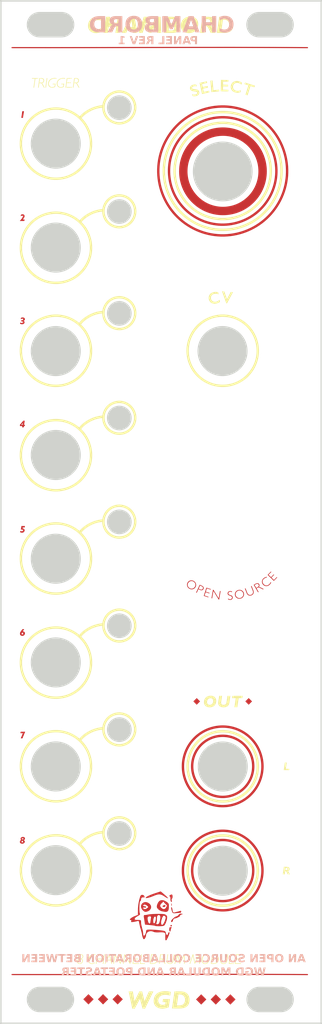
<source format=kicad_pcb>
(kicad_pcb (version 20241229) (generator "pcbnew") (generator_version "9.0")
  (layers (0 "F.Cu" signal) (2 "B.Cu" signal) (13 "F.Paste" user) (15 "B.Paste" user) (5 "F.SilkS" user "F.Silkscreen") (7 "B.SilkS" user "B.Silkscreen") (1 "F.Mask" user) (3 "B.Mask" user) (25 "Edge.Cuts" user))
  (net 0 "")
  (gr_poly (pts (xy 51.846989 94.176399) (xy 51.857387 94.204406) (xy 51.866552 94.231965) (xy 51.874483 94.259077) (xy 51.88118 94.285743) (xy 51.886643 94.311962) (xy 51.890872 94.337733) (xy 51.893868 94.363058) (xy 51.895629 94.387936) (xy 51.896157 94.412366) (xy 51.89545 94.43635) (xy 51.89351 94.459886) (xy 51.890336 94.482976) (xy 51.885928 94.505618) (xy 51.880286 94.527813) (xy 51.873411 94.549561) (xy 51.865301 94.570862) (xy 51.856122 94.591566) (xy 51.846027 94.611525) (xy 51.835015 94.630741) (xy 51.823087 94.649212) (xy 51.810242 94.666939) (xy 51.796482 94.683922) (xy 51.781805 94.700161) (xy 51.766212 94.715655) (xy 51.749703 94.730405) (xy 51.732278 94.744411) (xy 51.713937 94.757673) (xy 51.694681 94.77019) (xy 51.674509 94.781962) (xy 51.653422 94.79299) (xy 51.631419 94.803274) (xy 51.608501 94.812813) (xy 51.585353 94.821328) (xy 51.562364 94.828682) (xy 51.539534 94.834877) (xy 51.516864 94.839912) (xy 51.494356 94.843787) (xy 51.47201 94.846504) (xy 51.449827 94.848062) (xy 51.427807 94.848462) (xy 51.405953 94.847704) (xy 51.384263 94.845788) (xy 51.36274 94.842716) (xy 51.341385 94.838486) (xy 51.320197 94.8331) (xy 51.299178 94.826557) (xy 51.278329 94.818859) (xy 51.25765 94.810005) (xy 51.237243 94.800113) (xy 51.217491 94.789152) (xy 51.198394 94.777123) (xy 51.179952 94.764027) (xy 51.162165 94.749863) (xy 51.145031 94.734635) (xy 51.128552 94.718341) (xy 51.112727 94.700984) (xy 51.097555 94.682564) (xy 51.083037 94.663081) (xy 51.069172 94.642538) (xy 51.05596 94.620934) (xy 51.0434 94.598271) (xy 51.031493 94.574549) (xy 51.020239 94.54977) (xy 51.009636 94.523933) (xy 50.78767 93.955925) (xy 50.866526 93.924782) (xy 51.087313 94.490395) (xy 51.096404 94.512462) (xy 51.106002 94.533627) (xy 51.116105 94.553889) (xy 51.126715 94.573249) (xy 51.137831 94.591705) (xy 51.149453 94.609259) (xy 51.161581 94.62591) (xy 51.174216 94.641658) (xy 51.187356 94.656503) (xy 51.201003 94.670446) (xy 51.215156 94.683486) (xy 51.229816 94.695623) (xy 51.244982 94.706858) (xy 51.260654 94.71719) (xy 51.276833 94.726619) (xy 51.293518 94.735146) (xy 51.310521 94.742739) (xy 51.327649 94.749363) (xy 51.344901 94.755017) (xy 51.362277 94.759702) (xy 51.379777 94.763418) (xy 51.397402 94.766164) (xy 51.415152 94.767941) (xy 51.433026 94.768748) (xy 51.451025 94.768587) (xy 51.469149 94.767456) (xy 51.487397 94.765356) (xy 51.505771 94.762286) (xy 51.524269 94.758248) (xy 51.542893 94.75324) (xy 51.561641 94.747264) (xy 51.580515 94.740318) (xy 51.599282 94.732639) (xy 51.617276 94.724311) (xy 51.634498 94.715335) (xy 51.650951 94.705714) (xy 51.666638 94.69545) (xy 51.68156 94.684544) (xy 51.69572 94.672997) (xy 51.70912 94.660812) (xy 51.721762 94.647991) (xy 51.733649 94.634535) (xy 51.744783 94.620446) (xy 51.755167 94.605725) (xy 51.764802 94.590375) (xy 51.773691 94.574397) (xy 51.781836 94.557793) (xy 51.78924 94.540565) (xy 51.795657 94.522801) (xy 51.801064 94.504665) (xy 51.805461 94.486154) (xy 51.808849 94.46727) (xy 51.811228 94.44801) (xy 51.812599 94.428374) (xy 51.812961 94.408361) (xy 51.812315 94.387971) (xy 51.810661 94.367202) (xy 51.808 94.346053) (xy 51.804332 94.324524) (xy 51.799657 94.302614) (xy 51.793975 94.280322) (xy 51.787288 94.257646) (xy 51.779594 94.234587) (xy 51.770895 94.211143) (xy 51.554241 93.656868) (xy 51.632305 93.626114)) (fill yes) (layer "F.Cu"))
  (gr_poly (pts (xy 22.887831 34.807386) (xy 22.675459 34.807386) (xy 22.8014 33.971658) (xy 23.013772 33.971658)) (fill yes) (layer "F.Cu"))
  (gr_curve (pts (xy 21.513562 142.462921) (xy 33.647162 142.484138) (xy 46.496124 142.390106) (xy 58.657959 142.46611)) (stroke (width 0.143825) (color 141 141 141 1)) (layer "F.Cu"))
  (gr_poly (pts (xy 51.687418 108.13797) (xy 51.266876 108.558739) (xy 50.847248 108.13797) (xy 51.266876 107.71743)) (fill yes) (layer "F.Cu"))
  (gr_poly (pts (xy 41.589284 132.398922) (xy 41.592001 132.399012) (xy 41.594658 132.399165) (xy 41.597254 132.399382) (xy 41.599787 132.399664) (xy 41.602258 132.400011) (xy 41.604664 132.400424) (xy 41.607004 132.400905) (xy 41.609277 132.401452) (xy 41.611482 132.402068) (xy 41.613618 132.402753) (xy 41.615684 132.403508) (xy 41.617679 132.404332) (xy 41.619601 132.405228) (xy 41.621449 132.406195) (xy 41.623222 132.407234) (xy 41.632504 132.414128) (xy 41.641167 132.422874) (xy 41.649211 132.433349) (xy 41.656638 132.44543) (xy 41.663448 132.458994) (xy 41.669644 132.473918) (xy 41.680194 132.507348) (xy 41.688298 132.544736) (xy 41.693963 132.585093) (xy 41.6972 132.627432) (xy 41.698015 132.670768) (xy 41.69642 132.714112) (xy 41.692422 132.756478) (xy 41.68603 132.79688) (xy 41.677253 132.834329) (xy 41.6661 132.867839) (xy 41.659636 132.882809) (xy 41.65258 132.896424) (xy 41.644936 132.90856) (xy 41.636702 132.919096) (xy 41.627882 132.927906) (xy 41.618475 132.934868) (xy 41.614348 132.937691) (xy 41.610395 132.940945) (xy 41.606618 132.944615) (xy 41.603021 132.948686) (xy 41.59637 132.957974) (xy 41.59046 132.968688) (xy 41.585309 132.980713) (xy 41.580935 132.993928) (xy 41.577357 133.008217) (xy 41.57459 133.02346) (xy 41.572655 133.03954) (xy 41.571568 133.056338) (xy 41.571347 133.073736) (xy 41.57201 133.091616) (xy 41.573576 133.10986) (xy 41.576061 133.128348) (xy 41.579484 133.146964) (xy 41.583862 133.165588) (xy 41.59191 133.19841) (xy 41.595214 133.213587) (xy 41.598039 133.227937) (xy 41.600387 133.241459) (xy 41.602261 133.254151) (xy 41.603661 133.266011) (xy 41.60459 133.277036) (xy 41.605049 133.287224) (xy 41.60504 133.296573) (xy 41.604564 133.305081) (xy 41.603624 133.312746) (xy 41.60222 133.319565) (xy 41.600356 133.325537) (xy 41.598031 133.330659) (xy 41.595249 133.334929) (xy 41.59201 133.338346) (xy 41.588317 133.340906) (xy 41.58417 133.342607) (xy 41.579573 133.343449) (xy 41.574526 133.343427) (xy 41.569031 133.342541) (xy 41.56309 133.340787) (xy 41.556704 133.338165) (xy 41.549876 133.334671) (xy 41.542607 133.330304) (xy 41.534898 133.325061) (xy 41.526752 133.31894) (xy 41.518169 133.31194) (xy 41.509152 133.304057) (xy 41.499703 133.29529) (xy 41.489822 133.285637) (xy 41.483699 133.277957) (xy 41.477748 133.267432) (xy 41.472 133.254246) (xy 41.466485 133.238586) (xy 41.461235 133.220635) (xy 41.45628 133.200579) (xy 41.451651 133.178602) (xy 41.447379 133.154891) (xy 41.440027 133.103003) (xy 41.434471 133.046396) (xy 41.430957 132.986548) (xy 41.429731 132.924942) (xy 41.429598 132.908345) (xy 41.429201 132.892088) (xy 41.428546 132.876183) (xy 41.427635 132.860641) (xy 41.426475 132.845475) (xy 41.425069 132.830697) (xy 41.423422 132.816318) (xy 41.421538 132.80235) (xy 41.419422 132.788805) (xy 41.417078 132.775696) (xy 41.414511 132.763034) (xy 41.411726 132.750832) (xy 41.408725 132.7391) (xy 41.405515 132.727851) (xy 41.4021 132.717097) (xy 41.398484 132.70685) (xy 41.394671 132.697122) (xy 41.390666 132.687924) (xy 41.386474 132.679269) (xy 41.382099 132.671169) (xy 41.377545 132.663635) (xy 41.372816 132.65668) (xy 41.367919 132.650315) (xy 41.362856 132.644552) (xy 41.357632 132.639404) (xy 41.352252 132.634882) (xy 41.346721 132.630998) (xy 41.341042 132.627764) (xy 41.33522 132.625192) (xy 41.32926 132.623294) (xy 41.323166 132.622081) (xy 41.316942 132.621567) (xy 41.311146 132.621264) (xy 41.305871 132.620645) (xy 41.301115 132.619717) (xy 41.296874 132.618488) (xy 41.293146 132.616963) (xy 41.289928 132.61515) (xy 41.287217 132.613056) (xy 41.285009 132.610687) (xy 41.283302 132.60805) (xy 41.282093 132.605152) (xy 41.281378 132.602) (xy 41.281155 132.598601) (xy 41.281421 132.594962) (xy 41.282172 132.591089) (xy 41.283406 132.58699) (xy 41.28512 132.58267) (xy 41.28731 132.578138) (xy 41.289974 132.573399) (xy 41.293108 132.568461) (xy 41.29671 132.563331) (xy 41.305305 132.55252) (xy 41.315735 132.541021) (xy 41.327975 132.528889) (xy 41.342001 132.516179) (xy 41.35779 132.502945) (xy 41.375317 132.489243) (xy 41.389213 132.479057) (xy 41.4033 132.469383) (xy 41.417516 132.460242) (xy 41.431801 132.451653) (xy 41.446095 132.443637) (xy 41.460336 132.436212) (xy 41.474464 132.429399) (xy 41.488418 132.423218) (xy 41.502138 132.417688) (xy 41.515562 132.41283) (xy 41.52863 132.408663) (xy 41.541282 132.405208) (xy 41.553456 132.402483) (xy 41.565093 132.40051) (xy 41.57613 132.399307) (xy 41.586508 132.398895)) (fill yes) (layer "F.Cu"))
  (gr_poly (pts (xy 45.946035 145.591743) (xy 45.296574 146.241562) (xy 44.64852 145.591743) (xy 45.296574 144.942284)) (fill yes) (layer "F.Cu"))
  (gr_poly (pts (xy 48.102867 125.55586) (xy 48.288601 125.565203) (xy 48.474303 125.583649) (xy 48.659643 125.611286) (xy 48.84429 125.648203) (xy 49.027916 125.694487) (xy 49.210192 125.750227) (xy 49.390787 125.815511) (xy 49.569372 125.890427) (xy 49.745618 125.975065) (xy 49.919195 126.069511) (xy 50.087778 126.17261) (xy 50.249199 126.282925) (xy 50.403373 126.400126) (xy 50.550208 126.523884) (xy 50.689619 126.653869) (xy 50.821516 126.789752) (xy 50.945811 126.931203) (xy 51.062415 127.077894) (xy 51.171241 127.229493) (xy 51.272201 127.385673) (xy 51.365205 127.546103) (xy 51.450166 127.710454) (xy 51.526995 127.878396) (xy 51.595604 128.0496) (xy 51.655905 128.223737) (xy 51.707809 128.400476) (xy 51.751229 128.57949) (xy 51.786075 128.760447) (xy 51.81226 128.943018) (xy 51.829696 129.126875) (xy 51.838293 129.311687) (xy 51.837964 129.497126) (xy 51.828621 129.68286) (xy 51.810175 129.868562) (xy 51.782538 130.053902) (xy 51.745621 130.238549) (xy 51.699337 130.422175) (xy 51.643596 130.604451) (xy 51.578312 130.785046) (xy 51.503395 130.963631) (xy 51.418757 131.139877) (xy 51.32431 131.313454) (xy 51.221212 131.482035) (xy 51.110897 131.643456) (xy 50.993696 131.797628) (xy 50.869938 131.944463) (xy 50.739953 132.083873) (xy 50.604071 132.215769) (xy 50.462619 132.340063) (xy 50.315929 132.456667) (xy 50.16433 132.565493) (xy 50.008151 132.666452) (xy 49.847721 132.759456) (xy 49.68337 132.844417) (xy 49.515428 132.921246) (xy 49.344224 132.989855) (xy 49.170087 133.050156) (xy 48.993348 133.10206) (xy 48.814335 133.14548) (xy 48.633378 133.180327) (xy 48.450806 133.206512) (xy 48.26695 133.223948) (xy 48.082138 133.232545) (xy 47.8967 133.232217) (xy 47.710965 133.222874) (xy 47.525263 133.204428) (xy 47.339924 133.176791) (xy 47.155276 133.139875) (xy 46.97165 133.093591) (xy 46.789375 133.037851) (xy 46.60878 132.972567) (xy 46.430195 132.897651) (xy 46.253949 132.813013) (xy 46.080372 132.718567) (xy 45.91179 132.615469) (xy 45.750368 132.505154) (xy 45.596195 132.387954) (xy 45.449359 132.264197) (xy 45.309949 132.134212) (xy 45.178052 131.998329) (xy 45.053757 131.856878) (xy 44.937153 131.710188) (xy 44.828327 131.558588) (xy 44.727368 131.402409) (xy 44.634363 131.241979) (xy 44.549403 131.077628) (xy 44.472574 130.909686) (xy 44.403965 130.738481) (xy 44.343664 130.564345) (xy 44.291759 130.387605) (xy 44.24834 130.208591) (xy 44.213494 130.027634) (xy 44.187309 129.845062) (xy 44.169873 129.661205) (xy 44.161276 129.476393) (xy 44.161605 129.290954) (xy 44.170948 129.105219) (xy 44.189394 128.919517) (xy 44.217031 128.734177) (xy 44.253948 128.54953) (xy 44.300232 128.365903) (xy 44.355973 128.183628) (xy 44.421257 128.003033) (xy 44.496174 127.824447) (xy 44.580812 127.648202) (xy 44.675259 127.474625) (xy 44.778357 127.306043) (xy 44.888672 127.144621) (xy 45.005872 126.990449) (xy 45.12963 126.843613) (xy 45.259615 126.704203) (xy 45.395497 126.572307) (xy 45.536948 126.448012) (xy 45.683638 126.331408) (xy 45.835237 126.222582) (xy 45.991417 126.121623) (xy 46.151846 126.028619) (xy 46.316197 125.943658) (xy 46.484139 125.866829) (xy 46.655343 125.79822) (xy 46.829479 125.737919) (xy 47.006219 125.686015) (xy 47.185232 125.642596) (xy 47.366189 125.607749) (xy 47.54876 125.581564) (xy 47.732617 125.564129) (xy 47.917429 125.555531)) (stroke (width 0.301084) (color 141 141 141 1)) (fill no) (layer "F.Cu"))
  (gr_curve (pts (xy 21.513562 25.982025) (xy 33.647162 26.003237) (xy 46.496124 25.90921) (xy 58.657959 25.98521)) (stroke (width 0.143825) (color 141 141 141 1)) (layer "F.Cu"))
  (gr_poly (pts (xy 48.134105 111.300316) (xy 48.376027 111.312486) (xy 48.617907 111.336512) (xy 48.859315 111.37251) (xy 49.099821 111.420595) (xy 49.338997 111.480881) (xy 49.576413 111.553484) (xy 49.811641 111.638518) (xy 50.044251 111.736099) (xy 50.273814 111.846341) (xy 50.499901 111.96936) (xy 50.719481 112.103648) (xy 50.929735 112.247335) (xy 51.130547 112.399991) (xy 51.321803 112.561187) (xy 51.503386 112.730495) (xy 51.675183 112.907484) (xy 51.837079 113.091727) (xy 51.988957 113.282793) (xy 52.130704 113.480253) (xy 52.262205 113.683679) (xy 52.383344 113.892641) (xy 52.494006 114.10671) (xy 52.594076 114.325457) (xy 52.68344 114.548453) (xy 52.761983 114.775268) (xy 52.829588 115.005474) (xy 52.886143 115.238641) (xy 52.93153 115.47434) (xy 52.965636 115.712142) (xy 52.988346 115.951618) (xy 52.999544 116.192338) (xy 52.999115 116.433874) (xy 52.986945 116.675796) (xy 52.962918 116.917675) (xy 52.92692 117.159083) (xy 52.878835 117.399589) (xy 52.818549 117.638764) (xy 52.745946 117.876181) (xy 52.660912 118.111408) (xy 52.563331 118.344018) (xy 52.453089 118.573581) (xy 52.33007 118.799667) (xy 52.195783 119.019248) (xy 52.052097 119.229502) (xy 51.899441 119.430314) (xy 51.738245 119.62157) (xy 51.568938 119.803153) (xy 51.391949 119.974951) (xy 51.207707 120.136847) (xy 51.016641 120.288726) (xy 50.819181 120.430473) (xy 50.615755 120.561974) (xy 50.406793 120.683113) (xy 50.192724 120.793776) (xy 49.973977 120.893847) (xy 49.750981 120.983211) (xy 49.524166 121.061754) (xy 49.29396 121.12936) (xy 49.060793 121.185915) (xy 48.825094 121.231303) (xy 48.587292 121.265409) (xy 48.347816 121.288119) (xy 48.107096 121.299317) (xy 47.86556 121.298889) (xy 47.623638 121.286719) (xy 47.381759 121.262693) (xy 47.140351 121.226695) (xy 46.899845 121.17861) (xy 46.66067 121.118324) (xy 46.423253 121.045721) (xy 46.188026 120.960687) (xy 45.955416 120.863106) (xy 45.725854 120.752864) (xy 45.499767 120.629845) (xy 45.280187 120.495557) (xy 45.069933 120.351871) (xy 44.86912 120.199216) (xy 44.677865 120.03802) (xy 44.496281 119.868713) (xy 44.324484 119.691724) (xy 44.162588 119.507482) (xy 44.010709 119.316416) (xy 43.868962 119.118955) (xy 43.737461 118.915529) (xy 43.616322 118.706567) (xy 43.50566 118.492498) (xy 43.405589 118.273751) (xy 43.316225 118.050755) (xy 43.237682 117.82394) (xy 43.170076 117.593734) (xy 43.113521 117.360567) (xy 43.068134 117.124867) (xy 43.034027 116.887065) (xy 43.011318 116.647589) (xy 43.000119 116.406869) (xy 43.000548 116.165332) (xy 43.012718 115.92341) (xy 43.036744 115.681531) (xy 43.072742 115.440123) (xy 43.120827 115.199617) (xy 43.181113 114.960441) (xy 43.253715 114.723025) (xy 43.338749 114.487797) (xy 43.43633 114.255187) (xy 43.546572 114.025624) (xy 43.66959 113.799538) (xy 43.803878 113.579957) (xy 43.947564 113.369703) (xy 44.10022 113.168891) (xy 44.261416 112.977635) (xy 44.430723 112.796052) (xy 44.607713 112.624254) (xy 44.791955 112.462358) (xy 44.983021 112.310479) (xy 45.180482 112.168732) (xy 45.383907 112.037231) (xy 45.59287 111.916092) (xy 45.806939 111.805429) (xy 46.025686 111.705358) (xy 46.248682 111.615994) (xy 46.475498 111.537451) (xy 46.705703 111.469845) (xy 46.938871 111.41329) (xy 47.17457 111.367902) (xy 47.412372 111.333796) (xy 47.651848 111.311086) (xy 47.892569 111.299888)) (stroke (width 0.299674) (color 141 141 141 1)) (fill no) (layer "F.Cu"))
  (gr_poly (pts (xy 23.031058 73.384949) (xy 23.142182 73.384949) (xy 23.119606 73.539467) (xy 23.008835 73.539467) (xy 22.984139 73.701038) (xy 22.781644 73.701038) (xy 22.80634 73.539467) (xy 22.503657 73.539467) (xy 22.503657 73.384949) (xy 22.664522 73.384949) (xy 22.829623 73.384949) (xy 22.867018 73.136597) (xy 22.664522 73.384949) (xy 22.503657 73.384949) (xy 22.503657 73.380013) (xy 22.922757 72.865311) (xy 23.107612 72.865311)) (fill yes) (layer "F.Cu"))
  (gr_poly (pts (xy 54.114616 91.864586) (xy 53.762699 92.229134) (xy 54.074711 92.530144) (xy 54.41684 92.174911) (xy 54.467983 92.224014) (xy 54.125256 92.579048) (xy 54.441841 92.884247) (xy 54.802139 92.51059) (xy 54.852295 92.558701) (xy 54.433716 92.993011) (xy 53.654469 92.241089) (xy 54.064068 91.815689)) (fill yes) (layer "F.Cu"))
  (gr_poly (pts (xy 46.846647 94.120461) (xy 47.493895 95.192932) (xy 47.655659 94.260498) (xy 47.73834 94.275108) (xy 47.553242 95.341713) (xy 47.484287 95.32975) (xy 46.835829 94.256859) (xy 46.674082 95.189301) (xy 46.591398 95.174698) (xy 46.776497 94.108086)) (fill yes) (layer "F.Cu"))
  (gr_poly (pts (xy 44.104729 92.929511) (xy 44.131985 92.931834) (xy 44.159014 92.935521) (xy 44.185816 92.940573) (xy 44.212393 92.946987) (xy 44.238744 92.954763) (xy 44.26487 92.963899) (xy 44.29077 92.974396) (xy 44.316446 92.986253) (xy 44.341898 92.999467) (xy 44.367126 93.014039) (xy 44.39213 93.029968) (xy 44.416504 93.047093) (xy 44.439697 93.064954) (xy 44.461709 93.083548) (xy 44.482541 93.102873) (xy 44.502193 93.122928) (xy 44.520666 93.143712) (xy 44.537961 93.165222) (xy 44.554077 93.187457) (xy 44.569017 93.210415) (xy 44.582779 93.234094) (xy 44.595366 93.258493) (xy 44.606777 93.28361) (xy 44.617013 93.309443) (xy 44.626075 93.33599) (xy 44.633963 93.363249) (xy 44.640678 93.39122) (xy 44.64607 93.419523) (xy 44.650061 93.447557) (xy 44.652653 93.47532) (xy 44.653848 93.502815) (xy 44.653648 93.530041) (xy 44.652054 93.557) (xy 44.649069 93.583692) (xy 44.644694 93.610117) (xy 44.63893 93.636276) (xy 44.631781 93.66217) (xy 44.623247 93.687799) (xy 44.61333 93.713165) (xy 44.602032 93.738266) (xy 44.589355 93.763105) (xy 44.5753 93.787682) (xy 44.55987 93.811996) (xy 44.543291 93.835443) (xy 44.525942 93.857712) (xy 44.507821 93.878802) (xy 44.488928 93.898714) (xy 44.469262 93.917448) (xy 44.448821 93.935002) (xy 44.427605 93.951377) (xy 44.405613 93.966573) (xy 44.382845 93.980589) (xy 44.359298 93.993425) (xy 44.334973 94.00508) (xy 44.309869 94.015556) (xy 44.283984 94.02485) (xy 44.257318 94.032964) (xy 44.22987 94.039896) (xy 44.201639 94.045647) (xy 44.173273 94.050057) (xy 44.145113 94.053119) (xy 44.117161 94.05483) (xy 44.08942 94.055188) (xy 44.061889 94.05419) (xy 44.034573 94.051834) (xy 44.007472 94.048117) (xy 43.980588 94.043038) (xy 43.953924 94.036594) (xy 43.92748 94.028783) (xy 43.901259 94.019602) (xy 43.875263 94.00905) (xy 43.849494 93.997122) (xy 43.823953 93.983819) (xy 43.798642 93.969136) (xy 43.773563 93.953072) (xy 43.749296 93.935992) (xy 43.726207 93.918188) (xy 43.704295 93.899662) (xy 43.683561 93.880412) (xy 43.664005 93.860439) (xy 43.645626 93.839743) (xy 43.628425 93.818324) (xy 43.612402 93.796182) (xy 43.597556 93.773316) (xy 43.583887 93.749728) (xy 43.571396 93.725417) (xy 43.560082 93.700383) (xy 43.549945 93.674626) (xy 43.540986 93.648146) (xy 43.533203 93.620943) (xy 43.526598 93.593018) (xy 43.5213 93.564755) (xy 43.517375 93.536767) (xy 43.514823 93.509053) (xy 43.513969 93.489102) (xy 43.600304 93.489102) (xy 43.601103 93.51255) (xy 43.603079 93.536208) (xy 43.60623 93.560075) (xy 43.610558 93.584152) (xy 43.616113 93.607952) (xy 43.622657 93.631135) (xy 43.630191 93.653698) (xy 43.638718 93.675642) (xy 43.648239 93.696965) (xy 43.658758 93.717665) (xy 43.670276 93.737742) (xy 43.682797 93.757194) (xy 43.696321 93.77602) (xy 43.710853 93.794218) (xy 43.726393 93.811789) (xy 43.742945 93.82873) (xy 43.760511 93.84504) (xy 43.779092 93.860719) (xy 43.798692 93.875764) (xy 43.819313 93.890175) (xy 43.840431 93.90365) (xy 43.861739 93.915959) (xy 43.883238 93.927102) (xy 43.904928 93.937078) (xy 43.92681 93.945885) (xy 43.948883 93.953523) (xy 43.971148 93.959992) (xy 43.993606 93.965289) (xy 44.016257 93.969415) (xy 44.039101 93.972368) (xy 44.062138 93.974148) (xy 44.08537 93.974753) (xy 44.108795 93.974184) (xy 44.132415 93.972438) (xy 44.15623 93.969516) (xy 44.180241 93.965416) (xy 44.203931 93.960189) (xy 44.227006 93.953962) (xy 44.249464 93.946733) (xy 44.271302 93.938502) (xy 44.292518 93.929267) (xy 44.313109 93.919028) (xy 44.333072 93.907784) (xy 44.352404 93.895534) (xy 44.371104 93.882277) (xy 44.389169 93.868012) (xy 44.406595 93.852739) (xy 44.423381 93.836456) (xy 44.439524 93.819164) (xy 44.45502 93.80086) (xy 44.469869 93.781544) (xy 44.484066 93.761215) (xy 44.497503 93.74021) (xy 44.509774 93.719013) (xy 44.520878 93.697622) (xy 44.530813 93.676037) (xy 44.539578 93.654255) (xy 44.547171 93.632276) (xy 44.553591 93.610097) (xy 44.558836 93.587718) (xy 44.562904 93.565137) (xy 44.565795 93.542351) (xy 44.567506 93.519361) (xy 44.568037 93.496165) (xy 44.567385 93.47276) (xy 44.565549 93.449146) (xy 44.562527 93.425321) (xy 44.558319 93.401283) (xy 44.552969 93.377561) (xy 44.546601 93.354461) (xy 44.539217 93.331981) (xy 44.530817 93.310124) (xy 44.521403 93.288889) (xy 44.510974 93.268277) (xy 44.499533 93.248287) (xy 44.48708 93.228921) (xy 44.473616 93.210178) (xy 44.459142 93.192059) (xy 44.443658 93.174563) (xy 44.427166 93.157693) (xy 44.409666 93.141446) (xy 44.391159 93.125825) (xy 44.371647 93.110829) (xy 44.35113 93.096458) (xy 44.330044 93.082876) (xy 44.308748 93.070468) (xy 44.287243 93.059234) (xy 44.265528 93.049174) (xy 44.243603 93.040288) (xy 44.221468 93.032576) (xy 44.199124 93.026037) (xy 44.176571 93.020673) (xy 44.153809 93.016482) (xy 44.130837 93.013465) (xy 44.107656 93.011622) (xy 44.084266 93.010953) (xy 44.060667 93.011457) (xy 44.03686 93.013135) (xy 44.012844 93.015987) (xy 43.988619 93.020012) (xy 43.964753 93.025064) (xy 43.941522 93.031141) (xy 43.918927 93.038242) (xy 43.896966 93.046369) (xy 43.875639 93.055523) (xy 43.854947 93.065704) (xy 43.834888 93.076914) (xy 43.815462 93.089152) (xy 43.796669 93.102421) (xy 43.778509 93.11672) (xy 43.760981 93.132051) (xy 43.744084 93.148414) (xy 43.727819 93.16581) (xy 43.712185 93.18424) (xy 43.697181 93.203705) (xy 43.682808 93.224205) (xy 43.669421 93.245111) (xy 43.657221 93.266231) (xy 43.646207 93.287564) (xy 43.636378 93.30911) (xy 43.627733 93.330868) (xy 43.620271 93.352839) (xy 43.613991 93.375021) (xy 43.608894 93.397415) (xy 43.604977 93.420021) (xy 43.60224 93.442837) (xy 43.600683 93.465864) (xy 43.600304 93.489102) (xy 43.513969 93.489102) (xy 43.513648 93.481614) (xy 43.513851 93.454448) (xy 43.515434 93.427556) (xy 43.518398 93.400937) (xy 43.522747 93.374592) (xy 43.528482 93.348519) (xy 43.535605 93.322719) (xy 43.544118 93.297191) (xy 43.554023 93.271936) (xy 43.565322 93.246952) (xy 43.578016 93.22224) (xy 43.592109 93.197799) (xy 43.607601 93.17363) (xy 43.624113 93.150037) (xy 43.641408 93.127626) (xy 43.659484 93.106399) (xy 43.67834 93.086356) (xy 43.697974 93.067497) (xy 43.718387 93.049824) (xy 43.739576 93.033336) (xy 43.761541 93.018034) (xy 43.78428 93.003919) (xy 43.807792 92.990991) (xy 43.832076 92.979252) (xy 43.857132 92.9687) (xy 43.882957 92.959338) (xy 43.909551 92.951166) (xy 43.936912 92.944184) (xy 43.96504 92.938393) (xy 43.993434 92.93388) (xy 44.021599 92.930737) (xy 44.049537 92.928961) (xy 44.077247 92.928553)) (fill yes) (layer "F.Cu"))
  (gr_poly (pts (xy 41.560362 133.507134) (xy 41.560339 133.507133) (xy 41.560364 133.507133)) (fill yes) (layer "F.Cu"))
  (gr_poly (pts (xy 22.849732 99.358574) (xy 22.859752 99.355481) (xy 22.869437 99.352815) (xy 22.878784 99.35057) (xy 22.887787 99.348743) (xy 22.896444 99.34733) (xy 22.904748 99.346326) (xy 22.912697 99.345726) (xy 22.920286 99.345528) (xy 22.927141 99.345651) (xy 22.933947 99.346023) (xy 22.940706 99.346641) (xy 22.947418 99.347505) (xy 22.954084 99.348615) (xy 22.960706 99.349971) (xy 22.967285 99.351572) (xy 22.973821 99.353416) (xy 22.980316 99.355505) (xy 22.98677 99.357837) (xy 22.993185 99.360413) (xy 22.999562 99.36323) (xy 23.005901 99.36629) (xy 23.012205 99.369591) (xy 23.018473 99.373133) (xy 23.024707 99.376915) (xy 23.030847 99.380978) (xy 23.036829 99.385232) (xy 23.042654 99.389676) (xy 23.048322 99.394311) (xy 23.053833 99.399136) (xy 23.059187 99.404151) (xy 23.064383 99.409356) (xy 23.069423 99.414751) (xy 23.074305 99.420336) (xy 23.079031 99.426112) (xy 23.083599 99.432077) (xy 23.08801 99.438232) (xy 23.092264 99.444578) (xy 23.096361 99.451113) (xy 23.100301 99.457838) (xy 23.104083 99.464752) (xy 23.107672 99.471822) (xy 23.111029 99.479009) (xy 23.114154 99.486312) (xy 23.117048 99.493732) (xy 23.11971 99.501269) (xy 23.122141 99.508925) (xy 23.12434 99.5167) (xy 23.126308 99.524594) (xy 23.128044 99.532608) (xy 23.129549 99.540743) (xy 23.130822 99.548998) (xy 23.131864 99.557375) (xy 23.132674 99.565874) (xy 23.133253 99.574496) (xy 23.1336 99.583241) (xy 23.133716 99.59211) (xy 23.133634 99.598733) (xy 23.133386 99.605372) (xy 23.132974 99.612028) (xy 23.132399 99.6187) (xy 23.13166 99.625389) (xy 23.130758 99.632094) (xy 23.129694 99.638816) (xy 23.128469 99.645555) (xy 23.127082 99.652309) (xy 23.125534 99.659081) (xy 23.123826 99.665869) (xy 23.121959 99.672674) (xy 23.119932 99.679495) (xy 23.117747 99.686333) (xy 23.115404 99.693187) (xy 23.112902 99.700058) (xy 23.110236 99.706966) (xy 23.107396 99.713801) (xy 23.104383 99.720563) (xy 23.101195 99.727254) (xy 23.097834 99.733875) (xy 23.0943 99.740427) (xy 23.090592 99.74691) (xy 23.08671 99.753326) (xy 23.082654 99.759676) (xy 23.078425 99.765961) (xy 23.074022 99.772182) (xy 23.069445 99.77834) (xy 23.064695 99.784436) (xy 23.059771 99.79047) (xy 23.054674 99.796445) (xy 23.049403 99.802361) (xy 23.044029 99.808174) (xy 23.038489 99.813839) (xy 23.032784 99.819354) (xy 23.026913 99.824721) (xy 23.020878 99.829939) (xy 23.014676 99.835007) (xy 23.00831 99.839927) (xy 23.001778 99.844698) (xy 22.995081 99.84932) (xy 22.988218 99.853793) (xy 22.98119 99.858117) (xy 22.973997 99.862292) (xy 22.966638 99.866318) (xy 22.959114 99.870195) (xy 22.951424 99.873923) (xy 22.943569 99.877502) (xy 22.935624 99.880897) (xy 22.92753 99.884069) (xy 22.919288 99.887018) (xy 22.910899 99.889746) (xy 22.902364 99.892253) (xy 22.893682 99.894538) (xy 22.884854 99.896604) (xy 22.875881 99.89845) (xy 22.866763 99.900077) (xy 22.857501 99.901485) (xy 22.848096 99.902675) (xy 22.838547 99.903648) (xy 22.828856 99.904403) (xy 22.819022 99.904942) (xy 22.809048 99.905265) (xy 22.798932 99.905373) (xy 22.788034 99.905232) (xy 22.777301 99.90481) (xy 22.766733 99.904107) (xy 22.756328 99.903123) (xy 22.746087 99.901857) (xy 22.736008 99.900311) (xy 22.726092 99.898483) (xy 22.716337 99.896375) (xy 22.706744 99.893985) (xy 22.697311 99.891314) (xy 22.688039 99.888363) (xy 22.678926 99.885131) (xy 22.669973 99.881617) (xy 22.661178 99.877823) (xy 22.652541 99.873748) (xy 22.644062 99.869392) (xy 22.635847 99.864724) (xy 22.627873 99.85985) (xy 22.62014 99.854769) (xy 22.612648 99.849481) (xy 22.605398 99.843986) (xy 22.59839 99.838285) (xy 22.591625 99.832378) (xy 22.585104 99.826263) (xy 22.578826 99.819942) (xy 22.572793 99.813415) (xy 22.567005 99.80668) (xy 22.561462 99.799739) (xy 22.556166 99.792591) (xy 22.551115 99.785236) (xy 22.546312 99.777674) (xy 22.541757 99.769905) (xy 22.537403 99.761902) (xy 22.533338 99.753766) (xy 22.52956 99.745497) (xy 22.526069 99.737094) (xy 22.522863 99.728556) (xy 22.519941 99.719884) (xy 22.517302 99.711075) (xy 22.514945 99.702131) (xy 22.51287 99.693051) (xy 22.511075 99.683833) (xy 22.509558 99.674478) (xy 22.50832 99.664986) (xy 22.507359 99.655354) (xy 22.506673 99.645584) (xy 22.506446 99.640091) (xy 22.71109 99.640091) (xy 22.711185 99.645319) (xy 22.71147 99.650423) (xy 22.711946 99.655404) (xy 22.712611 99.660261) (xy 22.713467 99.664994) (xy 22.714513 99.669603) (xy 22.715749 99.674088) (xy 22.717176 99.67845) (xy 22.718792 99.682687) (xy 22.720599 99.686801) (xy 22.722596 99.69079) (xy 22.724783 99.694656) (xy 22.72716 99.698397) (xy 22.729727 99.702015) (xy 22.732485 99.705508) (xy 22.735432 99.708878) (xy 22.738529 99.712082) (xy 22.741732 99.715079) (xy 22.745044 99.717869) (xy 22.748463 99.720453) (xy 22.751989 99.72283) (xy 22.755623 99.725001) (xy 22.759364 99.726965) (xy 22.763213 99.728722) (xy 22.767169 99.730272) (xy 22.771233 99.731616) (xy 22.775404 99.732752) (xy 22.779683 99.733683) (xy 22.784069 99.734406) (xy 22.788563 99.734923) (xy 22.793165 99.735233) (xy 22.797874 99.735336) (xy 22.801057 99.735274) (xy 22.804257 99.735088) (xy 22.807473 99.734778) (xy 22.810705 99.734344) (xy 22.813955 99.733785) (xy 22.817221 99.733103) (xy 22.820503 99.732297) (xy 22.823802 99.731366) (xy 22.827117 99.730312) (xy 22.83045 99.729133) (xy 22.833798 99.727831) (xy 22.837163 99.726405) (xy 22.840545 99.724854) (xy 22.843943 99.72318) (xy 22.847358 99.721382) (xy 22.85079 99.71946) (xy 22.854258 99.717405) (xy 22.857652 99.715209) (xy 22.860972 99.712872) (xy 22.864217 99.710393) (xy 22.867388 99.707771) (xy 22.870484 99.705006) (xy 22.873506 99.702097) (xy 22.876454 99.699044) (xy 22.879327 99.695846) (xy 22.882126 99.692503) (xy 22.88485 99.689015) (xy 22.8875 99.685379) (xy 22.890075 99.681597) (xy 22.892576 99.677668) (xy 22.895003 99.673591) (xy 22.897355 99.669365) (xy 22.8996 99.66507) (xy 22.901704 99.660652) (xy 22.903666 99.65611) (xy 22.905486 99.651446) (xy 22.907163 99.64666) (xy 22.908698 99.641753) (xy 22.910088 99.636724) (xy 22.911335 99.631576) (xy 22.912437 99.626307) (xy 22.913393 99.620919) (xy 22.914204 99.615412) (xy 22.914868 99.609787) (xy 22.915386 99.604044) (xy 22.915757 99.598183) (xy 22.915979 99.592206) (xy 22.916054 99.586113) (xy 22.915958 99.58147) (xy 22.915673 99.576934) (xy 22.915198 99.572503) (xy 22.914532 99.568176) (xy 22.913677 99.563953) (xy 22.912631 99.559832) (xy 22.911395 99.555812) (xy 22.909968 99.551892) (xy 22.908352 99.548072) (xy 22.906545 99.544349) (xy 22.904548 99.540724) (xy 22.902361 99.537195) (xy 22.899984 99.533761) (xy 22.897417 99.53042) (xy 22.894659 99.527173) (xy 22.891711 99.524017) (xy 22.888631 99.521071) (xy 22.885477 99.518315) (xy 22.882248 99.515748) (xy 22.878945 99.513372) (xy 22.875567 99.511185) (xy 22.872115 99.509189) (xy 22.868589 99.507382) (xy 22.864988 99.505766) (xy 22.861313 99.50434) (xy 22.857563 99.503103) (xy 22.853739 99.502057) (xy 22.849841 99.501201) (xy 22.845868 99.500536) (xy 22.84182 99.50006) (xy 22.837699 99.499775) (xy 22.833502 99.49968) (xy 22.82955 99.499758) (xy 22.825631 99.499994) (xy 22.821743 99.500387) (xy 22.817887 99.500937) (xy 22.814062 99.501644) (xy 22.810268 99.502508) (xy 22.806503 99.503529) (xy 22.802768 99.504707) (xy 22.799061 99.506043) (xy 22.795384 99.507535) (xy 22.791734 99.509184) (xy 22.788111 99.51099) (xy 22.784516 99.512953) (xy 22.780946 99.515073) (xy 22.777403 99.517349) (xy 22.773885 99.519783) (xy 22.770358 99.522285) (xy 22.766922 99.524894) (xy 22.763578 99.527608) (xy 22.760324 99.530425) (xy 22.757162 99.533346) (xy 22.75409 99.536369) (xy 22.751109 99.539494) (xy 22.748219 99.542718) (xy 22.745421 99.546041) (xy 22.742713 99.549463) (xy 22.740096 99.552982) (xy 22.73757 99.556597) (xy 22.735135 99.560307) (xy 22.732791 99.564111) (xy 22.730538 99.568009) (xy 22.728375 99.571999) (xy 22.726263 99.576108) (xy 22.724291 99.580235) (xy 22.722458 99.58438) (xy 22.720764 99.588542) (xy 22.719209 99.592723) (xy 22.717791 99.596924) (xy 22.716511 99.601144) (xy 22.715368 99.605384) (xy 22.714361 99.609645) (xy 22.71349 99.613927) (xy 22.712755 99.61823) (xy 22.712154 99.622556) (xy 22.711688 99.626905) (xy 22.711355 99.631276) (xy 22.711156 99.635671) (xy 22.71109 99.640091) (xy 22.506446 99.640091) (xy 22.506263 99.635675) (xy 22.506126 99.625626) (xy 22.506292 99.614281) (xy 22.506793 99.603002) (xy 22.507633 99.59179) (xy 22.508816 99.580645) (xy 22.510347 99.569566) (xy 22.512229 99.558553) (xy 22.514466 99.547607) (xy 22.517063 99.536728) (xy 22.520005 99.525993) (xy 22.52327 99.515235) (xy 22.526849 99.504462) (xy 22.530733 99.493681) (xy 22.534916 99.482901) (xy 22.539387 99.47213) (xy 22.54414 99.461375) (xy 22.549165 99.450645) (xy 22.554555 99.439647) (xy 22.560399 99.428347) (xy 22.56669 99.416741) (xy 22.573419 99.404826) (xy 22.580577 99.392597) (xy 22.588158 99.380051) (xy 22.596152 99.367183) (xy 22.604552 99.353989) (xy 22.613498 99.340346) (xy 22.622874 99.326401) (xy 22.63268 99.31215) (xy 22.642916 99.297588) (xy 22.653583 99.282712) (xy 22.664679 99.267516) (xy 22.68816 99.236153) (xy 22.823625 99.059059) (xy 23.041995 99.059059)) (fill yes) (layer "F.Cu"))
  (gr_poly (pts (xy 47.780123 145.591743) (xy 47.130308 146.241562) (xy 46.482607 145.591743) (xy 47.130308 144.942284)) (fill yes) (layer "F.Cu"))
  (gr_poly (pts (xy 40.422703 133.112301) (xy 40.456978 133.115439) (xy 40.491614 133.120461) (xy 40.526668 133.12738) (xy 40.562199 133.136211) (xy 40.598264 133.146967) (xy 40.634923 133.159662) (xy 40.672233 133.174313) (xy 40.710252 133.190931) (xy 40.749039 133.209532) (xy 40.788653 133.23013) (xy 40.82915 133.252739) (xy 40.87059 133.277374) (xy 40.91303 133.304048) (xy 40.95653 133.332775) (xy 41.001146 133.363571) (xy 41.040164 133.391736) (xy 41.074842 133.418519) (xy 41.105401 133.444531) (xy 41.132065 133.470383) (xy 41.155055 133.496685) (xy 41.174594 133.524048) (xy 41.190905 133.553082) (xy 41.20421 133.584399) (xy 41.21473 133.618609) (xy 41.222689 133.656323) (xy 41.228309 133.698152) (xy 41.231813 133.744706) (xy 41.233422 133.796595) (xy 41.233359 133.854432) (xy 41.231847 133.918825) (xy 41.229107 133.990387) (xy 41.226055 134.048581) (xy 41.222111 134.103013) (xy 41.217242 134.153782) (xy 41.211415 134.200988) (xy 41.204599 134.244728) (xy 41.196761 134.285102) (xy 41.192449 134.304057) (xy 41.187869 134.322208) (xy 41.183017 134.339567) (xy 41.177889 134.356146) (xy 41.172482 134.371957) (xy 41.166791 134.387013) (xy 41.160811 134.401327) (xy 41.15454 134.41491) (xy 41.147973 134.427774) (xy 41.141105 134.439933) (xy 41.133934 134.451399) (xy 41.126454 134.462183) (xy 41.118662 134.472299) (xy 41.110554 134.481758) (xy 41.102125 134.490573) (xy 41.093372 134.498757) (xy 41.08429 134.506321) (xy 41.074876 134.513278) (xy 41.065126 134.519641) (xy 41.055035 134.525421) (xy 40.998889 134.555175) (xy 40.974812 134.566843) (xy 40.952011 134.576358) (xy 40.929441 134.58371) (xy 40.906062 134.58889) (xy 40.880829 134.591886) (xy 40.852702 134.592689) (xy 40.820637 134.591288) (xy 40.783592 134.587674) (xy 40.740524 134.581836) (xy 40.690392 134.573764) (xy 40.564764 134.550879) (xy 40.398367 134.518936) (xy 40.366133 134.512081) (xy 40.333998 134.503972) (xy 40.302023 134.494662) (xy 40.270267 134.484202) (xy 40.238793 134.472644) (xy 40.207659 134.460041) (xy 40.176927 134.446444) (xy 40.146658 134.431904) (xy 40.08775 134.400207) (xy 40.03142 134.365365) (xy 39.978153 134.327793) (xy 39.928433 134.287906) (xy 39.882746 134.246119) (xy 39.861567 134.224644) (xy 39.841578 134.202849) (xy 39.822839 134.180787) (xy 39.805412 134.158509) (xy 39.789356 134.136068) (xy 39.774734 134.113516) (xy 39.761604 134.090904) (xy 39.750029 134.068284) (xy 39.740068 134.045709) (xy 39.731782 134.023229) (xy 39.725232 134.000898) (xy 39.720478 133.978766) (xy 39.717581 133.956886) (xy 39.716602 133.93531) (xy 39.717244 133.90714) (xy 39.719142 133.878433) (xy 39.722252 133.849266) (xy 39.72653 133.819718) (xy 39.728792 133.807224) (xy 40.144318 133.807224) (xy 40.144444 133.825865) (xy 40.146133 133.84443) (xy 40.149372 133.862956) (xy 40.154153 133.88148) (xy 40.160464 133.900038) (xy 40.168297 133.918665) (xy 40.177639 133.937397) (xy 40.188482 133.956272) (xy 40.200816 133.975325) (xy 40.214629 133.994592) (xy 40.229912 134.014109) (xy 40.246655 134.033913) (xy 40.264847 134.054039) (xy 40.287471 134.077542) (xy 40.310041 134.099435) (xy 40.332544 134.11972) (xy 40.354965 134.138397) (xy 40.377292 134.155468) (xy 40.399509 134.170932) (xy 40.421605 134.184792) (xy 40.443563 134.197047) (xy 40.465372 134.2077) (xy 40.487017 134.21675) (xy 40.508485 134.224199) (xy 40.529761 134.230047) (xy 40.550832 134.234296) (xy 40.571684 134.236946) (xy 40.592304 134.237999) (xy 40.612677 134.237454) (xy 40.63279 134.235314) (xy 40.652629 134.231579) (xy 40.672181 134.22625) (xy 40.691431 134.219328) (xy 40.710366 134.210813) (xy 40.728972 134.200707) (xy 40.747235 134.18901) (xy 40.765142 134.175724) (xy 40.782679 134.16085) (xy 40.799832 134.144387) (xy 40.816587 134.126338) (xy 40.832931 134.106703) (xy 40.848849 134.085483) (xy 40.864328 134.062679) (xy 40.879355 134.038291) (xy 40.893915 134.012321) (xy 40.914315 133.973523) (xy 40.931655 133.938584) (xy 40.945803 133.906998) (xy 40.95164 133.892303) (xy 40.95663 133.878257) (xy 40.960757 133.864795) (xy 40.964003 133.851855) (xy 40.966354 133.839372) (xy 40.967792 133.827284) (xy 40.968301 133.815527) (xy 40.967865 133.804038) (xy 40.966467 133.792754) (xy 40.964092 133.78161) (xy 40.960721 133.770545) (xy 40.95634 133.759494) (xy 40.950931 133.748393) (xy 40.944479 133.737181) (xy 40.936966 133.725792) (xy 40.928377 133.714165) (xy 40.918695 133.702235) (xy 40.907904 133.689939) (xy 40.895987 133.677214) (xy 40.882928 133.663997) (xy 40.853319 133.635831) (xy 40.818944 133.604935) (xy 40.779673 133.570801) (xy 40.755537 133.549371) (xy 40.732705 133.52777) (xy 40.71127 133.506143) (xy 40.691322 133.484634) (xy 40.672954 133.463388) (xy 40.656257 133.442549) (xy 40.641323 133.422264) (xy 40.628243 133.402675) (xy 40.61711 133.383928) (xy 40.612302 133.374915) (xy 40.608015 133.366167) (xy 40.60426 133.357702) (xy 40.601049 133.349537) (xy 40.598393 133.341692) (xy 40.596305 133.334184) (xy 40.594794 133.327031) (xy 40.593874 133.320251) (xy 40.593554 133.313862) (xy 40.593847 133.307883) (xy 40.594764 133.302331) (xy 40.596317 133.297225) (xy 40.598517 133.292582) (xy 40.601376 133.288422) (xy 40.602895 133.286526) (xy 40.604268 133.284757) (xy 40.605496 133.283116) (xy 40.606056 133.282342) (xy 40.606581 133.2816) (xy 40.607069 133.280889) (xy 40.607522 133.28021) (xy 40.60794 133.279561) (xy 40.608322 133.278944) (xy 40.60867 133.278357) (xy 40.608982 133.277801) (xy 40.609259 133.277276) (xy 40.609502 133.276782) (xy 40.60971 133.276318) (xy 40.609884 133.275885) (xy 40.610023 133.275482) (xy 40.610128 133.275109) (xy 40.610199 133.274767) (xy 40.610236 133.274454) (xy 40.61024 133.274172) (xy 40.610209 133.273919) (xy 40.610182 133.273804) (xy 40.610146 133.273697) (xy 40.610101 133.273597) (xy 40.610048 133.273504) (xy 40.609987 133.273418) (xy 40.609918 133.27334) (xy 40.60984 133.27327) (xy 40.609755 133.273207) (xy 40.60966 133.273151) (xy 40.609558 133.273102) (xy 40.609329 133.273027) (xy 40.609067 133.272981) (xy 40.608772 133.272964) (xy 40.606323 133.273468) (xy 40.602745 133.274989) (xy 40.598071 133.277505) (xy 40.592332 133.280996) (xy 40.577789 133.290808) (xy 40.559373 133.304249) (xy 40.537341 133.321142) (xy 40.51195 133.341309) (xy 40.483455 133.364575) (xy 40.452114 133.390762) (xy 40.390921 133.443861) (xy 40.336706 133.494057) (xy 40.31219 133.518158) (xy 40.289389 133.541642) (xy 40.268291 133.564544) (xy 40.248887 133.586902) (xy 40.231166 133.608752) (xy 40.215119 133.630129) (xy 40.200735 133.651069) (xy 40.188004 133.67161) (xy 40.176916 133.691786) (xy 40.167461 133.711635) (xy 40.159628 133.731192) (xy 40.153407 133.750493) (xy 40.148789 133.769575) (xy 40.145762 133.788473) (xy 40.144318 133.807224) (xy 39.728792 133.807224) (xy 39.731935 133.789868) (xy 39.738421 133.759795) (xy 39.754469 133.699291) (xy 39.774328 133.638836) (xy 39.797651 133.579058) (xy 39.824092 133.520584) (xy 39.853306 133.464045) (xy 39.884947 133.410067) (xy 39.918668 133.359279) (xy 39.954124 133.31231) (xy 39.972394 133.290454) (xy 39.990968 133.269788) (xy 40.009803 133.250391) (xy 40.028855 133.232341) (xy 40.048081 133.215718) (xy 40.067438 133.200599) (xy 40.086883 133.187063) (xy 40.106372 133.175188) (xy 40.125862 133.165054) (xy 40.145309 133.156738) (xy 40.160575 133.15111) (xy 40.175807 133.145846) (xy 40.191012 133.140946) (xy 40.206195 133.136412) (xy 40.221362 133.132245) (xy 40.236519 133.128447) (xy 40.25167 133.125019) (xy 40.266822 133.121963) (xy 40.28198 133.119278) (xy 40.29715 133.116968) (xy 40.312337 133.115033) (xy 40.327547 133.113474) (xy 40.342786 133.112293) (xy 40.358059 133.111492) (xy 40.373371 133.11107) (xy 40.388729 133.111031)) (fill yes) (layer "F.Cu"))
  (gr_poly (pts (xy 35.440446 145.572342) (xy 34.790631 146.22216) (xy 34.142579 145.572342) (xy 34.790631 144.922874)) (fill yes) (layer "F.Cu"))
  (gr_poly (pts (xy 31.772272 145.572342) (xy 31.12281 146.22216) (xy 30.474758 145.572342) (xy 31.12281 144.922874)) (fill yes) (layer "F.Cu"))
  (gr_poly (pts (xy 48.217493 33.383703) (xy 48.609407 33.403419) (xy 49.001251 33.442342) (xy 49.392331 33.500659) (xy 49.781951 33.578556) (xy 50.169415 33.67622) (xy 50.554029 33.793836) (xy 50.935098 33.931592) (xy 51.311925 34.089672) (xy 51.683816 34.268265) (xy 52.050076 34.467555) (xy 52.405795 34.6851) (xy 52.746406 34.917871) (xy 53.071721 35.165173) (xy 53.381554 35.42631) (xy 53.675719 35.700588) (xy 53.95403 35.98731) (xy 54.216301 36.285782) (xy 54.462344 36.595308) (xy 54.691974 36.915193) (xy 54.905005 37.244743) (xy 55.101249 37.583261) (xy 55.280522 37.930052) (xy 55.442636 38.284422) (xy 55.587406 38.645675) (xy 55.714644 39.013115) (xy 55.824166 39.386048) (xy 55.915784 39.763778) (xy 55.989312 40.14561) (xy 56.044563 40.530849) (xy 56.081353 40.918799) (xy 56.099493 41.308766) (xy 56.098799 41.700054) (xy 56.079083 42.091967) (xy 56.04016 42.483811) (xy 55.981843 42.87489) (xy 55.903946 43.26451) (xy 55.806282 43.651974) (xy 55.688666 44.036587) (xy 55.55091 44.417655) (xy 55.392829 44.794482) (xy 55.214236 45.166373) (xy 55.014946 45.532633) (xy 54.7974 45.888353) (xy 54.564628 46.228964) (xy 54.317326 46.554279) (xy 54.056189 46.864113) (xy 53.781911 47.158278) (xy 53.495188 47.436589) (xy 53.196716 47.698859) (xy 52.887189 47.944903) (xy 52.567304 48.174533) (xy 52.237754 48.387563) (xy 51.899235 48.583808) (xy 51.552444 48.763081) (xy 51.198074 48.925195) (xy 50.836821 49.069965) (xy 50.46938 49.197204) (xy 50.096447 49.306725) (xy 49.718717 49.398343) (xy 49.336885 49.471871) (xy 48.951646 49.527123) (xy 48.563695 49.563913) (xy 48.173729 49.582053) (xy 47.782441 49.581359) (xy 47.390527 49.561644) (xy 46.998683 49.522721) (xy 46.607604 49.464405) (xy 46.217985 49.386508) (xy 45.830521 49.288845) (xy 45.445907 49.171229) (xy 45.064839 49.033474) (xy 44.688012 48.875394) (xy 44.316121 48.696802) (xy 43.949862 48.497513) (xy 43.594142 48.279967) (xy 43.253531 48.047195) (xy 42.928216 47.799893) (xy 42.618383 47.538755) (xy 42.324218 47.264477) (xy 42.045907 46.977754) (xy 41.783637 46.679282) (xy 41.537593 46.369756) (xy 41.307963 46.04987) (xy 41.094932 45.72032) (xy 40.898688 45.381802) (xy 40.719415 45.03501) (xy 40.5573 44.68064) (xy 40.41253 44.319387) (xy 40.285291 43.951947) (xy 40.17577 43.579014) (xy 40.084152 43.201284) (xy 40.010623 42.819451) (xy 39.955371 42.434212) (xy 39.918581 42.046262) (xy 39.90044 41.656295) (xy 39.901133 41.265008) (xy 39.920848 40.873094) (xy 39.95977 40.48125) (xy 40.018087 40.090171) (xy 40.095983 39.700551) (xy 40.193645 39.313087) (xy 40.311261 38.928473) (xy 40.449015 38.547405) (xy 40.607094 38.170577) (xy 40.785685 37.798686) (xy 40.984974 37.432426) (xy 41.20252 37.076707) (xy 41.435292 36.736096) (xy 41.682595 36.410781) (xy 41.943733 36.100948) (xy 42.218011 35.806783) (xy 42.504734 35.528472) (xy 42.803207 35.266202) (xy 43.112734 35.020158) (xy 43.432621 34.790528) (xy 43.762171 34.577498) (xy 44.10069 34.381253) (xy 44.447482 34.20198) (xy 44.801853 34.039866) (xy 45.163107 33.895096) (xy 45.530548 33.767858) (xy 45.903482 33.658336) (xy 46.281213 33.566719) (xy 46.663046 33.493191) (xy 47.048286 33.437939) (xy 47.436237 33.401149) (xy 47.826204 33.383009)) (stroke (width 0.299674) (color 144 142 141 1)) (fill no) (layer "F.Cu"))
  (gr_poly (pts (xy 38.318866 133.356639) (xy 38.346796 133.358384) (xy 38.375027 133.361433) (xy 38.403536 133.365814) (xy 38.432295 133.371557) (xy 38.461279 133.378688) (xy 38.490461 133.387237) (xy 38.519816 133.397231) (xy 38.549318 133.408699) (xy 38.57894 133.421669) (xy 38.608658 133.436169) (xy 38.638444 133.452227) (xy 38.668273 133.469872) (xy 38.69812 133.489131) (xy 38.727957 133.510034) (xy 38.757759 133.532608) (xy 38.796397 133.564977) (xy 38.831545 133.598458) (xy 38.863238 133.632939) (xy 38.891512 133.668308) (xy 38.9164 133.704453) (xy 38.937937 133.741261) (xy 38.956159 133.778622) (xy 38.971101 133.816423) (xy 38.982797 133.854551) (xy 38.991283 133.892896) (xy 38.996592 133.931345) (xy 38.998761 133.969786) (xy 38.997824 134.008107) (xy 38.993815 134.046197) (xy 38.986771 134.083942) (xy 38.976725 134.121232) (xy 38.963712 134.157954) (xy 38.947768 134.193997) (xy 38.928928 134.229247) (xy 38.907225 134.263595) (xy 38.882696 134.296926) (xy 38.855375 134.32913) (xy 38.825297 134.360095) (xy 38.792496 134.389708) (xy 38.757009 134.417857) (xy 38.718869 134.444432) (xy 38.678111 134.469318) (xy 38.634771 134.492406) (xy 38.588883 134.513582) (xy 38.540483 134.532734) (xy 38.489605 134.549752) (xy 38.436283 134.564522) (xy 38.401609 134.572409) (xy 38.368724 134.578232) (xy 38.337391 134.581905) (xy 38.307372 134.583344) (xy 38.29278 134.583199) (xy 38.278428 134.582463) (xy 38.264285 134.581127) (xy 38.250322 134.579178) (xy 38.236508 134.576607) (xy 38.222815 134.573402) (xy 38.209212 134.569554) (xy 38.19567 134.565051) (xy 38.182158 134.559883) (xy 38.168647 134.55404) (xy 38.155108 134.54751) (xy 38.14151 134.540282) (xy 38.11402 134.523694) (xy 38.085939 134.50419) (xy 38.057029 134.481685) (xy 38.027052 134.456093) (xy 37.99577 134.42733) (xy 37.962944 134.395309) (xy 37.921558 134.351365) (xy 37.88464 134.306929) (xy 37.852075 134.262123) (xy 37.823751 134.217072) (xy 37.799554 134.171898) (xy 37.77937 134.126725) (xy 37.763943 134.084046) (xy 38.002721 134.084046) (xy 38.003401 134.09166) (xy 38.005016 134.099671) (xy 38.007578 134.108065) (xy 38.011099 134.116828) (xy 38.01559 134.125946) (xy 38.021063 134.135405) (xy 38.02753 134.14519) (xy 38.035002 134.155288) (xy 38.043491 134.165685) (xy 38.053009 134.176366) (xy 38.063566 134.187317) (xy 38.072803 134.196018) (xy 38.082387 134.203996) (xy 38.092312 134.211252) (xy 38.102573 134.217788) (xy 38.113165 134.223604) (xy 38.124082 134.228701) (xy 38.135319 134.233081) (xy 38.146871 134.236743) (xy 38.158732 134.23969) (xy 38.170898 134.241921) (xy 38.183362 134.243439) (xy 38.19612 134.244243) (xy 38.209165 134.244335) (xy 38.222494 134.243716) (xy 38.249978 134.240348) (xy 38.27853 134.234146) (xy 38.308106 134.225119) (xy 38.338664 134.213272) (xy 38.370163 134.198615) (xy 38.402558 134.181155) (xy 38.435807 134.160899) (xy 38.469869 134.137855) (xy 38.5047 134.11203) (xy 38.534908 134.088529) (xy 38.561029 134.067584) (xy 38.583018 134.048763) (xy 38.592449 134.040013) (xy 38.600831 134.031633) (xy 38.608157 134.023569) (xy 38.614423 134.015765) (xy 38.619621 134.008169) (xy 38.623748 134.000726) (xy 38.626796 133.993382) (xy 38.628762 133.986084) (xy 38.629638 133.978777) (xy 38.62942 133.971408) (xy 38.628101 133.963922) (xy 38.625676 133.956266) (xy 38.62214 133.948386) (xy 38.617487 133.940227) (xy 38.611711 133.931736) (xy 38.604807 133.922859) (xy 38.596769 133.913542) (xy 38.587591 133.903731) (xy 38.565795 133.88241) (xy 38.539373 133.858466) (xy 38.508281 133.831466) (xy 38.472473 133.80098) (xy 38.454137 133.786033) (xy 38.435267 133.771795) (xy 38.415967 133.758304) (xy 38.396343 133.745598) (xy 38.376498 133.733717) (xy 38.356536 133.722699) (xy 38.336563 133.712584) (xy 38.316681 133.703408) (xy 38.296996 133.695212) (xy 38.277612 133.688034) (xy 38.258633 133.681913) (xy 38.240164 133.676887) (xy 38.222308 133.672995) (xy 38.205171 133.670276) (xy 38.188856 133.668768) (xy 38.173468 133.66851) (xy 38.168023 133.668744) (xy 38.16273 133.66916) (xy 38.160141 133.669436) (xy 38.157592 133.669758) (xy 38.155082 133.670126) (xy 38.152613 133.67054) (xy 38.150184 133.671) (xy 38.147797 133.671506) (xy 38.145452 133.672059) (xy 38.143149 133.672658) (xy 38.140888 133.673304) (xy 38.138671 133.673996) (xy 38.136498 133.674736) (xy 38.134369 133.675522) (xy 38.117045 133.682603) (xy 38.101025 133.690021) (xy 38.086301 133.697742) (xy 38.072863 133.705726) (xy 38.060704 133.713938) (xy 38.049814 133.72234) (xy 38.040185 133.730896) (xy 38.031808 133.739568) (xy 38.024675 133.748321) (xy 38.018777 133.757116) (xy 38.014104 133.765917) (xy 38.010649 133.774687) (xy 38.008404 133.783389) (xy 38.007358 133.791986) (xy 38.007504 133.800441) (xy 38.008832 133.808718) (xy 38.011335 133.816779) (xy 38.015003 133.824587) (xy 38.019829 133.832106) (xy 38.025802 133.839299) (xy 38.032915 133.846129) (xy 38.041159 133.852558) (xy 38.050526 133.85855) (xy 38.061005 133.864068) (xy 38.07259 133.869075) (xy 38.085271 133.873535) (xy 38.09904 133.877409) (xy 38.113887 133.880662) (xy 38.129805 133.883257) (xy 38.146784 133.885155) (xy 38.164817 133.886322) (xy 38.183893 133.886719) (xy 38.193135 133.886851) (xy 38.20226 133.887242) (xy 38.211256 133.887886) (xy 38.220111 133.888777) (xy 38.228814 133.889908) (xy 38.237354 133.891273) (xy 38.245719 133.892865) (xy 38.253897 133.894677) (xy 38.261877 133.896703) (xy 38.269647 133.898937) (xy 38.277196 133.901372) (xy 38.284513 133.904002) (xy 38.291584 133.90682) (xy 38.2984 133.909819) (xy 38.304949 133.912994) (xy 38.311218 133.916337) (xy 38.317197 133.919843) (xy 38.322874 133.923504) (xy 38.328237 133.927314) (xy 38.333276 133.931268) (xy 38.337977 133.935357) (xy 38.34233 133.939576) (xy 38.346324 133.943919) (xy 38.349946 133.948378) (xy 38.353185 133.952948) (xy 38.356029 133.957622) (xy 38.358468 133.962393) (xy 38.360489 133.967254) (xy 38.362082 133.9722) (xy 38.363233 133.977224) (xy 38.363932 133.98232) (xy 38.364168 133.98748) (xy 38.363937 133.99266) (xy 38.363251 133.997645) (xy 38.362121 134.002433) (xy 38.360557 134.007019) (xy 38.35857 134.011401) (xy 38.35617 134.015575) (xy 38.353369 134.019539) (xy 38.350177 134.023289) (xy 38.346604 134.026822) (xy 38.342662 134.030135) (xy 38.33836 134.033224) (xy 38.33371 134.036088) (xy 38.323406 134.041123) (xy 38.311836 134.045215) (xy 38.299084 134.048338) (xy 38.285236 134.050467) (xy 38.270377 134.051578) (xy 38.254592 134.051644) (xy 38.237966 134.050641) (xy 38.220584 134.048543) (xy 38.202531 134.045325) (xy 38.183893 134.040962) (xy 38.16762 134.036969) (xy 38.152038 134.033669) (xy 38.137158 134.03105) (xy 38.122993 134.029096) (xy 38.109553 134.027793) (xy 38.096851 134.027128) (xy 38.084897 134.027087) (xy 38.073704 134.027655) (xy 38.063284 134.028817) (xy 38.053648 134.030561) (xy 38.044807 134.032872) (xy 38.036773 134.035735) (xy 38.029559 134.039137) (xy 38.023175 134.043063) (xy 38.017633 134.0475) (xy 38.012945 134.052433) (xy 38.009123 134.057848) (xy 38.006177 134.063731) (xy 38.004121 134.070068) (xy 38.002965 134.076844) (xy 38.002721 134.084046) (xy 37.763943 134.084046) (xy 37.763086 134.081676) (xy 37.750588 134.036873) (xy 37.741762 133.992442) (xy 37.736496 133.948504) (xy 37.734676 133.905182) (xy 37.736187 133.862601) (xy 37.740917 133.820883) (xy 37.748751 133.780152) (xy 37.759577 133.74053) (xy 37.773281 133.702142) (xy 37.789749 133.665109) (xy 37.808868 133.629557) (xy 37.830524 133.595606) (xy 37.854604 133.563382) (xy 37.880993 133.533007) (xy 37.909579 133.504604) (xy 37.940248 133.478297) (xy 37.972887 133.454209) (xy 38.007381 133.432463) (xy 38.043617 133.413182) (xy 38.081483 133.39649) (xy 38.120863 133.38251) (xy 38.161645 133.371364) (xy 38.203715 133.363177) (xy 38.24696 133.358072) (xy 38.291265 133.356171)) (fill yes) (layer "F.Cu"))
  (gr_poly (pts (xy 48.134105 124.394704) (xy 48.376027 124.406874) (xy 48.617907 124.4309) (xy 48.859315 124.466898) (xy 49.099821 124.514982) (xy 49.338997 124.575267) (xy 49.576413 124.64787) (xy 49.811641 124.732903) (xy 50.044251 124.830484) (xy 50.273814 124.940725) (xy 50.499901 125.063744) (xy 50.719481 125.198032) (xy 50.929735 125.341718) (xy 51.130547 125.494374) (xy 51.321803 125.655571) (xy 51.503386 125.824878) (xy 51.675183 126.001868) (xy 51.837079 126.186111) (xy 51.988957 126.377177) (xy 52.130704 126.574638) (xy 52.262205 126.778064) (xy 52.383344 126.987026) (xy 52.494006 127.201096) (xy 52.594076 127.419843) (xy 52.68344 127.642839) (xy 52.761983 127.869654) (xy 52.829588 128.09986) (xy 52.886143 128.333027) (xy 52.93153 128.568727) (xy 52.965636 128.806529) (xy 52.988346 129.046004) (xy 52.999544 129.286725) (xy 52.999115 129.528261) (xy 52.986945 129.770183) (xy 52.962918 130.012062) (xy 52.92692 130.253469) (xy 52.878835 130.493975) (xy 52.818549 130.73315) (xy 52.745946 130.970566) (xy 52.660912 131.205793) (xy 52.563331 131.438402) (xy 52.453089 131.667965) (xy 52.33007 131.894051) (xy 52.195783 132.113632) (xy 52.052097 132.323886) (xy 51.899441 132.524699) (xy 51.738245 132.715955) (xy 51.568938 132.897539) (xy 51.391949 133.069337) (xy 51.207707 133.231233) (xy 51.016641 133.383112) (xy 50.819181 133.52486) (xy 50.615755 133.656361) (xy 50.406793 133.7775) (xy 50.192724 133.888162) (xy 49.973977 133.988233) (xy 49.750981 134.077598) (xy 49.524166 134.15614) (xy 49.29396 134.223746) (xy 49.060793 134.280301) (xy 48.825094 134.325689) (xy 48.587292 134.359795) (xy 48.347816 134.382504) (xy 48.107096 134.393702) (xy 47.86556 134.393274) (xy 47.623638 134.381104) (xy 47.381759 134.357077) (xy 47.140351 134.321079) (xy 46.899845 134.272994) (xy 46.66067 134.212708) (xy 46.423253 134.140105) (xy 46.188026 134.05507) (xy 45.955416 133.957489) (xy 45.725854 133.847247) (xy 45.499767 133.724228) (xy 45.280187 133.589941) (xy 45.069933 133.446255) (xy 44.86912 133.293599) (xy 44.677865 133.132404) (xy 44.496281 132.963097) (xy 44.324484 132.786108) (xy 44.162588 132.601866) (xy 44.010709 132.4108) (xy 43.868962 132.21334) (xy 43.737461 132.009914) (xy 43.616322 131.800952) (xy 43.50566 131.586883) (xy 43.405589 131.368136) (xy 43.316225 131.145141) (xy 43.237682 130.918326) (xy 43.170076 130.68812) (xy 43.113521 130.454953) (xy 43.068134 130.219254) (xy 43.034027 129.981452) (xy 43.011318 129.741976) (xy 43.000119 129.501255) (xy 43.000548 129.259719) (xy 43.012718 129.017797) (xy 43.036744 128.775917) (xy 43.072742 128.534509) (xy 43.120827 128.294003) (xy 43.181113 128.054827) (xy 43.253715 127.81741) (xy 43.338749 127.582182) (xy 43.43633 127.349572) (xy 43.546572 127.120008) (xy 43.66959 126.893921) (xy 43.803878 126.674341) (xy 43.947564 126.464088) (xy 44.10022 126.263276) (xy 44.261416 126.072021) (xy 44.430723 125.890438) (xy 44.607713 125.718641) (xy 44.791955 125.556746) (xy 44.983021 125.404867) (xy 45.180482 125.26312) (xy 45.383907 125.131619) (xy 45.59287 125.01048) (xy 45.806939 124.899818) (xy 46.025686 124.799747) (xy 46.248682 124.710383) (xy 46.475498 124.63184) (xy 46.705704 124.564234) (xy 46.938871 124.507679) (xy 47.17457 124.462291) (xy 47.412372 124.428185) (xy 47.651848 124.405475) (xy 47.892569 124.394276)) (stroke (width 0.299674) (color 141 141 141 1)) (fill no) (layer "F.Cu"))
  (gr_poly (pts (xy 33.606359 145.572342) (xy 32.956544 146.22216) (xy 32.308846 145.572342) (xy 32.956544 144.922874)) (fill yes) (layer "F.Cu"))
  (gr_poly (pts (xy 40.684847 132.421349) (xy 40.733396 132.463244) (xy 40.780143 132.504408) (xy 40.824863 132.544607) (xy 40.867334 132.58361) (xy 40.907333 132.621185) (xy 40.944636 132.657099) (xy 40.97902 132.69112) (xy 41.010261 132.723017) (xy 41.038137 132.752556) (xy 41.062424 132.779507) (xy 41.082899 132.803636) (xy 41.099338 132.824712) (xy 41.111519 132.842503) (xy 41.115943 132.850093) (xy 41.119218 132.856776) (xy 41.121317 132.86252) (xy 41.122212 132.867299) (xy 41.121875 132.871082) (xy 41.120277 132.87384) (xy 41.117491 132.875687) (xy 41.113621 132.876767) (xy 41.10275 132.876691) (xy 41.087908 132.873738) (xy 41.06934 132.868033) (xy 41.04729 132.8597) (xy 41.022002 132.848864) (xy 40.962687 132.820183) (xy 40.893346 132.782987) (xy 40.815933 132.738275) (xy 40.7324 132.687045) (xy 40.644697 132.630295) (xy 40.558189 132.57462) (xy 40.476733 132.526296) (xy 40.39921 132.485312) (xy 40.324499 132.451654) (xy 40.251481 132.425312) (xy 40.179034 132.406272) (xy 40.106039 132.394523) (xy 40.031375 132.390052) (xy 39.953923 132.392847) (xy 39.872561 132.402896) (xy 39.78617 132.420188) (xy 39.69363 132.444708) (xy 39.593819 132.476447) (xy 39.485619 132.515391) (xy 39.367908 132.561527) (xy 39.239567 132.614845) (xy 39.149091 132.651967) (xy 39.058785 132.686571) (xy 38.969557 132.718471) (xy 38.882313 132.747481) (xy 38.79796 132.773418) (xy 38.717406 132.796094) (xy 38.641557 132.815326) (xy 38.57132 132.830926) (xy 38.507603 132.84271) (xy 38.451312 132.850493) (xy 38.403356 132.854089) (xy 38.382786 132.854258) (xy 38.364639 132.853312) (xy 38.34903 132.851226) (xy 38.336071 132.847977) (xy 38.325875 132.843543) (xy 38.318557 132.8379) (xy 38.314229 132.831024) (xy 38.313005 132.822893) (xy 38.314998 132.813484) (xy 38.320322 132.802773) (xy 38.340775 132.775786) (xy 38.369702 132.747164) (xy 38.406922 132.716989) (xy 38.452256 132.685345) (xy 38.505523 132.652319) (xy 38.566543 132.617992) (xy 38.711122 132.545778) (xy 38.88455 132.469378) (xy 39.085388 132.389466) (xy 39.312193 132.306715) (xy 39.563524 132.221802) (xy 40.205948 132.012329)) (fill yes) (layer "F.Cu"))
  (gr_poly (pts (xy 41.362851 136.500415) (xy 41.363281 136.500427) (xy 41.363493 136.500433) (xy 41.363701 136.500435) (xy 41.438379 136.501094) (xy 41.525223 136.501358) (xy 41.530197 136.501499) (xy 41.534911 136.501919) (xy 41.539364 136.502611) (xy 41.543554 136.503569) (xy 41.547481 136.504787) (xy 41.551142 136.50626) (xy 41.554537 136.507982) (xy 41.557665 136.509945) (xy 41.560523 136.512145) (xy 41.563111 136.514575) (xy 41.565428 136.517229) (xy 41.567472 136.520102) (xy 41.569243 136.523187) (xy 41.570738 136.526479) (xy 41.571956 136.52997) (xy 41.572896 136.533656) (xy 41.573558 136.53753) (xy 41.573939 136.541587) (xy 41.574039 136.545819) (xy 41.573855 136.550222) (xy 41.573388 136.554789) (xy 41.572635 136.559515) (xy 41.571595 136.564393) (xy 41.570268 136.569416) (xy 41.568651 136.574581) (xy 41.566744 136.579879) (xy 41.562052 136.590854) (xy 41.556184 136.602294) (xy 41.549128 136.614151) (xy 41.525194 136.653152) (xy 41.514933 136.671153) (xy 41.505689 136.688533) (xy 41.49737 136.705577) (xy 41.489885 136.722569) (xy 41.483145 136.739794) (xy 41.477057 136.757537) (xy 41.471532 136.776082) (xy 41.466478 136.795713) (xy 41.461804 136.816716) (xy 41.45742 136.839374) (xy 41.453235 136.863973) (xy 41.449159 136.890796) (xy 41.440966 136.952255) (xy 41.438019 136.97212) (xy 41.434459 136.989774) (xy 41.430334 137.005273) (xy 41.425692 137.018674) (xy 41.420583 137.030032) (xy 41.415056 137.039406) (xy 41.409158 137.04685) (xy 41.402939 137.052421) (xy 41.396447 137.056176) (xy 41.389731 137.058171) (xy 41.382841 137.058463) (xy 41.375824 137.057107) (xy 41.36873 137.054161) (xy 41.361607 137.04968) (xy 41.354504 137.043721) (xy 41.347469 137.036341) (xy 41.340552 137.027595) (xy 41.333801 137.017541) (xy 41.320994 136.993731) (xy 41.309436 136.965363) (xy 41.299518 136.932888) (xy 41.29163 136.896756) (xy 41.286162 136.857419) (xy 41.283504 136.815328) (xy 41.283351 136.793391) (xy 41.284046 136.770935) (xy 41.285752 136.743714) (xy 41.288061 136.717249) (xy 41.290935 136.691673) (xy 41.294334 136.667118) (xy 41.298221 136.643717) (xy 41.302555 136.621603) (xy 41.307299 136.600908) (xy 41.312413 136.581766) (xy 41.317858 136.564309) (xy 41.323595 136.548669) (xy 41.326562 136.541572) (xy 41.329586 136.53498) (xy 41.332665 136.528908) (xy 41.335792 136.523374) (xy 41.338963 136.518393) (xy 41.342173 136.513983) (xy 41.345418 136.510161) (xy 41.348691 136.506942) (xy 41.351989 136.504343) (xy 41.355307 136.502381) (xy 41.35864 136.501073) (xy 41.361982 136.500435) (xy 41.36209 136.500426) (xy 41.362198 136.50042) (xy 41.362416 136.500412) (xy 41.362634 136.500411)) (fill yes) (layer "F.Cu"))
  (gr_poly (pts (xy 48.102867 112.461487) (xy 48.288601 112.47083) (xy 48.474303 112.489277) (xy 48.659643 112.516914) (xy 48.84429 112.553831) (xy 49.027916 112.600116) (xy 49.210192 112.655856) (xy 49.390787 112.721141) (xy 49.569372 112.796058) (xy 49.745618 112.880696) (xy 49.919195 112.975143) (xy 50.087778 113.078242) (xy 50.249199 113.188556) (xy 50.403373 113.305756) (xy 50.550208 113.429514) (xy 50.689619 113.559499) (xy 50.821516 113.695381) (xy 50.945811 113.836832) (xy 51.062415 113.983522) (xy 51.171241 114.135122) (xy 51.272201 114.291301) (xy 51.365205 114.451731) (xy 51.450166 114.616082) (xy 51.526995 114.784024) (xy 51.595604 114.955228) (xy 51.655905 115.129365) (xy 51.707809 115.306105) (xy 51.751229 115.485118) (xy 51.786075 115.666075) (xy 51.81226 115.848647) (xy 51.829696 116.032503) (xy 51.838293 116.217315) (xy 51.837964 116.402754) (xy 51.828621 116.588488) (xy 51.810175 116.77419) (xy 51.782538 116.959529) (xy 51.745621 117.144177) (xy 51.699337 117.327802) (xy 51.643596 117.510077) (xy 51.578312 117.690672) (xy 51.503395 117.869257) (xy 51.418757 118.045502) (xy 51.32431 118.219078) (xy 51.221212 118.38766) (xy 51.110897 118.549081) (xy 50.993696 118.703254) (xy 50.869938 118.85009) (xy 50.739953 118.9895) (xy 50.604071 119.121397) (xy 50.462619 119.245692) (xy 50.315929 119.362296) (xy 50.16433 119.471122) (xy 50.008151 119.572081) (xy 49.847721 119.665086) (xy 49.68337 119.750046) (xy 49.515428 119.826876) (xy 49.344224 119.895485) (xy 49.170087 119.955786) (xy 48.993348 120.00769) (xy 48.814335 120.05111) (xy 48.633378 120.085957) (xy 48.450806 120.112142) (xy 48.26695 120.129577) (xy 48.082138 120.138175) (xy 47.8967 120.137846) (xy 47.710965 120.128503) (xy 47.525263 120.110057) (xy 47.339924 120.08242) (xy 47.155276 120.045503) (xy 46.97165 119.999219) (xy 46.789375 119.943478) (xy 46.60878 119.878194) (xy 46.430195 119.803277) (xy 46.253949 119.718638) (xy 46.080372 119.624191) (xy 45.91179 119.521093) (xy 45.750368 119.410779) (xy 45.596195 119.293579) (xy 45.449359 119.169821) (xy 45.309949 119.039837) (xy 45.178052 118.903954) (xy 45.053757 118.762503) (xy 44.937153 118.615813) (xy 44.828327 118.464214) (xy 44.727368 118.308035) (xy 44.634363 118.147605) (xy 44.549403 117.983255) (xy 44.472574 117.815313) (xy 44.403965 117.644109) (xy 44.343664 117.469972) (xy 44.291759 117.293233) (xy 44.24834 117.11422) (xy 44.213494 116.933263) (xy 44.187309 116.750691) (xy 44.169873 116.566835) (xy 44.161276 116.382023) (xy 44.161605 116.196585) (xy 44.170948 116.01085) (xy 44.189394 115.825148) (xy 44.217031 115.639809) (xy 44.253948 115.455161) (xy 44.300232 115.271535) (xy 44.355973 115.089259) (xy 44.421257 114.908665) (xy 44.496174 114.730079) (xy 44.580812 114.553834) (xy 44.675259 114.380257) (xy 44.778357 114.211674) (xy 44.888672 114.050252) (xy 45.005872 113.896079) (xy 45.12963 113.749243) (xy 45.259615 113.609832) (xy 45.395497 113.477935) (xy 45.536948 113.35364) (xy 45.683638 113.237035) (xy 45.835237 113.128209) (xy 45.991417 113.02725) (xy 46.151846 112.934246) (xy 46.316197 112.849285) (xy 46.484139 112.772456) (xy 46.655343 112.703847) (xy 46.829479 112.643546) (xy 47.006219 112.591641) (xy 47.185232 112.548222) (xy 47.366189 112.513376) (xy 47.54876 112.487191) (xy 47.732617 112.469755) (xy 47.917429 112.461158)) (stroke (width 0.301084) (color 141 141 141 1)) (fill no) (layer "F.Cu"))
  (gr_poly (pts (xy 48.181264 34.733389) (xy 48.507859 34.749818) (xy 48.834396 34.782254) (xy 49.160296 34.830852) (xy 49.48498 34.895766) (xy 49.807867 34.977152) (xy 50.128379 35.075166) (xy 50.445936 35.189962) (xy 50.759959 35.321696) (xy 51.069869 35.470523) (xy 51.375086 35.636598) (xy 51.67152 35.817886) (xy 51.955362 36.011862) (xy 52.226459 36.217947) (xy 52.484654 36.435562) (xy 52.729792 36.664126) (xy 52.961718 36.903062) (xy 53.180277 37.151789) (xy 53.385314 37.409727) (xy 53.576673 37.676299) (xy 53.754199 37.950924) (xy 53.917736 38.233022) (xy 54.067131 38.522015) (xy 54.202226 38.817324) (xy 54.322868 39.118368) (xy 54.428901 39.424568) (xy 54.520169 39.735346) (xy 54.596518 40.050121) (xy 54.657791 40.368315) (xy 54.703835 40.689348) (xy 54.734493 41.01264) (xy 54.749611 41.337612) (xy 54.749032 41.663686) (xy 54.732603 41.99028) (xy 54.700168 42.316817) (xy 54.65157 42.642717) (xy 54.586656 42.9674) (xy 54.50527 43.290287) (xy 54.407257 43.610799) (xy 54.292461 43.928356) (xy 54.160727 44.242379) (xy 54.0119 44.552289) (xy 53.845825 44.857506) (xy 53.664537 45.153939) (xy 53.470561 45.437782) (xy 53.264475 45.708879) (xy 53.046861 45.967073) (xy 52.818296 46.212211) (xy 52.57936 46.444138) (xy 52.330633 46.662696) (xy 52.072694 46.867733) (xy 51.806122 47.059092) (xy 51.531497 47.236617) (xy 51.249398 47.400155) (xy 50.960404 47.549549) (xy 50.665096 47.684645) (xy 50.364051 47.805286) (xy 50.05785 47.911319) (xy 49.747072 48.002587) (xy 49.432297 48.078935) (xy 49.114102 48.140209) (xy 48.793069 48.186252) (xy 48.469777 48.21691) (xy 48.144804 48.232028) (xy 47.81873 48.231449) (xy 47.492135 48.21502) (xy 47.165598 48.182584) (xy 46.839698 48.133987) (xy 46.515015 48.069073) (xy 46.192127 47.987687) (xy 45.871615 47.889674) (xy 45.554058 47.774878) (xy 45.240035 47.643144) (xy 44.930125 47.494318) (xy 44.624908 47.328243) (xy 44.328475 47.146955) (xy 44.044632 46.952979) (xy 43.773536 46.746894) (xy 43.515341 46.529279) (xy 43.270203 46.300714) (xy 43.038276 46.061779) (xy 42.819717 45.813052) (xy 42.61468 45.555113) (xy 42.423321 45.288541) (xy 42.245795 45.013916) (xy 42.082257 44.731817) (xy 41.932863 44.442824) (xy 41.797767 44.147515) (xy 41.677125 43.846471) (xy 41.571092 43.54027) (xy 41.479824 43.229492) (xy 41.403475 42.914716) (xy 41.342201 42.596522) (xy 41.296157 42.275489) (xy 41.265499 41.952197) (xy 41.250381 41.627224) (xy 41.25096 41.30115) (xy 41.267389 40.974555) (xy 41.299825 40.648018) (xy 41.348422 40.322118) (xy 41.413336 39.997435) (xy 41.494722 39.674547) (xy 41.592736 39.354035) (xy 41.707532 39.036478) (xy 41.839266 38.722455) (xy 41.988094 38.412545) (xy 42.154169 38.107328) (xy 42.335457 37.810895) (xy 42.529434 37.527052) (xy 42.735519 37.255956) (xy 42.953134 36.997762) (xy 43.181699 36.752624) (xy 43.420634 36.520698) (xy 43.669361 36.302139) (xy 43.927301 36.097103) (xy 44.193872 35.905744) (xy 44.468497 35.728218) (xy 44.750596 35.564681) (xy 45.03959 35.415287) (xy 45.334899 35.280192) (xy 45.635943 35.15955) (xy 45.942144 35.053518) (xy 46.252922 34.96225) (xy 46.567698 34.885902) (xy 46.885892 34.824629) (xy 47.206925 34.778585) (xy 47.530217 34.747928) (xy 47.85519 34.73281)) (stroke (width 0.299674) (color 144 142 141 1)) (fill no) (layer "F.Cu"))
  (gr_poly (pts (xy 53.571835 92.557045) (xy 53.544679 92.562278) (xy 53.518072 92.568103) (xy 53.492015 92.574521) (xy 53.466507 92.581534) (xy 53.441549 92.589145) (xy 53.417141 92.597356) (xy 53.393282 92.606168) (xy 53.369974 92.615583) (xy 53.347216 92.625605) (xy 53.325008 92.636234) (xy 53.303351 92.647473) (xy 53.282246 92.659323) (xy 53.261691 92.671787) (xy 53.241687 92.684867) (xy 53.222235 92.698565) (xy 53.203335 92.712883) (xy 53.18408 92.728635) (xy 53.165873 92.744926) (xy 53.148719 92.761754) (xy 53.132617 92.779118) (xy 53.117572 92.797017) (xy 53.103586 92.81545) (xy 53.09066 92.834415) (xy 53.078797 92.853912) (xy 53.068 92.87394) (xy 53.058271 92.894497) (xy 53.049611 92.915581) (xy 53.042025 92.937193) (xy 53.035513 92.95933) (xy 53.030078 92.981992) (xy 53.025723 93.005177) (xy 53.022449 93.028885) (xy 53.020297 93.052731) (xy 53.019302 93.076332) (xy 53.019464 93.099688) (xy 53.020784 93.122804) (xy 53.023262 93.14568) (xy 53.026898 93.168318) (xy 53.031693 93.19072) (xy 53.037646 93.21289) (xy 53.044758 93.234827) (xy 53.053029 93.256536) (xy 53.06246 93.278017) (xy 53.07305 93.299272) (xy 53.084801 93.320304) (xy 53.097711 93.341115) (xy 53.111782 93.361706) (xy 53.127014 93.38208) (xy 53.143261 93.40198) (xy 53.159992 93.420767) (xy 53.177206 93.438442) (xy 53.194903 93.455004) (xy 53.213085 93.470453) (xy 53.23175 93.484789) (xy 53.250898 93.498013) (xy 53.270531 93.510124) (xy 53.290648 93.521123) (xy 53.311248 93.531009) (xy 53.332333 93.539783) (xy 53.353902 93.547444) (xy 53.375955 93.553992) (xy 53.398492 93.559428) (xy 53.421513 93.563752) (xy 53.445019 93.566963) (xy 53.468677 93.56903) (xy 53.492157 93.569915) (xy 53.515457 93.569621) (xy 53.538576 93.568145) (xy 53.561513 93.565488) (xy 53.584268 93.561649) (xy 53.60684 93.556629) (xy 53.629229 93.550426) (xy 53.651432 93.543042) (xy 53.67345 93.534474) (xy 53.695282 93.524724) (xy 53.716926 93.513791) (xy 53.738383 93.501674) (xy 53.75965 93.488374) (xy 53.780729 93.47389) (xy 53.801617 93.458221) (xy 53.818869 93.444142) (xy 53.835779 93.429231) (xy 53.852347 93.41349) (xy 53.868574 93.396918) (xy 53.884458 93.379515) (xy 53.900001 93.361282) (xy 53.915202 93.342217) (xy 53.93006 93.322322) (xy 53.944577 93.301596) (xy 53.958752 93.280039) (xy 53.972585 93.257651) (xy 53.986075 93.234432) (xy 53.999224 93.210382) (xy 54.012031 93.185501) (xy 54.024495 93.15979) (xy 54.036617 93.133247) (xy 54.090488 93.201859) (xy 54.079155 93.226309) (xy 54.067331 93.250142) (xy 54.055018 93.273354) (xy 54.042218 93.295946) (xy 54.028933 93.317915) (xy 54.015162 93.33926) (xy 54.000909 93.359979) (xy 53.986174 93.380071) (xy 53.970959 93.399534) (xy 53.955265 93.418367) (xy 53.939094 93.436569) (xy 53.922447 93.454137) (xy 53.905326 93.471071) (xy 53.887732 93.487369) (xy 53.869667 93.50303) (xy 53.851131 93.518051) (xy 53.826659 93.536417) (xy 53.80193 93.553419) (xy 53.776944 93.569054) (xy 53.751701 93.583321) (xy 53.7262 93.596218) (xy 53.700442 93.607742) (xy 53.674426 93.617892) (xy 53.648152 93.626666) (xy 53.621619 93.634061) (xy 53.594827 93.640076) (xy 53.567777 93.644709) (xy 53.540467 93.647957) (xy 53.512897 93.649819) (xy 53.485067 93.650292) (xy 53.456977 93.649374) (xy 53.428627 93.647064) (xy 53.400536 93.643565) (xy 53.37308 93.638787) (xy 53.34626 93.63273) (xy 53.320076 93.625394) (xy 53.29453 93.616781) (xy 53.269621 93.606889) (xy 53.245352 93.595719) (xy 53.221723 93.583272) (xy 53.198734 93.569547) (xy 53.176387 93.554546) (xy 53.154683 93.538267) (xy 53.133622 93.520712) (xy 53.113205 93.50188) (xy 53.093433 93.481772) (xy 53.074307 93.460388) (xy 53.055828 93.437729) (xy 53.038158 93.414192) (xy 53.021906 93.390324) (xy 53.00707 93.366125) (xy 52.99365 93.341594) (xy 52.981645 93.316731) (xy 52.971053 93.291536) (xy 52.961875 93.266009) (xy 52.954109 93.240149) (xy 52.947754 93.213955) (xy 52.94281 93.187428) (xy 52.939275 93.160568) (xy 52.937148 93.133373) (xy 52.936429 93.105844) (xy 52.937116 93.077981) (xy 52.939209 93.049782) (xy 52.942707 93.021248) (xy 52.947594 92.992919) (xy 52.953628 92.965257) (xy 52.960811 92.938263) (xy 52.969147 92.911937) (xy 52.978637 92.886281) (xy 52.989285 92.861295) (xy 53.001093 92.83698) (xy 53.014064 92.813337) (xy 53.0282 92.790367) (xy 53.043504 92.768071) (xy 53.059979 92.746449) (xy 53.077628 92.725503) (xy 53.096452 92.705233) (xy 53.116455 92.685641) (xy 53.137639 92.666726) (xy 53.160007 92.648491) (xy 53.178224 92.634628) (xy 53.196974 92.621256) (xy 53.216258 92.608372) (xy 53.236074 92.595975) (xy 53.256422 92.584065) (xy 53.277302 92.57264) (xy 53.298712 92.561699) (xy 53.320653 92.551242) (xy 53.343124 92.541266) (xy 53.366123 92.531772) (xy 53.389652 92.522757) (xy 53.413708 92.514221) (xy 53.438292 92.506162) (xy 53.463402 92.49858) (xy 53.489039 92.491473) (xy 53.515202 92.48484)) (fill yes) (layer "F.Cu"))
  (gr_poly (pts (xy 22.856935 46.924686) (xy 22.86545 46.925046) (xy 22.873866 46.925645) (xy 22.88218 46.926485) (xy 22.890394 46.927564) (xy 22.898505 46.928882) (xy 22.906515 46.930441) (xy 22.914421 46.932239) (xy 22.922224 46.934277) (xy 22.929924 46.936555) (xy 22.937518 46.939073) (xy 22.945008 46.94183) (xy 22.952393 46.944827) (xy 22.959672 46.948064) (xy 22.966844 46.951541) (xy 22.973909 46.955257) (xy 22.980821 46.959119) (xy 22.987535 46.963161) (xy 22.99405 46.967385) (xy 23.000367 46.971789) (xy 23.006486 46.976372) (xy 23.012406 46.981135) (xy 23.018127 46.986077) (xy 23.02365 46.991197) (xy 23.028975 46.996495) (xy 23.034101 47.00197) (xy 23.039029 47.007621) (xy 23.043758 47.013449) (xy 23.048289 47.019453) (xy 23.052621 47.025632) (xy 23.056755 47.031985) (xy 23.060691 47.038513) (xy 23.064407 47.045103) (xy 23.067884 47.051774) (xy 23.071121 47.058526) (xy 23.074118 47.065358) (xy 23.076876 47.072268) (xy 23.079393 47.079256) (xy 23.081671 47.08632) (xy 23.083709 47.093459) (xy 23.085507 47.100673) (xy 23.087066 47.10796) (xy 23.088385 47.11532) (xy 23.089464 47.122751) (xy 23.090303 47.130252) (xy 23.090902 47.137822) (xy 23.091262 47.14546) (xy 23.091382 47.153166) (xy 23.0912 47.16305) (xy 23.090654 47.172992) (xy 23.089743 47.182991) (xy 23.088466 47.193046) (xy 23.086824 47.203157) (xy 23.084815 47.213323) (xy 23.08244 47.223544) (xy 23.079697 47.233819) (xy 23.076586 47.244148) (xy 23.073106 47.25453) (xy 23.069258 47.264965) (xy 23.06504 47.275452) (xy 23.060452 47.285991) (xy 23.055494 47.296581) (xy 23.050164 47.307222) (xy 23.044463 47.317913) (xy 23.031531 47.340701) (xy 23.016274 47.366205) (xy 22.998687 47.39443) (xy 22.978759 47.425378) (xy 22.956484 47.459056) (xy 22.931851 47.495466) (xy 22.904854 47.534612) (xy 22.875484 47.5765) (xy 23.087855 47.5765) (xy 23.058222 47.771938) (xy 22.500129 47.771938) (xy 22.500129 47.754299) (xy 22.564814 47.678629) (xy 22.622852 47.608779) (xy 22.649367 47.576036) (xy 22.674208 47.544749) (xy 22.697371 47.514917) (xy 22.718851 47.48654) (xy 22.739754 47.4578) (xy 22.759073 47.430321) (xy 22.776813 47.404108) (xy 22.792978 47.379164) (xy 22.807572 47.355494) (xy 22.8206 47.333101) (xy 22.832064 47.31199) (xy 22.84197 47.292164) (xy 22.850404 47.273592) (xy 22.857712 47.256245) (xy 22.863897 47.240121) (xy 22.868957 47.225222) (xy 22.871065 47.218231) (xy 22.872892 47.211546) (xy 22.874438 47.205168) (xy 22.875703 47.199095) (xy 22.876687 47.193328) (xy 22.87739 47.187867) (xy 22.877812 47.182711) (xy 22.877952 47.177862) (xy 22.877861 47.173918) (xy 22.877588 47.170023) (xy 22.877131 47.166178) (xy 22.876492 47.162383) (xy 22.875668 47.158637) (xy 22.87466 47.154941) (xy 22.873467 47.151295) (xy 22.872088 47.147698) (xy 22.870523 47.14415) (xy 22.868772 47.140653) (xy 22.866834 47.137205) (xy 22.864708 47.133807) (xy 22.862394 47.130458) (xy 22.859892 47.127159) (xy 22.8572 47.12391) (xy 22.854318 47.12071) (xy 22.851242 47.117635) (xy 22.847969 47.114758) (xy 22.844497 47.112079) (xy 22.840829 47.109599) (xy 22.836965 47.107317) (xy 22.832904 47.105234) (xy 22.828649 47.103349) (xy 22.824198 47.101662) (xy 22.819554 47.100174) (xy 22.814715 47.098884) (xy 22.809684 47.097793) (xy 22.804459 47.0969) (xy 22.799042 47.096205) (xy 22.793434 47.095709) (xy 22.787635 47.095411) (xy 22.781644 47.095312) (xy 22.776315 47.095382) (xy 22.771044 47.095593) (xy 22.765831 47.095944) (xy 22.760676 47.096436) (xy 22.755579 47.097069) (xy 22.75054 47.097841) (xy 22.745558 47.098755) (xy 22.740635 47.099809) (xy 22.735769 47.101004) (xy 22.730961 47.102339) (xy 22.726211 47.103814) (xy 22.721519 47.105431) (xy 22.716885 47.107188) (xy 22.712308 47.109085) (xy 22.707789 47.111123) (xy 22.703328 47.113302) (xy 22.694151 47.118298) (xy 22.68408 47.12403) (xy 22.673117 47.130506) (xy 22.66126 47.137733) (xy 22.648511 47.145721) (xy 22.634868 47.154479) (xy 22.620333 47.164013) (xy 22.604905 47.174334) (xy 22.632067 46.989126) (xy 22.645065 46.981308) (xy 22.65813 46.973995) (xy 22.671261 46.967185) (xy 22.684461 46.960881) (xy 22.697728 46.95508) (xy 22.711064 46.949784) (xy 22.72447 46.944993) (xy 22.737945 46.940706) (xy 22.75149 46.936923) (xy 22.765107 46.933645) (xy 22.778794 46.930871) (xy 22.792553 46.928601) (xy 22.806385 46.926836) (xy 22.820289 46.925575) (xy 22.834267 46.924818) (xy 22.848319 46.924566)) (fill yes) (layer "F.Cu"))
  (gr_poly (pts (xy 40.06402 134.840442) (xy 40.190753 134.842891) (xy 40.309281 134.846997) (xy 40.417717 134.852795) (xy 40.514177 134.860321) (xy 40.557325 134.864743) (xy 40.596773 134.869611) (xy 40.632282 134.874928) (xy 40.663619 134.8807) (xy 40.690547 134.88693) (xy 40.71283 134.893623) (xy 40.738326 134.903322) (xy 40.763565 134.914499) (xy 40.788396 134.927023) (xy 40.812668 134.940761) (xy 40.836233 134.95558) (xy 40.858939 134.971349) (xy 40.880636 134.987934) (xy 40.901175 135.005204) (xy 40.920406 135.023026) (xy 40.938178 135.041267) (xy 40.954341 135.059795) (xy 40.968746 135.078478) (xy 40.981241 135.097183) (xy 40.986726 135.106502) (xy 40.991678 135.115778) (xy 40.996077 135.124993) (xy 40.999905 135.13413) (xy 41.003144 135.143174) (xy 41.005774 135.152107) (xy 41.011379 135.17883) (xy 41.015064 135.208439) (xy 41.016904 135.24071) (xy 41.016975 135.27542) (xy 41.012116 135.351256) (xy 41.001091 135.434151) (xy 40.98451 135.52231) (xy 40.962977 135.613938) (xy 40.937101 135.707241) (xy 40.907489 135.800422) (xy 40.874746 135.891687) (xy 40.83948 135.97924) (xy 40.802298 136.061287) (xy 40.763807 136.136033) (xy 40.724614 136.201681) (xy 40.685326 136.256438) (xy 40.665835 136.279171) (xy 40.646549 136.298508) (xy 40.627542 136.314224) (xy 40.608891 136.326096) (xy 40.571986 136.340607) (xy 40.520209 136.353377) (xy 40.455809 136.364385) (xy 40.381031 136.373609) (xy 40.298124 136.381026) (xy 40.209333 136.386615) (xy 40.023091 136.392219) (xy 39.930134 136.392189) (xy 39.840282 136.390243) (xy 39.755783 136.386357) (xy 39.678883 136.380511) (xy 39.611829 136.372682) (xy 39.556869 136.362847) (xy 39.51625 136.350985) (xy 39.50202 136.344287) (xy 39.492218 136.337074) (xy 39.486039 136.333784) (xy 39.473763 136.329964) (xy 39.432238 136.320921) (xy 39.370292 136.310316) (xy 39.290571 136.29852) (xy 39.0884 136.272842) (xy 38.846907 136.246857) (xy 38.230911 136.185852) (xy 38.214387 136.073025) (xy 39.650009 136.073025) (xy 39.650465 136.079669) (xy 39.651453 136.085917) (xy 39.652979 136.091777) (xy 39.655049 136.097259) (xy 39.657671 136.102371) (xy 39.660851 136.107121) (xy 39.664594 136.111518) (xy 39.668908 136.11557) (xy 39.673799 136.119286) (xy 39.679274 136.122673) (xy 39.685338 136.125741) (xy 39.691998 136.128498) (xy 39.699262 136.130953) (xy 39.707134 136.133113) (xy 39.715623 136.134987) (xy 39.724733 136.136584) (xy 39.744846 136.13898) (xy 39.767525 136.140368) (xy 39.792822 136.140816) (xy 39.817908 136.139775) (xy 39.84155 136.136578) (xy 39.86384 136.131113) (xy 39.874507 136.127495) (xy 39.88487 136.123268) (xy 39.894941 136.118418) (xy 39.904732 136.112931) (xy 39.914254 136.106793) (xy 39.923518 136.09999) (xy 39.941322 136.084332) (xy 39.958235 136.065845) (xy 39.974349 136.044419) (xy 39.989758 136.01994) (xy 40.004552 135.992296) (xy 40.018825 135.961376) (xy 40.032669 135.927067) (xy 40.036094 135.91748) (xy 40.257572 135.91748) (xy 40.258287 135.960315) (xy 40.260398 135.999831) (xy 40.263852 136.036049) (xy 40.268598 136.068989) (xy 40.274583 136.09867) (xy 40.281757 136.125113) (xy 40.290066 136.148337) (xy 40.29946 136.168362) (xy 40.309886 136.185209) (xy 40.321292 136.198898) (xy 40.333627 136.209447) (xy 40.346838 136.216878) (xy 40.360874 136.22121) (xy 40.375683 136.222463) (xy 40.391212 136.220657) (xy 40.40741 136.215813) (xy 40.424226 136.207949) (xy 40.441606 136.197086) (xy 40.4595 136.183244) (xy 40.477856 136.166443) (xy 40.49662 136.146703) (xy 40.515743 136.124044) (xy 40.535171 136.098485) (xy 40.554852 136.070047) (xy 40.574736 136.038749) (xy 40.59477 136.004612) (xy 40.63508 135.9279) (xy 40.675367 135.840069) (xy 40.715216 135.74128) (xy 40.73728 135.681865) (xy 40.756881 135.626496) (xy 40.774041 135.574997) (xy 40.788782 135.527193) (xy 40.801125 135.482907) (xy 40.811092 135.441964) (xy 40.818706 135.404188) (xy 40.823989 135.369404) (xy 40.825762 135.353078) (xy 40.826961 135.337435) (xy 40.827588 135.322451) (xy 40.827646 135.308106) (xy 40.827138 135.294376) (xy 40.826066 135.281241) (xy 40.824432 135.268678) (xy 40.822241 135.256665) (xy 40.819494 135.245179) (xy 40.816194 135.234201) (xy 40.812345 135.223706) (xy 40.807948 135.213673) (xy 40.803006 135.204081) (xy 40.797523 135.194907) (xy 40.791501 135.18613) (xy 40.784943 135.177727) (xy 40.774494 135.165612) (xy 40.763558 135.153838) (xy 40.752225 135.142466) (xy 40.740585 135.131556) (xy 40.728727 135.12117) (xy 40.71674 135.111368) (xy 40.704716 135.102211) (xy 40.692742 135.09376) (xy 40.680909 135.086075) (xy 40.669307 135.079218) (xy 40.658025 135.073248) (xy 40.647154 135.068228) (xy 40.636781 135.064218) (xy 40.626998 135.061278) (xy 40.622355 135.060229) (xy 40.617894 135.059469) (xy 40.613624 135.059008) (xy 40.609558 135.058853) (xy 40.59647 135.060366) (xy 40.582981 135.064816) (xy 40.569146 135.072073) (xy 40.555017 135.082008) (xy 40.526095 135.109386) (xy 40.496642 135.145907) (xy 40.467087 135.190527) (xy 40.437856 135.242202) (xy 40.409379 135.299891) (xy 40.382082 135.362548) (xy 40.356395 135.429131) (xy 40.332744 135.498596) (xy 40.311558 135.5699) (xy 40.293264 135.641999) (xy 40.278291 135.71385) (xy 40.267066 135.784409) (xy 40.260017 135.852634) (xy 40.257572 135.91748) (xy 40.036094 135.91748) (xy 40.046177 135.889258) (xy 40.059439 135.847836) (xy 40.07255 135.802689) (xy 40.095797 135.715241) (xy 40.11554 135.632899) (xy 40.131776 135.555631) (xy 40.144505 135.483403) (xy 40.149553 135.449169) (xy 40.153724 135.416183) (xy 40.157017 135.38444) (xy 40.159432 135.353937) (xy 40.160969 135.324669) (xy 40.161627 135.296633) (xy 40.161407 135.269823) (xy 40.160307 135.244237) (xy 40.158329 135.21987) (xy 40.155472 135.196717) (xy 40.151735 135.174775) (xy 40.147118 135.154039) (xy 40.141621 135.134506) (xy 40.135245 135.116172) (xy 40.127988 135.099031) (xy 40.11985 135.083081) (xy 40.110832 135.068316) (xy 40.100933 135.054734) (xy 40.090152 135.042329) (xy 40.07849 135.031097) (xy 40.065947 135.021036) (xy 40.052522 135.012139) (xy 40.038215 135.004404) (xy 40.023026 134.997826) (xy 40.017949 134.995939) (xy 40.012909 134.99418) (xy 40.007906 134.992546) (xy 40.002939 134.991039) (xy 39.99801 134.989657) (xy 39.993118 134.9884) (xy 39.988263 134.987269) (xy 39.983446 134.986262) (xy 39.978667 134.98538) (xy 39.973925 134.984622) (xy 39.969222 134.983987) (xy 39.964557 134.983476) (xy 39.95993 134.983088) (xy 39.955342 134.982822) (xy 39.950792 134.982679) (xy 39.946281 134.982658) (xy 39.932743 134.98334) (xy 39.919578 134.985146) (xy 39.906792 134.988065) (xy 39.894391 134.992087) (xy 39.882381 134.997202) (xy 39.870769 135.003398) (xy 39.85956 135.010665) (xy 39.84876 135.018992) (xy 39.828413 135.038787) (xy 39.809777 135.062698) (xy 39.792898 135.09064) (xy 39.777827 135.12253) (xy 39.76461 135.158283) (xy 39.753297 135.197814) (xy 39.743936 135.241039) (xy 39.736575 135.287874) (xy 39.731262 135.338235) (xy 39.728047 135.392038) (xy 39.726977 135.449197) (xy 39.7281 135.509628) (xy 39.728914 135.542594) (xy 39.729032 135.576241) (xy 39.72848 135.610327) (xy 39.727288 135.64461) (xy 39.725484 135.678845) (xy 39.723095 135.712792) (xy 39.72015 135.746207) (xy 39.716678 135.778848) (xy 39.712706 135.810471) (xy 39.708262 135.840835) (xy 39.703375 135.869697) (xy 39.698074 135.896814) (xy 39.692385 135.921943) (xy 39.686338 135.944842) (xy 39.67996 135.965268) (xy 39.673281 135.982979) (xy 39.664733 136.004625) (xy 39.658081 136.024386) (xy 39.655481 136.03358) (xy 39.653375 136.042327) (xy 39.651768 136.050637) (xy 39.650667 136.058518) (xy 39.650079 136.065978) (xy 39.650009 136.073025) (xy 38.214387 136.073025) (xy 38.171488 135.780121) (xy 38.146841 135.615475) (xy 38.123688 135.467124) (xy 38.118704 135.436849) (xy 38.555748 135.436849) (xy 38.559653 135.501443) (xy 38.567514 135.569118) (xy 38.578941 135.638216) (xy 38.593544 135.70708) (xy 38.610931 135.774051) (xy 38.630713 135.837471) (xy 38.652499 135.895683) (xy 38.675898 135.947029) (xy 38.688081 135.969609) (xy 38.700521 135.98985) (xy 38.713169 136.007546) (xy 38.725976 136.02249) (xy 38.738894 136.034473) (xy 38.751873 136.043289) (xy 38.764866 136.048731) (xy 38.777822 136.050591) (xy 38.784351 136.050443) (xy 38.790798 136.050006) (xy 38.797157 136.049287) (xy 38.803419 136.048292) (xy 38.809575 136.04703) (xy 38.815618 136.045506) (xy 38.821539 136.043729) (xy 38.82733 136.041705) (xy 38.832983 136.039443) (xy 38.83849 136.036948) (xy 38.843843 136.034228) (xy 38.849033 136.031291) (xy 38.854052 136.028143) (xy 38.858892 136.024792) (xy 38.863546 136.021245) (xy 38.868003 136.017509) (xy 38.872257 136.013592) (xy 38.876299 136.009501) (xy 38.880122 136.005242) (xy 38.883716 136.000823) (xy 38.887074 135.996251) (xy 38.890187 135.991534) (xy 38.893048 135.986679) (xy 38.895647 135.981692) (xy 38.897978 135.976582) (xy 38.900031 135.971354) (xy 38.901799 135.966017) (xy 38.903273 135.960578) (xy 38.904445 135.955044) (xy 38.905307 135.949422) (xy 38.905851 135.943719) (xy 38.906069 135.937943) (xy 38.907405 135.908401) (xy 38.910863 135.867505) (xy 38.923203 135.759043) (xy 38.930107 135.708534) (xy 39.265831 135.708534) (xy 39.266352 135.747962) (xy 39.267885 135.784799) (xy 39.270384 135.819048) (xy 39.273805 135.850712) (xy 39.278102 135.879791) (xy 39.283229 135.906288) (xy 39.289143 135.930205) (xy 39.295797 135.951544) (xy 39.303147 135.970307) (xy 39.311146 135.986496) (xy 39.319751 136.000113) (xy 39.328915 136.01116) (xy 39.338593 136.019638) (xy 39.348741 136.025551) (xy 39.359313 136.028899) (xy 39.370264 136.029686) (xy 39.381549 136.027912) (xy 39.393122 136.023581) (xy 39.404938 136.016693) (xy 39.416952 136.007251) (xy 39.429119 135.995257) (xy 39.441394 135.980713) (xy 39.453731 135.963621) (xy 39.466085 135.943983) (xy 39.478411 135.921801) (xy 39.490664 135.897076) (xy 39.502799 135.869812) (xy 39.514769 135.840009) (xy 39.526531 135.80767) (xy 39.538039 135.772797) (xy 39.549248 135.735393) (xy 39.560112 135.695457) (xy 39.567705 135.664414) (xy 39.57456 135.632871) (xy 39.580665 135.601049) (xy 39.586007 135.56917) (xy 39.590571 135.537457) (xy 39.594346 135.506132) (xy 39.597317 135.475417) (xy 39.599472 135.445533) (xy 39.600797 135.416703) (xy 39.601279 135.389149) (xy 39.600905 135.363093) (xy 39.599662 135.338757) (xy 39.597536 135.316363) (xy 39.594515 135.296133) (xy 39.590584 135.278289) (xy 39.585732 135.263054) (xy 39.581117 135.251683) (xy 39.576324 135.241125) (xy 39.57136 135.231369) (xy 39.566232 135.222405) (xy 39.56361 135.218216) (xy 39.56095 135.214221) (xy 39.558254 135.210417) (xy 39.555522 135.206805) (xy 39.552756 135.203381) (xy 39.549955 135.200146) (xy 39.547123 135.197097) (xy 39.544259 135.194234) (xy 39.541364 135.191554) (xy 39.53844 135.189057) (xy 39.535488 135.18674) (xy 39.532508 135.184603) (xy 39.529502 135.182644) (xy 39.52647 135.180862) (xy 39.523414 135.179256) (xy 39.520335 135.177823) (xy 39.517234 135.176563) (xy 39.514111 135.175474) (xy 39.510968 135.174554) (xy 39.507806 135.173803) (xy 39.504626 135.173219) (xy 39.501428 135.172801) (xy 39.498214 135.172546) (xy 39.494986 135.172455) (xy 39.485219 135.173132) (xy 39.47535 135.175224) (xy 39.465406 135.178692) (xy 39.455414 135.183499) (xy 39.435392 135.196979) (xy 39.415502 135.215362) (xy 39.39596 135.238345) (xy 39.376982 135.265628) (xy 39.358784 135.296908) (xy 39.341583 135.331884) (xy 39.325596 135.370255) (xy 39.311038 135.411717) (xy 39.298126 135.45597) (xy 39.287077 135.502712) (xy 39.278106 135.551641) (xy 39.271431 135.602456) (xy 39.267267 135.654854) (xy 39.265831 135.708534) (xy 38.930107 135.708534) (xy 38.941205 135.627341) (xy 38.962986 135.487183) (xy 38.971506 135.433964) (xy 38.978391 135.386551) (xy 38.983514 135.344617) (xy 38.985375 135.325602) (xy 38.986749 135.307834) (xy 38.987619 135.291272) (xy 38.987969 135.275875) (xy 38.987783 135.261601) (xy 38.987046 135.248412) (xy 38.985742 135.236264) (xy 38.983855 135.225118) (xy 38.98137 135.214932) (xy 38.978269 135.205666) (xy 38.974538 135.197278) (xy 38.97016 135.189728) (xy 38.96512 135.182975) (xy 38.959402 135.176977) (xy 38.952989 135.171695) (xy 38.945867 135.167086) (xy 38.93802 135.163111) (xy 38.92943 135.159728) (xy 38.920083 135.156896) (xy 38.909963 135.154574) (xy 38.899054 135.152722) (xy 38.88734 135.151299) (xy 38.874805 135.150263) (xy 38.861434 135.149573) (xy 38.832117 135.149071) (xy 38.812787 135.149555) (xy 38.79341 135.150974) (xy 38.774112 135.153282) (xy 38.755018 135.15643) (xy 38.736254 135.160372) (xy 38.717945 135.165059) (xy 38.700217 135.170443) (xy 38.683196 135.176477) (xy 38.667006 135.183114) (xy 38.651773 135.190306) (xy 38.637622 135.198005) (xy 38.62468 135.206163) (xy 38.618702 135.2104) (xy 38.613072 135.214733) (xy 38.607807 135.219158) (xy 38.602923 135.223668) (xy 38.598434 135.228257) (xy 38.594358 135.232919) (xy 38.590709 135.237649) (xy 38.587503 135.242439) (xy 38.578876 135.258967) (xy 38.571678 135.278131) (xy 38.565859 135.299722) (xy 38.56137 135.323535) (xy 38.558164 135.349361) (xy 38.556191 135.376993) (xy 38.555748 135.436849) (xy 38.118704 135.436849) (xy 38.104623 135.351318) (xy 38.097435 135.310698) (xy 38.092241 135.284309) (xy 38.088533 135.266451) (xy 38.085353 135.248973) (xy 38.082695 135.231891) (xy 38.080553 135.215221) (xy 38.078921 135.19898) (xy 38.077794 135.183181) (xy 38.077165 135.167842) (xy 38.07703 135.152977) (xy 38.077381 135.138603) (xy 38.078213 135.124736) (xy 38.07952 135.11139) (xy 38.081297 135.098582) (xy 38.083537 135.086327) (xy 38.086234 135.074641) (xy 38.089383 135.063539) (xy 38.092978 135.053039) (xy 38.097013 135.043154) (xy 38.101482 135.033901) (xy 38.106379 135.025295) (xy 38.111699 135.017353) (xy 38.117435 135.010089) (xy 38.123582 135.00352) (xy 38.130133 134.997662) (xy 38.137083 134.992529) (xy 38.144427 134.988138) (xy 38.152157 134.984504) (xy 38.160269 134.981643) (xy 38.168756 134.979571) (xy 38.177612 134.978304) (xy 38.186833 134.977856) (xy 38.196411 134.978245) (xy 38.206341 134.979485) (xy 38.218993 134.981069) (xy 38.233586 134.981988) (xy 38.249944 134.982264) (xy 38.267895 134.981918) (xy 38.307882 134.979449) (xy 38.35216 134.974755) (xy 38.399343 134.96801) (xy 38.448042 134.959388) (xy 38.496871 134.949064) (xy 38.544443 134.93721) (xy 38.59187 134.925939) (xy 38.647961 134.915289) (xy 38.783189 134.895907) (xy 38.944243 134.879184) (xy 39.12524 134.865238) (xy 39.320295 134.854189) (xy 39.523524 134.846157) (xy 39.729044 134.841259) (xy 39.930969 134.839615)) (fill yes) (layer "F.Cu"))
  (gr_poly (pts (xy 22.893511 125.167018) (xy 22.905756 125.16744) (xy 22.917653 125.168143) (xy 22.929204 125.169127) (xy 22.940407 125.170392) (xy 22.951263 125.171938) (xy 22.961772 125.173765) (xy 22.971934 125.175874) (xy 22.981748 125.178263) (xy 22.991216 125.180934) (xy 23.000335 125.183887) (xy 23.009108 125.18712) (xy 23.017534 125.190634) (xy 23.025612 125.19443) (xy 23.033342 125.198507) (xy 23.040726 125.202866) (xy 23.047849 125.20747) (xy 23.054667 125.212159) (xy 23.06118 125.21693) (xy 23.067388 125.221787) (xy 23.073293 125.226728) (xy 23.078894 125.231754) (xy 23.084192 125.236867) (xy 23.089188 125.242065) (xy 23.093882 125.247351) (xy 23.098275 125.252724) (xy 23.102368 125.258185) (xy 23.10616 125.263735) (xy 23.109652 125.269373) (xy 23.112845 125.275101) (xy 23.115739 125.280919) (xy 23.118335 125.286827) (xy 23.122932 125.298632) (xy 23.125006 125.304459) (xy 23.12693 125.310235) (xy 23.128703 125.315959) (xy 23.130324 125.321631) (xy 23.131793 125.32725) (xy 23.13311 125.332816) (xy 23.134274 125.338328) (xy 23.135284 125.343787) (xy 23.13614 125.34919) (xy 23.136842 125.354538) (xy 23.137389 125.35983) (xy 23.13778 125.365066) (xy 23.138015 125.370245) (xy 23.138093 125.375366) (xy 23.138007 125.38161) (xy 23.137747 125.387772) (xy 23.137314 125.393852) (xy 23.13671 125.39985) (xy 23.135934 125.405767) (xy 23.134987 125.411604) (xy 23.133869 125.417361) (xy 23.132581 125.423039) (xy 23.131124 125.428639) (xy 23.129498 125.43416) (xy 23.127703 125.439605) (xy 23.12574 125.444972) (xy 23.12361 125.450263) (xy 23.121313 125.455478) (xy 23.118849 125.460618) (xy 23.11622 125.465683) (xy 23.113454 125.470598) (xy 23.110581 125.475422) (xy 23.107601 125.480152) (xy 23.104512 125.484788) (xy 23.101317 125.489329) (xy 23.098014 125.493774) (xy 23.094603 125.498121) (xy 23.091085 125.502371) (xy 23.087459 125.506521) (xy 23.083726 125.510571) (xy 23.079885 125.51452) (xy 23.075937 125.518366) (xy 23.071881 125.522109) (xy 23.067718 125.525747) (xy 23.063447 125.529281) (xy 23.059069 125.532707) (xy 23.054538 125.536039) (xy 23.049939 125.539288) (xy 23.045271 125.542453) (xy 23.040532 125.545534) (xy 23.035721 125.548531) (xy 23.030835 125.551442) (xy 23.025875 125.554268) (xy 23.020837 125.557007) (xy 23.015721 125.559659) (xy 23.010525 125.562224) (xy 23.005247 125.564701) (xy 22.999886 125.567089) (xy 22.99444 125.569388) (xy 22.988908 125.571597) (xy 22.983287 125.573716) (xy 22.977578 125.575745) (xy 22.987049 125.579864) (xy 22.996149 125.584148) (xy 23.004876 125.588596) (xy 23.013231 125.593207) (xy 23.021214 125.597982) (xy 23.028825 125.602919) (xy 23.036064 125.608018) (xy 23.042931 125.613279) (xy 23.049426 125.618701) (xy 23.055549 125.624284) (xy 23.061299 125.630027) (xy 23.066678 125.635929) (xy 23.071684 125.641991) (xy 23.076319 125.648211) (xy 23.080581 125.654589) (xy 23.084471 125.661125) (xy 23.088122 125.66774) (xy 23.091533 125.674354) (xy 23.094705 125.680967) (xy 23.097639 125.687578) (xy 23.100335 125.694188) (xy 23.102795 125.700794) (xy 23.105017 125.707398) (xy 23.107004 125.713998) (xy 23.108754 125.720594) (xy 23.11027 125.727184) (xy 23.111551 125.73377) (xy 23.112598 125.74035) (xy 23.113412 125.746924) (xy 23.113992 125.753491) (xy 23.11434 125.76005) (xy 23.114456 125.766602) (xy 23.114332 125.774746) (xy 23.113959 125.782774) (xy 23.113337 125.790683) (xy 23.112466 125.798474) (xy 23.111345 125.806145) (xy 23.109973 125.813694) (xy 23.10835 125.821122) (xy 23.106475 125.828426) (xy 23.104348 125.835607) (xy 23.101968 125.842662) (xy 23.099335 125.849591) (xy 23.096449 125.856393) (xy 23.093308 125.863067) (xy 23.089912 125.869612) (xy 23.086261 125.876026) (xy 23.082354 125.882309) (xy 23.07831 125.888453) (xy 23.074118 125.894449) (xy 23.069778 125.900296) (xy 23.065288 125.905997) (xy 23.060649 125.91155) (xy 23.055862 125.916957) (xy 23.050926 125.922219) (xy 23.045841 125.927335) (xy 23.040607 125.932306) (xy 23.035225 125.937133) (xy 23.029693 125.941817) (xy 23.024013 125.946357) (xy 23.018184 125.950754) (xy 23.012205 125.95501) (xy 23.006078 125.959124) (xy 22.999803 125.963097) (xy 22.987035 125.970769) (xy 22.974127 125.977913) (xy 22.961071 125.984529) (xy 22.947857 125.990616) (xy 22.941189 125.993461) (xy 22.934478 125.996173) (xy 22.927724 125.998753) (xy 22.920925 126.001201) (xy 22.914081 126.003516) (xy 22.907191 126.005699) (xy 22.900253 126.007749) (xy 22.893266 126.009666) (xy 22.879393 126.013153) (xy 22.865826 126.016201) (xy 22.852573 126.018804) (xy 22.839642 126.020952) (xy 22.827043 126.022638) (xy 22.814782 126.023852) (xy 22.80287 126.024587) (xy 22.791312 126.024834) (xy 22.780791 126.02471) (xy 22.770394 126.024338) (xy 22.76012 126.02372) (xy 22.749971 126.022855) (xy 22.739946 126.021744) (xy 22.730045 126.020388) (xy 22.720267 126.018787) (xy 22.710614 126.016941) (xy 22.701085 126.014852) (xy 22.69168 126.012519) (xy 22.682399 126.009943) (xy 22.673242 126.007125) (xy 22.664209 126.004065) (xy 22.6553 126.000763) (xy 22.646515 125.997221) (xy 22.637854 125.993439) (xy 22.629312 125.98944) (xy 22.621019 125.985252) (xy 22.612972 125.980874) (xy 22.605172 125.976308) (xy 22.597618 125.971554) (xy 22.59031 125.966613) (xy 22.583246 125.961485) (xy 22.576427 125.95617) (xy 22.569852 125.95067) (xy 22.56352 125.944984) (xy 22.557431 125.939113) (xy 22.551584 125.933058) (xy 22.54598 125.926819) (xy 22.540616 125.920397) (xy 22.535493 125.913792) (xy 22.530611 125.907005) (xy 22.525935 125.900131) (xy 22.521565 125.893134) (xy 22.517499 125.886015) (xy 22.513738 125.878774) (xy 22.510281 125.871414) (xy 22.507127 125.863934) (xy 22.504276 125.856337) (xy 22.501727 125.848622) (xy 22.49948 125.840792) (xy 22.497535 125.832848) (xy 22.49589 125.824789) (xy 22.494545 125.816618) (xy 22.4935 125.808336) (xy 22.492754 125.799943) (xy 22.492307 125.79144) (xy 22.492158 125.782829) (xy 22.492203 125.779305) (xy 22.709821 125.779305) (xy 22.709904 125.783955) (xy 22.710152 125.788516) (xy 22.710565 125.792988) (xy 22.711144 125.797372) (xy 22.711888 125.801669) (xy 22.712798 125.805879) (xy 22.713872 125.810006) (xy 22.715113 125.814048) (xy 22.716518 125.818007) (xy 22.718089 125.821885) (xy 22.719825 125.825683) (xy 22.721727 125.829401) (xy 22.723794 125.83304) (xy 22.726026 125.836602) (xy 22.728423 125.840088) (xy 22.730986 125.843498) (xy 22.733719 125.846765) (xy 22.736627 125.849818) (xy 22.73971 125.852656) (xy 22.74297 125.855281) (xy 22.746408 125.857693) (xy 22.750025 125.859893) (xy 22.753821 125.86188) (xy 22.757799 125.863656) (xy 22.761958 125.865221) (xy 22.7663 125.866576) (xy 22.770826 125.867721) (xy 22.775537 125.868656) (xy 22.780434 125.869383) (xy 22.785518 125.869901) (xy 22.790791 125.870212) (xy 22.796252 125.870316) (xy 22.799034 125.870262) (xy 22.801825 125.8701) (xy 22.804626 125.86983) (xy 22.807436 125.86945) (xy 22.810256 125.868962) (xy 22.813088 125.868363) (xy 22.81593 125.867653) (xy 22.818785 125.866833) (xy 22.821652 125.865901) (xy 22.824532 125.864857) (xy 22.827425 125.8637) (xy 22.830333 125.86243) (xy 22.833255 125.861046) (xy 22.836192 125.859549) (xy 22.839144 125.857936) (xy 22.842113 125.856209) (xy 22.84506 125.854364) (xy 22.847949 125.852404) (xy 22.850777 125.850328) (xy 22.853545 125.848137) (xy 22.85625 125.845829) (xy 22.858893 125.843406) (xy 22.861471 125.840868) (xy 22.863984 125.838214) (xy 22.866432 125.835444) (xy 22.868812 125.832559) (xy 22.871123 125.829558) (xy 22.873366 125.826442) (xy 22.875538 125.82321) (xy 22.877639 125.819862) (xy 22.879668 125.816399) (xy 22.881623 125.81282) (xy 22.883545 125.809129) (xy 22.885344 125.80533) (xy 22.887018 125.801423) (xy 22.888568 125.797408) (xy 22.889995 125.793286) (xy 22.891297 125.789057) (xy 22.892475 125.78472) (xy 22.893529 125.780275) (xy 22.894459 125.775723) (xy 22.895265 125.771064) (xy 22.895947 125.766297) (xy 22.896505 125.761423) (xy 22.896939 125.756441) (xy 22.897249 125.751352) (xy 22.897435 125.746156) (xy 22.897497 125.740852) (xy 22.897187 125.730091) (xy 22.896258 125.720032) (xy 22.895561 125.715265) (xy 22.894709 125.710673) (xy 22.893703 125.706257) (xy 22.892542 125.702014) (xy 22.891227 125.697947) (xy 22.889757 125.694054) (xy 22.888133 125.690336) (xy 22.886355 125.686791) (xy 22.884422 125.683421) (xy 22.882335 125.680225) (xy 22.880094 125.677203) (xy 22.877699 125.674355) (xy 22.87515 125.67168) (xy 22.872447 125.669178) (xy 22.86959 125.66685) (xy 22.866579 125.664696) (xy 22.863415 125.662714) (xy 22.860097 125.660906) (xy 22.856625 125.65927) (xy 22.853 125.657807) (xy 22.849221 125.656516) (xy 22.845289 125.655399) (xy 22.841203 125.654453) (xy 22.836964 125.65368) (xy 22.832572 125.653078) (xy 22.828027 125.652649) (xy 22.818477 125.652306) (xy 22.812342 125.65245) (xy 22.806371 125.652884) (xy 22.800563 125.653607) (xy 22.794918 125.654619) (xy 22.789434 125.655921) (xy 22.78411 125.657512) (xy 22.778945 125.659392) (xy 22.773939 125.661562) (xy 22.769089 125.664021) (xy 22.764396 125.66677) (xy 22.759857 125.669809) (xy 22.755473 125.673137) (xy 22.751241 125.676754) (xy 22.747162 125.680662) (xy 22.743233 125.684859) (xy 22.739454 125.689346) (xy 22.735866 125.694039) (xy 22.732509 125.698855) (xy 22.729383 125.703796) (xy 22.72649 125.70886) (xy 22.723827 125.714048) (xy 22.721396 125.719361) (xy 22.719197 125.724797) (xy 22.717229 125.730357) (xy 22.715493 125.736041) (xy 22.713988 125.74185) (xy 22.712715 125.747782) (xy 22.711673 125.753838) (xy 22.710863 125.760019) (xy 22.710284 125.766323) (xy 22.709937 125.772752) (xy 22.709821 125.779305) (xy 22.492203 125.779305) (xy 22.492233 125.776897) (xy 22.492455 125.771007) (xy 22.492823 125.765157) (xy 22.493338 125.759349) (xy 22.493997 125.753582) (xy 22.4948 125.747856) (xy 22.495745 125.742172) (xy 22.496832 125.736528) (xy 22.49806 125.730926) (xy 22.499427 125.725366) (xy 22.500932 125.719846) (xy 22.502575 125.714369) (xy 22.504355 125.708932) (xy 22.50627 125.703537) (xy 22.508319 125.698183) (xy 22.510502 125.692871) (xy 22.512896 125.687607) (xy 22.515448 125.682402) (xy 22.518159 125.677254) (xy 22.52103 125.672164) (xy 22.524063 125.667133) (xy 22.527257 125.662159) (xy 22.530616 125.657244) (xy 22.534138 125.652387) (xy 22.537826 125.647587) (xy 22.54168 125.642846) (xy 22.545701 125.638163) (xy 22.549892 125.633537) (xy 22.554251 125.62897) (xy 22.558781 125.624461) (xy 22.563483 125.620009) (xy 22.568357 125.615616) (xy 22.573339 125.611357) (xy 22.578494 125.607183) (xy 22.583823 125.603093) (xy 22.589326 125.599089) (xy 22.595002 125.595172) (xy 22.600852 125.591342) (xy 22.606875 125.587602) (xy 22.613072 125.583952) (xy 22.619443 125.580393) (xy 22.625987 125.576926) (xy 22.632705 125.573551) (xy 22.639596 125.570271) (xy 22.646661 125.567087) (xy 22.6539 125.563998) (xy 22.661312 125.561006) (xy 22.668898 125.558113) (xy 22.663277 125.553714) (xy 22.657797 125.549248) (xy 22.652466 125.544716) (xy 22.647291 125.540118) (xy 22.642282 125.535454) (xy 22.637447 125.530723) (xy 22.632793 125.525927) (xy 22.62833 125.521065) (xy 22.626168 125.518577) (xy 22.624047 125.516007) (xy 22.621968 125.513355) (xy 22.61993 125.510622) (xy 22.617933 125.507808) (xy 22.615978 125.504914) (xy 22.614064 125.50194) (xy 22.612191 125.498887) (xy 22.610359 125.495755) (xy 22.608569 125.492546) (xy 22.606821 125.489259) (xy 22.605113 125.485895) (xy 22.603447 125.482454) (xy 22.601822 125.478938) (xy 22.600239 125.475346) (xy 22.598697 125.47168) (xy 22.597163 125.467869) (xy 22.595735 125.463974) (xy 22.594413 125.459994) (xy 22.593196 125.455928) (xy 22.592081 125.451775) (xy 22.591069 125.447534) (xy 22.590158 125.443204) (xy 22.589348 125.438784) (xy 22.588637 125.434273) (xy 22.588023 125.42967) (xy 22.587507 125.424974) (xy 22.58718 125.421234) (xy 22.788844 125.421234) (xy 22.788906 125.424786) (xy 22.789092 125.428297) (xy 22.789404 125.431768) (xy 22.789841 125.435202) (xy 22.790405 125.438598) (xy 22.791094 125.441958) (xy 22.791911 125.445282) (xy 22.792856 125.448573) (xy 22.793929 125.451831) (xy 22.795131 125.455057) (xy 22.796461 125.458252) (xy 22.797922 125.461417) (xy 22.799512 125.464553) (xy 22.801234 125.467662) (xy 22.803087 125.470744) (xy 22.805071 125.473801) (xy 22.807184 125.476685) (xy 22.809421 125.479388) (xy 22.811783 125.481907) (xy 22.813011 125.483098) (xy 22.814271 125.484243) (xy 22.815562 125.485343) (xy 22.816885 125.486396) (xy 22.818239 125.487403) (xy 22.819625 125.488364) (xy 22.821043 125.489279) (xy 22.822493 125.490147) (xy 22.823974 125.490969) (xy 22.825488 125.491745) (xy 22.827034 125.492474) (xy 22.828612 125.493157) (xy 22.830222 125.493793) (xy 22.831864 125.494382) (xy 22.835245 125.49542) (xy 22.838756 125.496271) (xy 22.842397 125.496934) (xy 22.846169 125.497408) (xy 22.850072 125.497692) (xy 22.854107 125.497787) (xy 22.858866 125.497651) (xy 22.863484 125.497242) (xy 22.867965 125.496562) (xy 22.872308 125.49561) (xy 22.876514 125.494387) (xy 22.880585 125.492894) (xy 22.884522 125.491132) (xy 22.888326 125.4891) (xy 22.891997 125.486799) (xy 22.895537 125.48423) (xy 22.898947 125.481393) (xy 22.902227 125.478289) (xy 22.90538 125.474918) (xy 22.908405 125.471281) (xy 22.911304 125.467379) (xy 22.914078 125.463211) (xy 22.916642 125.458801) (xy 22.91904 125.454299) (xy 22.921272 125.449706) (xy 22.923339 125.445019) (xy 22.925241 125.44024) (xy 22.926977 125.435367) (xy 22.928548 125.4304) (xy 22.929954 125.425338) (xy 22.931194 125.420181) (xy 22.932269 125.414928) (xy 22.933179 125.409579) (xy 22.933923 125.404133) (xy 22.934501 125.398589) (xy 22.934915 125.392948) (xy 22.935163 125.387209) (xy 22.935246 125.381371) (xy 22.935184 125.377886) (xy 22.934997 125.374443) (xy 22.934687 125.371041) (xy 22.934253 125.36768) (xy 22.933695 125.36436) (xy 22.933013 125.361081) (xy 22.932207 125.357844) (xy 22.931277 125.354648) (xy 22.930223 125.351493) (xy 22.929044 125.34838) (xy 22.927742 125.345308) (xy 22.926315 125.342278) (xy 22.924765 125.339289) (xy 22.92309 125.336342) (xy 22.921292 125.333437) (xy 22.919369 125.330574) (xy 22.917331 125.32782) (xy 22.915186 125.325247) (xy 22.912933 125.322856) (xy 22.910573 125.320645) (xy 22.909352 125.319607) (xy 22.908105 125.318614) (xy 22.90683 125.317666) (xy 22.905529 125.316762) (xy 22.904201 125.315904) (xy 22.902846 125.31509) (xy 22.901465 125.314321) (xy 22.900056 125.313596) (xy 22.89862 125.312915) (xy 22.897158 125.312279) (xy 22.894153 125.31114) (xy 22.89104 125.310178) (xy 22.887819 125.309392) (xy 22.884492 125.308782) (xy 22.881056 125.308346) (xy 22.877514 125.308085) (xy 22.873863 125.307999) (xy 22.869473 125.308119) (xy 22.865165 125.308479) (xy 22.86094 125.309079) (xy 22.856797 125.309921) (xy 22.852737 125.311005) (xy 22.84876 125.312331) (xy 22.844866 125.3139) (xy 22.841054 125.315712) (xy 22.837325 125.317768) (xy 22.833679 125.320069) (xy 22.830115 125.322614) (xy 22.826634 125.325405) (xy 22.823236 125.328442) (xy 22.81992 125.331726) (xy 22.816688 125.335257) (xy 22.813537 125.339035) (xy 22.810528 125.342954) (xy 22.807716 125.347038) (xy 22.805101 125.351287) (xy 22.802684 125.355699) (xy 22.800463 125.360275) (xy 22.798438 125.365013) (xy 22.796608 125.369914) (xy 22.794973 125.374976) (xy 22.793532 125.3802) (xy 22.792285 125.385584) (xy 22.791231 125.391128) (xy 22.79037 125.396832) (xy 22.789702 125.402695) (xy 22.789225 125.408717) (xy 22.788939 125.414897) (xy 22.788844 125.421234) (xy 22.58718 125.421234) (xy 22.587088 125.420183) (xy 22.586763 125.415298) (xy 22.586532 125.410317) (xy 22.586394 125.405239) (xy 22.586349 125.400063) (xy 22.586477 125.393312) (xy 22.586862 125.386555) (xy 22.587505 125.379791) (xy 22.588405 125.373021) (xy 22.589564 125.366248) (xy 22.590981 125.359471) (xy 22.592658 125.352693) (xy 22.594595 125.345913) (xy 22.596793 125.339133) (xy 22.599251 125.332355) (xy 22.601971 125.325578) (xy 22.604953 125.318805) (xy 22.608197 125.312035) (xy 22.611705 125.305271) (xy 22.615475 125.298514) (xy 22.61951 125.291763) (xy 22.623748 125.285026) (xy 22.628257 125.278437) (xy 22.633036 125.271998) (xy 22.638086 125.265709) (xy 22.643404 125.259571) (xy 22.64899 125.253585) (xy 22.654843 125.24775) (xy 22.660961 125.242067) (xy 22.667344 125.236538) (xy 22.673991 125.231161) (xy 22.6809 125.225939) (xy 22.68807 125.220871) (xy 22.695501 125.215959) (xy 22.703192 125.211202) (xy 22.711141 125.2066) (xy 22.719347 125.202156) (xy 22.727789 125.197865) (xy 22.736447 125.193854) (xy 22.745322 125.190124) (xy 22.754415 125.186672) (xy 22.763727 125.1835) (xy 22.77326 125.180607) (xy 22.783013 125.177991) (xy 22.792989 125.175653) (xy 22.803188 125.173592) (xy 22.813611 125.171808) (xy 22.82426 125.170299) (xy 22.835135 125.169066) (xy 22.846237 125.168108) (xy 22.857568 125.167424) (xy 22.869128 125.167014) (xy 22.880919 125.166878)) (fill yes) (layer "F.Cu"))
  (gr_poly (pts (xy 22.872756 59.889241) (xy 22.882563 59.889575) (xy 22.892205 59.89013) (xy 22.901683 59.890905) (xy 22.910999 59.891899) (xy 22.920151 59.893111) (xy 22.929141 59.89454) (xy 22.93797 59.896185) (xy 22.946637 59.898045) (xy 22.955143 59.900119) (xy 22.963489 59.902406) (xy 22.971676 59.904904) (xy 22.979703 59.907614) (xy 22.987572 59.910533) (xy 22.995283 59.913661) (xy 23.002836 59.916996) (xy 23.010199 59.920523) (xy 23.01734 59.924224) (xy 23.02426 59.928098) (xy 23.030959 59.932146) (xy 23.03744 59.936367) (xy 23.043702 59.940762) (xy 23.049747 59.945331) (xy 23.055577 59.950073) (xy 23.061191 59.954988) (xy 23.066591 59.960078) (xy 23.071779 59.965341) (xy 23.076755 59.970777) (xy 23.081519 59.976387) (xy 23.086074 59.982171) (xy 23.090421 59.988128) (xy 23.094559 59.994259) (xy 23.098404 60.000456) (xy 23.102 60.006743) (xy 23.105349 60.01312) (xy 23.108449 60.019586) (xy 23.111301 60.026142) (xy 23.113906 60.032786) (xy 23.116262 60.039517) (xy 23.118371 60.046337) (xy 23.120231 60.053243) (xy 23.121843 60.060235) (xy 23.123207 60.067313) (xy 23.124324 60.074477) (xy 23.125192 60.081725) (xy 23.125812 60.089058) (xy 23.126184 60.096474) (xy 23.126308 60.103973) (xy 23.126159 60.110669) (xy 23.125713 60.117792) (xy 23.124969 60.125335) (xy 23.123927 60.133297) (xy 23.122587 60.141672) (xy 23.120951 60.150456) (xy 23.119016 60.159645) (xy 23.116784 60.169235) (xy 23.115473 60.174204) (xy 23.113923 60.179189) (xy 23.112133 60.184189) (xy 23.110103 60.189204) (xy 23.107833 60.194234) (xy 23.105324 60.199278) (xy 23.102575 60.204336) (xy 23.099586 60.209406) (xy 23.096357 60.214489) (xy 23.092888 60.219584) (xy 23.08918 60.22469) (xy 23.085232 60.229806) (xy 23.081044 60.234933) (xy 23.076616 60.24007) (xy 23.071949 60.245216) (xy 23.067041 60.25037) (xy 23.061857 60.255473) (xy 23.056358 60.260328) (xy 23.050544 60.264937) (xy 23.044414 60.269302) (xy 23.037968 60.273422) (xy 23.031205 60.277299) (xy 23.024125 60.280935) (xy 23.016727 60.284329) (xy 23.00901 60.287484) (xy 23.000975 60.2904) (xy 22.992621 60.293078) (xy 22.983946 60.295519) (xy 22.974951 60.297725) (xy 22.965636 60.299695) (xy 22.955999 60.301432) (xy 22.94604 60.302937) (xy 22.955957 60.306678) (xy 22.96547 60.310628) (xy 22.974577 60.314787) (xy 22.983279 60.319158) (xy 22.991576 60.323743) (xy 22.999468 60.328541) (xy 23.006955 60.333555) (xy 23.014036 60.338788) (xy 23.020713 60.344239) (xy 23.026984 60.34991) (xy 23.03285 60.355804) (xy 23.038311 60.361922) (xy 23.043367 60.368265) (xy 23.048018 60.374835) (xy 23.052264 60.381633) (xy 23.056105 60.38866) (xy 23.059631 60.395738) (xy 23.062934 60.402815) (xy 23.066012 60.409893) (xy 23.068866 60.41697) (xy 23.071494 60.424048) (xy 23.073896 60.431125) (xy 23.076073 60.438203) (xy 23.078022 60.445281) (xy 23.079744 60.452358) (xy 23.081238 60.459436) (xy 23.082503 60.466514) (xy 23.08354 60.473592) (xy 23.084347 60.480669) (xy 23.084924 60.487747) (xy 23.085271 60.494825) (xy 23.085387 60.501904) (xy 23.085283 60.507637) (xy 23.084973 60.513462) (xy 23.084456 60.519376) (xy 23.083733 60.525379) (xy 23.082802 60.531472) (xy 23.081665 60.537652) (xy 23.080322 60.543921) (xy 23.078771 60.550277) (xy 23.077014 60.55672) (xy 23.07505 60.563249) (xy 23.07288 60.569865) (xy 23.070502 60.576565) (xy 23.067918 60.58335) (xy 23.065128 60.59022) (xy 23.062131 60.597173) (xy 23.058927 60.60421) (xy 23.05545 60.611237) (xy 23.051635 60.618164) (xy 23.047482 60.62499) (xy 23.042991 60.631714) (xy 23.038164 60.638334) (xy 23.033 60.644851) (xy 23.0275 60.651262) (xy 23.021665 60.657566) (xy 23.015495 60.663763) (xy 23.008991 60.669852) (xy 23.002153 60.675831) (xy 22.994981 60.681699) (xy 22.987477 60.687455) (xy 22.97964 60.693099) (xy 22.971472 60.698629) (xy 22.962972 60.704044) (xy 22.954117 60.709295) (xy 22.944881 60.714199) (xy 22.935265 60.718758) (xy 22.925269 60.722972) (xy 22.914893 60.726844) (xy 22.904136 60.730374) (xy 22.892999 60.733562) (xy 22.881481 60.736411) (xy 22.869584 60.73892) (xy 22.857305 60.741092) (xy 22.844647 60.742926) (xy 22.831608 60.744425) (xy 22.818189 60.745589) (xy 22.804389 60.746419) (xy 22.790209 60.746916) (xy 22.775649 60.747082) (xy 22.759968 60.746846) (xy 22.744279 60.746139) (xy 22.72858 60.744961) (xy 22.712871 60.743312) (xy 22.697152 60.741192) (xy 22.681422 60.7386) (xy 22.66568 60.735537) (xy 22.649927 60.732003) (xy 22.634162 60.727997) (xy 22.618383 60.72352) (xy 22.602591 60.718572) (xy 22.586786 60.713152) (xy 22.570966 60.707261) (xy 22.555131 60.700899) (xy 22.53928 60.694065) (xy 22.523414 60.68676) (xy 22.548107 60.518131) (xy 22.560327 60.525177) (xy 22.572117 60.531763) (xy 22.583478 60.537895) (xy 22.594408 60.543575) (xy 22.604909 60.548809) (xy 22.61498 60.5536) (xy 22.624621 60.557954) (xy 22.633832 60.561874) (xy 22.642678 60.56543) (xy 22.651223 60.568683) (xy 22.659461 60.57163) (xy 22.66739 60.574267) (xy 22.675004 60.57659) (xy 22.6823 60.578594) (xy 22.689273 60.580276) (xy 22.69592 60.581631) (xy 22.702387 60.582871) (xy 22.708824 60.583946) (xy 22.715237 60.584855) (xy 22.721629 60.585599) (xy 22.728005 60.586178) (xy 22.734368 60.586591) (xy 22.740723 60.586839) (xy 22.747074 60.586922) (xy 22.753362 60.58681) (xy 22.759526 60.586476) (xy 22.765568 60.58592) (xy 22.771486 60.585142) (xy 22.777283 60.584143) (xy 22.782959 60.582923) (xy 22.788514 60.581483) (xy 22.793948 60.579823) (xy 22.799262 60.577944) (xy 22.804458 60.575847) (xy 22.809534 60.573531) (xy 22.814492 60.570997) (xy 22.819332 60.568247) (xy 22.824055 60.565279) (xy 22.828661 60.562096) (xy 22.833151 60.558697) (xy 22.837442 60.555109) (xy 22.841453 60.551355) (xy 22.845184 60.547433) (xy 22.848635 60.543342) (xy 22.851807 60.539082) (xy 22.8547 60.534651) (xy 22.857315 60.530049) (xy 22.859653 60.525274) (xy 22.861714 60.520325) (xy 22.863499 60.515202) (xy 22.865007 60.509902) (xy 22.86624 60.504427) (xy 22.867198 60.498773) (xy 22.867882 60.492941) (xy 22.868292 60.486929) (xy 22.868428 60.480736) (xy 22.868309 60.475498) (xy 22.867949 60.470367) (xy 22.867349 60.465343) (xy 22.86651 60.460424) (xy 22.865431 60.455611) (xy 22.864113 60.450903) (xy 22.862554 60.446299) (xy 22.860756 60.441799) (xy 22.858718 60.437402) (xy 22.85644 60.433108) (xy 22.853922 60.428916) (xy 22.851165 60.424826) (xy 22.848168 60.420837) (xy 22.844931 60.416949) (xy 22.841454 60.413162) (xy 22.837738 60.409473) (xy 22.833777 60.40601) (xy 22.829569 60.402762) (xy 22.825114 60.399731) (xy 22.820413 60.396918) (xy 22.815465 60.394324) (xy 22.810272 60.391951) (xy 22.804834 60.389798) (xy 22.799152 60.387867) (xy 22.793226 60.38616) (xy 22.787056 60.384677) (xy 22.780643 60.383419) (xy 22.773989 60.382388) (xy 22.767092 60.381584) (xy 22.759954 60.381008) (xy 22.752575 60.380662) (xy 22.744956 60.380547) (xy 22.737745 60.380629) (xy 22.729865 60.380872) (xy 22.721306 60.381273) (xy 22.712061 60.381826) (xy 22.702121 60.382529) (xy 22.691478 60.383376) (xy 22.668051 60.385487) (xy 22.689218 60.224972) (xy 22.700099 60.226708) (xy 22.711046 60.228213) (xy 22.722059 60.229487) (xy 22.733138 60.230528) (xy 22.744284 60.231338) (xy 22.755496 60.231917) (xy 22.766774 60.232264) (xy 22.778118 60.23238) (xy 22.787469 60.232252) (xy 22.796471 60.231868) (xy 22.805125 60.231229) (xy 22.813428 60.230335) (xy 22.821379 60.229187) (xy 22.828979 60.227786) (xy 22.836224 60.226131) (xy 22.843116 60.224223) (xy 22.849652 60.222063) (xy 22.855831 60.219652) (xy 22.861652 60.216989) (xy 22.867116 60.214075) (xy 22.872219 60.210912) (xy 22.876961 60.207498) (xy 22.881342 60.203836) (xy 22.88536 60.199924) (xy 22.889077 60.195927) (xy 22.892554 60.191873) (xy 22.895792 60.187764) (xy 22.898789 60.183599) (xy 22.901547 60.179381) (xy 22.904064 60.175109) (xy 22.906342 60.170786) (xy 22.908381 60.166413) (xy 22.910179 60.16199) (xy 22.911738 60.157518) (xy 22.913056 60.152998) (xy 22.914135 60.148432) (xy 22.914975 60.14382) (xy 22.915574 60.139164) (xy 22.915934 60.134465) (xy 22.916054 60.129723) (xy 22.916008 60.126957) (xy 22.915872 60.124215) (xy 22.915646 60.121498) (xy 22.915331 60.118803) (xy 22.914927 60.116131) (xy 22.914435 60.113482) (xy 22.913854 60.110854) (xy 22.913187 60.108247) (xy 22.912432 60.105661) (xy 22.911591 60.103096) (xy 22.910665 60.10055) (xy 22.909653 60.098023) (xy 22.908556 60.095514) (xy 22.907376 60.093024) (xy 22.906111 60.090552) (xy 22.904763 60.088097) (xy 22.903333 60.085674) (xy 22.90182 60.083302) (xy 22.900224 60.080982) (xy 22.898546 60.078714) (xy 22.896785 60.076501) (xy 22.894941 60.074342) (xy 22.893015 60.072239) (xy 22.891006 60.070192) (xy 22.888914 60.068204) (xy 22.88674 60.066275) (xy 22.884483 60.064406) (xy 22.882143 60.062597) (xy 22.87972 60.060851) (xy 22.877215 60.059168) (xy 22.874627 60.05755) (xy 22.871957 60.055996) (xy 22.869212 60.05452) (xy 22.8664 60.053136) (xy 22.863523 60.051843) (xy 22.860579 60.050643) (xy 22.857569 60.049536) (xy 22.854494 60.048522) (xy 22.851352 60.047602) (xy 22.848144 60.046777) (xy 22.844869 60.046047) (xy 22.841529 60.045413) (xy 22.838123 60.044875) (xy 22.83465 60.044433) (xy 22.831112 60.044089) (xy 22.827507 60.043842) (xy 22.823836 60.043694) (xy 22.820099 60.043644) (xy 22.80973 60.04388) (xy 22.798997 60.044587) (xy 22.7879 60.045765) (xy 22.776436 60.047415) (xy 22.764608 60.049536) (xy 22.752412 60.052128) (xy 22.73985 60.055192) (xy 22.726921 60.058727) (xy 22.713623 60.062733) (xy 22.699957 60.067211) (xy 22.685922 60.07216) (xy 22.671518 60.07758) (xy 22.656744 60.083471) (xy 22.641599 60.089834) (xy 22.626083 60.096668) (xy 22.610196 60.103973) (xy 22.636302 59.937462) (xy 22.649775 59.931628) (xy 22.663339 59.926168) (xy 22.676994 59.92108) (xy 22.690739 59.916366) (xy 22.704576 59.912026) (xy 22.718504 59.908061) (xy 22.732522 59.904471) (xy 22.746632 59.901257) (xy 22.760833 59.898419) (xy 22.775124 59.895957) (xy 22.789507 59.893873) (xy 22.80398 59.892167) (xy 22.818545 59.890839) (xy 22.8332 59.88989) (xy 22.847947 59.88932) (xy 22.862784 59.88913)) (fill yes) (layer "F.Cu"))
  (gr_poly (pts (xy 41.561588 133.507153) (xy 41.562857 133.507518) (xy 41.564144 133.508231) (xy 41.56545 133.509295) (xy 41.566772 133.510712) (xy 41.568112 133.512485) (xy 41.569468 133.514616) (xy 41.570839 133.517108) (xy 41.572225 133.519962) (xy 41.573625 133.523182) (xy 41.575039 133.52677) (xy 41.576465 133.530727) (xy 41.577904 133.535058) (xy 41.579354 133.539763) (xy 41.580814 133.544846) (xy 41.582285 133.550308) (xy 41.586282 133.567135) (xy 41.589711 133.58462) (xy 41.592575 133.602623) (xy 41.594874 133.621006) (xy 41.596611 133.639631) (xy 41.597786 133.658359) (xy 41.598401 133.677051) (xy 41.598457 133.695568) (xy 41.597957 133.713773) (xy 41.5969 133.731526) (xy 41.595289 133.748689) (xy 41.593125 133.765123) (xy 41.59041 133.78069) (xy 41.587145 133.795251) (xy 41.583331 133.808667) (xy 41.57897 133.820801) (xy 41.574414 133.830706) (xy 41.570018 133.837581) (xy 41.567887 133.839909) (xy 41.565805 133.841509) (xy 41.563773 133.842393) (xy 41.561795 133.84257) (xy 41.559873 133.842051) (xy 41.55801 133.840846) (xy 41.556209 133.838965) (xy 41.554472 133.836418) (xy 41.551202 133.829369) (xy 41.548221 133.819778) (xy 41.545551 133.807729) (xy 41.543213 133.793302) (xy 41.541229 133.77658) (xy 41.53962 133.757642) (xy 41.538408 133.736572) (xy 41.537614 133.71345) (xy 41.53726 133.688358) (xy 41.537367 133.661377) (xy 41.537679 133.643575) (xy 41.538174 133.626785) (xy 41.538844 133.611024) (xy 41.539682 133.596308) (xy 41.540682 133.582654) (xy 41.541836 133.570077) (xy 41.543138 133.558594) (xy 41.54458 133.548221) (xy 41.546157 133.538973) (xy 41.54786 133.530868) (xy 41.549684 133.523922) (xy 41.550639 133.520888) (xy 41.551621 133.51815) (xy 41.55263 133.51571) (xy 41.553664 133.513569) (xy 41.554724 133.51173) (xy 41.555807 133.510195) (xy 41.556914 133.508966) (xy 41.558043 133.508045) (xy 41.559193 133.507433) (xy 41.560362 133.507134)) (fill yes) (layer "F.Cu"))
  (gr_poly (pts (xy 22.820946 112.78434) (xy 22.606105 112.78434) (xy 22.871393 112.136292) (xy 22.567652 112.136292) (xy 22.602576 111.948616) (xy 23.163845 111.948616)) (fill yes) (layer "F.Cu"))
  (gr_poly (pts (xy 45.381023 93.603027) (xy 45.400085 93.612215) (xy 45.418325 93.621672) (xy 45.435742 93.631398) (xy 45.452337 93.641395) (xy 45.46811 93.651663) (xy 45.483059 93.662204) (xy 45.497186 93.673017) (xy 45.510489 93.684104) (xy 45.522968 93.695466) (xy 45.534624 93.707102) (xy 45.545455 93.719016) (xy 45.555463 93.731206) (xy 45.564645 93.743674) (xy 45.573003 93.75642) (xy 45.580536 93.769447) (xy 45.587244 93.782753) (xy 45.593226 93.796288) (xy 45.598366 93.809925) (xy 45.602665 93.823665) (xy 45.606124 93.837505) (xy 45.608745 93.851443) (xy 45.610529 93.865479) (xy 45.611478 93.87961) (xy 45.611593 93.893836) (xy 45.610876 93.908155) (xy 45.609328 93.922565) (xy 45.606951 93.937065) (xy 45.603745 93.951654) (xy 45.599713 93.96633) (xy 45.594857 93.981091) (xy 45.589176 93.995936) (xy 45.582674 94.010864) (xy 45.57541 94.025806) (xy 45.567674 94.040032) (xy 45.559467 94.053544) (xy 45.55079 94.066348) (xy 45.541644 94.078444) (xy 45.532029 94.089838) (xy 45.521946 94.100531) (xy 45.511397 94.110528) (xy 45.500382 94.119831) (xy 45.488902 94.128443) (xy 45.476957 94.136368) (xy 45.464549 94.143609) (xy 45.451679 94.150169) (xy 45.438347 94.156051) (xy 45.424554 94.161258) (xy 45.410301 94.165794) (xy 45.395572 94.16943) (xy 45.3805 94.172235) (xy 45.365084 94.174208) (xy 45.349323 94.17535) (xy 45.333216 94.175659) (xy 45.316763 94.175136) (xy 45.299963 94.17378) (xy 45.282815 94.171592) (xy 45.265317 94.16857) (xy 45.24747 94.164714) (xy 45.229272 94.160024) (xy 45.210723 94.1545) (xy 45.191821 94.148141) (xy 45.172567 94.140948) (xy 45.152958 94.132919) (xy 45.132994 94.124054) (xy 44.944551 94.037292) (xy 44.733099 94.496986) (xy 44.657248 94.46212) (xy 44.882063 93.974136) (xy 44.973782 93.974136) (xy 45.15707 94.05851) (xy 45.172352 94.065263) (xy 45.187358 94.071397) (xy 45.202089 94.076911) (xy 45.216543 94.081806) (xy 45.230719 94.086082) (xy 45.244615 94.08974) (xy 45.258232 94.092781) (xy 45.271567 94.095205) (xy 45.28462 94.097013) (xy 45.297389 94.098205) (xy 45.309874 94.098781) (xy 45.322073 94.098743) (xy 45.333986 94.09809) (xy 45.345611 94.096824) (xy 45.356947 94.094945) (xy 45.367992 94.092453) (xy 45.378869 94.089306) (xy 45.389402 94.085607) (xy 45.399588 94.081354) (xy 45.409428 94.076545) (xy 45.418918 94.07118) (xy 45.428058 94.065256) (xy 45.436847 94.058772) (xy 45.445282 94.051726) (xy 45.453362 94.044118) (xy 45.461086 94.035945) (xy 45.468452 94.027206) (xy 45.475458 94.017899) (xy 45.482104 94.008024) (xy 45.488388 93.997578) (xy 45.494308 93.98656) (xy 45.499863 93.974968) (xy 45.504874 93.963614) (xy 45.50924 93.952335) (xy 45.512962 93.941131) (xy 45.516042 93.930001) (xy 45.518484 93.918942) (xy 45.520288 93.907955) (xy 45.521459 93.897038) (xy 45.521997 93.88619) (xy 45.521906 93.87541) (xy 45.521188 93.864697) (xy 45.519844 93.854048) (xy 45.517878 93.843465) (xy 45.515292 93.832944) (xy 45.512088 93.822486) (xy 45.508268 93.812088) (xy 45.503836 93.80175) (xy 45.49879 93.791555) (xy 45.493124 93.781585) (xy 45.486839 93.77184) (xy 45.479937 93.762319) (xy 45.472419 93.753023) (xy 45.464286 93.743949) (xy 45.455538 93.735099) (xy 45.446178 93.72647) (xy 45.436207 93.718063) (xy 45.425626 93.709877) (xy 45.414435 93.701912) (xy 45.402636 93.694167) (xy 45.390231 93.686641) (xy 45.377221 93.679334) (xy 45.363606 93.672246) (xy 45.349388 93.665375) (xy 45.156958 93.576591) (xy 44.973782 93.974136) (xy 44.882063 93.974136) (xy 45.110369 93.478577)) (fill yes) (layer "F.Cu"))
  (gr_poly (pts (xy 48.965067 94.27495) (xy 48.980864 94.275948) (xy 48.996677 94.277487) (xy 49.012505 94.279567) (xy 49.028348 94.282184) (xy 49.044206 94.285336) (xy 49.060079 94.289023) (xy 49.075966 94.293241) (xy 49.091867 94.297989) (xy 49.107782 94.303264) (xy 49.123709 94.309064) (xy 49.13965 94.315388) (xy 49.155604 94.322233) (xy 49.17157 94.329597) (xy 49.176222 94.422104) (xy 49.158196 94.412931) (xy 49.140526 94.404406) (xy 49.12321 94.396527) (xy 49.106246 94.389292) (xy 49.089633 94.382701) (xy 49.073369 94.376752) (xy 49.057454 94.371443) (xy 49.041885 94.366773) (xy 49.026661 94.36274) (xy 49.011781 94.359343) (xy 48.997242 94.356581) (xy 48.983045 94.354451) (xy 48.969186 94.352953) (xy 48.955664 94.352085) (xy 48.942479 94.351846) (xy 48.929628 94.352234) (xy 48.917507 94.353055) (xy 48.905679 94.354333) (xy 48.894143 94.356067) (xy 48.882895 94.358256) (xy 48.871933 94.360899) (xy 48.861255 94.363995) (xy 48.850857 94.367544) (xy 48.840738 94.371545) (xy 48.830895 94.375996) (xy 48.821325 94.380897) (xy 48.812025 94.386247) (xy 48.802993 94.392045) (xy 48.794227 94.398291) (xy 48.785724 94.404982) (xy 48.77748 94.412119) (xy 48.769495 94.419701) (xy 48.76201 94.427644) (xy 48.755046 94.435793) (xy 48.748602 94.444145) (xy 48.742678 94.452698) (xy 48.737274 94.46145) (xy 48.73239 94.470398) (xy 48.728025 94.479541) (xy 48.72418 94.488877) (xy 48.720854 94.498404) (xy 48.718046 94.508119) (xy 48.715757 94.518021) (xy 48.713987 94.528108) (xy 48.712735 94.538377) (xy 48.712001 94.548827) (xy 48.711784 94.559455) (xy 48.712086 94.570259) (xy 48.712691 94.57807) (xy 48.713585 94.58576) (xy 48.71477 94.593331) (xy 48.716247 94.600782) (xy 48.718016 94.608115) (xy 48.720079 94.615328) (xy 48.722436 94.622423) (xy 48.725088 94.6294) (xy 48.728036 94.636259) (xy 48.731282 94.643001) (xy 48.734825 94.649625) (xy 48.738668 94.656133) (xy 48.74281 94.662524) (xy 48.747253 94.668798) (xy 48.751998 94.674957) (xy 48.757046 94.681) (xy 48.762542 94.68706) (xy 48.768698 94.693049) (xy 48.775515 94.698964) (xy 48.78299 94.704806) (xy 48.791123 94.710574) (xy 48.799914 94.716269) (xy 48.809361 94.72189) (xy 48.819465 94.727436) (xy 48.830223 94.732908) (xy 48.841636 94.738304) (xy 48.853703 94.743625) (xy 48.866422 94.74887) (xy 48.879794 94.75404) (xy 48.893817 94.759133) (xy 48.908491 94.764149) (xy 48.923815 94.769089) (xy 48.954266 94.778798) (xy 48.982586 94.788162) (xy 49.008767 94.797177) (xy 49.032803 94.805841) (xy 49.054686 94.814153) (xy 49.074409 94.822111) (xy 49.091964 94.829711) (xy 49.107346 94.836952) (xy 49.11458 94.840528) (xy 49.121688 94.844339) (xy 49.128671 94.848383) (xy 49.13553 94.85266) (xy 49.142264 94.857166) (xy 49.148874 94.861901) (xy 49.155361 94.866862) (xy 49.161726 94.872048) (xy 49.167968 94.877458) (xy 49.174089 94.883089) (xy 49.180089 94.88894) (xy 49.185969 94.895009) (xy 49.191729 94.901295) (xy 49.197369 94.907795) (xy 49.202891 94.914508) (xy 49.208294 94.921432) (xy 49.213461 94.928713) (xy 49.218346 94.936273) (xy 49.222949 94.944113) (xy 49.227267 94.952233) (xy 49.231299 94.960635) (xy 49.235045 94.969318) (xy 49.238503 94.978283) (xy 49.241673 94.987532) (xy 49.244553 94.997063) (xy 49.247141 95.006879) (xy 49.249438 95.016979) (xy 49.251441 95.027365) (xy 49.25315 95.038036) (xy 49.254563 95.048993) (xy 49.25568 95.060238) (xy 49.256498 95.07177) (xy 49.256874 95.087195) (xy 49.256539 95.102365) (xy 49.255492 95.11728) (xy 49.253729 95.131938) (xy 49.251248 95.146338) (xy 49.248047 95.160479) (xy 49.244122 95.174361) (xy 49.23947 95.187983) (xy 49.234091 95.201343) (xy 49.227979 95.214441) (xy 49.221134 95.227276) (xy 49.213552 95.239848) (xy 49.20523 95.252154) (xy 49.196167 95.264195) (xy 49.186358 95.275969) (xy 49.175802 95.287476) (xy 49.164842 95.298452) (xy 49.153525 95.308779) (xy 49.141852 95.318456) (xy 49.129823 95.327484) (xy 49.117437 95.335863) (xy 49.104696 95.343592) (xy 49.091598 95.350673) (xy 49.078143 95.357103) (xy 49.064333 95.362885) (xy 49.050166 95.368017) (xy 49.035642 95.3725) (xy 49.020762 95.376334) (xy 49.005526 95.379519) (xy 48.989933 95.382054) (xy 48.973984 95.38394) (xy 48.957678 95.385178) (xy 48.940771 95.385721) (xy 48.923768 95.385533) (xy 48.906671 95.384613) (xy 48.889478 95.382962) (xy 48.872189 95.380578) (xy 48.854806 95.377462) (xy 48.837327 95.373614) (xy 48.819753 95.369034) (xy 48.802084 95.363722) (xy 48.784319 95.357678) (xy 48.76646 95.350901) (xy 48.748505 95.343393) (xy 48.730455 95.335153) (xy 48.71231 95.32618) (xy 48.69407 95.316475) (xy 48.675735 95.306038) (xy 48.670486 95.207367) (xy 48.690689 95.220277) (xy 48.710518 95.232312) (xy 48.729973 95.243471) (xy 48.749056 95.253751) (xy 48.767766 95.263152) (xy 48.786105 95.271671) (xy 48.804073 95.279306) (xy 48.821671 95.286057) (xy 48.838899 95.29192) (xy 48.855758 95.296895) (xy 48.872248 95.300979) (xy 48.888371 95.304171) (xy 48.904127 95.306469) (xy 48.919517 95.307872) (xy 48.934541 95.308377) (xy 48.9492 95.307983) (xy 48.960973 95.307147) (xy 48.972505 95.305827) (xy 48.983794 95.304024) (xy 48.994839 95.301739) (xy 49.005637 95.298975) (xy 49.016188 95.295733) (xy 49.02649 95.292013) (xy 49.036541 95.287819) (xy 49.046341 95.283151) (xy 49.055886 95.27801) (xy 49.065177 95.272398) (xy 49.074211 95.266317) (xy 49.082987 95.259768) (xy 49.091503 95.252752) (xy 49.099758 95.245272) (xy 49.10775 95.237328) (xy 49.115375 95.228946) (xy 49.122457 95.22038) (xy 49.129 95.211628) (xy 49.135005 95.202689) (xy 49.140474 95.193562) (xy 49.145411 95.184246) (xy 49.149816 95.174739) (xy 49.153694 95.16504) (xy 49.157045 95.155148) (xy 49.159872 95.145062) (xy 49.162178 95.134781) (xy 49.163965 95.124303) (xy 49.165235 95.113626) (xy 49.16599 95.102751) (xy 49.166233 95.091676) (xy 49.165966 95.080399) (xy 49.165351 95.071845) (xy 49.164415 95.063417) (xy 49.163158 95.055114) (xy 49.161582 95.046936) (xy 49.159687 95.038885) (xy 49.157475 95.030959) (xy 49.154946 95.023161) (xy 49.1521 95.015489) (xy 49.14894 95.007944) (xy 49.145465 95.000526) (xy 49.141678 94.993236) (xy 49.137577 94.986074) (xy 49.133165 94.97904) (xy 49.128443 94.972134) (xy 49.12341 94.965358) (xy 49.118069 94.95871) (xy 49.112274 94.952065) (xy 49.10581 94.94552) (xy 49.098679 94.939075) (xy 49.090882 94.93273) (xy 49.082422 94.926484) (xy 49.0733 94.920337) (xy 49.063519 94.914288) (xy 49.05308 94.908338) (xy 49.041986 94.902485) (xy 49.030239 94.896731) (xy 49.017841 94.891074) (xy 49.004793 94.885514) (xy 48.991098 94.880052) (xy 48.976757 94.874686) (xy 48.961773 94.869416) (xy 48.946148 94.864243) (xy 48.886573 94.844524) (xy 48.860245 94.835365) (xy 48.836203 94.826666) (xy 48.814434 94.818423) (xy 48.794923 94.810631) (xy 48.777655 94.803284) (xy 48.762617 94.796379) (xy 48.755817 94.792973) (xy 48.749117 94.789367) (xy 48.74252 94.78556) (xy 48.736027 94.781552) (xy 48.72964 94.777343) (xy 48.723362 94.772932) (xy 48.717194 94.768319) (xy 48.71114 94.763505) (xy 48.7052 94.758488) (xy 48.699377 94.753269) (xy 48.693673 94.747846) (xy 48.688091 94.742221) (xy 48.682632 94.736392) (xy 48.677298 94.730359) (xy 48.672092 94.724123) (xy 48.667015 94.717682) (xy 48.662039 94.71097) (xy 48.657352 94.703998) (xy 48.652952 94.696766) (xy 48.648839 94.689273) (xy 48.645012 94.681519) (xy 48.64147 94.673503) (xy 48.638212 94.665225) (xy 48.635238 94.656686) (xy 48.632546 94.647884) (xy 48.630137 94.638819) (xy 48.628009 94.629491) (xy 48.62616 94.6199) (xy 48.624592 94.610046) (xy 48.623302 94.599927) (xy 48.62229 94.589543) (xy 48.621555 94.578896) (xy 48.621218 94.564096) (xy 48.621594 94.549537) (xy 48.622685 94.535219) (xy 48.62449 94.521142) (xy 48.627011 94.507308) (xy 48.630248 94.493715) (xy 48.634204 94.480363) (xy 48.638877 94.467255) (xy 48.64427 94.454388) (xy 48.650384 94.441765) (xy 48.657218 94.429384) (xy 48.664774 94.417246) (xy 48.673053 94.405352) (xy 48.682056 94.393701) (xy 48.691783 94.382295) (xy 48.702236 94.371132) (xy 48.713253 94.360304) (xy 48.724598 94.350116) (xy 48.736272 94.340569) (xy 48.748274 94.331664) (xy 48.760605 94.323402) (xy 48.773262 94.315785) (xy 48.786247 94.308812) (xy 48.799559 94.302485) (xy 48.813197 94.296804) (xy 48.827161 94.291772) (xy 48.841451 94.287388) (xy 48.856066 94.283653) (xy 48.871007 94.280569) (xy 48.886272 94.278137) (xy 48.901861 94.276357) (xy 48.917774 94.27523) (xy 48.933522 94.27459) (xy 48.949286 94.274497)) (fill yes) (layer "F.Cu"))
  (gr_poly (pts (xy 37.903457 132.446851) (xy 37.922831 132.448894) (xy 37.942082 132.452038) (xy 37.961098 132.456269) (xy 37.970481 132.458788) (xy 37.979762 132.461573) (xy 37.988926 132.464623) (xy 37.99796 132.467935) (xy 38.006849 132.471509) (xy 38.015578 132.475343) (xy 38.024133 132.479434) (xy 38.0325 132.483781) (xy 38.040664 132.488382) (xy 38.048612 132.493236) (xy 38.056328 132.49834) (xy 38.063799 132.503694) (xy 38.07101 132.509294) (xy 38.077946 132.51514) (xy 38.084594 132.52123) (xy 38.090939 132.527562) (xy 38.096967 132.534134) (xy 38.102663 132.540944) (xy 38.108013 132.547991) (xy 38.113003 132.555273) (xy 38.117618 132.562788) (xy 38.121844 132.570535) (xy 38.125667 132.578511) (xy 38.129072 132.586716) (xy 38.153472 132.650583) (xy 38.162633 132.676195) (xy 38.169447 132.697981) (xy 38.1719 132.707529) (xy 38.173677 132.71623) (xy 38.174747 132.72412) (xy 38.175081 132.731236) (xy 38.174648 132.737612) (xy 38.17342 132.743287) (xy 38.171366 132.748296) (xy 38.168455 132.752676) (xy 38.164659 132.756463) (xy 38.159946 132.759693) (xy 38.154288 132.762404) (xy 38.147654 132.76463) (xy 38.140014 132.766409) (xy 38.131338 132.767777) (xy 38.11076 132.769426) (xy 38.08568 132.769866) (xy 38.055857 132.769391) (xy 37.981028 132.766853) (xy 37.953872 132.766592) (xy 37.92874 132.767853) (xy 37.916909 132.769077) (xy 37.905554 132.770708) (xy 37.894668 132.772755) (xy 37.884239 132.775227) (xy 37.874259 132.778133) (xy 37.864718 132.781481) (xy 37.855606 132.785282) (xy 37.846913 132.789543) (xy 37.838631 132.794273) (xy 37.83075 132.799482) (xy 37.823259 132.805178) (xy 37.816149 132.81137) (xy 37.809412 132.818067) (xy 37.803037 132.825278) (xy 37.797014 132.833012) (xy 37.791334 132.841278) (xy 37.785988 132.850084) (xy 37.780966 132.85944) (xy 37.776259 132.869354) (xy 37.771856 132.879835) (xy 37.767748 132.890893) (xy 37.763926 132.902536) (xy 37.757101 132.927612) (xy 37.751303 132.955135) (xy 37.746456 132.985176) (xy 37.742739 133.008446) (xy 37.738154 133.031667) (xy 37.732765 133.054694) (xy 37.726639 133.07738) (xy 37.719839 133.099579) (xy 37.712432 133.121146) (xy 37.704482 133.141935) (xy 37.696055 133.161799) (xy 37.687216 133.180594) (xy 37.67803 133.198172) (xy 37.668563 133.214389) (xy 37.658879 133.229097) (xy 37.649043 133.242152) (xy 37.639122 133.253407) (xy 37.634149 133.258315) (xy 37.62918 133.262717) (xy 37.624221 133.266597) (xy 37.619282 133.269936) (xy 37.609357 133.279613) (xy 37.599924 133.295747) (xy 37.582572 133.345786) (xy 37.567293 133.416859) (xy 37.554151 133.505769) (xy 37.543215 133.609321) (xy 37.53455 133.724319) (xy 37.5243 133.97587) (xy 37.523934 134.234858) (xy 37.527624 134.359152) (xy 37.533984 134.475717) (xy 37.543081 134.58136) (xy 37.554982 134.672883) (xy 37.569752 134.747091) (xy 37.58746 134.800789) (xy 37.595573 134.821389) (xy 37.598562 134.831414) (xy 37.60082 134.841276) (xy 37.602334 134.850992) (xy 37.603089 134.860577) (xy 37.603071 134.870048) (xy 37.602267 134.87942) (xy 37.600662 134.888709) (xy 37.598242 134.897932) (xy 37.594993 134.907104) (xy 37.590902 134.916242) (xy 37.585954 134.925361) (xy 37.580135 134.934477) (xy 37.573431 134.943607) (xy 37.565828 134.952765) (xy 37.54787 134.971235) (xy 37.526148 134.990012) (xy 37.500551 135.009227) (xy 37.470965 135.029005) (xy 37.437279 135.049476) (xy 37.39938 135.070766) (xy 37.357157 135.093004) (xy 37.310497 135.116318) (xy 37.275318 135.134244) (xy 37.240829 135.153273) (xy 37.207222 135.173238) (xy 37.174688 135.193972) (xy 37.143417 135.215308) (xy 37.113601 135.237079) (xy 37.085431 135.259118) (xy 37.059099 135.281259) (xy 37.034795 135.303333) (xy 37.01271 135.325175) (xy 36.993037 135.346618) (xy 36.975965 135.367494) (xy 36.968464 135.377667) (xy 36.961686 135.387636) (xy 36.955654 135.39738) (xy 36.950391 135.406878) (xy 36.945923 135.41611) (xy 36.942272 135.425053) (xy 36.939463 135.433688) (xy 36.937519 135.441994) (xy 36.93404 135.465443) (xy 36.932906 135.486541) (xy 36.934398 135.505404) (xy 36.936216 135.514033) (xy 36.938797 135.522146) (xy 36.942174 135.529759) (xy 36.946383 135.536885) (xy 36.95146 135.543538) (xy 36.95744 135.549734) (xy 36.964357 135.555487) (xy 36.972246 135.560812) (xy 36.981144 135.565721) (xy 36.991085 135.570231) (xy 37.014235 135.57811) (xy 37.04198 135.584563) (xy 37.0746 135.589705) (xy 37.112375 135.593653) (xy 37.155588 135.596523) (xy 37.20452 135.598429) (xy 37.320662 135.599815) (xy 37.454635 135.600607) (xy 37.509083 135.602206) (xy 37.555936 135.605147) (xy 37.576692 135.607248) (xy 37.595765 135.609837) (xy 37.613224 135.612965) (xy 37.629143 135.616682) (xy 37.643591 135.621039) (xy 37.656642 135.626086) (xy 37.668366 135.631876) (xy 37.678835 135.638457) (xy 37.688121 135.645882) (xy 37.696295 135.6542) (xy 37.703428 135.663463) (xy 37.709593 135.673721) (xy 37.71486 135.685025) (xy 37.719302 135.697425) (xy 37.72299 135.710973) (xy 37.725995 135.725719) (xy 37.728389 135.741714) (xy 37.730244 135.759009) (xy 37.732621 135.797699) (xy 37.733699 135.842196) (xy 37.734051 135.892906) (xy 37.734841 135.925052) (xy 37.736977 135.9608) (xy 37.745009 136.041594) (xy 37.757592 136.132272) (xy 37.774169 136.22982) (xy 37.794183 136.331224) (xy 37.817079 136.433468) (xy 37.842299 136.533538) (xy 37.869287 136.628418) (xy 37.896258 136.722561) (xy 37.921412 136.820496) (xy 37.944202 136.919356) (xy 37.964077 137.016275) (xy 37.980491 137.108387) (xy 37.992894 137.192826) (xy 38.000739 137.266724) (xy 38.00278 137.298826) (xy 38.003475 137.327217) (xy 38.003927 137.353313) (xy 38.005253 137.378679) (xy 38.007407 137.403182) (xy 38.010347 137.426692) (xy 38.014026 137.449078) (xy 38.016128 137.459807) (xy 38.018399 137.470206) (xy 38.020833 137.480258) (xy 38.023424 137.489947) (xy 38.026165 137.499256) (xy 38.029053 137.508168) (xy 38.032081 137.516668) (xy 38.035244 137.524738) (xy 38.038535 137.532363) (xy 38.04195 137.539526) (xy 38.045483 137.54621) (xy 38.049128 137.552399) (xy 38.05288 137.558077) (xy 38.056733 137.563227) (xy 38.060681 137.567832) (xy 38.064719 137.571877) (xy 38.068842 137.575345) (xy 38.073043 137.578219) (xy 38.077317 137.580483) (xy 38.081659 137.582121) (xy 38.086063 137.583115) (xy 38.090523 137.58345) (xy 38.101452 137.582571) (xy 38.112596 137.579982) (xy 38.123918 137.575752) (xy 38.135383 137.569953) (xy 38.146952 137.562657) (xy 38.158589 137.553932) (xy 38.181919 137.532484) (xy 38.205079 137.506177) (xy 38.227772 137.475575) (xy 38.249704 137.441247) (xy 38.270581 137.403758) (xy 38.290106 137.363675) (xy 38.307985 137.321565) (xy 38.323923 137.277994) (xy 38.337624 137.233528) (xy 38.348795 137.188735) (xy 38.357139 137.14418) (xy 38.362362 137.10043) (xy 38.364168 137.058052) (xy 38.364315 137.048944) (xy 38.364752 137.039845) (xy 38.365472 137.030769) (xy 38.366466 137.021729) (xy 38.367729 137.012739) (xy 38.369253 137.003814) (xy 38.37103 136.994967) (xy 38.373054 136.986213) (xy 38.375317 136.977565) (xy 38.377812 136.969038) (xy 38.380532 136.960644) (xy 38.38347 136.952399) (xy 38.386618 136.944316) (xy 38.389969 136.93641) (xy 38.393517 136.928693) (xy 38.397253 136.921181) (xy 38.401171 136.913886) (xy 38.405263 136.906824) (xy 38.409523 136.900008) (xy 38.413942 136.893451) (xy 38.418515 136.887169) (xy 38.423233 136.881174) (xy 38.428089 136.875481) (xy 38.433077 136.870104) (xy 38.438189 136.865057) (xy 38.443417 136.860354) (xy 38.448756 136.856008) (xy 38.454196 136.852034) (xy 38.459732 136.848445) (xy 38.465356 136.845257) (xy 38.471061 136.842481) (xy 38.476839 136.840134) (xy 38.512129 136.830952) (xy 38.561782 136.823731) (xy 38.700041 136.81501) (xy 38.883335 136.813652) (xy 39.103388 136.81934) (xy 39.351919 136.831754) (xy 39.620651 136.850575) (xy 39.901304 136.875485) (xy 40.1856 136.906166) (xy 40.286152 136.918264) (xy 40.375081 136.92964) (xy 40.453186 136.940692) (xy 40.521263 136.951815) (xy 40.55179 136.957528) (xy 40.58011 136.963408) (xy 40.606322 136.969504) (xy 40.630525 136.975866) (xy 40.65282 136.982544) (xy 40.673306 136.989588) (xy 40.692082 136.997046) (xy 40.709249 137.00497) (xy 40.724906 137.013407) (xy 40.739153 137.022408) (xy 40.752089 137.032023) (xy 40.763815 137.042301) (xy 40.774429 137.053291) (xy 40.784033 137.065044) (xy 40.792724 137.077609) (xy 40.800603 137.091036) (xy 40.807771 137.105373) (xy 40.814325 137.120672) (xy 40.820367 137.136981) (xy 40.825995 137.15435) (xy 40.836411 137.192467) (xy 40.846371 137.23542) (xy 40.852762 137.262636) (xy 40.859633 137.288338) (xy 40.866952 137.312516) (xy 40.874687 137.335162) (xy 40.882808 137.356268) (xy 40.891283 137.375826) (xy 40.90008 137.393826) (xy 40.909169 137.410261) (xy 40.918517 137.425121) (xy 40.928093 137.438399) (xy 40.937867 137.450086) (xy 40.947807 137.460173) (xy 40.95788 137.468652) (xy 40.968057 137.475514) (xy 40.978305 137.480752) (xy 40.988594 137.484356) (xy 40.998892 137.486318) (xy 41.009166 137.48663) (xy 41.019388 137.485282) (xy 41.029523 137.482268) (xy 41.039543 137.477577) (xy 41.049414 137.471202) (xy 41.059106 137.463135) (xy 41.068587 137.453366) (xy 41.077827 137.441887) (xy 41.086793 137.42869) (xy 41.095454 137.413766) (xy 41.103778 137.397107) (xy 41.111736 137.378705) (xy 41.119294 137.35855) (xy 41.126422 137.336635) (xy 41.133089 137.31295) (xy 41.135618 137.303708) (xy 41.138336 137.294582) (xy 41.144309 137.276727) (xy 41.150939 137.259478) (xy 41.158158 137.242927) (xy 41.165898 137.227168) (xy 41.174091 137.212292) (xy 41.182669 137.198393) (xy 41.187081 137.191839) (xy 41.191564 137.185564) (xy 41.196109 137.179579) (xy 41.200708 137.173897) (xy 41.205352 137.168528) (xy 41.210033 137.163484) (xy 41.214741 137.158778) (xy 41.21947 137.154419) (xy 41.224209 137.150421) (xy 41.228951 137.146795) (xy 41.233688 137.143552) (xy 41.23841 137.140703) (xy 41.243109 137.138261) (xy 41.247776 137.136237) (xy 41.252404 137.134643) (xy 41.256983 137.13349) (xy 41.261506 137.132789) (xy 41.265963 137.132553) (xy 41.274459 137.133304) (xy 41.282026 137.135546) (xy 41.288668 137.139268) (xy 41.294388 137.144457) (xy 41.299189 137.151099) (xy 41.303073 137.159181) (xy 41.308108 137.179617) (xy 41.309517 137.205662) (xy 41.307327 137.237211) (xy 41.301562 137.274162) (xy 41.29225 137.316412) (xy 41.279414 137.363858) (xy 41.263082 137.416396) (xy 41.243278 137.473925) (xy 41.220028 137.536339) (xy 41.163293 137.675416) (xy 41.093082 137.832802) (xy 41.059611 137.903017) (xy 41.027915 137.965082) (xy 40.998022 138.018987) (xy 40.983759 138.042875) (xy 40.969956 138.064718) (xy 40.956616 138.084515) (xy 40.943743 138.102265) (xy 40.931339 138.117966) (xy 40.919408 138.131617) (xy 40.907952 138.143216) (xy 40.896976 138.152762) (xy 40.886482 138.160253) (xy 40.876473 138.165689) (xy 40.866953 138.169066) (xy 40.857925 138.170386) (xy 40.849392 138.169644) (xy 40.841357 138.166842) (xy 40.833823 138.161976) (xy 40.826793 138.155045) (xy 40.820271 138.146049) (xy 40.81426 138.134985) (xy 40.808763 138.121852) (xy 40.803783 138.106649) (xy 40.799324 138.089375) (xy 40.795388 138.070027) (xy 40.791979 138.048605) (xy 40.789099 138.025107) (xy 40.786753 137.999532) (xy 40.784943 137.971878) (xy 40.782597 137.916) (xy 40.781163 137.854207) (xy 40.780616 137.788543) (xy 40.780932 137.721051) (xy 40.782089 137.653776) (xy 40.784061 137.588761) (xy 40.786825 137.52805) (xy 40.790358 137.473686) (xy 40.79221 137.422253) (xy 40.789061 137.375953) (xy 40.780415 137.334603) (xy 40.773875 137.315729) (xy 40.765776 137.298025) (xy 40.756054 137.281468) (xy 40.744647 137.266036) (xy 40.731495 137.251707) (xy 40.716534 137.238457) (xy 40.699702 137.226264) (xy 40.680939 137.215106) (xy 40.637366 137.195804) (xy 40.585319 137.180368) (xy 40.524303 137.16862) (xy 40.453821 137.160377) (xy 40.373377 137.155459) (xy 40.282475 137.153686) (xy 40.180618 137.154877) (xy 40.067312 137.158851) (xy 39.942059 137.165428) (xy 39.895199 137.167684) (xy 39.847816 137.168947) (xy 39.800235 137.169249) (xy 39.75278 137.168625) (xy 39.705772 137.167106) (xy 39.659537 137.164726) (xy 39.614398 137.161518) (xy 39.570679 137.157516) (xy 39.528703 137.152751) (xy 39.488794 137.147258) (xy 39.451275 137.141069) (xy 39.416471 137.134217) (xy 39.384704 137.126736) (xy 39.3563 137.118658) (xy 39.33158 137.110017) (xy 39.310869 137.100845) (xy 39.269409 137.081253) (xy 39.227667 137.064291) (xy 39.185748 137.04991) (xy 39.143757 137.038062) (xy 39.101798 137.0287) (xy 39.059977 137.021773) (xy 39.018398 137.017234) (xy 38.977167 137.015035) (xy 38.936387 137.015127) (xy 38.896163 137.017462) (xy 38.856601 137.021991) (xy 38.817806 137.028666) (xy 38.779881 137.037439) (xy 38.742932 137.04826) (xy 38.707064 137.061083) (xy 38.67238 137.075857) (xy 38.638988 137.092536) (xy 38.60699 137.111069) (xy 38.576491 137.13141) (xy 38.547597 137.15351) (xy 38.520413 137.17732) (xy 38.495043 137.202792) (xy 38.471591 137.229877) (xy 38.450163 137.258527) (xy 38.430864 137.288694) (xy 38.413798 137.320329) (xy 38.39907 137.353384) (xy 38.386785 137.38781) (xy 38.377047 137.423559) (xy 38.369962 137.460583) (xy 38.365634 137.498833) (xy 38.364168 137.538261) (xy 38.363476 137.558623) (xy 38.361444 137.580196) (xy 38.358141 137.602792) (xy 38.353635 137.626223) (xy 38.347995 137.650302) (xy 38.341289 137.674842) (xy 38.333585 137.699654) (xy 38.324953 137.72455) (xy 38.31546 137.749344) (xy 38.305174 137.773848) (xy 38.294164 137.797873) (xy 38.282499 137.821232) (xy 38.270246 137.843738) (xy 38.257475 137.865203) (xy 38.244254 137.885439) (xy 38.23065 137.904259) (xy 38.209947 137.930953) (xy 38.19105 137.954258) (xy 38.182218 137.96465) (xy 38.173763 137.974207) (xy 38.165662 137.982935) (xy 38.157891 137.990836) (xy 38.150424 137.997916) (xy 38.143238 138.004178) (xy 38.136307 138.009628) (xy 38.129607 138.01427) (xy 38.123115 138.018107) (xy 38.116805 138.021145) (xy 38.110653 138.023387) (xy 38.104634 138.024837) (xy 38.098724 138.025502) (xy 38.092899 138.025383) (xy 38.087134 138.024487) (xy 38.081405 138.022817) (xy 38.075686 138.020377) (xy 38.069955 138.017172) (xy 38.064185 138.013207) (xy 38.058354 138.008485) (xy 38.052436 138.003011) (xy 38.046406 137.99679) (xy 38.040242 137.989824) (xy 38.033917 137.98212) (xy 38.027407 137.973682) (xy 38.020689 137.964512) (xy 38.006527 137.944) (xy 37.997047 137.928586) (xy 37.987332 137.910393) (xy 37.977455 137.889652) (xy 37.967487 137.866593) (xy 37.947562 137.814449) (xy 37.928131 137.755809) (xy 37.909765 137.69252) (xy 37.893037 137.626432) (xy 37.878519 137.559392) (xy 37.866783 137.493248) (xy 37.854344 137.421574) (xy 37.837791 137.338705) (xy 37.817842 137.247599) (xy 37.795211 137.151212) (xy 37.770614 137.0525) (xy 37.744767 136.954421) (xy 37.718385 136.859931) (xy 37.692184 136.771988) (xy 37.66581 136.683431) (xy 37.63893 136.587179) (xy 37.612297 136.486313) (xy 37.586663 136.383915) (xy 37.562779 136.283066) (xy 37.541396 136.186848) (xy 37.523267 136.098342) (xy 37.509144 136.02063) (xy 37.500494 135.971052) (xy 37.491844 135.926519) (xy 37.483064 135.88686) (xy 37.478586 135.868804) (xy 37.474028 135.851901) (xy 37.469374 135.836131) (xy 37.464609 135.821471) (xy 37.459715 135.807901) (xy 37.454678 135.795398) (xy 37.449482 135.783941) (xy 37.44411 135.773509) (xy 37.438546 135.764079) (xy 37.432776 135.755631) (xy 37.426782 135.748144) (xy 37.420549 135.741594) (xy 37.414061 135.735962) (xy 37.407302 135.731225) (xy 37.400256 135.727362) (xy 37.392907 135.724351) (xy 37.385239 135.722171) (xy 37.377237 135.720801) (xy 37.368885 135.720218) (xy 37.360165 135.720402) (xy 37.351064 135.72133) (xy 37.341564 135.722981) (xy 37.33165 135.725335) (xy 37.321306 135.728368) (xy 37.310515 135.73206) (xy 37.299263 135.736389) (xy 37.261468 135.749768) (xy 37.212281 135.764226) (xy 37.153775 135.779307) (xy 37.08802 135.79455) (xy 37.01709 135.809498) (xy 36.943054 135.823692) (xy 36.867986 135.836673) (xy 36.793957 135.847984) (xy 36.740254 135.855345) (xy 36.692396 135.861285) (xy 36.650136 135.865722) (xy 36.631028 135.867351) (xy 36.613227 135.868572) (xy 36.596702 135.869377) (xy 36.581422 135.869754) (xy 36.567358 135.869693) (xy 36.554476 135.869184) (xy 36.542748 135.868216) (xy 36.532142 135.866779) (xy 36.522627 135.864863) (xy 36.514173 135.862457) (xy 36.506748 135.859552) (xy 36.500323 135.856136) (xy 36.494865 135.852199) (xy 36.490344 135.847731) (xy 36.48673 135.842723) (xy 36.483992 135.837162) (xy 36.482098 135.831039) (xy 36.481018 135.824344) (xy 36.480721 135.817067) (xy 36.481177 135.809196) (xy 36.482354 135.800722) (xy 36.484222 135.791634) (xy 36.48675 135.781923) (xy 36.489906 135.771576) (xy 36.493661 135.760585) (xy 36.497984 135.74894) (xy 36.501418 135.739627) (xy 36.504456 135.730623) (xy 36.507097 135.721928) (xy 36.509341 135.713539) (xy 36.511188 135.705456) (xy 36.512636 135.697679) (xy 36.513686 135.690206) (xy 36.514337 135.683037) (xy 36.514588 135.67617) (xy 36.514438 135.669606) (xy 36.513888 135.663342) (xy 36.512937 135.657379) (xy 36.511583 135.651714) (xy 36.509828 135.646349) (xy 36.507669 135.64128) (xy 36.505107 135.636509) (xy 36.502142 135.632033) (xy 36.498772 135.627853) (xy 36.494997 135.623966) (xy 36.490816 135.620373) (xy 36.48623 135.617072) (xy 36.481237 135.614063) (xy 36.475837 135.611344) (xy 36.470029 135.608915) (xy 36.463814 135.606776) (xy 36.45719 135.604924) (xy 36.450157 135.603359) (xy 36.442714 135.602081) (xy 36.434861 135.601089) (xy 36.426597 135.600381) (xy 36.417923 135.599957) (xy 36.408836 135.599815) (xy 36.387067 135.598898) (xy 36.368754 135.596205) (xy 36.353801 135.59182) (xy 36.342113 135.585831) (xy 36.333594 135.578322) (xy 36.328148 135.569379) (xy 36.325678 135.559089) (xy 36.32609 135.547536) (xy 36.329287 135.534808) (xy 36.335174 135.520989) (xy 36.343654 135.506165) (xy 36.354631 135.490423) (xy 36.383695 135.456524) (xy 36.421598 135.41998) (xy 36.467574 135.381476) (xy 36.520855 135.341699) (xy 36.580675 135.301334) (xy 36.646265 135.261068) (xy 36.71686 135.221588) (xy 36.791691 135.18358) (xy 36.869992 135.147729) (xy 36.950996 135.114723) (xy 37.332279 134.969055) (xy 37.339674 134.315155) (xy 37.342962 134.202831) (xy 37.350161 134.083274) (xy 37.360962 133.95806) (xy 37.375056 133.828767) (xy 37.392134 133.696972) (xy 37.411887 133.564253) (xy 37.434007 133.432186) (xy 37.458184 133.302349) (xy 37.48411 133.17632) (xy 37.511476 133.055675) (xy 37.539973 132.941992) (xy 37.569291 132.836848) (xy 37.599123 132.741821) (xy 37.629159 132.658487) (xy 37.65909 132.588425) (xy 37.688608 132.533211) (xy 37.696157 132.522134) (xy 37.704579 132.511836) (xy 37.713821 132.502311) (xy 37.723829 132.493552) (xy 37.734549 132.485554) (xy 37.745928 132.478309) (xy 37.757911 132.471811) (xy 37.770445 132.466055) (xy 37.783476 132.461033) (xy 37.79695 132.45674) (xy 37.810812 132.453169) (xy 37.82501 132.450313) (xy 37.83949 132.448167) (xy 37.854196 132.446725) (xy 37.869077 132.445978) (xy 37.884077 132.445923)) (fill yes) (layer "F.Cu"))
  (gr_poly (pts (xy 42.727546 134.806829) (xy 42.736964 134.807182) (xy 42.746489 134.807784) (xy 42.756122 134.808635) (xy 42.765866 134.809734) (xy 42.77572 134.811082) (xy 42.785686 134.812678) (xy 42.795765 134.814522) (xy 43.007481 134.855606) (xy 42.805664 134.922417) (xy 42.795376 134.925933) (xy 42.785329 134.929586) (xy 42.775535 134.933366) (xy 42.766004 134.937267) (xy 42.756745 134.941277) (xy 42.74777 134.94539) (xy 42.739087 134.949595) (xy 42.730708 134.953884) (xy 42.722642 134.958249) (xy 42.7149 134.96268) (xy 42.707491 134.96717) (xy 42.700427 134.971708) (xy 42.693716 134.976287) (xy 42.687371 134.980897) (xy 42.681399 134.985529) (xy 42.675812 134.990176) (xy 42.670621 134.994828) (xy 42.665834 134.999476) (xy 42.661462 135.004112) (xy 42.657516 135.008727) (xy 42.654006 135.013312) (xy 42.650941 135.017858) (xy 42.648332 135.022356) (xy 42.64619 135.026799) (xy 42.644524 135.031176) (xy 42.643344 135.035479) (xy 42.642661 135.0397) (xy 42.642484 135.043829) (xy 42.642825 135.047859) (xy 42.643693 135.051779) (xy 42.645098 135.055581) (xy 42.647051 135.059258) (xy 42.64994 135.067291) (xy 42.649506 135.076415) (xy 42.645918 135.086541) (xy 42.639351 135.097581) (xy 42.617964 135.12205) (xy 42.586722 135.149117) (xy 42.547002 135.178075) (xy 42.500179 135.208218) (xy 42.447633 135.238841) (xy 42.390738 135.269238) (xy 42.330873 135.298702) (xy 42.269413 135.326527) (xy 42.207737 135.352009) (xy 42.14722 135.374441) (xy 42.08924 135.393116) (xy 42.035174 135.40733) (xy 41.986398 135.416376) (xy 41.94429 135.419548) (xy 41.937329 135.419843) (xy 41.930309 135.420717) (xy 41.923243 135.422156) (xy 41.916143 135.424145) (xy 41.909022 135.426671) (xy 41.901891 135.429719) (xy 41.88765 135.437322) (xy 41.873519 135.446839) (xy 41.859594 135.458155) (xy 41.845975 135.471154) (xy 41.83276 135.485721) (xy 41.820045 135.50174) (xy 41.80793 135.519097) (xy 41.796511 135.537676) (xy 41.785888 135.557361) (xy 41.776158 135.578037) (xy 41.767419 135.599589) (xy 41.759769 135.621902) (xy 41.753305 135.644859) (xy 41.747349 135.666818) (xy 41.74078 135.687779) (xy 41.733653 135.70772) (xy 41.72602 135.726619) (xy 41.717932 135.744455) (xy 41.709443 135.761205) (xy 41.700605 135.776847) (xy 41.691471 135.791359) (xy 41.682092 135.804718) (xy 41.672523 135.816904) (xy 41.662814 135.827892) (xy 41.653019 135.837663) (xy 41.64319 135.846192) (xy 41.633379 135.853459) (xy 41.623639 135.859441) (xy 41.614023 135.864117) (xy 41.604583 135.867463) (xy 41.595372 135.869458) (xy 41.586442 135.87008) (xy 41.577845 135.869306) (xy 41.569634 135.867115) (xy 41.561862 135.863485) (xy 41.554581 135.858392) (xy 41.547843 135.851816) (xy 41.541702 135.843735) (xy 41.536209 135.834125) (xy 41.531417 135.822965) (xy 41.527378 135.810233) (xy 41.524146 135.795907) (xy 41.521772 135.779964) (xy 41.520309 135.762383) (xy 41.51981 135.743141) (xy 41.521261 135.728009) (xy 41.525511 135.711317) (xy 41.532409 135.693201) (xy 41.541802 135.673794) (xy 41.56746 135.631641) (xy 41.601265 135.585929) (xy 41.641995 135.537725) (xy 41.68843 135.488102) (xy 41.739349 135.438127) (xy 41.793529 135.388871) (xy 41.84975 135.341404) (xy 41.906792 135.296795) (xy 41.963432 135.256114) (xy 42.01845 135.220431) (xy 42.070624 135.190816) (xy 42.118733 135.168337) (xy 42.140882 135.160109) (xy 42.161557 135.154066) (xy 42.180605 135.150342) (xy 42.197874 135.149071) (xy 42.204363 135.148825) (xy 42.21111 135.148096) (xy 42.218099 135.146896) (xy 42.225314 135.145236) (xy 42.240356 135.140588) (xy 42.256105 135.134248) (xy 42.27243 135.126311) (xy 42.289201 135.116875) (xy 42.306286 135.106037) (xy 42.323555 135.093891) (xy 42.340878 135.080536) (xy 42.358124 135.066066) (xy 42.375161 135.050579) (xy 42.391859 135.034171) (xy 42.408088 135.016939) (xy 42.423717 134.998978) (xy 42.438614 134.980386) (xy 42.45265 134.961258) (xy 42.466448 134.942401) (xy 42.480564 134.924792) (xy 42.495009 134.908429) (xy 42.509797 134.893304) (xy 42.524939 134.879414) (xy 42.540446 134.866754) (xy 42.556331 134.855319) (xy 42.572605 134.845104) (xy 42.58928 134.836104) (xy 42.606369 134.828315) (xy 42.623882 134.821731) (xy 42.641832 134.816348) (xy 42.66023 134.81216) (xy 42.679089 134.809164) (xy 42.69842 134.807354) (xy 42.718235 134.806725)) (fill yes) (layer "F.Cu"))
  (gr_poly (pts (xy 45.152578 108.13797) (xy 44.732037 108.558739) (xy 44.312408 108.13797) (xy 44.732037 107.71743)) (fill yes) (layer "F.Cu"))
  (gr_poly (pts (xy 41.550809 133.990274) (xy 41.552542 133.990447) (xy 41.554328 133.990771) (xy 41.556167 133.991246) (xy 41.558057 133.991875) (xy 41.56 133.992658) (xy 41.561995 133.993596) (xy 41.564043 133.994692) (xy 41.566142 133.995946) (xy 41.568293 133.997359) (xy 41.570496 133.998933) (xy 41.57275 134.000669) (xy 41.575057 134.002569) (xy 41.577415 134.004634) (xy 41.579824 134.006864) (xy 41.582285 134.009262) (xy 41.588793 134.016665) (xy 41.595413 134.025901) (xy 41.602098 134.036836) (xy 41.608801 134.049334) (xy 41.615474 134.063261) (xy 41.622072 134.078482) (xy 41.628547 134.094862) (xy 41.634851 134.112267) (xy 41.640939 134.130561) (xy 41.646763 134.149611) (xy 41.652276 134.16928) (xy 41.657431 134.189436) (xy 41.662181 134.209942) (xy 41.66648 134.230664) (xy 41.67028 134.251467) (xy 41.673534 134.272217) (xy 41.683418 134.337099) (xy 41.693603 134.395472) (xy 41.704257 134.447562) (xy 41.709814 134.471321) (xy 41.715552 134.493595) (xy 41.721493 134.51441) (xy 41.727658 134.533795) (xy 41.734068 134.551778) (xy 41.740745 134.568388) (xy 41.74771 134.583652) (xy 41.754984 134.597599) (xy 41.762588 134.610257) (xy 41.770544 134.621654) (xy 41.778873 134.631818) (xy 41.787596 134.640777) (xy 41.796735 134.64856) (xy 41.806311 134.655195) (xy 41.816345 134.66071) (xy 41.826858 134.665133) (xy 41.837872 134.668492) (xy 41.849408 134.670816) (xy 41.861488 134.672132) (xy 41.874132 134.672468) (xy 41.887361 134.671854) (xy 41.901198 134.670317) (xy 41.915664 134.667885) (xy 41.930779 134.664587) (xy 41.946565 134.66045) (xy 41.963043 134.655502) (xy 42.001276 134.643752) (xy 42.04345 134.631467) (xy 42.088176 134.61901) (xy 42.134068 134.606745) (xy 42.179738 134.595035) (xy 42.2238 134.584246) (xy 42.264866 134.574739) (xy 42.30155 134.566879) (xy 42.337915 134.558878) (xy 42.378065 134.548945) (xy 42.420678 134.537474) (xy 42.46443 134.524859) (xy 42.507995 134.511497) (xy 42.550051 134.49778) (xy 42.589273 134.484104) (xy 42.624338 134.470863) (xy 42.644359 134.463447) (xy 42.653818 134.460345) (xy 42.662913 134.457647) (xy 42.671648 134.455357) (xy 42.680024 134.453476) (xy 42.688046 134.452005) (xy 42.695716 134.450947) (xy 42.703037 134.450301) (xy 42.710013 134.450071) (xy 42.716646 134.450258) (xy 42.722939 134.450863) (xy 42.728896 134.451888) (xy 42.73452 134.453335) (xy 42.739813 134.455205) (xy 42.744778 134.4575) (xy 42.749419 134.46022) (xy 42.753739 134.463369) (xy 42.75774 134.466948) (xy 42.761426 134.470957) (xy 42.7648 134.4754) (xy 42.767864 134.480277) (xy 42.770622 134.485589) (xy 42.773077 134.491339) (xy 42.775232 134.497529) (xy 42.77709 134.504159) (xy 42.778653 134.511231) (xy 42.779926 134.518747) (xy 42.78091 134.526709) (xy 42.78161 134.535118) (xy 42.782027 134.543976) (xy 42.782166 134.553284) (xy 42.782018 134.560715) (xy 42.78158 134.568064) (xy 42.780858 134.575321) (xy 42.779861 134.582476) (xy 42.778595 134.589519) (xy 42.777068 134.596442) (xy 42.775286 134.603234) (xy 42.773258 134.609886) (xy 42.77099 134.616389) (xy 42.76849 134.622732) (xy 42.765764 134.628906) (xy 42.762821 134.634901) (xy 42.759667 134.640708) (xy 42.756309 134.646318) (xy 42.752756 134.65172) (xy 42.749013 134.656905) (xy 42.74509 134.661864) (xy 42.740991 134.666586) (xy 42.736726 134.671063) (xy 42.732301 134.675284) (xy 42.727723 134.67924) (xy 42.723001 134.682922) (xy 42.71814 134.686319) (xy 42.713148 134.689423) (xy 42.708033 134.692223) (xy 42.702801 134.69471) (xy 42.697461 134.696875) (xy 42.692019 134.698707) (xy 42.686482 134.700198) (xy 42.680858 134.701337) (xy 42.675155 134.702115) (xy 42.669378 134.702522) (xy 42.592425 134.707094) (xy 42.466228 134.716463) (xy 42.136066 134.744125) (xy 42.064929 134.750249) (xy 42.002046 134.754978) (xy 41.946753 134.758002) (xy 41.898391 134.759011) (xy 41.876601 134.758662) (xy 41.856296 134.757694) (xy 41.837392 134.756066) (xy 41.819807 134.753741) (xy 41.803458 134.75068) (xy 41.788262 134.746843) (xy 41.774137 134.742192) (xy 41.761 134.736688) (xy 41.748769 134.730292) (xy 41.737359 134.722966) (xy 41.72669 134.714671) (xy 41.716677 134.705368) (xy 41.707239 134.695018) (xy 41.698292 134.683583) (xy 41.689754 134.671023) (xy 41.681543 134.6573) (xy 41.673575 134.642375) (xy 41.665767 134.62621) (xy 41.650303 134.590002) (xy 41.63449 134.548366) (xy 41.617664 134.500992) (xy 41.600687 134.450476) (xy 41.585302 134.401064) (xy 41.571531 134.35305) (xy 41.559396 134.306729) (xy 41.548917 134.262396) (xy 41.540117 134.220345) (xy 41.533016 134.180872) (xy 41.527636 134.144272) (xy 41.523999 134.110838) (xy 41.522126 134.080867) (xy 41.522038 134.054652) (xy 41.52267 134.043046) (xy 41.523756 134.032489) (xy 41.5253 134.023019) (xy 41.527303 134.014673) (xy 41.529769 134.007486) (xy 41.5327 134.001497) (xy 41.536099 133.996742) (xy 41.539968 133.993258) (xy 41.54431 133.991082) (xy 41.549128 133.99025)) (fill yes) (layer "F.Cu"))
  (gr_poly (pts (xy 46.514029 94.028214) (xy 46.492924 94.094765) (xy 46.010345 93.939346) (xy 45.877247 94.351791) (xy 46.347099 94.503578) (xy 46.325184 94.570534) (xy 45.855333 94.418739) (xy 45.720425 94.83654) (xy 46.214113 94.996368) (xy 46.193007 95.06292) (xy 45.619059 94.877357) (xy 45.952 93.846664)) (fill yes) (layer "F.Cu"))
  (gr_poly (pts (xy 48.288792 36.544683) (xy 48.542085 36.563943) (xy 48.791695 36.595661) (xy 49.037309 36.639523) (xy 49.278614 36.695216) (xy 49.515296 36.762426) (xy 49.747042 36.84084) (xy 49.973538 36.930145) (xy 50.194471 37.030026) (xy 50.409528 37.140172) (xy 50.618395 37.260268) (xy 50.820759 37.39) (xy 51.016306 37.529057) (xy 51.204723 37.677123) (xy 51.385698 37.833887) (xy 51.558915 37.999033) (xy 51.724062 38.17225) (xy 51.880826 38.353224) (xy 52.028893 38.541641) (xy 52.16795 38.737188) (xy 52.297683 38.939552) (xy 52.417779 39.148418) (xy 52.527925 39.363475) (xy 52.627807 39.584408) (xy 52.717111 39.810903) (xy 52.795526 40.042649) (xy 52.862736 40.279331) (xy 52.918429 40.520636) (xy 52.962291 40.76625) (xy 52.99401 41.01586) (xy 53.01327 41.269153) (xy 53.01976 41.525816) (xy 53.01327 41.782478) (xy 52.99401 42.035772) (xy 52.962291 42.285382) (xy 52.918429 42.530996) (xy 52.862736 42.772301) (xy 52.795526 43.008983) (xy 52.717111 43.240728) (xy 52.627807 43.467224) (xy 52.527925 43.688157) (xy 52.417779 43.903213) (xy 52.297683 44.11208) (xy 52.16795 44.314443) (xy 52.028893 44.50999) (xy 51.880826 44.698407) (xy 51.724062 44.879381) (xy 51.558915 45.052598) (xy 51.385698 45.217744) (xy 51.204723 45.374508) (xy 51.016306 45.522574) (xy 50.820759 45.66163) (xy 50.618395 45.791363) (xy 50.409528 45.911459) (xy 50.194471 46.021604) (xy 49.973538 46.121486) (xy 49.747042 46.21079) (xy 49.515296 46.289204) (xy 49.278614 46.356414) (xy 49.037309 46.412107) (xy 48.791695 46.455969) (xy 48.542085 46.487687) (xy 48.288792 46.506947) (xy 48.032129 46.513437) (xy 47.775467 46.506947) (xy 47.522174 46.487687) (xy 47.272564 46.455969) (xy 47.02695 46.412107) (xy 46.785645 46.356414) (xy 46.548963 46.289204) (xy 46.317218 46.21079) (xy 46.090722 46.121486) (xy 45.869789 46.021604) (xy 45.654732 45.911459) (xy 45.445866 45.791363) (xy 45.243502 45.66163) (xy 45.047955 45.522574) (xy 44.859538 45.374508) (xy 44.678565 45.217744) (xy 44.505347 45.052598) (xy 44.340201 44.879381) (xy 44.183437 44.698407) (xy 44.03537 44.50999) (xy 43.896314 44.314443) (xy 43.766581 44.11208) (xy 43.646485 43.903213) (xy 43.53634 43.688157) (xy 43.436458 43.467224) (xy 43.347154 43.240728) (xy 43.26874 43.008983) (xy 43.20153 42.772301) (xy 43.145837 42.530996) (xy 43.101975 42.285382) (xy 43.070257 42.035772) (xy 43.050996 41.782478) (xy 43.044506 41.525816) (xy 43.050996 41.269153) (xy 43.070257 41.01586) (xy 43.101975 40.76625) (xy 43.145837 40.520636) (xy 43.20153 40.279331) (xy 43.26874 40.042649) (xy 43.347154 39.810903) (xy 43.436458 39.584408) (xy 43.53634 39.363475) (xy 43.646485 39.148418) (xy 43.766581 38.939552) (xy 43.896314 38.737188) (xy 44.03537 38.541641) (xy 44.183437 38.353224) (xy 44.340201 38.17225) (xy 44.505347 37.999033) (xy 44.678565 37.833887) (xy 44.859538 37.677123) (xy 45.047955 37.529057) (xy 45.243502 37.39) (xy 45.445866 37.260268) (xy 45.654732 37.140172) (xy 45.869789 37.030026) (xy 46.090722 36.930145) (xy 46.317218 36.84084) (xy 46.548963 36.762426) (xy 46.785645 36.695216) (xy 47.02695 36.639523) (xy 47.272564 36.595661) (xy 47.522174 36.563943) (xy 47.775467 36.544683) (xy 48.032129 36.538193)) (stroke (width 1.055464) (color 141 141 141 1)) (fill no) (layer "F.Cu"))
  (gr_poly (pts (xy 23.101614 86.281769) (xy 22.855727 86.281769) (xy 22.834562 86.405594) (xy 22.846265 86.405747) (xy 22.857696 86.406206) (xy 22.868852 86.406973) (xy 22.879734 86.408047) (xy 22.89034 86.409429) (xy 22.900672 86.411119) (xy 22.910727 86.413119) (xy 22.920507 86.415428) (xy 22.930009 86.418047) (xy 22.939233 86.420977) (xy 22.94818 86.424218) (xy 22.956848 86.42777) (xy 22.965237 86.431635) (xy 22.973347 86.435812) (xy 22.981176 86.440302) (xy 22.988725 86.445107) (xy 22.995997 86.45007) (xy 23.002995 86.455174) (xy 23.00972 86.460416) (xy 23.01617 86.465796) (xy 23.022345 86.471313) (xy 23.028245 86.476964) (xy 23.033869 86.482751) (xy 23.039216 86.48867) (xy 23.044286 86.494722) (xy 23.049079 86.500906) (xy 23.053594 86.507219) (xy 23.057831 86.513662) (xy 23.061788 86.520232) (xy 23.065466 86.52693) (xy 23.068864 86.533754) (xy 23.071981 86.540703) (xy 23.074929 86.547686) (xy 23.077686 86.554613) (xy 23.080253 86.561483) (xy 23.08263 86.568299) (xy 23.084817 86.57506) (xy 23.086814 86.581769) (xy 23.08862 86.588426) (xy 23.090237 86.595033) (xy 23.091663 86.601589) (xy 23.092899 86.608098) (xy 23.093945 86.614558) (xy 23.0948 86.620973) (xy 23.095466 86.627342) (xy 23.095941 86.633666) (xy 23.096226 86.639948) (xy 23.096321 86.646187) (xy 23.096226 86.652933) (xy 23.095941 86.659679) (xy 23.095466 86.666426) (xy 23.0948 86.673172) (xy 23.093945 86.679919) (xy 23.092899 86.686665) (xy 23.091663 86.693412) (xy 23.090237 86.700158) (xy 23.08862 86.706905) (xy 23.086814 86.713652) (xy 23.084817 86.720399) (xy 23.08263 86.727146) (xy 23.080253 86.733893) (xy 23.077686 86.74064) (xy 23.074929 86.747387) (xy 23.071981 86.754135) (xy 23.06893 86.760836) (xy 23.06573 86.767445) (xy 23.062381 86.773961) (xy 23.058883 86.780383) (xy 23.055237 86.786709) (xy 23.051442 86.79294) (xy 23.047498 86.799074) (xy 23.043405 86.80511) (xy 23.039163 86.811047) (xy 23.034773 86.816883) (xy 23.030234 86.822618) (xy 23.025546 86.828251) (xy 23.020709 86.833781) (xy 23.015724 86.839206) (xy 23.010589 86.844526) (xy 23.005306 86.849739) (xy 22.999878 86.854898) (xy 22.994311 86.859925) (xy 22.988605 86.864818) (xy 22.982762 86.869578) (xy 22.976782 86.874203) (xy 22.970667 86.878693) (xy 22.964417 86.883047) (xy 22.958034 86.887266) (xy 22.951519 86.891348) (xy 22.944873 86.895294) (xy 22.938096 86.899102) (xy 22.93119 86.902772) (xy 22.924156 86.906303) (xy 22.916995 86.909696) (xy 22.909707 86.912949) (xy 22.902295 86.916061) (xy 22.894709 86.919071) (xy 22.887033 86.921882) (xy 22.879268 86.924497) (xy 22.871416 86.926914) (xy 22.863476 86.929136) (xy 22.855451 86.931161) (xy 22.847341 86.932991) (xy 22.839148 86.934627) (xy 22.830871 86.936068) (xy 22.822514 86.937315) (xy 22.814075 86.938369) (xy 22.805557 86.93923) (xy 22.79696 86.939899) (xy 22.788286 86.940377) (xy 22.779536 86.940663) (xy 22.77071 86.940758) (xy 22.758804 86.940608) (xy 22.746903 86.940152) (xy 22.73501 86.939381) (xy 22.723129 86.938289) (xy 22.711265 86.936865) (xy 22.699421 86.935103) (xy 22.687602 86.932993) (xy 22.675812 86.930527) (xy 22.664104 86.927946) (xy 22.652793 86.925234) (xy 22.641879 86.922389) (xy 22.631362 86.919413) (xy 22.621242 86.916304) (xy 22.611518 86.913062) (xy 22.602192 86.909688) (xy 22.593261 86.906181) (xy 22.575143 86.898708) (xy 22.556265 86.890573) (xy 22.536658 86.881774) (xy 22.516356 86.872314) (xy 22.572801 86.701576) (xy 22.579533 86.705857) (xy 22.58624 86.709973) (xy 22.59293 86.713925) (xy 22.599612 86.717711) (xy 22.606294 86.721333) (xy 22.612985 86.72479) (xy 22.619692 86.728082) (xy 22.626423 86.731209) (xy 22.63312 86.734301) (xy 22.639983 86.737236) (xy 22.647011 86.740024) (xy 22.654204 86.742671) (xy 22.661563 86.745186) (xy 22.669087 86.747578) (xy 22.676777 86.749854) (xy 22.684632 86.752022) (xy 22.692437 86.754004) (xy 22.700242 86.755722) (xy 22.708048 86.757177) (xy 22.715853 86.758367) (xy 22.723658 86.759292) (xy 22.731463 86.759954) (xy 22.739268 86.76035) (xy 22.747074 86.760483) (xy 22.752187 86.760429) (xy 22.757211 86.760266) (xy 22.762144 86.759995) (xy 22.766988 86.759612) (xy 22.771744 86.759118) (xy 22.776411 86.758511) (xy 22.78099 86.757791) (xy 22.785481 86.756956) (xy 22.789886 86.756005) (xy 22.794205 86.754938) (xy 22.798438 86.753753) (xy 22.802586 86.752449) (xy 22.806649 86.751025) (xy 22.810628 86.749481) (xy 22.814523 86.747814) (xy 22.818335 86.746025) (xy 22.822047 86.744197) (xy 22.825643 86.742286) (xy 22.829124 86.740293) (xy 22.832489 86.738217) (xy 22.835739 86.736059) (xy 22.838872 86.733818) (xy 22.84189 86.731494) (xy 22.844792 86.729088) (xy 22.847579 86.726599) (xy 22.850249 86.724027) (xy 22.852804 86.721373) (xy 22.855243 86.718637) (xy 22.857567 86.715817) (xy 22.859774 86.712915) (xy 22.861866 86.709931) (xy 22.863842 86.706863) (xy 22.865702 86.7038) (xy 22.867446 86.700696) (xy 22.869074 86.697552) (xy 22.870584 86.694368) (xy 22.871976 86.691144) (xy 22.873249 86.687882) (xy 22.874404 86.684581) (xy 22.87544 86.681243) (xy 22.876356 86.677867) (xy 22.877151 86.674455) (xy 22.877825 86.671006) (xy 22.878378 86.667522) (xy 22.878809 86.664002) (xy 22.879118 86.660448) (xy 22.879303 86.656859) (xy 22.879365 86.653236) (xy 22.879307 86.64993) (xy 22.879134 86.646624) (xy 22.878847 86.643318) (xy 22.878445 86.640011) (xy 22.877929 86.636705) (xy 22.8773 86.633398) (xy 22.876558 86.630091) (xy 22.875705 86.626784) (xy 22.874739 86.623477) (xy 22.873663 86.62017) (xy 22.872476 86.616863) (xy 22.871179 86.613556) (xy 22.869772 86.610249) (xy 22.868256 86.606941) (xy 22.866632 86.603634) (xy 22.8649 86.600327) (xy 22.862982 86.597052) (xy 22.860931 86.593845) (xy 22.858746 86.590705) (xy 22.856428 86.587632) (xy 22.853976 86.584628) (xy 22.851388 86.581692) (xy 22.848666 86.578825) (xy 22.845807 86.576029) (xy 22.842812 86.573302) (xy 22.83968 86.570647) (xy 22.83641 86.568063) (xy 22.833002 86.56555) (xy 22.829456 86.56311) (xy 22.825771 86.560743) (xy 22.821946 86.558449) (xy 22.817981 86.556229) (xy 22.813876 86.554112) (xy 22.809631 86.552128) (xy 22.805246 86.550278) (xy 22.800722 86.548561) (xy 22.79606 86.546979) (xy 22.79126 86.545531) (xy 22.786322 86.544219) (xy 22.781248 86.543043) (xy 22.776037 86.542004) (xy 22.77069 86.541101) (xy 22.765208 86.540336) (xy 22.759591 86.539708) (xy 22.753839 86.53922) (xy 22.747954 86.53887) (xy 22.741935 86.53866) (xy 22.735784 86.538589) (xy 22.730612 86.538664) (xy 22.725151 86.538886) (xy 22.713366 86.539774) (xy 22.700431 86.541249) (xy 22.686351 86.543307) (xy 22.67113 86.545944) (xy 22.654772 86.549156) (xy 22.637281 86.552939) (xy 22.618662 86.557289) (xy 22.695215 86.094444) (xy 23.126308 86.094444)) (fill yes) (layer "F.Cu"))
  (gr_poly (pts (xy 41.517487 136.230985) (xy 41.518647 136.231001) (xy 41.51981 136.23101) (xy 41.524432 136.231128) (xy 41.528996 136.231477) (xy 41.533495 136.232052) (xy 41.537925 136.232847) (xy 41.542278 136.233856) (xy 41.54655 136.235073) (xy 41.550734 136.236493) (xy 41.554826 136.238111) (xy 41.558818 136.239919) (xy 41.562706 136.241913) (xy 41.566483 136.244087) (xy 41.570143 136.246435) (xy 41.573682 136.248951) (xy 41.577092 136.251629) (xy 41.580369 136.254465) (xy 41.583506 136.257451) (xy 41.586498 136.260583) (xy 41.589339 136.263854) (xy 41.592023 136.267259) (xy 41.594544 136.270792) (xy 41.596897 136.274448) (xy 41.599076 136.27822) (xy 41.601075 136.282103) (xy 41.602887 136.286091) (xy 41.604509 136.290179) (xy 41.605932 136.29436) (xy 41.607153 136.298629) (xy 41.608165 136.30298) (xy 41.608962 136.307407) (xy 41.609538 136.311905) (xy 41.609888 136.316468) (xy 41.610006 136.321091) (xy 41.609888 136.325713) (xy 41.609538 136.330276) (xy 41.608962 136.334775) (xy 41.608165 136.339204) (xy 41.607153 136.343558) (xy 41.605932 136.347829) (xy 41.604509 136.352014) (xy 41.602887 136.356105) (xy 41.601075 136.360097) (xy 41.599076 136.363984) (xy 41.596897 136.367761) (xy 41.594544 136.371422) (xy 41.592023 136.37496) (xy 41.589339 136.378371) (xy 41.586498 136.381647) (xy 41.583506 136.384785) (xy 41.580369 136.387777) (xy 41.577092 136.390618) (xy 41.573682 136.393302) (xy 41.570143 136.395823) (xy 41.566483 136.398176) (xy 41.562706 136.400355) (xy 41.558818 136.402353) (xy 41.554826 136.404166) (xy 41.550734 136.405788) (xy 41.54655 136.407211) (xy 41.542278 136.408432) (xy 41.537925 136.409444) (xy 41.533495 136.410241) (xy 41.528996 136.410817) (xy 41.524432 136.411167) (xy 41.51981 136.411285) (xy 41.515188 136.411167) (xy 41.510625 136.410817) (xy 41.506127 136.410241) (xy 41.5017 136.409444) (xy 41.497349 136.408432) (xy 41.49308 136.407211) (xy 41.488899 136.405788) (xy 41.484812 136.404166) (xy 41.480824 136.402353) (xy 41.476941 136.400355) (xy 41.473169 136.398176) (xy 41.469514 136.395823) (xy 41.465981 136.393302) (xy 41.462575 136.390618) (xy 41.459304 136.387777) (xy 41.456172 136.384785) (xy 41.453186 136.381647) (xy 41.450351 136.378371) (xy 41.447672 136.37496) (xy 41.445156 136.371422) (xy 41.442808 136.367761) (xy 41.440634 136.363984) (xy 41.43864 136.360097) (xy 41.436832 136.356105) (xy 41.435215 136.352014) (xy 41.433794 136.347829) (xy 41.432577 136.343558) (xy 41.431568 136.339204) (xy 41.430773 136.334775) (xy 41.430198 136.330276) (xy 41.429849 136.325713) (xy 41.429731 136.321091) (xy 41.429842 136.316612) (xy 41.43017 136.312189) (xy 41.43071 136.307825) (xy 41.431457 136.303526) (xy 41.432406 136.299299) (xy 41.433551 136.295146) (xy 41.434888 136.291075) (xy 41.436411 136.28709) (xy 41.438114 136.283197) (xy 41.439993 136.2794) (xy 41.442043 136.275705) (xy 41.444258 136.272118) (xy 41.446632 136.268643) (xy 41.449162 136.265287) (xy 41.45184 136.262053) (xy 41.454664 136.258947) (xy 41.457626 136.255976) (xy 41.460721 136.253143) (xy 41.463946 136.250454) (xy 41.467294 136.247915) (xy 41.470759 136.24553) (xy 41.474338 136.243305) (xy 41.478024 136.241245) (xy 41.481813 136.239356) (xy 41.485699 136.237643) (xy 41.489677 136.23611) (xy 41.493742 136.234764) (xy 41.497888 136.233609) (xy 41.50211 136.232651) (xy 41.506403 136.231895) (xy 41.510763 136.231347) (xy 41.515182 136.23101) (xy 41.515756 136.230991) (xy 41.516331 136.230981)) (fill yes) (layer "F.Cu"))
  (gr_poly (pts (xy 40.750965 133.712555) (xy 40.755063 133.712998) (xy 40.758922 133.713683) (xy 40.762551 133.714612) (xy 40.765954 133.71579) (xy 40.769141 133.717217) (xy 40.772117 133.718897) (xy 40.77489 133.720833) (xy 40.777466 133.723026) (xy 40.779853 133.725479) (xy 40.782057 133.728195) (xy 40.784086 133.731177) (xy 40.785946 133.734427) (xy 40.789189 133.741741) (xy 40.791842 133.750158) (xy 40.79396 133.759699) (xy 40.795599 133.770383) (xy 40.796815 133.782232) (xy 40.797663 133.795266) (xy 40.7982 133.809505) (xy 40.798563 133.841682) (xy 40.79833 133.848679) (xy 40.797639 133.855579) (xy 40.7965 133.862375) (xy 40.794925 133.869058) (xy 40.792925 133.875621) (xy 40.79051 133.882054) (xy 40.787692 133.88835) (xy 40.784481 133.8945) (xy 40.780889 133.900496) (xy 40.776926 133.90633) (xy 40.772604 133.911994) (xy 40.767934 133.917478) (xy 40.762926 133.922776) (xy 40.757591 133.927879) (xy 40.745986 133.937465) (xy 40.733208 133.946171) (xy 40.719343 133.95393) (xy 40.704479 133.960677) (xy 40.688706 133.966346) (xy 40.672109 133.97087) (xy 40.654779 133.974183) (xy 40.636801 133.97622) (xy 40.618265 133.976913) (xy 40.609023 133.976808) (xy 40.599897 133.976495) (xy 40.5909 133.97598) (xy 40.582043 133.975268) (xy 40.573337 133.974364) (xy 40.564794 133.973274) (xy 40.556425 133.972002) (xy 40.548243 133.970553) (xy 40.540259 133.968934) (xy 40.532484 133.967148) (xy 40.52493 133.965202) (xy 40.517609 133.9631) (xy 40.510531 133.960847) (xy 40.50371 133.95845) (xy 40.497156 133.955912) (xy 40.490881 133.953239) (xy 40.484896 133.950437) (xy 40.479214 133.94751) (xy 40.473845 133.944464) (xy 40.468801 133.941303) (xy 40.464094 133.938034) (xy 40.459736 133.934661) (xy 40.455738 133.931189) (xy 40.452112 133.927623) (xy 40.448868 133.923969) (xy 40.44602 133.920232) (xy 40.443578 133.916417) (xy 40.441554 133.91253) (xy 40.43996 133.908574) (xy 40.438806 133.904557) (xy 40.438106 133.900482) (xy 40.43787 133.896355) (xy 40.438057 133.892155) (xy 40.43861 133.887867) (xy 40.439522 133.883499) (xy 40.440782 133.87906) (xy 40.442381 133.874558) (xy 40.444311 133.870003) (xy 40.449126 133.860766) (xy 40.455153 133.851418) (xy 40.462318 133.842029) (xy 40.470549 133.832667) (xy 40.479773 133.823402) (xy 40.489915 133.814304) (xy 40.500904 133.805441) (xy 40.512665 133.796883) (xy 40.525126 133.788699) (xy 40.538214 133.780959) (xy 40.551854 133.773732) (xy 40.565975 133.767087) (xy 40.580503 133.761093) (xy 40.608721 133.75037) (xy 40.63441 133.740884) (xy 40.657688 133.732678) (xy 40.678673 133.725797) (xy 40.688342 133.722866) (xy 40.697482 133.720283) (xy 40.706107 133.718053) (xy 40.714233 133.716181) (xy 40.721872 133.714673) (xy 40.729042 133.713535) (xy 40.735755 133.712771) (xy 40.742027 133.712387)) (fill yes) (layer "F.Cu"))
  (gr_poly (pts (xy 50.138333 94.122132) (xy 50.166082 94.123531) (xy 50.193525 94.12628) (xy 50.220662 94.130379) (xy 50.247492 94.135829) (xy 50.274012 94.14263) (xy 50.300222 94.150783) (xy 50.326121 94.160288) (xy 50.351708 94.171147) (xy 50.37698 94.183359) (xy 50.401938 94.196925) (xy 50.42658 94.211845) (xy 50.450487 94.227847) (xy 50.473234 94.244656) (xy 50.494819 94.262271) (xy 50.515242 94.280692) (xy 50.534502 94.299919) (xy 50.552599 94.319951) (xy 50.569532 94.340789) (xy 50.5853 94.362432) (xy 50.599902 94.38488) (xy 50.613338 94.408133) (xy 50.625606 94.43219) (xy 50.636706 94.457051) (xy 50.646638 94.482715) (xy 50.6554 94.509184) (xy 50.662992 94.536455) (xy 50.669413 94.564529) (xy 50.674577 94.592754) (xy 50.678342 94.620709) (xy 50.680708 94.648392) (xy 50.681679 94.675805) (xy 50.681257 94.702947) (xy 50.679442 94.729816) (xy 50.676238 94.756414) (xy 50.671647 94.782739) (xy 50.66567 94.808791) (xy 50.658309 94.83457) (xy 50.649568 94.860076) (xy 50.639447 94.885308) (xy 50.627948 94.910265) (xy 50.615075 94.934949) (xy 50.600828 94.959357) (xy 50.585211 94.98349) (xy 50.56839 95.006895) (xy 50.55076 95.029185) (xy 50.532319 95.05036) (xy 50.513068 95.070418) (xy 50.493003 95.089358) (xy 50.472123 95.107178) (xy 50.450428 95.123877) (xy 50.427915 95.139453) (xy 50.404583 95.153905) (xy 50.380431 95.167231) (xy 50.355457 95.179431) (xy 50.32966 95.190502) (xy 50.303039 95.200443) (xy 50.275591 95.209253) (xy 50.247316 95.21693) (xy 50.218212 95.223473) (xy 50.189069 95.228845) (xy 50.160229 95.232859) (xy 50.131694 95.235514) (xy 50.103463 95.236813) (xy 50.075538 95.236757) (xy 50.047918 95.235346) (xy 50.020605 95.232582) (xy 49.993599 95.228466) (xy 49.966901 95.222999) (xy 49.940511 95.216183) (xy 49.914429 95.208018) (xy 49.888656 95.198507) (xy 49.863193 95.187649) (xy 49.83804 95.175446) (xy 49.813198 95.1619) (xy 49.788668 95.147011) (xy 49.76477 95.13101) (xy 49.742045 95.114207) (xy 49.72049 95.096604) (xy 49.700104 95.078199) (xy 49.680886 95.058995) (xy 49.662836 95.038991) (xy 49.645951 95.018189) (xy 49.630231 94.996588) (xy 49.615675 94.974189) (xy 49.60228 94.950993) (xy 49.590047 94.927001) (xy 49.578974 94.902213) (xy 49.569059 94.87663) (xy 49.560303 94.850251) (xy 49.552702 94.823079) (xy 49.546257 94.795113) (xy 49.541117 94.766778) (xy 49.53736 94.738724) (xy 49.534987 94.710949) (xy 49.533997 94.683454) (xy 49.534044 94.680209) (xy 49.624401 94.680209) (xy 49.625373 94.703962) (xy 49.627531 94.727969) (xy 49.630877 94.752227) (xy 49.635414 94.776733) (xy 49.640928 94.800977) (xy 49.647424 94.824525) (xy 49.654902 94.847375) (xy 49.663363 94.869527) (xy 49.672805 94.89098) (xy 49.683231 94.911732) (xy 49.694639 94.931784) (xy 49.707031 94.951134) (xy 49.720407 94.969781) (xy 49.734767 94.987724) (xy 49.750111 95.004963) (xy 49.766439 95.021497) (xy 49.783753 95.037324) (xy 49.802051 95.052444) (xy 49.821335 95.066856) (xy 49.841604 95.080559) (xy 49.862357 95.093406) (xy 49.883388 95.105101) (xy 49.904695 95.115642) (xy 49.926277 95.125028) (xy 49.948131 95.133258) (xy 49.970257 95.14033) (xy 49.992654 95.146243) (xy 50.01532 95.150995) (xy 50.038252 95.154585) (xy 50.061451 95.157012) (xy 50.084915 95.158273) (xy 50.108641 95.158369) (xy 50.132629 95.157296) (xy 50.156877 95.155054) (xy 50.181384 95.151641) (xy 50.206148 95.147057) (xy 50.230537 95.141483) (xy 50.254222 95.134955) (xy 50.277205 95.127472) (xy 50.299487 95.119034) (xy 50.321068 95.10964) (xy 50.34195 95.09929) (xy 50.362133 95.087983) (xy 50.38162 95.075718) (xy 50.400411 95.062495) (xy 50.418508 95.048314) (xy 50.43591 95.033173) (xy 50.452621 95.017072) (xy 50.468639 95.000012) (xy 50.483968 94.98199) (xy 50.498607 94.963007) (xy 50.512558 94.943062) (xy 50.525581 94.922501) (xy 50.537435 94.901673) (xy 50.54812 94.880579) (xy 50.557637 94.859221) (xy 50.565987 94.837602) (xy 50.573168 94.815724) (xy 50.579182 94.793588) (xy 50.584029 94.771196) (xy 50.587709 94.748552) (xy 50.590222 94.725656) (xy 50.591569 94.70251) (xy 50.59175 94.679117) (xy 50.590765 94.65548) (xy 50.588614 94.631598) (xy 50.585299 94.607476) (xy 50.580818 94.583115) (xy 50.575243 94.558724) (xy 50.568712 94.535038) (xy 50.561224 94.512059) (xy 50.552777 94.489786) (xy 50.543368 94.468219) (xy 50.532996 94.447359) (xy 50.521658 94.427205) (xy 50.509353 94.40776) (xy 50.496078 94.389022) (xy 50.481831 94.370991) (xy 50.46661 94.35367) (xy 50.450413 94.337056) (xy 50.433239 94.321152) (xy 50.415084 94.305957) (xy 50.395947 94.291471) (xy 50.375826 94.277695) (xy 50.355196 94.264882) (xy 50.334304 94.253211) (xy 50.313148 94.242684) (xy 50.291728 94.233303) (xy 50.270041 94.225069) (xy 50.248086 94.217983) (xy 50.225862 94.212047) (xy 50.203367 94.207262) (xy 50.1806 94.20363) (xy 50.157559 94.201153) (xy 50.134244 94.199831) (xy 50.110652 94.199666) (xy 50.086782 94.20066) (xy 50.062634 94.202814) (xy 50.038204 94.20613) (xy 50.013493 94.210609) (xy 49.988953 94.216258) (xy 49.965117 94.22286) (xy 49.941985 94.230416) (xy 49.919554 94.238928) (xy 49.897824 94.248396) (xy 49.876793 94.25882) (xy 49.85646 94.270201) (xy 49.836824 94.282539) (xy 49.817884 94.295836) (xy 49.799638 94.310091) (xy 49.782086 94.325306) (xy 49.765225 94.34148) (xy 49.749055 94.358614) (xy 49.733575 94.37671) (xy 49.718783 94.395767) (xy 49.704678 94.415787) (xy 49.691544 94.436317) (xy 49.679575 94.457129) (xy 49.668775 94.47822) (xy 49.659144 94.499587) (xy 49.650684 94.521229) (xy 49.643397 94.543143) (xy 49.637284 94.565326) (xy 49.632348 94.587777) (xy 49.62859 94.610493) (xy 49.626012 94.633472) (xy 49.624615 94.656711) (xy 49.624401 94.680209) (xy 49.534044 94.680209) (xy 49.534391 94.656239) (xy 49.536169 94.629304) (xy 49.53933 94.602649) (xy 49.543875 94.576274) (xy 49.549804 94.550179) (xy 49.557116 94.524363) (xy 49.565813 94.498828) (xy 49.575893 94.473573) (xy 49.587357 94.448597) (xy 49.600206 94.423902) (xy 49.614438 94.399486) (xy 49.630054 94.375351) (xy 49.646768 94.351919) (xy 49.664297 94.329617) (xy 49.682642 94.308444) (xy 49.701801 94.288398) (xy 49.721774 94.269478) (xy 49.742561 94.251683) (xy 49.764161 94.235012) (xy 49.786573 94.219464) (xy 49.809797 94.205038) (xy 49.833832 94.191732) (xy 49.858679 94.179545) (xy 49.884335 94.168476) (xy 49.910801 94.158525) (xy 49.938076 94.149689) (xy 49.966159 94.141968) (xy 49.99505 94.135361) (xy 50.024308 94.13002) (xy 50.053266 94.126026) (xy 50.081924 94.12338) (xy 50.11028 94.122082)) (fill yes) (layer "F.Cu"))
  (gr_poly (pts (xy 49.614208 145.591743) (xy 48.964392 146.241562) (xy 48.316341 145.591743) (xy 48.964392 144.942284)) (fill yes) (layer "F.Cu"))
  (gr_poly (pts (xy 52.376537 93.282114) (xy 52.3916 93.283203) (xy 52.406387 93.285118) (xy 52.420904 93.287944) (xy 52.435012 93.291475) (xy 52.448709 93.29571) (xy 52.461994 93.300653) (xy 52.474865 93.306304) (xy 52.48732 93.312664) (xy 52.499359 93.319736) (xy 52.51098 93.32752) (xy 52.522181 93.336019) (xy 52.532962 93.345232) (xy 52.54332 93.355163) (xy 52.553254 93.365812) (xy 52.562763 93.37718) (xy 52.571844 93.38927) (xy 52.580498 93.402083) (xy 52.588722 93.415619) (xy 52.599626 93.435934) (xy 52.608694 93.456299) (xy 52.615928 93.476715) (xy 52.618858 93.486942) (xy 52.621329 93.497181) (xy 52.623342 93.507433) (xy 52.624897 93.517698) (xy 52.625994 93.527976) (xy 52.626633 93.538266) (xy 52.626814 93.548569) (xy 52.626538 93.558885) (xy 52.625804 93.569214) (xy 52.624613 93.579556) (xy 52.622964 93.589911) (xy 52.620858 93.600279) (xy 52.618294 93.610661) (xy 52.615274 93.621055) (xy 52.607862 93.641882) (xy 52.598623 93.662763) (xy 52.587557 93.683697) (xy 52.574665 93.704684) (xy 52.559948 93.725724) (xy 52.543407 93.746819) (xy 52.551142 93.746627) (xy 52.559574 93.747044) (xy 52.568704 93.748072) (xy 52.578533 93.749712) (xy 52.589061 93.751965) (xy 52.600289 93.754833) (xy 52.612218 93.758316) (xy 52.624848 93.762415) (xy 52.638179 93.767132) (xy 52.652213 93.772468) (xy 52.66695 93.778425) (xy 52.68239 93.785002) (xy 52.698535 93.792203) (xy 52.715384 93.800027) (xy 52.732938 93.808476) (xy 52.751198 93.817551) (xy 53.151093 94.017433) (xy 53.065971 94.067062) (xy 52.753296 93.905861) (xy 52.715586 93.886646) (xy 52.680783 93.86984) (xy 52.648873 93.855441) (xy 52.619842 93.843443) (xy 52.593676 93.833842) (xy 52.581662 93.829938) (xy 52.570359 93.826633) (xy 52.559765 93.823924) (xy 52.549878 93.821812) (xy 52.540697 93.820295) (xy 52.532219 93.819374) (xy 52.524151 93.8189) (xy 52.515899 93.818877) (xy 52.507462 93.819303) (xy 52.498839 93.820177) (xy 52.49003 93.821498) (xy 52.481035 93.823265) (xy 52.471853 93.825476) (xy 52.462483 93.828131) (xy 52.452925 93.831228) (xy 52.443179 93.834766) (xy 52.433243 93.838743) (xy 52.423118 93.84316) (xy 52.412803 93.848014) (xy 52.402297 93.853304) (xy 52.391599 93.859029) (xy 52.380711 93.865189) (xy 52.254345 93.938744) (xy 52.515118 94.387741) (xy 52.443172 94.429863) (xy 51.908656 93.512451) (xy 52.005814 93.512451) (xy 52.218945 93.878349) (xy 52.374218 93.788002) (xy 52.388721 93.779375) (xy 52.402568 93.77062) (xy 52.415758 93.761736) (xy 52.428293 93.752724) (xy 52.440171 93.743584) (xy 52.451392 93.734316) (xy 52.461957 93.72492) (xy 52.471866 93.715396) (xy 52.481117 93.705744) (xy 52.489712 93.695963) (xy 52.497651 93.686054) (xy 52.504932 93.676018) (xy 52.511556 93.665853) (xy 52.517523 93.65556) (xy 52.522832 93.645139) (xy 52.527485 93.63459) (xy 52.531542 93.624104) (xy 52.534916 93.613575) (xy 52.537607 93.603005) (xy 52.539618 93.592394) (xy 52.54095 93.581746) (xy 52.541604 93.57106) (xy 52.541582 93.560339) (xy 52.540885 93.549583) (xy 52.539515 93.538796) (xy 52.537472 93.527977) (xy 52.53476 93.517128) (xy 52.531378 93.506252) (xy 52.527329 93.495349) (xy 52.522614 93.48442) (xy 52.517235 93.473468) (xy 52.511192 93.462494) (xy 52.504733 93.451954) (xy 52.497962 93.442009) (xy 52.490879 93.432659) (xy 52.48348 93.423903) (xy 52.475765 93.415739) (xy 52.467732 93.408169) (xy 52.459378 93.401191) (xy 52.450704 93.394804) (xy 52.441705 93.389008) (xy 52.432382 93.383803) (xy 52.422732 93.379187) (xy 52.412753 93.375161) (xy 52.402444 93.371724) (xy 52.391803 93.368874) (xy 52.380828 93.366612) (xy 52.369518 93.364937) (xy 52.357928 93.363869) (xy 52.346125 93.363429) (xy 52.334109 93.363618) (xy 52.321879 93.364433) (xy 52.309434 93.365877) (xy 52.296774 93.367947) (xy 52.283896 93.370644) (xy 52.270801 93.373967) (xy 52.257486 93.377917) (xy 52.243952 93.382493) (xy 52.230198 93.387694) (xy 52.216221 93.393522) (xy 52.202023 93.399974) (xy 52.1876 93.407052) (xy 52.172953 93.414754) (xy 52.158081 93.42308) (xy 52.005814 93.512451) (xy 51.908656 93.512451) (xy 51.89789 93.493973) (xy 52.138039 93.354584) (xy 52.156715 93.343925) (xy 52.175149 93.334116) (xy 52.193336 93.325156) (xy 52.211276 93.317043) (xy 52.228965 93.309775) (xy 52.246402 93.303351) (xy 52.263585 93.297768) (xy 52.28051 93.293026) (xy 52.297176 93.289122) (xy 52.31358 93.286054) (xy 52.329721 93.283821) (xy 52.345595 93.282422) (xy 52.361202 93.281853)) (fill yes) (layer "F.Cu"))
  (gr_poly (pts (xy 49.798402 30.169776) (xy 49.82599 30.170805) (xy 49.853834 30.172622) (xy 49.881935 30.175229) (xy 49.910295 30.178627) (xy 49.938917 30.182817) (xy 49.969079 30.187934) (xy 49.998969 30.193924) (xy 50.028582 30.200777) (xy 50.057916 30.208479) (xy 50.086968 30.217019) (xy 50.115734 30.226385) (xy 50.144212 30.236566) (xy 50.172398 30.247549) (xy 50.200631 30.259608) (xy 50.229272 30.273012) (xy 50.258308 30.287743) (xy 50.287729 30.303787) (xy 50.317524 30.321127) (xy 50.347682 30.339748) (xy 50.378193 30.359634) (xy 50.409044 30.380769) (xy 50.368607 30.640222) (xy 50.338792 30.616879) (xy 50.30937 30.594955) (xy 50.280351 30.574446) (xy 50.251748 30.555349) (xy 50.223572 30.537661) (xy 50.195837 30.521379) (xy 50.168552 30.5065) (xy 50.141731 30.49302) (xy 50.114921 30.480706) (xy 50.087649 30.469347) (xy 50.059913 30.458962) (xy 50.031713 30.449571) (xy 50.003048 30.441194) (xy 49.973918 30.433849) (xy 49.944321 30.427557) (xy 49.914257 30.422337) (xy 49.895247 30.419593) (xy 49.876393 30.417379) (xy 49.857697 30.415693) (xy 49.83916 30.414535) (xy 49.820784 30.413906) (xy 49.80257 30.413804) (xy 49.784519 30.414229) (xy 49.766633 30.415181) (xy 49.748914 30.41666) (xy 49.731363 30.418665) (xy 49.713981 30.421195) (xy 49.69677 30.424251) (xy 49.679732 30.427833) (xy 49.662867 30.431938) (xy 49.646178 30.436569) (xy 49.629665 30.441723) (xy 49.613235 30.447426) (xy 49.597174 30.453601) (xy 49.581481 30.460247) (xy 49.566158 30.467362) (xy 49.551205 30.474947) (xy 49.536623 30.483) (xy 49.522411 30.49152) (xy 49.508572 30.500506) (xy 49.495104 30.509957) (xy 49.48201 30.519873) (xy 49.469289 30.530252) (xy 49.456941 30.541093) (xy 49.444968 30.552397) (xy 49.43337 30.56416) (xy 49.422147 30.576384) (xy 49.411301 30.589066) (xy 49.400714 30.602168) (xy 49.390645 30.61555) (xy 49.381092 30.629213) (xy 49.372054 30.643156) (xy 49.36353 30.657381) (xy 49.355517 30.671887) (xy 49.348014 30.686676) (xy 49.34102 30.701747) (xy 49.334534 30.7171) (xy 49.328552 30.732738) (xy 49.323075 30.748658) (xy 49.318101 30.764863) (xy 49.313628 30.781353) (xy 49.309654 30.798128) (xy 49.306179 30.815188) (xy 49.3032 30.832534) (xy 49.300661 30.850373) (xy 49.298678 30.868052) (xy 49.297252 30.885571) (xy 49.296386 30.902933) (xy 49.29608 30.920139) (xy 49.296338 30.937188) (xy 49.29716 30.954083) (xy 49.298549 30.970825) (xy 49.300507 30.987414) (xy 49.303035 31.003852) (xy 49.306135 31.020139) (xy 49.309809 31.036278) (xy 49.314059 31.052268) (xy 49.318886 31.068112) (xy 49.324294 31.083809) (xy 49.330282 31.099362) (xy 49.336633 31.114722) (xy 49.343499 31.129741) (xy 49.350878 31.144417) (xy 49.358767 31.158751) (xy 49.367165 31.172743) (xy 49.376068 31.186393) (xy 49.385475 31.1997) (xy 49.395382 31.212664) (xy 49.405788 31.225285) (xy 49.41669 31.237564) (xy 49.428086 31.249498) (xy 49.439972 31.26109) (xy 49.452348 31.272337) (xy 49.46521 31.283241) (xy 49.478556 31.293801) (xy 49.492384 31.304017) (xy 49.506654 31.314019) (xy 49.521233 31.323559) (xy 49.536122 31.33264) (xy 49.551322 31.341264) (xy 49.566836 31.349432) (xy 49.582663 31.357148) (xy 49.598807 31.364412) (xy 49.615267 31.371228) (xy 49.632046 31.377596) (xy 49.649145 31.383519) (xy 49.666565 31.388999) (xy 49.684308 31.394038) (xy 49.702374 31.398638) (xy 49.720767 31.402801) (xy 49.739486 31.406529) (xy 49.758533 31.409824) (xy 49.787878 31.413795) (xy 49.817032 31.416692) (xy 49.845987 31.418512) (xy 49.874736 31.41925) (xy 49.90327 31.418903) (xy 49.931582 31.417467) (xy 49.959664 31.414937) (xy 49.987509 31.41131) (xy 50.016613 31.406326) (xy 50.047722 31.399936) (xy 50.080828 31.392136) (xy 50.115923 31.382921) (xy 50.153002 31.372287) (xy 50.192055 31.360229) (xy 50.233076 31.346744) (xy 50.276058 31.331825) (xy 50.235605 31.59129) (xy 50.198279 31.603427) (xy 50.161918 31.614309) (xy 50.126509 31.623958) (xy 50.092039 31.632397) (xy 50.058494 31.639647) (xy 50.025863 31.645733) (xy 49.994131 31.650676) (xy 49.963285 31.6545) (xy 49.932512 31.656961) (xy 49.900707 31.658276) (xy 49.867859 31.658447) (xy 49.833955 31.657478) (xy 49.798985 31.655372) (xy 49.762937 31.652132) (xy 49.725799 31.647761) (xy 49.687559 31.642263) (xy 49.659592 31.637513) (xy 49.632101 31.632116) (xy 49.605088 31.626074) (xy 49.578555 31.619387) (xy 49.552505 31.612057) (xy 49.526937 31.604085) (xy 49.501855 31.595471) (xy 49.477261 31.586218) (xy 49.453155 31.576325) (xy 49.42954 31.565795) (xy 49.406418 31.554628) (xy 49.38379 31.542825) (xy 49.361658 31.530387) (xy 49.340024 31.517316) (xy 49.31889 31.503612) (xy 49.298258 31.489277) (xy 49.278174 31.474188) (xy 49.258781 31.458593) (xy 49.240079 31.442492) (xy 49.222069 31.42588) (xy 49.204749 31.408756) (xy 49.188121 31.391118) (xy 49.172185 31.372962) (xy 49.15694 31.354287) (xy 49.142387 31.33509) (xy 49.128526 31.315369) (xy 49.115357 31.295121) (xy 49.102881 31.274344) (xy 49.091097 31.253035) (xy 49.080005 31.231193) (xy 49.069606 31.208814) (xy 49.0599 31.185896) (xy 49.050888 31.162761) (xy 49.042715 31.139492) (xy 49.03538 31.116088) (xy 49.028883 31.092551) (xy 49.023224 31.068881) (xy 49.018401 31.04508) (xy 49.014415 31.021149) (xy 49.011265 30.997088) (xy 49.008949 30.972899) (xy 49.007469 30.948582) (xy 49.006823 30.924138) (xy 49.007011 30.899568) (xy 49.008032 30.874874) (xy 49.009885 30.850055) (xy 49.012571 30.825114) (xy 49.016088 30.800051) (xy 49.020813 30.77333) (xy 49.02628 30.747095) (xy 49.032492 30.721343) (xy 49.039452 30.696071) (xy 49.047161 30.671277) (xy 49.055624 30.646959) (xy 49.064841 30.623115) (xy 49.074816 30.599742) (xy 49.085551 30.576838) (xy 49.097049 30.554401) (xy 49.109313 30.532428) (xy 49.122344 30.510918) (xy 49.136145 30.489868) (xy 49.150719 30.469275) (xy 49.166068 30.449138) (xy 49.182196 30.429454) (xy 49.198905 30.410466) (xy 49.216133 30.392178) (xy 49.233877 30.374592) (xy 49.252137 30.357707) (xy 49.270913 30.341525) (xy 49.290204 30.326048) (xy 49.310009 30.311275) (xy 49.330328 30.297207) (xy 49.35116 30.283847) (xy 49.372504 30.271194) (xy 49.394361 30.25925) (xy 49.416728 30.248015) (xy 49.439605 30.23749) (xy 49.462993 30.227677) (xy 49.48689 30.218576) (xy 49.511295 30.210189) (xy 49.53619 30.202616) (xy 49.56132 30.19582) (xy 49.586688 30.189802) (xy 49.612295 30.184562) (xy 49.638144 30.180101) (xy 49.664235 30.176422) (xy 49.690572 30.173524) (xy 49.717155 30.17141) (xy 49.743986 30.17008) (xy 49.771068 30.169535)) (fill yes) (layer "F.SilkS"))
  (gr_poly (pts (xy 26.908333 29.794415) (xy 26.937045 29.79575) (xy 26.965501 29.797969) (xy 26.993705 29.801069) (xy 27.02166 29.805045) (xy 27.049372 29.809894) (xy 27.076844 29.815611) (xy 27.10408 29.822191) (xy 27.093144 29.901567) (xy 27.063297 29.895249) (xy 27.034087 29.889787) (xy 27.005522 29.885176) (xy 26.977609 29.881414) (xy 26.950359 29.878494) (xy 26.923778 29.876414) (xy 26.897875 29.875169) (xy 26.872658 29.874755) (xy 26.832082 29.87547) (xy 26.792504 29.877616) (xy 26.753924 29.881192) (xy 26.716339 29.886198) (xy 26.679749 29.892635) (xy 26.644151 29.900502) (xy 26.609545 29.909799) (xy 26.575928 29.920527) (xy 26.543299 29.932686) (xy 26.511657 29.946274) (xy 26.481 29.961294) (xy 26.451326 29.977743) (xy 26.422634 29.995623) (xy 26.394922 30.014934) (xy 26.36819 30.035675) (xy 26.342434 30.057846) (xy 26.317956 30.08108) (xy 26.295057 30.105008) (xy 26.273738 30.129631) (xy 26.253997 30.154948) (xy 26.235836 30.18096) (xy 26.219254 30.207667) (xy 26.204252 30.235067) (xy 26.190828 30.263163) (xy 26.178984 30.291953) (xy 26.168719 30.321437) (xy 26.160033 30.351616) (xy 26.152927 30.38249) (xy 26.1474 30.414058) (xy 26.143452 30.44632) (xy 26.141083 30.479277) (xy 26.140293 30.512929) (xy 26.14076 30.536473) (xy 26.14216 30.559479) (xy 26.144493 30.581947) (xy 26.147757 30.603879) (xy 26.15195 30.625273) (xy 26.157073 30.646129) (xy 26.163124 30.666448) (xy 26.170103 30.68623) (xy 26.178007 30.705474) (xy 26.186836 30.724181) (xy 26.196589 30.74235) (xy 26.207265 30.759982) (xy 26.218863 30.777077) (xy 26.231382 30.793634) (xy 26.244821 30.809654) (xy 26.259178 30.825136) (xy 26.274322 30.839936) (xy 26.289987 30.853778) (xy 26.306173 30.866661) (xy 26.322883 30.878587) (xy 26.340115 30.889556) (xy 26.35787 30.899568) (xy 26.37615 30.908625) (xy 26.394954 30.916725) (xy 26.414283 30.923871) (xy 26.434137 30.930063) (xy 26.454518 30.9353) (xy 26.475425 30.939584) (xy 26.49686 30.942915) (xy 26.518822 30.945294) (xy 26.541312 30.946721) (xy 26.564331 30.947196) (xy 26.580474 30.946878) (xy 26.596891 30.945923) (xy 26.613581 30.944333) (xy 26.630543 30.942108) (xy 26.647778 30.939249) (xy 26.665286 30.935755) (xy 26.683067 30.931628) (xy 26.70112 30.926867) (xy 26.719447 30.921475) (xy 26.738046 30.91545) (xy 26.756918 30.908794) (xy 26.776063 30.901506) (xy 26.795481 30.893589) (xy 26.815172 30.885041) (xy 26.835135 30.875864) (xy 26.855372 30.866058) (xy 26.894176 30.598301) (xy 26.624302 30.598301) (xy 26.634887 30.517161) (xy 26.986957 30.517161) (xy 26.93263 30.906628) (xy 26.909756 30.921304) (xy 26.886775 30.935036) (xy 26.863686 30.947826) (xy 26.84049 30.959671) (xy 26.817186 30.970571) (xy 26.793774 30.980526) (xy 26.770255 30.989536) (xy 26.746629 30.997599) (xy 26.722895 31.004716) (xy 26.699053 31.010885) (xy 26.675105 31.016107) (xy 26.651048 31.020381) (xy 26.626884 31.023705) (xy 26.602613 31.026081) (xy 26.578234 31.027506) (xy 26.553748 31.027982) (xy 26.52824 31.02742) (xy 26.503178 31.025734) (xy 26.47856 31.022924) (xy 26.454386 31.018992) (xy 26.430654 31.013937) (xy 26.407363 31.00776) (xy 26.384513 31.000462) (xy 26.362102 30.992043) (xy 26.340129 30.982504) (xy 26.318593 30.971845) (xy 26.297493 30.960066) (xy 26.276829 30.947169) (xy 26.256599 30.933154) (xy 26.236801 30.91802) (xy 26.217436 30.90177) (xy 26.198502 30.884402) (xy 26.180432 30.866055) (xy 26.163527 30.846998) (xy 26.147789 30.827232) (xy 26.133216 30.806758) (xy 26.119809 30.785577) (xy 26.107568 30.76369) (xy 26.096493 30.741099) (xy 26.086583 30.717803) (xy 26.07784 30.693805) (xy 26.070262 30.669105) (xy 26.06385 30.643704) (xy 26.058604 30.617603) (xy 26.054523 30.590804) (xy 26.051609 30.563308) (xy 26.04986 30.535114) (xy 26.049277 30.506226) (xy 26.050174 30.470035) (xy 26.052866 30.434489) (xy 26.057351 30.399586) (xy 26.063631 30.365324) (xy 26.071705 30.331704) (xy 26.081573 30.298723) (xy 26.093235 30.26638) (xy 26.106692 30.234676) (xy 26.121942 30.203608) (xy 26.138987 30.173176) (xy 26.157826 30.143378) (xy 26.17846 30.114214) (xy 26.200887 30.085682) (xy 26.225109 30.057782) (xy 26.251125 30.030512) (xy 26.278934 30.003872) (xy 26.308254 29.978435) (xy 26.338665 29.954642) (xy 26.370168 29.932494) (xy 26.402765 29.91199) (xy 26.436455 29.893129) (xy 26.471238 29.875911) (xy 26.507117 29.860335) (xy 26.54409 29.846401) (xy 26.582159 29.834108) (xy 26.621324 29.823456) (xy 26.661586 29.814444) (xy 26.702945 29.807072) (xy 26.745401 29.801338) (xy 26.788955 29.797244) (xy 26.833608 29.794788) (xy 26.87936 29.793969)) (fill yes) (layer "F.SilkS"))
  (gr_poly (pts (xy 35.053718 44.552987) (xy 35.150487 44.557855) (xy 35.247238 44.567466) (xy 35.343801 44.581865) (xy 35.440004 44.601099) (xy 35.535674 44.625213) (xy 35.630641 44.654254) (xy 35.724732 44.688268) (xy 35.817776 44.7273) (xy 35.909601 44.771397) (xy 36.000036 44.820604) (xy 36.087869 44.87432) (xy 36.17197 44.931794) (xy 36.252295 44.992857) (xy 36.328797 45.057335) (xy 36.401431 45.125058) (xy 36.47015 45.195854) (xy 36.534908 45.269551) (xy 36.59566 45.345978) (xy 36.652359 45.424962) (xy 36.704959 45.506332) (xy 36.753414 45.589917) (xy 36.797679 45.675545) (xy 36.837708 45.763044) (xy 36.873453 45.852242) (xy 36.90487 45.942969) (xy 36.931912 46.035051) (xy 36.954534 46.128318) (xy 36.972689 46.222598) (xy 36.986332 46.317719) (xy 36.995415 46.413509) (xy 36.999895 46.509797) (xy 36.999723 46.606412) (xy 36.994855 46.703181) (xy 36.985244 46.799933) (xy 36.970845 46.896496) (xy 36.951611 46.992698) (xy 36.927497 47.088369) (xy 36.898456 47.183335) (xy 36.864442 47.277426) (xy 36.82541 47.370471) (xy 36.781313 47.462296) (xy 36.732105 47.552731) (xy 36.67839 47.640563) (xy 36.620916 47.724664) (xy 36.559853 47.804989) (xy 36.495375 47.881491) (xy 36.427652 47.954125) (xy 36.356856 48.022844) (xy 36.283159 48.087602) (xy 36.206733 48.148353) (xy 36.127749 48.205052) (xy 36.046378 48.257652) (xy 35.962793 48.306108) (xy 35.877166 48.350373) (xy 35.789667 48.390401) (xy 35.700468 48.426147) (xy 35.609742 48.457564) (xy 35.51766 48.484606) (xy 35.424393 48.507228) (xy 35.330113 48.525383) (xy 35.234992 48.539025) (xy 35.139202 48.548109) (xy 35.042914 48.552588) (xy 34.946299 48.552417) (xy 34.84953 48.547549) (xy 34.752778 48.537938) (xy 34.656215 48.523539) (xy 34.560013 48.504305) (xy 34.464342 48.480191) (xy 34.369376 48.45115) (xy 34.275285 48.417136) (xy 34.182241 48.378104) (xy 34.090416 48.334007) (xy 33.999981 48.2848) (xy 33.912149 48.231084) (xy 33.828047 48.17361) (xy 33.747722 48.112547) (xy 33.67122 48.048069) (xy 33.598587 47.980346) (xy 33.529868 47.90955) (xy 33.46511 47.835853) (xy 33.404358 47.759426) (xy 33.34766 47.680442) (xy 33.295059 47.599071) (xy 33.246604 47.515487) (xy 33.202339 47.429859) (xy 33.162311 47.34236) (xy 33.126565 47.253161) (xy 33.095148 47.162435) (xy 33.068106 47.070353) (xy 33.045484 46.977086) (xy 33.027329 46.882806) (xy 33.013686 46.787685) (xy 33.004602 46.691895) (xy 33.000123 46.595606) (xy 33.000295 46.498992) (xy 33.005163 46.402223) (xy 33.014773 46.305471) (xy 33.029172 46.208908) (xy 33.048406 46.112706) (xy 33.07252 46.017035) (xy 33.101561 45.922069) (xy 33.135575 45.827977) (xy 33.174607 45.734933) (xy 33.218704 45.643108) (xy 33.267911 45.552673) (xy 33.321626 45.464841) (xy 33.379101 45.38074) (xy 33.440163 45.300415) (xy 33.504642 45.223913) (xy 33.572365 45.151279) (xy 33.64316 45.08256) (xy 33.716857 45.017802) (xy 33.793284 44.957051) (xy 33.872268 44.900352) (xy 33.953638 44.847752) (xy 34.037223 44.799296) (xy 34.122851 44.755031) (xy 34.21035 44.715003) (xy 34.299548 44.679257) (xy 34.390275 44.64784) (xy 34.482357 44.620798) (xy 34.575624 44.598176) (xy 34.669904 44.580021) (xy 34.765024 44.566379) (xy 34.860815 44.557295) (xy 34.957103 44.552815)) (stroke (width 0.300414) (color 255 255 255 1)) (fill no) (layer "F.SilkS"))
  (gr_poly (pts (xy 29.618513 29.809826) (xy 29.636555 29.810832) (xy 29.654102 29.81251) (xy 29.671154 29.81486) (xy 29.687713 29.817884) (xy 29.703777 29.821583) (xy 29.719349 29.825958) (xy 29.734428 29.83101) (xy 29.749015 29.83674) (xy 29.763111 29.843149) (xy 29.776716 29.850239) (xy 29.789831 29.858009) (xy 29.802455 29.866461) (xy 29.81459 29.875596) (xy 29.826237 29.885416) (xy 29.837395 29.895921) (xy 29.84797 29.906971) (xy 29.857866 29.918428) (xy 29.867084 29.930292) (xy 29.875621 29.942565) (xy 29.883479 29.955246) (xy 29.890656 29.968338) (xy 29.897153 29.981841) (xy 29.902967 29.995757) (xy 29.908099 30.010086) (xy 29.912549 30.02483) (xy 29.916316 30.039989) (xy 29.919398 30.055564) (xy 29.921797 30.071557) (xy 29.923511 30.087969) (xy 29.92454 30.1048) (xy 29.924883 30.122052) (xy 29.924598 30.137075) (xy 29.923741 30.151848) (xy 29.922313 30.166371) (xy 29.920314 30.18064) (xy 29.917741 30.194655) (xy 29.914596 30.208415) (xy 29.910877 30.221917) (xy 29.906584 30.23516) (xy 29.901716 30.248143) (xy 29.896273 30.260864) (xy 29.890254 30.273322) (xy 29.883659 30.285514) (xy 29.876488 30.29744) (xy 29.868739 30.309097) (xy 29.860412 30.320485) (xy 29.851507 30.331601) (xy 29.842152 30.342412) (xy 29.832342 30.352752) (xy 29.822079 30.362622) (xy 29.811362 30.372022) (xy 29.800193 30.380953) (xy 29.788571 30.389415) (xy 29.776498 30.397409) (xy 29.763974 30.404935) (xy 29.750999 30.411994) (xy 29.737574 30.418586) (xy 29.723699 30.424713) (xy 29.709376 30.430373) (xy 29.694603 30.435569) (xy 29.679383 30.4403) (xy 29.663716 30.444567) (xy 29.647601 30.448371) (xy 29.650125 30.449885) (xy 29.652736 30.451649) (xy 29.658217 30.455927) (xy 29.664046 30.461205) (xy 29.670223 30.467481) (xy 29.676746 30.474756) (xy 29.683617 30.483029) (xy 29.690835 30.492299) (xy 29.6984 30.502566) (xy 29.706313 30.513829) (xy 29.714573 30.526088) (xy 29.72318 30.539342) (xy 29.732135 30.553591) (xy 29.741437 30.568835) (xy 29.751086 30.585072) (xy 29.761082 30.602302) (xy 29.771426 30.620525) (xy 29.990147 31.01246) (xy 29.893134 31.01246) (xy 29.691344 30.652628) (xy 29.655698 30.58952) (xy 29.627095 30.539872) (xy 29.60557 30.503651) (xy 29.591156 30.480825) (xy 29.589708 30.478839) (xy 29.588142 30.476915) (xy 29.586458 30.475053) (xy 29.584656 30.473253) (xy 29.582735 30.471515) (xy 29.580696 30.46984) (xy 29.578539 30.468227) (xy 29.576263 30.466676) (xy 29.573867 30.465188) (xy 29.571353 30.463763) (xy 29.56872 30.4624) (xy 29.565968 30.4611) (xy 29.563096 30.459863) (xy 29.560104 30.458689) (xy 29.553762 30.456529) (xy 29.546941 30.454621) (xy 29.539639 30.452966) (xy 29.531855 30.451564) (xy 29.523589 30.450416) (xy 29.514839 30.449522) (xy 29.505604 30.448883) (xy 29.495883 30.448499) (xy 29.485676 30.448371) (xy 29.319518 30.448371) (xy 29.240145 31.01246) (xy 29.157593 31.01246) (xy 29.246603 30.370759) (xy 29.330455 30.370759) (xy 29.549175 30.370759) (xy 29.56543 30.370503) (xy 29.581255 30.369732) (xy 29.596647 30.368448) (xy 29.611606 30.366647) (xy 29.626131 30.36433) (xy 29.640221 30.361495) (xy 29.653875 30.358141) (xy 29.667091 30.354267) (xy 29.67987 30.349872) (xy 29.692209 30.344956) (xy 29.704108 30.339516) (xy 29.715565 30.333553) (xy 29.72658 30.327064) (xy 29.737152 30.320049) (xy 29.747279 30.312508) (xy 29.756961 30.304438) (xy 29.766126 30.295979) (xy 29.774704 30.287141) (xy 29.782694 30.277923) (xy 29.790095 30.268327) (xy 29.796907 30.258353) (xy 29.80313 30.248) (xy 29.808762 30.237271) (xy 29.813803 30.226165) (xy 29.818253 30.214682) (xy 29.822112 30.202824) (xy 29.825378 30.190591) (xy 29.828052 30.177983) (xy 29.830132 30.165001) (xy 29.831619 30.151646) (xy 29.832511 30.137917) (xy 29.832808 30.123816) (xy 29.832565 30.111314) (xy 29.831834 30.099076) (xy 29.830618 30.0871) (xy 29.828917 30.075386) (xy 29.826733 30.063932) (xy 29.824065 30.052738) (xy 29.820917 30.041802) (xy 29.817287 30.031123) (xy 29.813178 30.020701) (xy 29.808591 30.010534) (xy 29.803525 30.000622) (xy 29.797984 29.990962) (xy 29.791967 29.981555) (xy 29.785475 29.972398) (xy 29.778511 29.963492) (xy 29.771073 29.954835) (xy 29.763185 29.946629) (xy 29.754867 29.938945) (xy 29.746119 29.931784) (xy 29.736942 29.925147) (xy 29.727334 29.919035) (xy 29.717296 29.913449) (xy 29.706828 29.90839) (xy 29.695931 29.903859) (xy 29.684604 29.899857) (xy 29.672846 29.896386) (xy 29.660659 29.893446) (xy 29.648042 29.891038) (xy 29.634995 29.889163) (xy 29.621518 29.887823) (xy 29.607611 29.887018) (xy 29.593274 29.886749) (xy 29.396776 29.886749) (xy 29.330455 30.370759) (xy 29.246603 30.370759) (xy 29.324457 29.809491) (xy 29.599976 29.809491)) (fill yes) (layer "F.SilkS"))
  (gr_poly (pts (xy 36.910345 145.805878) (xy 37.522415 144.578209) (xy 37.874485 144.578209) (xy 38.167645 145.805878) (xy 38.731733 144.578209) (xy 39.28524 144.578209) (xy 38.227968 146.754852) (xy 37.928812 146.754852) (xy 37.595438 145.514488) (xy 36.935041 146.754852) (xy 36.631298 146.754852) (xy 36.173748 144.578209) (xy 36.700796 144.578209)) (fill yes) (layer "F.SilkS"))
  (gr_poly (pts (xy 39.246395 139.917997) (xy 39.277193 139.919982) (xy 39.307445 139.923291) (xy 39.33715 139.927925) (xy 39.366307 139.933884) (xy 39.394916 139.941168) (xy 39.422975 139.949778) (xy 39.450486 139.959715) (xy 39.477447 139.970979) (xy 39.503857 139.98357) (xy 39.529716 139.997489) (xy 39.555024 140.012736) (xy 39.57978 140.029313) (xy 39.603983 140.047219) (xy 39.627633 140.066455) (xy 39.65073 140.087021) (xy 39.672836 140.108596) (xy 39.693511 140.130988) (xy 39.712757 140.154196) (xy 39.730574 140.178218) (xy 39.746963 140.203052) (xy 39.761924 140.228697) (xy 39.775458 140.255152) (xy 39.787565 140.282414) (xy 39.798245 140.310483) (xy 39.8075 140.339356) (xy 39.815329 140.369032) (xy 39.821734 140.39951) (xy 39.826715 140.430788) (xy 39.830272 140.462863) (xy 39.832405 140.495736) (xy 39.833117 140.529404) (xy 39.832434 140.561452) (xy 39.830387 140.592772) (xy 39.826975 140.623363) (xy 39.822197 140.653225) (xy 39.816053 140.682357) (xy 39.808541 140.710758) (xy 39.799663 140.738429) (xy 39.789416 140.765368) (xy 39.777801 140.791576) (xy 39.764817 140.817051) (xy 39.750464 140.841794) (xy 39.734741 140.865803) (xy 39.717647 140.889079) (xy 39.699183 140.91162) (xy 39.679346 140.933427) (xy 39.658138 140.954498) (xy 39.635822 140.974615) (xy 39.612794 140.993426) (xy 39.589053 141.010934) (xy 39.564598 141.027138) (xy 39.539427 141.04204) (xy 39.51354 141.05564) (xy 39.486936 141.067941) (xy 39.459614 141.078942) (xy 39.431572 141.088646) (xy 39.40281 141.097052) (xy 39.373326 141.104162) (xy 39.34312 141.109977) (xy 39.31219 141.114499) (xy 39.280536 141.117727) (xy 39.248156 141.119663) (xy 39.21505 141.120308) (xy 38.831583 141.120308) (xy 38.84248 141.043053) (xy 38.927187 141.043053) (xy 39.182949 141.043053) (xy 39.216192 141.042474) (xy 39.248451 141.040739) (xy 39.279729 141.037848) (xy 39.310026 141.033803) (xy 39.339343 141.028604) (xy 39.367681 141.022253) (xy 39.395042 141.01475) (xy 39.421425 141.006097) (xy 39.446834 140.996294) (xy 39.471267 140.985344) (xy 39.494727 140.973246) (xy 39.517215 140.960002) (xy 39.53873 140.945613) (xy 39.559276 140.930079) (xy 39.578852 140.913403) (xy 39.59746 140.895584) (xy 39.614956 140.876915) (xy 39.631326 140.857684) (xy 39.646571 140.83789) (xy 39.66069 140.817534) (xy 39.673683 140.796616) (xy 39.685548 140.775135) (xy 39.696286 140.753092) (xy 39.705896 140.730487) (xy 39.714377 140.707319) (xy 39.721729 140.68359) (xy 39.727951 140.659297) (xy 39.733043 140.634443) (xy 39.737005 140.609027) (xy 39.739835 140.583048) (xy 39.741533 140.556507) (xy 39.7421 140.529404) (xy 39.741472 140.499985) (xy 39.739588 140.471262) (xy 39.736449 140.443236) (xy 39.732056 140.415908) (xy 39.726411 140.389278) (xy 39.719515 140.363348) (xy 39.711368 140.338119) (xy 39.701971 140.313591) (xy 39.691326 140.289766) (xy 39.679433 140.266645) (xy 39.666294 140.244229) (xy 39.65191 140.222518) (xy 39.636281 140.201514) (xy 39.619409 140.181218) (xy 39.601295 140.161631) (xy 39.58194 140.142754) (xy 39.561579 140.124813) (xy 39.540581 140.108029) (xy 39.518945 140.092403) (xy 39.496672 140.077935) (xy 39.473759 140.064623) (xy 39.450208 140.052469) (xy 39.426017 140.041473) (xy 39.401185 140.031633) (xy 39.375713 140.022952) (xy 39.349599 140.015427) (xy 39.322844 140.009061) (xy 39.295446 140.003852) (xy 39.267405 139.9998) (xy 39.238721 139.996906) (xy 39.209393 139.99517) (xy 39.17942 139.994591) (xy 39.077114 139.994591) (xy 38.927187 141.043053) (xy 38.84248 141.043053) (xy 39.00127 139.917336) (xy 39.21505 139.917336)) (fill yes) (layer "F.SilkS"))
  (gr_poly (pts (xy 25.783988 31.01246) (xy 25.701085 31.01246) (xy 25.870772 29.809491) (xy 25.953675 29.809491)) (fill yes) (layer "F.SilkS"))
  (gr_poly (pts (xy 43.965634 22.079201) (xy 44.000113 22.080515) (xy 44.034163 22.082704) (xy 44.067784 22.085768) (xy 44.100978 22.089707) (xy 44.133745 22.09452) (xy 44.166084 22.100205) (xy 44.197997 22.106764) (xy 44.229485 22.114195) (xy 44.260547 22.122498) (xy 44.291184 22.131672) (xy 44.321397 22.141717) (xy 44.351186 22.152631) (xy 44.380552 22.164416) (xy 44.409496 22.17707) (xy 44.438017 22.190593) (xy 44.465881 22.205) (xy 44.492984 22.220177) (xy 44.519325 22.236124) (xy 44.544903 22.252841) (xy 44.56972 22.27033) (xy 44.593772 22.28859) (xy 44.617061 22.307621) (xy 44.639586 22.327426) (xy 44.661346 22.348004) (xy 44.682341 22.369355) (xy 44.70257 22.39148) (xy 44.722032 22.41438) (xy 44.740728 22.438055) (xy 44.758656 22.462506) (xy 44.775816 22.487733) (xy 44.792208 22.513736) (xy 44.807715 22.540339) (xy 44.822221 22.567495) (xy 44.835727 22.595205) (xy 44.848232 22.623466) (xy 44.859737 22.65228) (xy 44.870242 22.681645) (xy 44.879746 22.711561) (xy 44.88825 22.742027) (xy 44.895753 22.773043) (xy 44.902256 22.804608) (xy 44.907758 22.836723) (xy 44.91226 22.869385) (xy 44.915761 22.902595) (xy 44.918262 22.936353) (xy 44.919763 22.970657) (xy 44.920263 23.005507) (xy 44.919005 23.066841) (xy 44.917431 23.097074) (xy 44.915225 23.127017) (xy 44.912387 23.156671) (xy 44.908915 23.186035) (xy 44.904809 23.21511) (xy 44.900067 23.243896) (xy 44.894688 23.272393) (xy 44.888672 23.3006) (xy 44.882017 23.328517) (xy 44.874723 23.356145) (xy 44.866787 23.383484) (xy 44.85821 23.410534) (xy 44.84899 23.437294) (xy 44.839127 23.463764) (xy 44.828655 23.489946) (xy 44.817612 23.515705) (xy 44.805998 23.541043) (xy 44.793811 23.565959) (xy 44.781052 23.590454) (xy 44.76772 23.614527) (xy 44.753815 23.638178) (xy 44.739335 23.661408) (xy 44.72428 23.684215) (xy 44.70865 23.706602) (xy 44.692445 23.728566) (xy 44.675663 23.750109) (xy 44.658305 23.77123) (xy 44.640369 23.79193) (xy 44.621856 23.812208) (xy 44.602764 23.832064) (xy 44.583086 23.851494) (xy 44.562945 23.870363) (xy 44.54234 23.88867) (xy 44.521273 23.906417) (xy 44.499743 23.923603) (xy 44.47775 23.94023) (xy 44.455293 23.956298) (xy 44.432374 23.971807) (xy 44.408992 23.986758) (xy 44.385146 24.001152) (xy 44.360838 24.014988) (xy 44.336066 24.028268) (xy 44.310832 24.040992) (xy 44.285134 24.05316) (xy 44.258973 24.064774) (xy 44.232349 24.075832) (xy 44.20523 24.086279) (xy 44.177713 24.096056) (xy 44.149797 24.105162) (xy 44.121484 24.113596) (xy 44.092771 24.121359) (xy 44.063659 24.128449) (xy 44.034148 24.134867) (xy 44.004235 24.140611) (xy 43.973922 24.145681) (xy 43.943207 24.150077) (xy 43.912089 24.153798) (xy 43.88057 24.156844) (xy 43.848647 24.159214) (xy 43.816321 24.160907) (xy 43.783591 24.161924) (xy 43.750456 24.162262) (xy 43.720322 24.161903) (xy 43.690247 24.160824) (xy 43.660229 24.159025) (xy 43.630269 24.156508) (xy 43.600367 24.153271) (xy 43.570523 24.149315) (xy 43.540737 24.144639) (xy 43.511009 24.139244) (xy 43.481338 24.13313) (xy 43.451726 24.126296) (xy 43.422171 24.118743) (xy 43.392674 24.110471) (xy 43.363236 24.101479) (xy 43.333855 24.091768) (xy 43.304532 24.081338) (xy 43.275267 24.070188) (xy 43.246415 24.058162) (xy 43.218199 24.045234) (xy 43.190618 24.031404) (xy 43.163673 24.016671) (xy 43.137363 24.001034) (xy 43.111686 23.984494) (xy 43.086643 23.96705) (xy 43.062233 23.9487) (xy 43.038456 23.929446) (xy 43.015311 23.909285) (xy 42.992797 23.888218) (xy 42.970914 23.866244) (xy 42.949661 23.843363) (xy 42.929039 23.819574) (xy 42.909045 23.794876) (xy 42.889681 23.769269) (xy 42.871226 23.742708) (xy 42.853963 23.715277) (xy 42.837889 23.686978) (xy 42.823007 23.657808) (xy 42.809314 23.627769) (xy 42.796813 23.596859) (xy 42.785502 23.565077) (xy 42.775382 23.532424) (xy 42.766452 23.498898) (xy 42.758713 23.4645) (xy 42.752165 23.429228) (xy 42.746807 23.393082) (xy 42.74264 23.356062) (xy 42.739663 23.318168) (xy 42.737877 23.279397) (xy 42.737282 23.239751) (xy 42.737551 23.215057) (xy 43.279146 23.215057) (xy 43.279646 23.240415) (xy 43.281147 23.265294) (xy 43.283648 23.289694) (xy 43.28715 23.313614) (xy 43.291652 23.337054) (xy 43.297154 23.360015) (xy 43.303657 23.382496) (xy 43.311161 23.404498) (xy 43.319665 23.42602) (xy 43.329169 23.447063) (xy 43.339674 23.467626) (xy 43.351179 23.487709) (xy 43.363684 23.507313) (xy 43.37719 23.526437) (xy 43.391697 23.545082) (xy 43.407204 23.563247) (xy 43.423587 23.580673) (xy 43.440722 23.596967) (xy 43.458609 23.61213) (xy 43.477246 23.626163) (xy 43.496634 23.639068) (xy 43.516771 23.650845) (xy 43.537658 23.661496) (xy 43.559294 23.671021) (xy 43.581678 23.679421) (xy 43.60481 23.686699) (xy 43.628689 23.692854) (xy 43.653315 23.697887) (xy 43.678687 23.7018) (xy 43.704805 23.704594) (xy 43.731668 23.706269) (xy 43.759275 23.706828) (xy 43.776899 23.706617) (xy 43.794314 23.705984) (xy 43.811519 23.70493) (xy 43.828513 23.703454) (xy 43.845294 23.701557) (xy 43.861861 23.699237) (xy 43.878211 23.696497) (xy 43.894345 23.693334) (xy 43.910259 23.68975) (xy 43.925952 23.685744) (xy 43.941423 23.681316) (xy 43.95667 23.676467) (xy 43.971692 23.671196) (xy 43.986487 23.665503) (xy 44.001054 23.659389) (xy 44.01539 23.652853) (xy 44.029554 23.645879) (xy 44.043471 23.638582) (xy 44.05714 23.630963) (xy 44.070563 23.623021) (xy 44.08374 23.614757) (xy 44.096671 23.606171) (xy 44.109357 23.597262) (xy 44.121799 23.58803) (xy 44.133997 23.578476) (xy 44.145951 23.5686) (xy 44.157662 23.558401) (xy 44.169131 23.54788) (xy 44.180358 23.537036) (xy 44.191344 23.52587) (xy 44.202089 23.514381) (xy 44.212593 23.50257) (xy 44.222751 23.490507) (xy 44.232585 23.478261) (xy 44.242097 23.465832) (xy 44.251284 23.45322) (xy 44.260146 23.440424) (xy 44.268684 23.427443) (xy 44.276895 23.414277) (xy 44.284781 23.400926) (xy 44.29234 23.387389) (xy 44.299572 23.373665) (xy 44.306477 23.359754) (xy 44.313053 23.345656) (xy 44.3193 23.331369) (xy 44.325219 23.316894) (xy 44.330807 23.30223) (xy 44.336065 23.287376) (xy 44.341064 23.27246) (xy 44.345739 23.257478) (xy 44.350093 23.24243) (xy 44.354123 23.227316) (xy 44.357832 23.212135) (xy 44.361218 23.196889) (xy 44.364281 23.181576) (xy 44.367022 23.166197) (xy 44.36944 23.150752) (xy 44.371536 23.135241) (xy 44.37331 23.119664) (xy 44.374761 23.10402) (xy 44.375889 23.088311) (xy 44.376695 23.072535) (xy 44.377179 23.056693) (xy 44.37734 23.040785) (xy 44.377105 23.021884) (xy 44.376398 23.00328) (xy 44.37522 22.984974) (xy 44.37357 22.966966) (xy 44.371449 22.949256) (xy 44.368857 22.931843) (xy 44.365794 22.914728) (xy 44.36226 22.89791) (xy 44.358254 22.88139) (xy 44.353777 22.865168) (xy 44.348828 22.849244) (xy 44.343408 22.833617) (xy 44.337517 22.818287) (xy 44.331155 22.803256) (xy 44.324322 22.788522) (xy 44.317017 22.774086) (xy 44.30936 22.760059) (xy 44.30134 22.746422) (xy 44.292956 22.733175) (xy 44.284208 22.72032) (xy 44.275097 22.707858) (xy 44.265621 22.69579) (xy 44.255782 22.684116) (xy 44.245579 22.672839) (xy 44.235012 22.661958) (xy 44.224081 22.651475) (xy 44.212787 22.641391) (xy 44.201129 22.631707) (xy 44.189107 22.622424) (xy 44.176721 22.613543) (xy 44.163971 22.605065) (xy 44.150858 22.596992) (xy 44.137496 22.589368) (xy 44.123871 22.58224) (xy 44.109982 22.575608) (xy 44.09583 22.56947) (xy 44.081415 22.563825) (xy 44.066739 22.558675) (xy 44.051801 22.554017) (xy 44.036602 22.549852) (xy 44.021143 22.546179) (xy 44.005423 22.542997) (xy 43.989445 22.540306) (xy 43.973207 22.538106) (xy 43.956711 22.536395) (xy 43.939957 22.535174) (xy 43.922946 22.534442) (xy 43.905678 22.534198) (xy 43.881539 22.534599) (xy 43.857805 22.535802) (xy 43.834476 22.537809) (xy 43.811552 22.540619) (xy 43.789034 22.544233) (xy 43.76692 22.548652) (xy 43.745212 22.553876) (xy 43.723909 22.559906) (xy 43.703011 22.566742) (xy 43.682519 22.574384) (xy 43.662431 22.582834) (xy 43.642749 22.592091) (xy 43.623471 22.602157) (xy 43.6046 22.613031) (xy 43.586133 22.624715) (xy 43.568071 22.637208) (xy 43.550547 22.650321) (xy 43.533559 22.663864) (xy 43.51711 22.677834) (xy 43.501197 22.69223) (xy 43.485823 22.707053) (xy 43.470985 22.7223) (xy 43.456685 22.737972) (xy 43.442923 22.754066) (xy 43.429698 22.770581) (xy 43.41701 22.787517) (xy 43.40486 22.804873) (xy 43.393247 22.822648) (xy 43.382172 22.840839) (xy 43.371634 22.859448) (xy 43.361634 22.878472) (xy 43.352171 22.89791) (xy 43.343328 22.917626) (xy 43.335056 22.937351) (xy 43.327354 22.957086) (xy 43.320223 22.976833) (xy 43.313662 22.996592) (xy 43.307671 23.016365) (xy 43.302252 23.036152) (xy 43.297402 23.055954) (xy 43.293124 23.075773) (xy 43.289415 23.09561) (xy 43.286278 23.115465) (xy 43.28371 23.13534) (xy 43.281713 23.155236) (xy 43.280287 23.175153) (xy 43.279431 23.195093) (xy 43.279146 23.215057) (xy 42.737551 23.215057) (xy 42.737658 23.205248) (xy 42.738787 23.171193) (xy 42.74067 23.137586) (xy 42.743307 23.104428) (xy 42.746698 23.071721) (xy 42.750844 23.039466) (xy 42.755745 23.007664) (xy 42.761403 22.976315) (xy 42.767817 22.945421) (xy 42.774988 22.914983) (xy 42.782916 22.885001) (xy 42.791603 22.855478) (xy 42.801048 22.826413) (xy 42.811253 22.797808) (xy 42.822216 22.769665) (xy 42.833941 22.741983) (xy 42.846323 22.714814) (xy 42.859259 22.688206) (xy 42.87275 22.662159) (xy 42.886797 22.636674) (xy 42.9014 22.611748) (xy 42.91656 22.587382) (xy 42.932276 22.563575) (xy 42.94855 22.540327) (xy 42.965382 22.517637) (xy 42.982773 22.495504) (xy 43.000723 22.473929) (xy 43.019232 22.45291) (xy 43.038302 22.432447) (xy 43.057932 22.41254) (xy 43.078124 22.393187) (xy 43.098877 22.374389) (xy 43.120085 22.35622) (xy 43.141639 22.338623) (xy 43.16354 22.321597) (xy 43.185787 22.305146) (xy 43.208379 22.289269) (xy 43.231315 22.273968) (xy 43.254596 22.259243) (xy 43.27822 22.245097) (xy 43.302187 22.231529) (xy 43.326497 22.218541) (xy 43.351149 22.206133) (xy 43.376143 22.194308) (xy 43.401478 22.183065) (xy 43.427153 22.172407) (xy 43.453168 22.162333) (xy 43.479523 22.152846) (xy 43.506213 22.143875) (xy 43.533102 22.135482) (xy 43.56019 22.127669) (xy 43.587478 22.120434) (xy 43.614967 22.113778) (xy 43.642657 22.107701) (xy 43.670548 22.102203) (xy 43.698642 22.097283) (xy 43.726937 22.092942) (xy 43.755437 22.08918) (xy 43.784139 22.085997) (xy 43.813046 22.083393) (xy 43.842157 22.081367) (xy 43.871474 22.07992) (xy 43.930725 22.078763)) (fill yes) (layer "F.SilkS"))
  (gr_poly (pts (xy 48.370747 22.107871) (xy 48.4339 22.111587) (xy 48.464695 22.114372) (xy 48.494969 22.117775) (xy 48.524722 22.121795) (xy 48.553955 22.126431) (xy 48.582666 22.131684) (xy 48.610856 22.137551) (xy 48.638526 22.144034) (xy 48.665674 22.151131) (xy 48.692302 22.158842) (xy 48.718409 22.167167) (xy 48.743995 22.176104) (xy 48.76906 22.185654) (xy 48.793584 22.195749) (xy 48.817546 22.206322) (xy 48.840949 22.217372) (xy 48.863792 22.228897) (xy 48.886077 22.240895) (xy 48.907805 22.253364) (xy 48.928977 22.266304) (xy 48.949594 22.279713) (xy 48.969657 22.293589) (xy 48.989167 22.30793) (xy 49.008125 22.322736) (xy 49.026533 22.338004) (xy 49.04439 22.353733) (xy 49.061699 22.369921) (xy 49.07846 22.386568) (xy 49.094675 22.40367) (xy 49.110355 22.421219) (xy 49.125514 22.439074) (xy 49.140152 22.457233) (xy 49.154266 22.475697) (xy 49.167858 22.494465) (xy 49.180926 22.513536) (xy 49.193471 22.53291) (xy 49.205491 22.552586) (xy 49.216985 22.572564) (xy 49.227955 22.592843) (xy 49.238398 22.613423) (xy 49.248314 22.634303) (xy 49.257703 22.655483) (xy 49.266565 22.676963) (xy 49.274899 22.698741) (xy 49.282703 22.720817) (xy 49.290074 22.743137) (xy 49.296974 22.765647) (xy 49.303401 22.788347) (xy 49.309355 22.811238) (xy 49.314835 22.834318) (xy 49.319842 22.857589) (xy 49.324375 22.88105) (xy 49.328433 22.904701) (xy 49.332015 22.928543) (xy 49.335121 22.952574) (xy 49.337751 22.976796) (xy 49.339904 23.001208) (xy 49.342776 23.050602) (xy 49.343735 23.100757) (xy 49.34323 23.142602) (xy 49.341717 23.183604) (xy 49.339196 23.223761) (xy 49.335665 23.263073) (xy 49.331126 23.30154) (xy 49.325578 23.33916) (xy 49.319021 23.375935) (xy 49.311456 23.411862) (xy 49.302882 23.446942) (xy 49.293299 23.481174) (xy 49.282707 23.514557) (xy 49.271107 23.547091) (xy 49.258497 23.578776) (xy 49.244879 23.609611) (xy 49.230252 23.639595) (xy 49.214617 23.668728) (xy 49.198051 23.697063) (xy 49.180503 23.724522) (xy 49.161971 23.751106) (xy 49.142457 23.776815) (xy 49.121961 23.80165) (xy 49.100484 23.825611) (xy 49.078026 23.848698) (xy 49.054588 23.870913) (xy 49.03017 23.892255) (xy 49.004773 23.912726) (xy 48.978397 23.932325) (xy 48.951043 23.951054) (xy 48.922711 23.968913) (xy 48.893402 23.985901) (xy 48.863116 24.002021) (xy 48.831854 24.017272) (xy 48.799633 24.031625) (xy 48.766469 24.045053) (xy 48.732363 24.057554) (xy 48.697314 24.06913) (xy 48.661323 24.079779) (xy 48.624389 24.089503) (xy 48.586513 24.0983) (xy 48.547693 24.106171) (xy 48.507932 24.113117) (xy 48.467228 24.119136) (xy 48.425581 24.124229) (xy 48.382991 24.128396) (xy 48.339459 24.131637) (xy 48.294984 24.133953) (xy 48.249567 24.135342) (xy 48.203207 24.135805) (xy 47.26729 24.135805) (xy 47.319419 23.772797) (xy 47.841257 23.772797) (xy 48.1136 23.772797) (xy 48.161424 23.771887) (xy 48.207533 23.769154) (xy 48.229946 23.767102) (xy 48.251931 23.764593) (xy 48.273489 23.761626) (xy 48.294621 23.758201) (xy 48.315326 23.754317) (xy 48.335607 23.749973) (xy 48.355463 23.74517) (xy 48.374894 23.739906) (xy 48.393902 23.734181) (xy 48.412486 23.727995) (xy 48.430648 23.721347) (xy 48.448387 23.714236) (xy 48.465614 23.706745) (xy 48.48237 23.698956) (xy 48.498656 23.690868) (xy 48.514472 23.682481) (xy 48.529819 23.673794) (xy 48.544697 23.664807) (xy 48.559107 23.655519) (xy 48.573049 23.64593) (xy 48.586524 23.636039) (xy 48.599533 23.625846) (xy 48.612075 23.615349) (xy 48.624152 23.60455) (xy 48.635764 23.593447) (xy 48.64691 23.582039) (xy 48.657593 23.570327) (xy 48.667812 23.558309) (xy 48.677618 23.546072) (xy 48.687061 23.533703) (xy 48.696141 23.521201) (xy 48.704859 23.508567) (xy 48.713215 23.495801) (xy 48.72121 23.482903) (xy 48.728845 23.469872) (xy 48.736119 23.456709) (xy 48.743034 23.443414) (xy 48.749589 23.429986) (xy 48.755786 23.416426) (xy 48.761625 23.402734) (xy 48.767106 23.38891) (xy 48.772231 23.374953) (xy 48.776998 23.360864) (xy 48.78141 23.346642) (xy 48.789332 23.317918) (xy 48.79617 23.288892) (xy 48.801934 23.25956) (xy 48.806631 23.229917) (xy 48.81027 23.199961) (xy 48.812859 23.169686) (xy 48.814406 23.139089) (xy 48.81492 23.108165) (xy 48.814697 23.089149) (xy 48.814026 23.070198) (xy 48.812907 23.051316) (xy 48.811338 23.0325) (xy 48.809319 23.013753) (xy 48.806847 22.995075) (xy 48.803924 22.976466) (xy 48.800546 22.957927) (xy 48.796714 22.939457) (xy 48.792426 22.921059) (xy 48.787681 22.902732) (xy 48.782478 22.884477) (xy 48.776816 22.866294) (xy 48.770694 22.848184) (xy 48.764112 22.830148) (xy 48.757067 22.812185) (xy 48.749477 22.794429) (xy 48.741126 22.777012) (xy 48.732014 22.759932) (xy 48.722142 22.74319) (xy 48.711509 22.726785) (xy 48.700115 22.710716) (xy 48.687961 22.694983) (xy 48.675046 22.679586) (xy 48.66137 22.664523) (xy 48.646934 22.649794) (xy 48.631737 22.6354) (xy 48.615779 22.621339) (xy 48.599061 22.60761) (xy 48.581582 22.594214) (xy 48.563342 22.58115) (xy 48.544342 22.568417) (xy 48.524432 22.556304) (xy 48.503594 22.544969) (xy 48.481828 22.534412) (xy 48.45913 22.524634) (xy 48.4355 22.515635) (xy 48.410937 22.507416) (xy 48.385438 22.499977) (xy 48.359002 22.493319) (xy 48.331627 22.487443) (xy 48.303313 22.482348) (xy 48.274057 22.478036) (xy 48.243858 22.474506) (xy 48.212714 22.47176) (xy 48.180624 22.469798) (xy 48.147587 22.468621) (xy 48.1136 22.468228) (xy 48.030346 22.468228) (xy 47.841257 23.772797) (xy 47.319419 23.772797) (xy 47.558683 22.106632) (xy 48.30551 22.106632)) (fill yes) (layer "F.SilkS"))
  (gr_poly (pts (xy 35.053718 31.500231) (xy 35.150487 31.505099) (xy 35.247238 31.51471) (xy 35.343801 31.529109) (xy 35.440004 31.548343) (xy 35.535674 31.572458) (xy 35.630641 31.601499) (xy 35.724732 31.635512) (xy 35.817776 31.674545) (xy 35.909601 31.718642) (xy 36.000036 31.767849) (xy 36.087869 31.821564) (xy 36.17197 31.879039) (xy 36.252295 31.940101) (xy 36.328797 32.00458) (xy 36.401431 32.072303) (xy 36.47015 32.143098) (xy 36.534908 32.216795) (xy 36.59566 32.293222) (xy 36.652359 32.372206) (xy 36.704959 32.453576) (xy 36.753414 32.537161) (xy 36.797679 32.622789) (xy 36.837708 32.710288) (xy 36.873453 32.799486) (xy 36.90487 32.890212) (xy 36.931912 32.982295) (xy 36.954534 33.075562) (xy 36.972689 33.169841) (xy 36.986332 33.264962) (xy 36.995415 33.360752) (xy 36.999895 33.457041) (xy 36.999723 33.553655) (xy 36.994855 33.650424) (xy 36.985244 33.747176) (xy 36.970845 33.843739) (xy 36.951611 33.939941) (xy 36.927497 34.035611) (xy 36.898456 34.130578) (xy 36.864442 34.224669) (xy 36.82541 34.317713) (xy 36.781313 34.409538) (xy 36.732105 34.499972) (xy 36.67839 34.587805) (xy 36.620916 34.671906) (xy 36.559853 34.752231) (xy 36.495375 34.828734) (xy 36.427652 34.901367) (xy 36.356856 34.970086) (xy 36.283159 35.034844) (xy 36.206733 35.095596) (xy 36.127749 35.152295) (xy 36.046378 35.204895) (xy 35.962793 35.253351) (xy 35.877166 35.297616) (xy 35.789667 35.337644) (xy 35.700468 35.37339) (xy 35.609742 35.404807) (xy 35.51766 35.431849) (xy 35.424393 35.454471) (xy 35.330113 35.472626) (xy 35.234992 35.486268) (xy 35.139202 35.495352) (xy 35.042914 35.499831) (xy 34.946299 35.49966) (xy 34.84953 35.494792) (xy 34.752778 35.485181) (xy 34.656215 35.470782) (xy 34.560013 35.451548) (xy 34.464342 35.427433) (xy 34.369376 35.398392) (xy 34.275285 35.364378) (xy 34.182241 35.325346) (xy 34.090416 35.281249) (xy 33.999981 35.232041) (xy 33.912149 35.178326) (xy 33.828047 35.120852) (xy 33.747722 35.059789) (xy 33.67122 34.995311) (xy 33.598587 34.927588) (xy 33.529868 34.856792) (xy 33.46511 34.783095) (xy 33.404358 34.706669) (xy 33.34766 34.627685) (xy 33.295059 34.546314) (xy 33.246604 34.462729) (xy 33.202339 34.377102) (xy 33.162311 34.289603) (xy 33.126565 34.200404) (xy 33.095148 34.109678) (xy 33.068106 34.017596) (xy 33.045484 33.924329) (xy 33.027329 33.830049) (xy 33.013686 33.734928) (xy 33.004602 33.639138) (xy 33.000123 33.54285) (xy 33.000295 33.446235) (xy 33.005163 33.349466) (xy 33.014773 33.252714) (xy 33.029172 33.156151) (xy 33.048406 33.059949) (xy 33.07252 32.964279) (xy 33.101561 32.869312) (xy 33.135575 32.775221) (xy 33.174607 32.682177) (xy 33.218704 32.590352) (xy 33.267911 32.499917) (xy 33.321626 32.412085) (xy 33.379101 32.327983) (xy 33.440163 32.247659) (xy 33.504642 32.171156) (xy 33.572365 32.098523) (xy 33.64316 32.029804) (xy 33.716857 31.965046) (xy 33.793284 31.904295) (xy 33.872268 31.847596) (xy 33.953638 31.794996) (xy 34.037223 31.74654) (xy 34.122851 31.702275) (xy 34.21035 31.662247) (xy 34.299548 31.626501) (xy 34.390275 31.595084) (xy 34.482357 31.568042) (xy 34.575624 31.54542) (xy 34.669904 31.527265) (xy 34.765024 31.513623) (xy 34.860815 31.504539) (xy 34.957103 31.50006)) (stroke (width 0.300414) (color 255 255 255 1)) (fill no) (layer "F.SilkS"))
  (gr_poly (pts (xy 40.860102 144.550081) (xy 40.950518 144.554596) (xy 41.040265 144.56212) (xy 41.129338 144.572655) (xy 41.217732 144.586199) (xy 41.305445 144.602753) (xy 41.392471 144.622316) (xy 41.478807 144.64489) (xy 41.406136 145.111259) (xy 41.322213 145.088804) (xy 41.239514 145.06933) (xy 41.158039 145.052839) (xy 41.077788 145.039338) (xy 40.998761 145.02883) (xy 40.920957 145.021319) (xy 40.844377 145.016809) (xy 40.76902 145.015305) (xy 40.731975 145.015735) (xy 40.695715 145.017024) (xy 40.66024 145.019174) (xy 40.625551 145.022184) (xy 40.591648 145.026054) (xy 40.558529 145.030783) (xy 40.526196 145.036373) (xy 40.494649 145.042822) (xy 40.463887 145.050131) (xy 40.43391 145.0583) (xy 40.404719 145.067329) (xy 40.376314 145.077219) (xy 40.348693 145.087967) (xy 40.321859 145.099576) (xy 40.29581 145.112045) (xy 40.270546 145.125374) (xy 40.246047 145.139346) (xy 40.222424 145.153749) (xy 40.199675 145.168581) (xy 40.177799 145.183844) (xy 40.156796 145.199537) (xy 40.136664 145.21566) (xy 40.117402 145.232214) (xy 40.099009 145.249197) (xy 40.081485 145.26661) (xy 40.064827 145.284454) (xy 40.049035 145.302727) (xy 40.034109 145.32143) (xy 40.020046 145.340564) (xy 40.006847 145.360127) (xy 39.994509 145.38012) (xy 39.983032 145.400543) (xy 39.972329 145.421187) (xy 39.962313 145.441848) (xy 39.952984 145.462527) (xy 39.944343 145.483225) (xy 39.936391 145.503941) (xy 39.929127 145.524677) (xy 39.922552 145.545433) (xy 39.916668 145.566209) (xy 39.911473 145.587006) (xy 39.90697 145.607824) (xy 39.903158 145.628664) (xy 39.900038 145.649526) (xy 39.89761 145.670411) (xy 39.895876 145.69132) (xy 39.894835 145.712252) (xy 39.894487 145.733208) (xy 39.894731 145.75074) (xy 39.895464 145.768147) (xy 39.896685 145.785428) (xy 39.898395 145.802582) (xy 39.900596 145.819608) (xy 39.903286 145.836505) (xy 39.906468 145.853272) (xy 39.910141 145.869907) (xy 39.914306 145.886411) (xy 39.918964 145.902781) (xy 39.924114 145.919016) (xy 39.929758 145.935116) (xy 39.935896 145.951079) (xy 39.942529 145.966905) (xy 39.949656 145.982591) (xy 39.957279 145.998138) (xy 39.965382 146.013488) (xy 39.973949 146.02845) (xy 39.982978 146.043024) (xy 39.99247 146.057211) (xy 40.002425 146.071012) (xy 40.012843 146.084426) (xy 40.023724 146.097456) (xy 40.035068 146.1101) (xy 40.046875 146.12236) (xy 40.059145 146.134235) (xy 40.071878 146.145728) (xy 40.085074 146.156837) (xy 40.098733 146.167564) (xy 40.112855 146.17791) (xy 40.12744 146.187873) (xy 40.142488 146.197456) (xy 40.158 146.206556) (xy 40.173842 146.215068) (xy 40.190018 146.222993) (xy 40.206528 146.230331) (xy 40.223372 146.237082) (xy 40.240553 146.243246) (xy 40.25807 146.248823) (xy 40.275925 146.253813) (xy 40.29412 146.258216) (xy 40.312654 146.262031) (xy 40.33153 146.26526) (xy 40.350747 146.267902) (xy 40.370308 146.269957) (xy 40.390213 146.271424) (xy 40.410463 146.272305) (xy 40.431059 146.272598) (xy 40.448752 146.272417) (xy 40.466375 146.271871) (xy 40.483924 146.270963) (xy 40.501395 146.269691) (xy 40.518783 146.268055) (xy 40.536084 146.266055) (xy 40.553293 146.263691) (xy 40.570408 146.260963) (xy 40.587176 146.258021) (xy 40.603353 146.255011) (xy 40.618944 146.251936) (xy 40.633951 146.248794) (xy 40.64838 146.245586) (xy 40.662234 146.242311) (xy 40.675517 146.238971) (xy 40.688234 146.235565) (xy 40.712312 146.228551) (xy 40.734802 146.221803) (xy 40.755704 146.215319) (xy 40.775019 146.209099) (xy 40.818409 145.923706) (xy 40.441643 145.923706) (xy 40.497734 145.539185) (xy 41.362745 145.539185) (xy 41.212109 146.581284) (xy 41.154429 146.60258) (xy 41.095691 146.623083) (xy 41.035895 146.642794) (xy 40.97504 146.661713) (xy 40.944002 146.670843) (xy 40.912005 146.679703) (xy 40.879048 146.68829) (xy 40.845132 146.696599) (xy 40.810257 146.704627) (xy 40.774422 146.712369) (xy 40.737629 146.719822) (xy 40.699877 146.726982) (xy 40.661745 146.733446) (xy 40.623556 146.739074) (xy 40.585317 146.74386) (xy 40.547037 146.747795) (xy 40.508723 146.75087) (xy 40.470385 146.753077) (xy 40.43203 146.754407) (xy 40.393667 146.754852) (xy 40.33946 146.753909) (xy 40.286108 146.751076) (xy 40.233608 146.746349) (xy 40.181956 146.739725) (xy 40.131147 146.731199) (xy 40.081177 146.720767) (xy 40.032043 146.708425) (xy 39.98374 146.694168) (xy 39.959952 146.686376) (xy 39.936477 146.678079) (xy 39.913314 146.669278) (xy 39.890463 146.659972) (xy 39.867921 146.650162) (xy 39.845689 146.639847) (xy 39.823764 146.629029) (xy 39.802147 146.617705) (xy 39.780835 146.605878) (xy 39.759828 146.593546) (xy 39.739126 146.58071) (xy 39.718726 146.567369) (xy 39.698627 146.553525) (xy 39.67883 146.539175) (xy 39.659332 146.524322) (xy 39.640133 146.508965) (xy 39.621418 146.49313) (xy 39.60324 146.47685) (xy 39.585597 146.460122) (xy 39.568488 146.442949) (xy 39.551912 146.425329) (xy 39.535869 146.407263) (xy 39.520357 146.38875) (xy 39.505375 146.369791) (xy 39.490922 146.350385) (xy 39.476997 146.330533) (xy 39.463599 146.310234) (xy 39.450728 146.289489) (xy 39.438381 146.268297) (xy 39.426558 146.246659) (xy 39.415258 146.224573) (xy 39.40448 146.202042) (xy 39.394356 146.179066) (xy 39.384884 146.155644) (xy 39.376067 146.131776) (xy 39.367902 146.107464) (xy 39.36039 146.082706) (xy 39.353532 146.057505) (xy 39.347327 146.03186) (xy 39.341775 146.005772) (xy 39.336876 145.979241) (xy 39.33263 145.952269) (xy 39.329038 145.924856) (xy 39.326099 145.897002) (xy 39.323813 145.868707) (xy 39.32218 145.839973) (xy 39.3212 145.8108) (xy 39.320873 145.781189) (xy 39.321632 145.739183) (xy 39.323904 145.696243) (xy 39.327681 145.652361) (xy 39.332954 145.607529) (xy 39.339716 145.561738) (xy 39.347957 145.514981) (xy 39.357671 145.467249) (xy 39.368849 145.418533) (xy 39.375253 145.393909) (xy 39.382425 145.369253) (xy 39.390367 145.344563) (xy 39.399077 145.31984) (xy 39.408557 145.295085) (xy 39.418805 145.270297) (xy 39.429823 145.245475) (xy 39.441609 145.220621) (xy 39.454164 145.195734) (xy 39.467488 145.170813) (xy 39.481582 145.145859) (xy 39.496444 145.120872) (xy 39.512075 145.095852) (xy 39.528475 145.070799) (xy 39.545644 145.045712) (xy 39.563581 145.020592) (xy 39.582499 144.995776) (xy 39.602607 144.971464) (xy 39.623906 144.947658) (xy 39.646396 144.924358) (xy 39.670076 144.901564) (xy 39.694947 144.879278) (xy 39.721008 144.857498) (xy 39.74826 144.836226) (xy 39.776703 144.815463) (xy 39.806337 144.795209) (xy 39.837161 144.775465) (xy 39.869175 144.75623) (xy 39.90238 144.737506) (xy 39.936776 144.719293) (xy 39.972363 144.701592) (xy 40.00914 144.684402) (xy 40.047207 144.667935) (xy 40.08653 144.652535) (xy 40.12711 144.638199) (xy 40.168947 144.624929) (xy 40.212041 144.612724) (xy 40.256392 144.601582) (xy 40.301999 144.591504) (xy 40.348863 144.582489) (xy 40.396984 144.574537) (xy 40.446362 144.567646) (xy 40.496996 144.561817) (xy 40.548888 144.557049) (xy 40.602036 144.553341) (xy 40.65644 144.550694) (xy 40.712102 144.549106) (xy 40.76902 144.548576)) (fill yes) (layer "F.SilkS"))
  (gr_poly (pts (xy 34.078973 141.120308) (xy 33.993953 141.120308) (xy 33.895529 140.686394) (xy 33.449618 140.686394) (xy 33.244656 141.120308) (xy 33.159988 141.120308) (xy 33.39992 140.605255) (xy 33.488424 140.605255) (xy 33.877537 140.605255) (xy 33.749125 140.04998) (xy 33.488424 140.605255) (xy 33.39992 140.605255) (xy 33.727608 139.901817) (xy 33.801689 139.901817)) (fill yes) (layer "F.SilkS"))
  (gr_curve (pts (xy 30.083422 60.662334) (xy 30.352591 60.232651) (xy 31.537568 59.26569) (xy 32.985011 59.220531)) (stroke (width 0.317499) (color 255 255 255 1)) (layer "F.SilkS"))
  (gr_poly (pts (xy 35.053718 109.65821) (xy 35.150487 109.663078) (xy 35.247238 109.672688) (xy 35.343801 109.687087) (xy 35.440004 109.706321) (xy 35.535674 109.730436) (xy 35.630641 109.759477) (xy 35.724732 109.79349) (xy 35.817776 109.832523) (xy 35.909601 109.87662) (xy 36.000036 109.925827) (xy 36.087869 109.979542) (xy 36.17197 110.037017) (xy 36.252295 110.098079) (xy 36.328797 110.162557) (xy 36.401431 110.23028) (xy 36.47015 110.301076) (xy 36.534908 110.374773) (xy 36.59566 110.451199) (xy 36.652359 110.530183) (xy 36.704959 110.611554) (xy 36.753414 110.695139) (xy 36.797679 110.780766) (xy 36.837708 110.868265) (xy 36.873453 110.957464) (xy 36.90487 111.04819) (xy 36.931912 111.140272) (xy 36.954534 111.233539) (xy 36.972689 111.327819) (xy 36.986332 111.42294) (xy 36.995415 111.51873) (xy 36.999895 111.615018) (xy 36.999723 111.711633) (xy 36.994855 111.808402) (xy 36.985244 111.905154) (xy 36.970845 112.001717) (xy 36.951611 112.097919) (xy 36.927497 112.19359) (xy 36.898456 112.288556) (xy 36.864442 112.382647) (xy 36.82541 112.475691) (xy 36.781313 112.567517) (xy 36.732105 112.657951) (xy 36.67839 112.745784) (xy 36.620916 112.829885) (xy 36.559853 112.91021) (xy 36.495375 112.986713) (xy 36.427652 113.059346) (xy 36.356856 113.128065) (xy 36.283159 113.192823) (xy 36.206733 113.253575) (xy 36.127749 113.310274) (xy 36.046378 113.362874) (xy 35.962793 113.41133) (xy 35.877166 113.455595) (xy 35.789667 113.495623) (xy 35.700468 113.531368) (xy 35.609742 113.562785) (xy 35.51766 113.589828) (xy 35.424393 113.612449) (xy 35.330113 113.630604) (xy 35.234992 113.644246) (xy 35.139202 113.65333) (xy 35.042914 113.657809) (xy 34.946299 113.657637) (xy 34.84953 113.652769) (xy 34.752778 113.643158) (xy 34.656215 113.628758) (xy 34.560013 113.609524) (xy 34.464342 113.585409) (xy 34.369376 113.556367) (xy 34.275285 113.522353) (xy 34.182241 113.48332) (xy 34.090416 113.439223) (xy 33.999981 113.390015) (xy 33.912149 113.3363) (xy 33.828047 113.278826) (xy 33.747722 113.217765) (xy 33.67122 113.153287) (xy 33.598587 113.085564) (xy 33.529868 113.014769) (xy 33.46511 112.941073) (xy 33.404358 112.864647) (xy 33.34766 112.785663) (xy 33.295059 112.704293) (xy 33.246604 112.620708) (xy 33.202339 112.535081) (xy 33.162311 112.447582) (xy 33.126565 112.358384) (xy 33.095148 112.267658) (xy 33.068106 112.175576) (xy 33.045484 112.08231) (xy 33.027329 111.98803) (xy 33.013686 111.892909) (xy 33.004602 111.797119) (xy 33.000123 111.700831) (xy 33.000295 111.604216) (xy 33.005163 111.507447) (xy 33.014773 111.410696) (xy 33.029172 111.314133) (xy 33.048406 111.21793) (xy 33.07252 111.12226) (xy 33.101561 111.027293) (xy 33.135575 110.933202) (xy 33.174607 110.840158) (xy 33.218704 110.748333) (xy 33.267911 110.657898) (xy 33.321626 110.570066) (xy 33.379101 110.485964) (xy 33.440163 110.405639) (xy 33.504642 110.329137) (xy 33.572365 110.256503) (xy 33.64316 110.187784) (xy 33.716857 110.123026) (xy 33.793284 110.062274) (xy 33.872268 110.005575) (xy 33.953638 109.952975) (xy 34.037223 109.904519) (xy 34.122851 109.860254) (xy 34.21035 109.820226) (xy 34.299548 109.78448) (xy 34.390275 109.753063) (xy 34.482357 109.726021) (xy 34.575624 109.703399) (xy 34.669904 109.685244) (xy 34.765024 109.671601) (xy 34.860815 109.662518) (xy 34.957103 109.658038)) (stroke (width 0.300414) (color 255 255 255 1)) (fill no) (layer "F.SilkS"))
  (gr_curve (pts (xy 30.083422 112.970467) (xy 30.352591 112.540787) (xy 31.537568 111.573822) (xy 32.985011 111.528671)) (stroke (width 0.317499) (color 255 255 255 1)) (layer "F.SilkS"))
  (gr_poly (pts (xy 46.512965 107.418164) (xy 46.537344 107.419093) (xy 46.561417 107.420641) (xy 46.585185 107.422808) (xy 46.608647 107.425595) (xy 46.631803 107.429) (xy 46.654654 107.433026) (xy 46.677199 107.43767) (xy 46.699439 107.442933) (xy 46.721374 107.448816) (xy 46.743003 107.455318) (xy 46.764326 107.462439) (xy 46.785344 107.470179) (xy 46.806057 107.478539) (xy 46.826464 107.487518) (xy 46.846565 107.497116) (xy 46.866246 107.507294) (xy 46.885389 107.518009) (xy 46.903994 107.529262) (xy 46.922061 107.541056) (xy 46.93959 107.553389) (xy 46.956579 107.566265) (xy 46.973028 107.579684) (xy 46.988937 107.593646) (xy 47.004305 107.608153) (xy 47.019132 107.623207) (xy 47.033416 107.638807) (xy 47.047159 107.654956) (xy 47.060358 107.671653) (xy 47.073014 107.688901) (xy 47.085126 107.7067) (xy 47.096693 107.725052) (xy 47.107634 107.743812) (xy 47.117865 107.762967) (xy 47.127387 107.782517) (xy 47.1362 107.802459) (xy 47.144305 107.822794) (xy 47.151703 107.843519) (xy 47.158394 107.864635) (xy 47.164378 107.88614) (xy 47.169656 107.908033) (xy 47.174229 107.930313) (xy 47.178097 107.952979) (xy 47.18126 107.97603) (xy 47.18372 107.999466) (xy 47.185476 108.023285) (xy 47.186529 108.047485) (xy 47.18688 108.072067) (xy 47.186657 108.093827) (xy 47.185988 108.115381) (xy 47.184874 108.13673) (xy 47.183313 108.157874) (xy 47.181307 108.178815) (xy 47.178855 108.199551) (xy 47.175957 108.220085) (xy 47.172613 108.240416) (xy 47.168823 108.260544) (xy 47.164588 108.280471) (xy 47.159906 108.300196) (xy 47.154779 108.319721) (xy 47.149206 108.339045) (xy 47.143186 108.35817) (xy 47.136721 108.377095) (xy 47.12981 108.395821) (xy 47.122408 108.414238) (xy 47.1146 108.432367) (xy 47.106389 108.450206) (xy 47.097773 108.467757) (xy 47.088752 108.485018) (xy 47.079327 108.50199) (xy 47.069497 108.518673) (xy 47.059263 108.535068) (xy 47.048624 108.551173) (xy 47.03758 108.566989) (xy 47.026132 108.582515) (xy 47.01428 108.597753) (xy 47.002023 108.612702) (xy 46.989361 108.627362) (xy 46.976295 108.641733) (xy 46.962824 108.655815) (xy 46.948981 108.669493) (xy 46.934801 108.682781) (xy 46.920284 108.695681) (xy 46.905432 108.708191) (xy 46.890246 108.720311) (xy 46.874726 108.73204) (xy 46.858874 108.743378) (xy 46.842691 108.754324) (xy 46.826177 108.764878) (xy 46.809334 108.77504) (xy 46.792163 108.784808) (xy 46.774665 108.794183) (xy 46.756841 108.803163) (xy 46.738691 108.81175) (xy 46.720218 108.819941) (xy 46.701422 108.827736) (xy 46.682257 108.835097) (xy 46.662812 108.841986) (xy 46.643086 108.848404) (xy 46.62308 108.854349) (xy 46.602792 108.859822) (xy 46.582224 108.864822) (xy 46.561376 108.869348) (xy 46.540246 108.8734) (xy 46.518836 108.876977) (xy 46.497145 108.880078) (xy 46.475173 108.882704) (xy 46.45292 108.884854) (xy 46.430387 108.886527) (xy 46.407573 108.887722) (xy 46.384479 108.88844) (xy 46.361103 108.88868) (xy 46.33985 108.888427) (xy 46.318631 108.887671) (xy 46.297448 108.886408) (xy 46.2763 108.884639) (xy 46.25519 108.882362) (xy 46.234117 108.879576) (xy 46.213084 108.87628) (xy 46.192091 108.872474) (xy 46.17114 108.868155) (xy 46.15023 108.863324) (xy 46.129364 108.857979) (xy 46.108542 108.852119) (xy 46.087766 108.845743) (xy 46.067036 108.83885) (xy 46.046353 108.831439) (xy 46.025719 108.823509) (xy 46.005337 108.815063) (xy 45.985407 108.805973) (xy 45.96593 108.796238) (xy 45.946904 108.78586) (xy 45.928328 108.774837) (xy 45.910201 108.76317) (xy 45.892522 108.750859) (xy 45.87529 108.737904) (xy 45.858504 108.724304) (xy 45.842162 108.710061) (xy 45.826264 108.695173) (xy 45.810809 108.679642) (xy 45.795796 108.663467) (xy 45.781224 108.646647) (xy 45.767091 108.629184) (xy 45.753397 108.611076) (xy 45.740405 108.592398) (xy 45.728247 108.573093) (xy 45.716924 108.553163) (xy 45.706437 108.532609) (xy 45.696786 108.511432) (xy 45.687971 108.489633) (xy 45.679993 108.467212) (xy 45.672853 108.444171) (xy 45.666551 108.420511) (xy 45.661088 108.396233) (xy 45.656463 108.371338) (xy 45.652679 108.345826) (xy 45.649734 108.3197) (xy 45.64763 108.292959) (xy 45.646368 108.265606) (xy 45.645947 108.23764) (xy 45.64614 108.220032) (xy 46.028538 108.220032) (xy 46.028889 108.23796) (xy 46.029942 108.255549) (xy 46.031698 108.272799) (xy 46.034158 108.289709) (xy 46.037322 108.306279) (xy 46.041189 108.322508) (xy 46.045762 108.338395) (xy 46.051041 108.35394) (xy 46.057025 108.369143) (xy 46.063716 108.384002) (xy 46.071113 108.398519) (xy 46.079219 108.412691) (xy 46.088032 108.426518) (xy 46.097554 108.44) (xy 46.107784 108.453137) (xy 46.118725 108.465927) (xy 46.130346 108.478214) (xy 46.142489 108.489708) (xy 46.155153 108.500409) (xy 46.168338 108.510317) (xy 46.182046 108.519433) (xy 46.196276 108.527756) (xy 46.21103 108.535287) (xy 46.226307 108.542025) (xy 46.242109 108.54797) (xy 46.258436 108.553122) (xy 46.275288 108.557482) (xy 46.292666 108.561049) (xy 46.31057 108.563823) (xy 46.329002 108.565805) (xy 46.34796 108.566994) (xy 46.367447 108.56739) (xy 46.379919 108.567242) (xy 46.392234 108.566795) (xy 46.404392 108.566051) (xy 46.416393 108.565007) (xy 46.428237 108.563665) (xy 46.439925 108.562022) (xy 46.451455 108.560079) (xy 46.462829 108.557836) (xy 46.474046 108.55529) (xy 46.485106 108.552443) (xy 46.496009 108.549294) (xy 46.506755 108.545842) (xy 46.517345 108.542086) (xy 46.527777 108.538026) (xy 46.538053 108.533661) (xy 46.548172 108.528992) (xy 46.558188 108.52412) (xy 46.568023 108.519016) (xy 46.577679 108.51368) (xy 46.587156 108.508111) (xy 46.596455 108.502309) (xy 46.605578 108.496273) (xy 46.614525 108.490003) (xy 46.623298 108.483499) (xy 46.631898 108.476759) (xy 46.640325 108.469783) (xy 46.648581 108.462571) (xy 46.656666 108.455123) (xy 46.664583 108.447437) (xy 46.672331 108.439513) (xy 46.679912 108.431351) (xy 46.687326 108.422951) (xy 46.694481 108.414433) (xy 46.701412 108.40579) (xy 46.70812 108.397022) (xy 46.714603 108.388127) (xy 46.72086 108.379104) (xy 46.726893 108.369952) (xy 46.732699 108.360669) (xy 46.738278 108.351256) (xy 46.743631 108.341711) (xy 46.748756 108.332033) (xy 46.753653 108.322221) (xy 46.758321 108.312273) (xy 46.76276 108.302189) (xy 46.766969 108.291968) (xy 46.770948 108.281609) (xy 46.774696 108.271111) (xy 46.778214 108.260583) (xy 46.781501 108.250007) (xy 46.784558 108.239382) (xy 46.787385 108.228709) (xy 46.789983 108.217988) (xy 46.792353 108.207221) (xy 46.794494 108.196407) (xy 46.796408 108.185547) (xy 46.798095 108.174642) (xy 46.799555 108.163691) (xy 46.800789 108.152697) (xy 46.801798 108.141659) (xy 46.80314 108.119452) (xy 46.803587 108.097076) (xy 46.803422 108.083712) (xy 46.802926 108.070569) (xy 46.802101 108.057647) (xy 46.800944 108.044942) (xy 46.799458 108.032454) (xy 46.797641 108.020182) (xy 46.795494 108.008123) (xy 46.793017 107.996276) (xy 46.79021 107.98464) (xy 46.787072 107.973212) (xy 46.783604 107.961993) (xy 46.779805 107.950979) (xy 46.775676 107.940169) (xy 46.771217 107.929562) (xy 46.766428 107.919157) (xy 46.761309 107.908951) (xy 46.755896 107.898989) (xy 46.750228 107.889315) (xy 46.744304 107.87993) (xy 46.738124 107.870832) (xy 46.731687 107.862021) (xy 46.724995 107.853497) (xy 46.718047 107.845258) (xy 46.710843 107.837305) (xy 46.703383 107.829637) (xy 46.695667 107.822253) (xy 46.687695 107.815153) (xy 46.679467 107.808336) (xy 46.670983 107.801802) (xy 46.662243 107.79555) (xy 46.653247 107.789579) (xy 46.643995 107.78389) (xy 46.634525 107.778514) (xy 46.624873 107.773485) (xy 46.615039 107.768803) (xy 46.605024 107.764468) (xy 46.594826 107.760479) (xy 46.584447 107.756837) (xy 46.573887 107.753542) (xy 46.563145 107.750594) (xy 46.552221 107.747993) (xy 46.541115 107.745738) (xy 46.529828 107.74383) (xy 46.518359 107.742269) (xy 46.506708 107.741055) (xy 46.494876 107.740188) (xy 46.482862 107.739668) (xy 46.470667 107.739494) (xy 46.453637 107.739779) (xy 46.436895 107.740634) (xy 46.420442 107.742059) (xy 46.404276 107.744053) (xy 46.388397 107.746617) (xy 46.372804 107.749751) (xy 46.357497 107.753455) (xy 46.342476 107.757729) (xy 46.327739 107.762572) (xy 46.313287 107.767985) (xy 46.299119 107.773967) (xy 46.285233 107.780519) (xy 46.271631 107.787641) (xy 46.258311 107.795332) (xy 46.245273 107.803593) (xy 46.232515 107.812424) (xy 46.220093 107.821688) (xy 46.208059 107.831249) (xy 46.196411 107.841107) (xy 46.18515 107.851263) (xy 46.174274 107.861717) (xy 46.163784 107.872467) (xy 46.153679 107.883515) (xy 46.143959 107.89486) (xy 46.134622 107.906503) (xy 46.125669 107.918442) (xy 46.117098 107.930679) (xy 46.10891 107.943214) (xy 46.101104 107.956045) (xy 46.093679 107.969174) (xy 46.086635 107.9826) (xy 46.079971 107.996323) (xy 46.073763 108.010202) (xy 46.067951 108.024098) (xy 46.062536 108.038009) (xy 46.057519 108.051936) (xy 46.052901 108.065876) (xy 46.048681 108.079831) (xy 46.044861 108.093799) (xy 46.041441 108.10778) (xy 46.038421 108.121773) (xy 46.035802 108.135778) (xy 46.033585 108.149795) (xy 46.031769 108.163822) (xy 46.030356 108.17786) (xy 46.029346 108.191908) (xy 46.02874 108.205966) (xy 46.028538 108.220032) (xy 45.64614 108.220032) (xy 45.646215 108.213232) (xy 45.647019 108.189153) (xy 45.648359 108.165403) (xy 45.650235 108.14198) (xy 45.652645 108.118883) (xy 45.655589 108.096111) (xy 45.659066 108.073664) (xy 45.663077 108.051539) (xy 45.66762 108.029737) (xy 45.672696 108.008256) (xy 45.678303 107.987095) (xy 45.684441 107.966253) (xy 45.691109 107.945729) (xy 45.698308 107.925522) (xy 45.706036 107.905631) (xy 45.714293 107.886055) (xy 45.723012 107.866898) (xy 45.732128 107.848138) (xy 45.741639 107.829772) (xy 45.751548 107.811802) (xy 45.761852 107.794225) (xy 45.772553 107.777043) (xy 45.783651 107.760254) (xy 45.795144 107.743857) (xy 45.807034 107.727853) (xy 45.81932 107.712241) (xy 45.832003 107.697019) (xy 45.845082 107.682189) (xy 45.858557 107.667748) (xy 45.872429 107.653697) (xy 45.886697 107.640036) (xy 45.901361 107.626762) (xy 45.916343 107.613947) (xy 45.931565 107.601531) (xy 45.947027 107.589513) (xy 45.962731 107.577897) (xy 45.978676 107.566683) (xy 45.994863 107.555873) (xy 46.011292 107.54547) (xy 46.027965 107.535473) (xy 46.044881 107.525885) (xy 46.062042 107.516707) (xy 46.079447 107.507942) (xy 46.097097 107.499589) (xy 46.114992 107.491652) (xy 46.133134 107.484131) (xy 46.151523 107.477028) (xy 46.170158 107.470345) (xy 46.188927 107.464008) (xy 46.207844 107.458076) (xy 46.22691 107.45255) (xy 46.246124 107.44743) (xy 46.265486 107.442717) (xy 46.284997 107.438411) (xy 46.304657 107.434512) (xy 46.324466 107.431022) (xy 46.344422 107.42794) (xy 46.364528 107.425267) (xy 46.384782 107.423004) (xy 46.405185 107.421152) (xy 46.425736 107.41971) (xy 46.446436 107.418679) (xy 46.467284 107.418061) (xy 46.488281 107.417854)) (fill yes) (layer "F.SilkS"))
  (gr_poly (pts (xy 50.471672 107.729279) (xy 50.008406 107.729279) (xy 49.83684 108.87001) (xy 49.473272 108.87001) (xy 49.641668 107.729279) (xy 49.180868 107.729279) (xy 49.225258 107.437584) (xy 50.513948 107.437584)) (fill yes) (layer "F.SilkS"))
  (gr_poly (pts (xy 46.916822 139.917997) (xy 46.947621 139.919982) (xy 46.977873 139.923291) (xy 47.007577 139.927925) (xy 47.036734 139.933884) (xy 47.065343 139.941168) (xy 47.093403 139.949778) (xy 47.120914 139.959715) (xy 47.147874 139.970979) (xy 47.174284 139.98357) (xy 47.200144 139.997489) (xy 47.225452 140.012736) (xy 47.250208 140.029313) (xy 47.274412 140.047219) (xy 47.298062 140.066455) (xy 47.321159 140.087021) (xy 47.343268 140.108596) (xy 47.363955 140.130988) (xy 47.383218 140.154196) (xy 47.401057 140.178218) (xy 47.417472 140.203052) (xy 47.432463 140.228697) (xy 47.446028 140.255152) (xy 47.458168 140.282414) (xy 47.468881 140.310483) (xy 47.478167 140.339356) (xy 47.486026 140.369032) (xy 47.492458 140.39951) (xy 47.497461 140.430788) (xy 47.501035 140.462863) (xy 47.50318 140.495736) (xy 47.503895 140.529404) (xy 47.503209 140.561452) (xy 47.501151 140.592772) (xy 47.497721 140.623363) (xy 47.49292 140.653225) (xy 47.486749 140.682357) (xy 47.479209 140.710758) (xy 47.470298 140.738429) (xy 47.460019 140.765368) (xy 47.448372 140.791576) (xy 47.435356 140.817051) (xy 47.420973 140.841794) (xy 47.405224 140.865803) (xy 47.388108 140.889079) (xy 47.369626 140.91162) (xy 47.349779 140.933427) (xy 47.328568 140.954498) (xy 47.306309 140.974615) (xy 47.283324 140.993426) (xy 47.259613 141.010934) (xy 47.235175 141.027138) (xy 47.210012 141.04204) (xy 47.184124 141.05564) (xy 47.157511 141.067941) (xy 47.130174 141.078942) (xy 47.102114 141.088646) (xy 47.073331 141.097052) (xy 47.043825 141.104162) (xy 47.013598 141.109977) (xy 46.982648 141.114499) (xy 46.950978 141.117727) (xy 46.918588 141.119663) (xy 46.885477 141.120308) (xy 46.50201 141.120308) (xy 46.512908 141.043053) (xy 46.597614 141.043053) (xy 46.853376 141.043053) (xy 46.886619 141.042474) (xy 46.918878 141.040739) (xy 46.950155 141.037848) (xy 46.980452 141.033803) (xy 47.009769 141.028604) (xy 47.038108 141.022253) (xy 47.065468 141.01475) (xy 47.091852 141.006097) (xy 47.117261 140.996294) (xy 47.141694 140.985344) (xy 47.165155 140.973246) (xy 47.187642 140.960002) (xy 47.209159 140.945613) (xy 47.229705 140.930079) (xy 47.249281 140.913403) (xy 47.267889 140.895584) (xy 47.285384 140.876915) (xy 47.301755 140.857684) (xy 47.317 140.83789) (xy 47.331119 140.817534) (xy 47.344111 140.796616) (xy 47.355977 140.775135) (xy 47.366715 140.753092) (xy 47.376324 140.730487) (xy 47.384806 140.707319) (xy 47.392158 140.68359) (xy 47.39838 140.659297) (xy 47.403472 140.634443) (xy 47.407434 140.609027) (xy 47.410264 140.583048) (xy 47.411963 140.556507) (xy 47.412529 140.529404) (xy 47.411901 140.499985) (xy 47.410017 140.471262) (xy 47.406878 140.443236) (xy 47.402486 140.415908) (xy 47.396841 140.389278) (xy 47.389945 140.363348) (xy 47.381797 140.338119) (xy 47.372401 140.313591) (xy 47.361756 140.289766) (xy 47.349863 140.266645) (xy 47.336724 140.244229) (xy 47.322339 140.222518) (xy 47.30671 140.201514) (xy 47.289838 140.181218) (xy 47.271723 140.161631) (xy 47.252367 140.142754) (xy 47.232007 140.124813) (xy 47.211009 140.108029) (xy 47.189376 140.092403) (xy 47.167105 140.077935) (xy 47.144198 140.064623) (xy 47.120655 140.052469) (xy 47.096474 140.041473) (xy 47.071657 140.031633) (xy 47.046204 140.022952) (xy 47.020113 140.015427) (xy 46.993386 140.009061) (xy 46.966022 140.003852) (xy 46.938022 139.9998) (xy 46.909385 139.996906) (xy 46.880111 139.99517) (xy 46.850201 139.994591) (xy 46.747541 139.994591) (xy 46.597614 141.043053) (xy 46.512908 141.043053) (xy 46.671698 139.917336) (xy 46.885477 139.917336)) (fill yes) (layer "F.SilkS"))
  (gr_poly (pts (xy 27.152202 98.856744) (xy 27.365589 98.867479) (xy 27.578938 98.888671) (xy 27.791871 98.920424) (xy 28.004009 98.962837) (xy 28.214974 99.016012) (xy 28.424386 99.080052) (xy 28.631868 99.155056) (xy 28.837041 99.241128) (xy 29.039527 99.338367) (xy 29.238946 99.446877) (xy 29.432626 99.565324) (xy 29.61808 99.692062) (xy 29.795206 99.826711) (xy 29.963903 99.968893) (xy 30.124069 100.11823) (xy 30.275602 100.274343) (xy 30.418402 100.436853) (xy 30.552366 100.605382) (xy 30.677394 100.779552) (xy 30.793384 100.958983) (xy 30.900235 101.143297) (xy 30.997845 101.332117) (xy 31.086112 101.525062) (xy 31.164936 101.721755) (xy 31.234214 101.921818) (xy 31.293846 102.12487) (xy 31.34373 102.330535) (xy 31.383764 102.538433) (xy 31.413848 102.748187) (xy 31.433879 102.959416) (xy 31.443757 103.171744) (xy 31.443379 103.384791) (xy 31.432645 103.598178) (xy 31.411453 103.811528) (xy 31.379701 104.024461) (xy 31.337288 104.2366) (xy 31.284113 104.447565) (xy 31.220075 104.656979) (xy 31.145071 104.864462) (xy 31.059 105.069636) (xy 30.961761 105.272122) (xy 30.853253 105.471542) (xy 30.734805 105.665222) (xy 30.608067 105.850676) (xy 30.473418 106.027802) (xy 30.331235 106.196498) (xy 30.181898 106.356663) (xy 30.025785 106.508196) (xy 29.863274 106.650995) (xy 29.694745 106.784959) (xy 29.520575 106.909986) (xy 29.341143 107.025976) (xy 29.156828 107.132826) (xy 28.968009 107.230435) (xy 28.775063 107.318702) (xy 28.57837 107.397525) (xy 28.378307 107.466803) (xy 28.175255 107.526434) (xy 27.96959 107.576317) (xy 27.761691 107.616351) (xy 27.551938 107.646434) (xy 27.340709 107.666465) (xy 27.128381 107.676342) (xy 26.915335 107.675964) (xy 26.701947 107.66523) (xy 26.488598 107.644037) (xy 26.275665 107.612285) (xy 26.063526 107.569873) (xy 25.852562 107.516697) (xy 25.643149 107.452659) (xy 25.435667 107.377655) (xy 25.230494 107.291584) (xy 25.028008 107.194346) (xy 24.828589 107.085838) (xy 24.634908 106.967389) (xy 24.449454 106.840651) (xy 24.272329 106.706) (xy 24.103632 106.563817) (xy 23.943466 106.414479) (xy 23.791933 106.258366) (xy 23.649133 106.095855) (xy 23.515169 105.927325) (xy 23.390141 105.753155) (xy 23.274151 105.573724) (xy 23.1673 105.389409) (xy 23.06969 105.20059) (xy 22.981423 105.007644) (xy 22.902599 104.810951) (xy 22.833321 104.610889) (xy 22.773689 104.407837) (xy 22.723805 104.202173) (xy 22.683771 103.994275) (xy 22.653687 103.784522) (xy 22.633656 103.573293) (xy 22.623778 103.360966) (xy 22.624156 103.14792) (xy 22.63489 102.934534) (xy 22.656083 102.721185) (xy 22.687834 102.508252) (xy 22.730247 102.296115) (xy 22.783422 102.08515) (xy 22.847461 101.875738) (xy 22.922465 101.668257) (xy 23.008535 101.463084) (xy 23.105774 101.260599) (xy 23.214282 101.06118) (xy 23.332731 100.867499) (xy 23.459469 100.682045) (xy 23.594119 100.504919) (xy 23.736303 100.336222) (xy 23.88564 100.176056) (xy 24.041754 100.024522) (xy 24.204264 99.881722) (xy 24.372794 99.747757) (xy 24.546964 99.622729) (xy 24.726396 99.506739) (xy 24.91071 99.399888) (xy 25.09953 99.302278) (xy 25.292476 99.21401) (xy 25.489169 99.135187) (xy 25.689231 99.065908) (xy 25.892284 99.006276) (xy 26.097948 98.956392) (xy 26.305846 98.916358) (xy 26.515599 98.886274) (xy 26.726829 98.866243) (xy 26.939156 98.856366)) (stroke (width 0.300224) (color 255 255 255 1)) (fill no) (layer "F.SilkS"))
  (gr_poly (pts (xy 37.278765 24.135805) (xy 36.738665 24.135805) (xy 36.684336 23.686367) (xy 36.065212 23.686367) (xy 35.86025 24.135805) (xy 35.330025 24.135805) (xy 35.702297 23.40097) (xy 36.199974 23.40097) (xy 36.64941 23.40097) (xy 36.55275 22.624861) (xy 36.199974 23.40097) (xy 35.702297 23.40097) (xy 36.358017 22.106632) (xy 36.906937 22.106632)) (fill yes) (layer "F.SilkS"))
  (gr_poly (pts (xy 27.152202 59.666158) (xy 27.365589 59.676893) (xy 27.578938 59.698085) (xy 27.791871 59.729837) (xy 28.004009 59.77225) (xy 28.214974 59.825425) (xy 28.424386 59.889464) (xy 28.631868 59.964468) (xy 28.837041 60.050539) (xy 29.039527 60.147778) (xy 29.238946 60.256287) (xy 29.432626 60.374735) (xy 29.61808 60.501473) (xy 29.795206 60.636122) (xy 29.963903 60.778305) (xy 30.124069 60.927642) (xy 30.275602 61.083755) (xy 30.418402 61.246266) (xy 30.552366 61.414795) (xy 30.677394 61.588965) (xy 30.793384 61.768396) (xy 30.900235 61.952711) (xy 30.997845 62.141531) (xy 31.086112 62.334476) (xy 31.164936 62.531169) (xy 31.234214 62.731232) (xy 31.293846 62.934285) (xy 31.34373 63.13995) (xy 31.383764 63.347848) (xy 31.413848 63.557601) (xy 31.433879 63.768831) (xy 31.443757 63.981158) (xy 31.443379 64.194205) (xy 31.432645 64.407592) (xy 31.411453 64.620942) (xy 31.379701 64.833875) (xy 31.337288 65.046013) (xy 31.284113 65.256978) (xy 31.220075 65.466391) (xy 31.145071 65.673874) (xy 31.059 65.879047) (xy 30.961761 66.081533) (xy 30.853253 66.280952) (xy 30.734805 66.474633) (xy 30.608067 66.660087) (xy 30.473418 66.837213) (xy 30.331235 67.005909) (xy 30.181898 67.166075) (xy 30.025785 67.317608) (xy 29.863274 67.460407) (xy 29.694745 67.594372) (xy 29.520575 67.719399) (xy 29.341143 67.835389) (xy 29.156828 67.942239) (xy 28.968009 68.039849) (xy 28.775063 68.128116) (xy 28.57837 68.206939) (xy 28.378307 68.276217) (xy 28.175255 68.335849) (xy 27.96959 68.385732) (xy 27.761691 68.425766) (xy 27.551938 68.45585) (xy 27.340709 68.475881) (xy 27.128381 68.485758) (xy 26.915335 68.48538) (xy 26.701947 68.474645) (xy 26.488598 68.453453) (xy 26.275665 68.421701) (xy 26.063526 68.379288) (xy 25.852562 68.326113) (xy 25.643149 68.262074) (xy 25.435667 68.18707) (xy 25.230494 68.100999) (xy 25.028008 68.00376) (xy 24.828589 67.895252) (xy 24.634908 67.776804) (xy 24.449454 67.650066) (xy 24.272329 67.515416) (xy 24.103632 67.373233) (xy 23.943466 67.223896) (xy 23.791933 67.067783) (xy 23.649133 66.905272) (xy 23.515169 66.736743) (xy 23.390141 66.562573) (xy 23.274151 66.383142) (xy 23.1673 66.198827) (xy 23.06969 66.010008) (xy 22.981423 65.817063) (xy 22.902599 65.62037) (xy 22.833321 65.420308) (xy 22.773689 65.217255) (xy 22.723805 65.011591) (xy 22.683771 64.803693) (xy 22.653687 64.59394) (xy 22.633656 64.382711) (xy 22.623778 64.170384) (xy 22.624156 63.957337) (xy 22.63489 63.74395) (xy 22.656083 63.530601) (xy 22.687834 63.317669) (xy 22.730247 63.105531) (xy 22.783422 62.894566) (xy 22.847461 62.685154) (xy 22.922465 62.477672) (xy 23.008535 62.272499) (xy 23.105774 62.070013) (xy 23.214282 61.870594) (xy 23.332731 61.676913) (xy 23.459469 61.491459) (xy 23.594119 61.314333) (xy 23.736303 61.145636) (xy 23.88564 60.98547) (xy 24.041754 60.833936) (xy 24.204264 60.691136) (xy 24.372794 60.557171) (xy 24.546964 60.432143) (xy 24.726396 60.316153) (xy 24.91071 60.209302) (xy 25.09953 60.111693) (xy 25.292476 60.023425) (xy 25.489169 59.944601) (xy 25.689231 59.875323) (xy 25.892284 59.815691) (xy 26.097948 59.765807) (xy 26.305846 59.725773) (xy 26.515599 59.695689) (xy 26.726829 59.675658) (xy 26.939156 59.665781)) (stroke (width 0.300224) (color 255 255 255 1)) (fill no) (layer "F.SilkS"))
  (gr_curve (pts (xy 30.083422 73.812233) (xy 30.352591 73.382549) (xy 31.537568 72.415588) (xy 32.985011 72.370438)) (stroke (width 0.317499) (color 255 255 255 1)) (layer "F.SilkS"))
  (gr_poly (pts (xy 31.872304 139.90205) (xy 31.892792 139.902753) (xy 31.912653 139.903935) (xy 31.931885 139.905605) (xy 31.950488 139.907772) (xy 31.968463 139.910443) (xy 31.98581 139.913628) (xy 32.002528 139.917336) (xy 31.992296 139.994591) (xy 31.972354 139.991848) (xy 31.953007 139.989443) (xy 31.934255 139.987386) (xy 31.916098 139.985684) (xy 31.898536 139.984346) (xy 31.88157 139.98338) (xy 31.865199 139.982794) (xy 31.849423 139.982597) (xy 31.813915 139.98337) (xy 31.779095 139.985689) (xy 31.744963 139.989553) (xy 31.71152 139.994961) (xy 31.678767 140.001914) (xy 31.646707 140.010411) (xy 31.615338 140.02045) (xy 31.584663 140.032032) (xy 31.554683 140.045156) (xy 31.525398 140.059822) (xy 31.49681 140.076029) (xy 31.46892 140.093776) (xy 31.441728 140.113063) (xy 31.415236 140.13389) (xy 31.389445 140.156256) (xy 31.364355 140.180161) (xy 31.34039 140.205117) (xy 31.31797 140.230513) (xy 31.297097 140.256346) (xy 31.27777 140.282618) (xy 31.259989 140.309328) (xy 31.243755 140.336476) (xy 31.229066 140.364062) (xy 31.215924 140.392087) (xy 31.204328 140.42055) (xy 31.194278 140.449451) (xy 31.185774 140.47879) (xy 31.178816 140.508567) (xy 31.173404 140.538782) (xy 31.169539 140.569436) (xy 31.16722 140.600527) (xy 31.166447 140.632057) (xy 31.166877 140.654253) (xy 31.168167 140.675995) (xy 31.170319 140.697283) (xy 31.173331 140.718118) (xy 31.177206 140.7385) (xy 31.181943 140.75843) (xy 31.187544 140.777909) (xy 31.194007 140.796936) (xy 31.201335 140.815513) (xy 31.209528 140.833639) (xy 31.218585 140.851316) (xy 31.228508 140.868544) (xy 31.239297 140.885324) (xy 31.250953 140.901655) (xy 31.263475 140.917539) (xy 31.276866 140.932976) (xy 31.290893 140.947777) (xy 31.305324 140.961619) (xy 31.32016 140.974503) (xy 31.335399 140.98643) (xy 31.351042 140.997399) (xy 31.367086 141.007411) (xy 31.383533 141.016468) (xy 31.400382 141.024569) (xy 31.417631 141.031714) (xy 31.435281 141.037906) (xy 31.453331 141.043143) (xy 31.47178 141.047427) (xy 31.490629 141.050758) (xy 31.509876 141.053136) (xy 31.52952 141.054563) (xy 31.549562 141.055038) (xy 31.572135 141.054534) (xy 31.594872 141.053022) (xy 31.617773 141.050504) (xy 31.640838 141.04698) (xy 31.664066 141.042451) (xy 31.687458 141.036919) (xy 31.711011 141.030385) (xy 31.734726 141.022849) (xy 31.758603 141.014313) (xy 31.78264 141.004777) (xy 31.806837 140.994243) (xy 31.831194 140.982712) (xy 31.85571 140.970185) (xy 31.880385 140.956662) (xy 31.905218 140.942146) (xy 31.930208 140.926636) (xy 31.91645 141.024704) (xy 31.892389 141.03816) (xy 31.868494 141.050748) (xy 31.844764 141.062468) (xy 31.8212 141.07332) (xy 31.797801 141.083304) (xy 31.774567 141.092419) (xy 31.751499 141.100666) (xy 31.728596 141.108046) (xy 31.705859 141.114557) (xy 31.683286 141.1202) (xy 31.66088 141.124974) (xy 31.638638 141.128881) (xy 31.616562 141.131919) (xy 31.594651 141.13409) (xy 31.572906 141.135392) (xy 31.551326 141.135826) (xy 31.528138 141.13528) (xy 31.505273 141.133642) (xy 31.482733 141.130912) (xy 31.460519 141.127089) (xy 31.438631 141.122172) (xy 31.417071 141.116161) (xy 31.395839 141.109056) (xy 31.374938 141.100856) (xy 31.354367 141.09156) (xy 31.334127 141.081168) (xy 31.314221 141.06968) (xy 31.294648 141.057095) (xy 31.27541 141.043412) (xy 31.256508 141.028631) (xy 31.237943 141.012752) (xy 31.219716 140.995773) (xy 31.202221 140.977993) (xy 31.18585 140.959577) (xy 31.170605 140.940526) (xy 31.156486 140.920841) (xy 31.143494 140.900524) (xy 31.131628 140.879576) (xy 31.12089 140.857997) (xy 31.111281 140.835789) (xy 31.102799 140.812952) (xy 31.095447 140.789488) (xy 31.089225 140.765398) (xy 31.084133 140.740682) (xy 31.080171 140.715343) (xy 31.077341 140.68938) (xy 31.075642 140.662795) (xy 31.075076 140.63559) (xy 31.075953 140.599797) (xy 31.078582 140.564517) (xy 31.082964 140.529749) (xy 31.089099 140.495494) (xy 31.096987 140.461751) (xy 31.106628 140.428521) (xy 31.118022 140.395804) (xy 31.131168 140.363599) (xy 31.146068 140.331906) (xy 31.16272 140.300727) (xy 31.181125 140.270059) (xy 31.201283 140.239905) (xy 31.223194 140.210263) (xy 31.246858 140.181133) (xy 31.272275 140.152517) (xy 31.299444 140.124413) (xy 31.327891 140.097438) (xy 31.35714 140.072208) (xy 31.387193 140.048722) (xy 31.418049 140.026978) (xy 31.449709 140.006977) (xy 31.482173 139.988717) (xy 31.515443 139.972199) (xy 31.549519 139.957422) (xy 31.5844 139.944386) (xy 31.620089 139.933089) (xy 31.656584 139.923532) (xy 31.693887 139.915713) (xy 31.731998 139.909633) (xy 31.770918 139.905291) (xy 31.810648 139.902686) (xy 31.851187 139.901817)) (fill yes) (layer "F.SilkS"))
  (gr_poly (pts (xy 52.050205 30.758395) (xy 51.984657 30.966622) (xy 51.495346 30.812276) (xy 51.127798 31.981648) (xy 50.861649 31.898046) (xy 51.229181 30.728677) (xy 50.740515 30.574701) (xy 50.805676 30.367107)) (fill yes) (layer "F.SilkS"))
  (gr_poly (pts (xy 24.805385 29.890277) (xy 24.448728 29.890277) (xy 24.290332 31.01246) (xy 24.206724 31.01246) (xy 24.366179 29.890277) (xy 24.009521 29.890277) (xy 24.020103 29.809491) (xy 24.815616 29.809491)) (fill yes) (layer "F.SilkS"))
  (gr_poly (pts (xy 27.993474 29.794415) (xy 28.022187 29.79575) (xy 28.050643 29.797969) (xy 28.078846 29.801069) (xy 28.106802 29.805045) (xy 28.134513 29.809894) (xy 28.161985 29.815611) (xy 28.189221 29.822191) (xy 28.178286 29.901567) (xy 28.148453 29.895249) (xy 28.119278 29.889787) (xy 28.090756 29.885176) (xy 28.062883 29.881414) (xy 28.035655 29.878494) (xy 28.009068 29.876414) (xy 27.983118 29.875169) (xy 27.9578 29.874755) (xy 27.917281 29.87547) (xy 27.877747 29.877616) (xy 27.839196 29.881192) (xy 27.801629 29.886198) (xy 27.765047 29.892635) (xy 27.729448 29.900502) (xy 27.694833 29.909799) (xy 27.661202 29.920527) (xy 27.628555 29.932686) (xy 27.596892 29.946274) (xy 27.566213 29.961294) (xy 27.536517 29.977743) (xy 27.507806 29.995623) (xy 27.480079 30.014934) (xy 27.453335 30.035675) (xy 27.427575 30.057846) (xy 27.403101 30.08108) (xy 27.380214 30.105008) (xy 27.358912 30.129631) (xy 27.339194 30.154948) (xy 27.32106 30.18096) (xy 27.304508 30.207667) (xy 27.289537 30.235067) (xy 27.276146 30.263163) (xy 27.264335 30.291953) (xy 27.254102 30.321437) (xy 27.245446 30.351616) (xy 27.238367 30.38249) (xy 27.232862 30.414058) (xy 27.228931 30.44632) (xy 27.226574 30.479277) (xy 27.225788 30.512929) (xy 27.226251 30.536473) (xy 27.22764 30.559479) (xy 27.229955 30.581947) (xy 27.233196 30.603879) (xy 27.237363 30.625273) (xy 27.242457 30.646129) (xy 27.248476 30.666448) (xy 27.255421 30.68623) (xy 27.263292 30.705474) (xy 27.27209 30.724181) (xy 27.281813 30.74235) (xy 27.292462 30.759982) (xy 27.304038 30.777077) (xy 27.316539 30.793634) (xy 27.329967 30.809654) (xy 27.344321 30.825136) (xy 27.359464 30.839936) (xy 27.375129 30.853778) (xy 27.391315 30.866661) (xy 27.408025 30.878587) (xy 27.425257 30.889556) (xy 27.443012 30.899568) (xy 27.461292 30.908625) (xy 27.480096 30.916725) (xy 27.499425 30.923871) (xy 27.51928 30.930063) (xy 27.53966 30.9353) (xy 27.560568 30.939584) (xy 27.582002 30.942915) (xy 27.603964 30.945294) (xy 27.626454 30.946721) (xy 27.649473 30.947196) (xy 27.665617 30.946878) (xy 27.682033 30.945923) (xy 27.698723 30.944333) (xy 27.715685 30.942108) (xy 27.73292 30.939249) (xy 27.750428 30.935755) (xy 27.768208 30.931628) (xy 27.786262 30.926867) (xy 27.804588 30.921475) (xy 27.823188 30.91545) (xy 27.84206 30.908794) (xy 27.861205 30.901506) (xy 27.880623 30.893589) (xy 27.900314 30.885041) (xy 27.920278 30.875864) (xy 27.940515 30.866058) (xy 27.979318 30.598301) (xy 27.709797 30.598301) (xy 27.720028 30.517161) (xy 28.072099 30.517161) (xy 28.018124 30.906628) (xy 27.995246 30.921304) (xy 27.972253 30.935036) (xy 27.949147 30.947826) (xy 27.925928 30.959671) (xy 27.902598 30.970571) (xy 27.879157 30.980526) (xy 27.855606 30.989536) (xy 27.831947 30.997599) (xy 27.80818 31.004716) (xy 27.784306 31.010885) (xy 27.760328 31.016107) (xy 27.736245 31.020381) (xy 27.712058 31.023705) (xy 27.687769 31.026081) (xy 27.663379 31.027506) (xy 27.638888 31.027982) (xy 27.613381 31.02742) (xy 27.588319 31.025734) (xy 27.563701 31.022924) (xy 27.539527 31.018992) (xy 27.515795 31.013937) (xy 27.492504 31.00776) (xy 27.469654 31.000462) (xy 27.447243 30.992043) (xy 27.42527 30.982504) (xy 27.403734 30.971845) (xy 27.382634 30.960066) (xy 27.36197 30.947169) (xy 27.34174 30.933154) (xy 27.321942 30.91802) (xy 27.302577 30.90177) (xy 27.283642 30.884402) (xy 27.265572 30.866055) (xy 27.248668 30.846998) (xy 27.23293 30.827232) (xy 27.218357 30.806758) (xy 27.20495 30.785577) (xy 27.192709 30.76369) (xy 27.181634 30.741099) (xy 27.171725 30.717803) (xy 27.162981 30.693805) (xy 27.155403 30.669105) (xy 27.148991 30.643704) (xy 27.143745 30.617603) (xy 27.139665 30.590804) (xy 27.13675 30.563308) (xy 27.135001 30.535114) (xy 27.134418 30.506226) (xy 27.135316 30.470035) (xy 27.138008 30.434489) (xy 27.142495 30.399586) (xy 27.148778 30.365324) (xy 27.156857 30.331704) (xy 27.166733 30.298723) (xy 27.178406 30.26638) (xy 27.191877 30.234676) (xy 27.207146 30.203608) (xy 27.224215 30.173176) (xy 27.243082 30.143378) (xy 27.26375 30.114214) (xy 27.286217 30.085682) (xy 27.310486 30.057782) (xy 27.336556 30.030512) (xy 27.364428 30.003872) (xy 27.393685 29.978435) (xy 27.424042 29.954642) (xy 27.455499 29.932494) (xy 27.488055 29.91199) (xy 27.521711 29.893129) (xy 27.556466 29.875911) (xy 27.592321 29.860335) (xy 27.629276 29.846401) (xy 27.66733 29.834108) (xy 27.706484 29.823456) (xy 27.746738 29.814444) (xy 27.788092 29.807072) (xy 27.830545 29.801338) (xy 27.874097 29.797244) (xy 27.918749 29.794788) (xy 27.964501 29.793969)) (fill yes) (layer "F.SilkS"))
  (gr_poly (pts (xy 48.121443 124.986403) (xy 48.33483 124.997137) (xy 48.54818 125.01833) (xy 48.761113 125.050081) (xy 48.973252 125.092494) (xy 49.184217 125.145669) (xy 49.39363 125.209708) (xy 49.601112 125.284712) (xy 49.806286 125.370783) (xy 50.008771 125.468022) (xy 50.208191 125.57653) (xy 50.401871 125.694978) (xy 50.587325 125.821716) (xy 50.764451 125.956365) (xy 50.933148 126.098547) (xy 51.093313 126.247884) (xy 51.244846 126.403997) (xy 51.387646 126.566508) (xy 51.52161 126.735037) (xy 51.646638 126.909207) (xy 51.762628 127.088638) (xy 51.869478 127.272953) (xy 51.967087 127.461772) (xy 52.055354 127.654718) (xy 52.134178 127.851411) (xy 52.203456 128.051473) (xy 52.263087 128.254526) (xy 52.312971 128.460191) (xy 52.353005 128.668089) (xy 52.383088 128.877842) (xy 52.403119 129.089072) (xy 52.412996 129.301399) (xy 52.412618 129.514445) (xy 52.401884 129.727833) (xy 52.380691 129.941182) (xy 52.348939 130.154115) (xy 52.306526 130.366253) (xy 52.253351 130.577217) (xy 52.189312 130.78663) (xy 52.114308 130.994112) (xy 52.028237 131.199285) (xy 51.930999 131.40177) (xy 51.822491 131.601189) (xy 51.704042 131.79487) (xy 51.577304 131.980324) (xy 51.442654 132.15745) (xy 51.300472 132.326147) (xy 51.151134 132.486313) (xy 50.995021 132.637846) (xy 50.83251 132.780646) (xy 50.663981 132.914611) (xy 50.489811 133.039639) (xy 50.31038 133.155629) (xy 50.126065 133.262479) (xy 49.937246 133.360089) (xy 49.7443 133.448357) (xy 49.547607 133.52718) (xy 49.347545 133.596459) (xy 49.144493 133.656091) (xy 48.938828 133.705975) (xy 48.73093 133.746009) (xy 48.521177 133.776093) (xy 48.309948 133.796124) (xy 48.097621 133.806002) (xy 47.884574 133.805624) (xy 47.671187 133.79489) (xy 47.457838 133.773697) (xy 47.244905 133.741946) (xy 47.032767 133.699533) (xy 46.821803 133.646358) (xy 46.61239 133.58232) (xy 46.404908 133.507316) (xy 46.199735 133.421246) (xy 45.99725 133.324008) (xy 45.797831 133.2155) (xy 45.60415 133.097051) (xy 45.418695 132.970312) (xy 45.241569 132.835662) (xy 45.072872 132.693478) (xy 44.912706 132.544141) (xy 44.761173 132.388027) (xy 44.618373 132.225516) (xy 44.484408 132.056987) (xy 44.35938 131.882817) (xy 44.24339 131.703385) (xy 44.136539 131.51907) (xy 44.038929 131.330251) (xy 43.950662 131.137305) (xy 43.871838 130.940612) (xy 43.802559 130.74055) (xy 43.742928 130.537498) (xy 43.693044 130.331833) (xy 43.653009 130.123935) (xy 43.622926 129.914182) (xy 43.602895 129.702953) (xy 43.593017 129.490626) (xy 43.593395 129.277579) (xy 43.604129 129.064192) (xy 43.625322 128.850843) (xy 43.657074 128.63791) (xy 43.699487 128.425772) (xy 43.752662 128.214807) (xy 43.816701 128.005395) (xy 43.891705 127.797912) (xy 43.977776 127.592739) (xy 44.075015 127.390254) (xy 44.183523 127.190834) (xy 44.301971 126.997154) (xy 44.428709 126.8117) (xy 44.563359 126.634574) (xy 44.705541 126.465878) (xy 44.854879 126.305713) (xy 45.010992 126.154179) (xy 45.173502 126.01138) (xy 45.342032 125.877415) (xy 45.516202 125.752387) (xy 45.695633 125.636397) (xy 45.879948 125.529547) (xy 46.068768 125.431937) (xy 46.261713 125.34367) (xy 46.458407 125.264846) (xy 46.658469 125.195568) (xy 46.861522 125.135936) (xy 47.067187 125.086052) (xy 47.275086 125.046017) (xy 47.484839 125.015934) (xy 47.696069 124.995903) (xy 47.908396 124.986025)) (stroke (width 0.300224) (color 255 255 255 1)) (fill no) (layer "F.SilkS"))
  (gr_poly (pts (xy 46.84177 31.329573) (xy 47.539581 31.263387) (xy 47.560381 31.480444) (xy 46.584536 31.572379) (xy 46.449062 30.134793) (xy 46.727066 30.109048)) (fill yes) (layer "F.SilkS"))
  (gr_poly (pts (xy 32.22125 140.465904) (xy 33.012881 140.465904) (xy 33.090491 139.917336) (xy 33.1741 139.917336) (xy 33.004414 141.120308) (xy 32.921512 141.120308) (xy 33.000886 140.546692) (xy 32.210313 140.546692) (xy 32.130939 141.120308) (xy 32.048388 141.120308) (xy 32.215252 139.917336) (xy 32.29886 139.917336)) (fill yes) (layer "F.SilkS"))
  (gr_poly (pts (xy 55.944473 116.606186) (xy 56.379799 116.606186) (xy 56.355103 116.777283) (xy 55.674248 116.777283) (xy 55.812534 115.822311) (xy 56.058769 115.822311)) (fill yes) (layer "F.SilkS"))
  (gr_poly (pts (xy 46.298249 22.107376) (xy 46.349028 22.109608) (xy 46.397635 22.113327) (xy 46.444068 22.118532) (xy 46.488329 22.125224) (xy 46.530418 22.133402) (xy 46.570335 22.143065) (xy 46.608081 22.154213) (xy 46.643657 22.166844) (xy 46.677064 22.18096) (xy 46.7083 22.196558) (xy 46.737368 22.213639) (xy 46.764268 22.232202) (xy 46.789 22.252247) (xy 46.811565 22.273772) (xy 46.831963 22.296779) (xy 46.850673 22.320711) (xy 46.868177 22.344883) (xy 46.884474 22.369295) (xy 46.899563 22.393947) (xy 46.913445 22.418838) (xy 46.92612 22.443969) (xy 46.937588 22.46934) (xy 46.947849 22.494951) (xy 46.956902 22.520802) (xy 46.964748 22.546892) (xy 46.971388 22.573222) (xy 46.97682 22.599792) (xy 46.981045 22.626602) (xy 46.984063 22.653651) (xy 46.985873 22.68094) (xy 46.986477 22.708469) (xy 46.985973 22.737168) (xy 46.984461 22.765057) (xy 46.981942 22.792138) (xy 46.978418 22.818409) (xy 46.97389 22.843872) (xy 46.968358 22.868527) (xy 46.961823 22.892375) (xy 46.954287 22.915417) (xy 46.94575 22.937652) (xy 46.936214 22.959082) (xy 46.925679 22.979707) (xy 46.914147 22.999527) (xy 46.901619 23.018543) (xy 46.888096 23.036755) (xy 46.873578 23.054164) (xy 46.858067 23.070771) (xy 46.841663 23.086588) (xy 46.824465 23.101629) (xy 46.806473 23.115893) (xy 46.787688 23.129382) (xy 46.768109 23.142095) (xy 46.747736 23.154034) (xy 46.72657 23.165199) (xy 46.70461 23.17559) (xy 46.681856 23.185208) (xy 46.658308 23.194054) (xy 46.633966 23.202127) (xy 46.608831 23.209429) (xy 46.582901 23.21596) (xy 46.556178 23.22172) (xy 46.528662 23.226711) (xy 46.500351 23.230932) (xy 46.514763 23.239485) (xy 46.52876 23.248214) (xy 46.542343 23.257118) (xy 46.555511 23.266198) (xy 46.568264 23.275457) (xy 46.580601 23.284894) (xy 46.592521 23.294511) (xy 46.604024 23.304309) (xy 46.61511 23.314289) (xy 46.625777 23.324452) (xy 46.636026 23.334799) (xy 46.645856 23.345331) (xy 46.655266 23.356048) (xy 46.664257 23.366953) (xy 46.672826 23.378046) (xy 46.680975 23.389328) (xy 46.697346 23.413538) (xy 46.714449 23.440922) (xy 46.732289 23.471481) (xy 46.750868 23.505216) (xy 46.770191 23.542125) (xy 46.790263 23.582209) (xy 46.811087 23.625468) (xy 46.832668 23.671903) (xy 47.052094 24.135805) (xy 46.485535 24.135805) (xy 46.283394 23.712825) (xy 46.261517 23.666308) (xy 46.240338 23.622801) (xy 46.219862 23.582303) (xy 46.200094 23.544815) (xy 46.181036 23.510337) (xy 46.162694 23.478868) (xy 46.145071 23.450409) (xy 46.128172 23.424959) (xy 46.120032 23.413272) (xy 46.112016 23.402155) (xy 46.104124 23.391609) (xy 46.096357 23.381634) (xy 46.088713 23.372229) (xy 46.081193 23.363394) (xy 46.073797 23.35513) (xy 46.066525 23.347436) (xy 46.059377 23.340313) (xy 46.052353 23.333761) (xy 46.045454 23.327779) (xy 46.038678 23.322367) (xy 46.032026 23.317526) (xy 46.025498 23.313256) (xy 46.019094 23.309556) (xy 46.012814 23.306426) (xy 46.006405 23.303673) (xy 45.999748 23.301101) (xy 45.992839 23.298709) (xy 45.985677 23.296499) (xy 45.978262 23.294468) (xy 45.97059 23.292616) (xy 45.962661 23.290943) (xy 45.954473 23.289449) (xy 45.946025 23.288132) (xy 45.937315 23.286992) (xy 45.928341 23.286029) (xy 45.919103 23.285243) (xy 45.909597 23.284632) (xy 45.899823 23.284196) (xy 45.88978 23.283935) (xy 45.879465 23.283848) (xy 45.801853 23.283848) (xy 45.67309 24.135805) (xy 45.159096 24.135805) (xy 45.325538 22.987869) (xy 45.845598 22.987869) (xy 46.05056 22.987869) (xy 46.077176 22.987513) (xy 46.102783 22.986446) (xy 46.127381 22.984666) (xy 46.15097 22.982174) (xy 46.173551 22.978969) (xy 46.195123 22.975051) (xy 46.215686 22.970418) (xy 46.23524 22.96507) (xy 46.253786 22.959007) (xy 46.271323 22.952229) (xy 46.287851 22.944734) (xy 46.30337 22.936523) (xy 46.317881 22.927594) (xy 46.331383 22.917948) (xy 46.343876 22.907583) (xy 46.35536 22.896499) (xy 46.365997 22.884977) (xy 46.375949 22.873299) (xy 46.385213 22.861465) (xy 46.393792 22.849475) (xy 46.401684 22.83733) (xy 46.40889 22.825031) (xy 46.415409 22.812577) (xy 46.421243 22.799971) (xy 46.42639 22.787211) (xy 46.43085 22.774298) (xy 46.434625 22.761234) (xy 46.437713 22.748019) (xy 46.440115 22.734652) (xy 46.44183 22.721135) (xy 46.44286 22.707469) (xy 46.443203 22.693653) (xy 46.442868 22.67915) (xy 46.441863 22.664879) (xy 46.440189 22.65084) (xy 46.437845 22.637032) (xy 46.434831 22.623456) (xy 46.431148 22.610111) (xy 46.426794 22.596997) (xy 46.421771 22.584115) (xy 46.416079 22.571465) (xy 46.409716 22.559046) (xy 46.402684 22.546859) (xy 46.394982 22.534903) (xy 46.38661 22.523179) (xy 46.377569 22.511686) (xy 46.367858 22.500425) (xy 46.357477 22.489395) (xy 46.351949 22.484054) (xy 46.346079 22.478882) (xy 46.333317 22.46904) (xy 46.319189 22.459869) (xy 46.303695 22.451372) (xy 46.286835 22.443548) (xy 46.268608 22.4364) (xy 46.249014 22.429927) (xy 46.228052 22.424131) (xy 46.205722 22.419013) (xy 46.182022 22.414574) (xy 46.156954 22.410816) (xy 46.130515 22.407738) (xy 46.102706 22.405342) (xy 46.073526 22.40363) (xy 46.042975 22.402602) (xy 46.011051 22.402259) (xy 45.930616 22.402259) (xy 45.845598 22.987869) (xy 45.325538 22.987869) (xy 45.45331 22.106632) (xy 46.245295 22.106632)) (fill yes) (layer "F.SilkS"))
  (gr_poly (pts (xy 44.554637 30.609758) (xy 44.581458 30.611337) (xy 44.60844 30.613735) (xy 44.635587 30.61695) (xy 44.662899 30.620984) (xy 44.744644 30.855289) (xy 44.712909 30.848892) (xy 44.681905 30.843377) (xy 44.651632 30.838743) (xy 44.622091 30.834987) (xy 44.59328 30.832108) (xy 44.5652 30.830106) (xy 44.537849 30.828977) (xy 44.511227 30.828722) (xy 44.485334 30.829338) (xy 44.460169 30.830823) (xy 44.435732 30.833177) (xy 44.412023 30.836398) (xy 44.389041 30.840484) (xy 44.366785 30.845434) (xy 44.345255 30.851247) (xy 44.324451 30.857921) (xy 44.31223 30.862356) (xy 44.300448 30.866967) (xy 44.289107 30.871756) (xy 44.278207 30.876723) (xy 44.267749 30.88187) (xy 44.257732 30.887199) (xy 44.248158 30.892711) (xy 44.239027 30.898408) (xy 44.230339 30.90429) (xy 44.222095 30.91036) (xy 44.214295 30.91662) (xy 44.206939 30.923069) (xy 44.200028 30.929711) (xy 44.193562 30.936545) (xy 44.187542 30.943575) (xy 44.181969 30.950801) (xy 44.176936 30.958027) (xy 44.172398 30.965301) (xy 44.168358 30.972624) (xy 44.164817 30.979999) (xy 44.161776 30.987427) (xy 44.159236 30.994911) (xy 44.157198 31.002452) (xy 44.155664 31.010052) (xy 44.154635 31.017714) (xy 44.154113 31.025439) (xy 44.154098 31.03323) (xy 44.154592 31.041088) (xy 44.155597 31.049015) (xy 44.157113 31.057014) (xy 44.159143 31.065086) (xy 44.161686 31.073234) (xy 44.163424 31.077979) (xy 44.165361 31.082634) (xy 44.167495 31.087197) (xy 44.169827 31.091669) (xy 44.172357 31.096049) (xy 44.175085 31.100338) (xy 44.178012 31.104535) (xy 44.181137 31.10864) (xy 44.18446 31.112653) (xy 44.187981 31.116573) (xy 44.191701 31.120402) (xy 44.195619 31.124138) (xy 44.199736 31.127782) (xy 44.204052 31.131333) (xy 44.208566 31.134792) (xy 44.213279 31.138157) (xy 44.218191 31.14143) (xy 44.223302 31.144609) (xy 44.228612 31.147696) (xy 44.234121 31.150689) (xy 44.245736 31.156395) (xy 44.258148 31.161726) (xy 44.271358 31.166682) (xy 44.285366 31.171261) (xy 44.300173 31.175463) (xy 44.315779 31.179287) (xy 44.327719 31.181772) (xy 44.34566 31.184669) (xy 44.369598 31.187965) (xy 44.399531 31.191649) (xy 44.435454 31.195707) (xy 44.477364 31.200129) (xy 44.525259 31.204902) (xy 44.579134 31.210014) (xy 44.603248 31.212801) (xy 44.626669 31.215988) (xy 44.6494 31.219574) (xy 44.67144 31.223559) (xy 44.692789 31.227941) (xy 44.713449 31.232721) (xy 44.73342 31.237896) (xy 44.752702 31.243466) (xy 44.771297 31.24943) (xy 44.789203 31.255786) (xy 44.806423 31.262535) (xy 44.822956 31.269675) (xy 44.838803 31.277206) (xy 44.853964 31.285125) (xy 44.868441 31.293433) (xy 44.882233 31.302128) (xy 44.895514 31.311156) (xy 44.908314 31.320707) (xy 44.920633 31.330778) (xy 44.932472 31.34137) (xy 44.94383 31.35248) (xy 44.95471 31.364109) (xy 44.96511 31.376254) (xy 44.975032 31.388916) (xy 44.984477 31.402092) (xy 44.993444 31.415783) (xy 45.001935 31.429987) (xy 45.00995 31.444704) (xy 45.01749 31.459931) (xy 45.024555 31.475669) (xy 45.031145 31.491916) (xy 45.037262 31.508672) (xy 45.044363 31.530485) (xy 45.050273 31.552111) (xy 45.054993 31.57355) (xy 45.058527 31.594805) (xy 45.060875 31.615876) (xy 45.062039 31.636764) (xy 45.062021 31.65747) (xy 45.060824 31.677996) (xy 45.058449 31.698342) (xy 45.054898 31.71851) (xy 45.050173 31.738501) (xy 45.044276 31.758315) (xy 45.037208 31.777954) (xy 45.028972 31.79742) (xy 45.01957 31.816712) (xy 45.009003 31.835833) (xy 44.997481 31.854433) (xy 44.985081 31.872404) (xy 44.971804 31.889746) (xy 44.957649 31.906458) (xy 44.942617 31.922538) (xy 44.926709 31.937986) (xy 44.909925 31.9528) (xy 44.892266 31.966981) (xy 44.873732 31.980526) (xy 44.854325 31.993436) (xy 44.834043 32.005708) (xy 44.812888 32.017342) (xy 44.790861 32.028337) (xy 44.767962 32.038693) (xy 44.744191 32.048407) (xy 44.719549 32.05748) (xy 44.687122 32.068276) (xy 44.655592 32.077759) (xy 44.624941 32.085926) (xy 44.59515 32.092777) (xy 44.5662 32.098311) (xy 44.53807 32.102527) (xy 44.510742 32.105424) (xy 44.484196 32.107) (xy 44.457673 32.10751) (xy 44.429943 32.106932) (xy 44.401011 32.105279) (xy 44.370879 32.102562) (xy 44.339551 32.098795) (xy 44.307031 32.093989) (xy 44.273321 32.088156) (xy 44.238426 32.081307) (xy 44.148266 31.821625) (xy 44.183124 31.834071) (xy 44.217294 31.845179) (xy 44.250774 31.854948) (xy 44.283566 31.863378) (xy 44.315669 31.870468) (xy 44.347083 31.87622) (xy 44.377808 31.880633) (xy 44.407844 31.883707) (xy 44.437191 31.885442) (xy 44.46585 31.885838) (xy 44.493819 31.884895) (xy 44.5211 31.882613) (xy 44.547692 31.878992) (xy 44.573595 31.874032) (xy 44.598809 31.867734) (xy 44.623335 31.860096) (xy 44.635198 31.855741) (xy 44.646663 31.851174) (xy 44.657727 31.846394) (xy 44.668391 31.8414) (xy 44.678655 31.836189) (xy 44.688518 31.830761) (xy 44.697979 31.825114) (xy 44.707038 31.819245) (xy 44.715695 31.813155) (xy 44.723949 31.806841) (xy 44.7318 31.800302) (xy 44.739247 31.793536) (xy 44.74629 31.786542) (xy 44.752929 31.779318) (xy 44.759163 31.771863) (xy 44.764992 31.764175) (xy 44.770412 31.75623) (xy 44.775277 31.748242) (xy 44.779588 31.740213) (xy 44.783345 31.732141) (xy 44.786552 31.724026) (xy 44.789209 31.715867) (xy 44.791318 31.707665) (xy 44.79288 31.699419) (xy 44.793897 31.691129) (xy 44.79437 31.682794) (xy 44.794301 31.674414) (xy 44.793691 31.665988) (xy 44.792541 31.657517) (xy 44.790855 31.648999) (xy 44.788631 31.640435) (xy 44.785873 31.631824) (xy 44.783746 31.62599) (xy 44.781439 31.620293) (xy 44.778953 31.614733) (xy 44.776287 31.60931) (xy 44.773442 31.604025) (xy 44.770417 31.598877) (xy 44.767212 31.593866) (xy 44.763828 31.588993) (xy 44.760264 31.584258) (xy 44.75652 31.579661) (xy 44.752596 31.575202) (xy 44.748493 31.57088) (xy 44.744209 31.566698) (xy 44.739745 31.562653) (xy 44.735101 31.558747) (xy 44.730277 31.554979) (xy 44.725272 31.551351) (xy 44.720087 31.547861) (xy 44.714722 31.54451) (xy 44.709177 31.541298) (xy 44.70345 31.538226) (xy 44.697544 31.535292) (xy 44.685189 31.529844) (xy 44.672111 31.524955) (xy 44.658309 31.520626) (xy 44.643784 31.516857) (xy 44.628534 31.51365) (xy 44.574191 31.504863) (xy 44.512575 31.496043) (xy 44.443751 31.487224) (xy 44.367779 31.478441) (xy 44.344816 31.476037) (xy 44.322408 31.47323) (xy 44.300556 31.470018) (xy 44.279263 31.4664) (xy 44.258531 31.462375) (xy 44.238361 31.457941) (xy 44.218756 31.453098) (xy 44.199717 31.447843) (xy 44.181247 31.442175) (xy 44.163347 31.436094) (xy 44.146019 31.429597) (xy 44.129267 31.422684) (xy 44.11309 31.415352) (xy 44.097492 31.407602) (xy 44.082474 31.399431) (xy 44.068039 31.390838) (xy 44.054106 31.381921) (xy 44.040719 31.372539) (xy 44.027878 31.362692) (xy 44.015583 31.352378) (xy 44.003832 31.341598) (xy 43.992624 31.330351) (xy 43.981959 31.318636) (xy 43.971836 31.306452) (xy 43.962253 31.2938) (xy 43.953211 31.280679) (xy 43.944707 31.267089) (xy 43.936742 31.253028) (xy 43.929315 31.238496) (xy 43.922423 31.223494) (xy 43.916068 31.208019) (xy 43.910248 31.192073) (xy 43.903364 31.170717) (xy 43.897665 31.149563) (xy 43.893152 31.128611) (xy 43.889824 31.107858) (xy 43.887683 31.087305) (xy 43.886729 31.066951) (xy 43.886963 31.046794) (xy 43.888385 31.026833) (xy 43.890995 31.007068) (xy 43.894794 30.987498) (xy 43.899784 30.968122) (xy 43.905963 30.948938) (xy 43.913333 30.929947) (xy 43.921895 30.911146) (xy 43.931648 30.892535) (xy 43.942595 30.874114) (xy 43.954601 30.856073) (xy 43.967534 30.838609) (xy 43.981391 30.821721) (xy 43.996169 30.805409) (xy 44.011866 30.789673) (xy 44.02848 30.774513) (xy 44.046008 30.759928) (xy 44.064448 30.745918) (xy 44.083797 30.732484) (xy 44.104053 30.719625) (xy 44.125214 30.70734) (xy 44.147276 30.69563) (xy 44.170238 30.684495) (xy 44.194097 30.673933) (xy 44.218851 30.663946) (xy 44.244497 30.654533) (xy 44.26957 30.646312) (xy 44.294775 30.638906) (xy 44.320115 30.632316) (xy 44.345592 30.626543) (xy 44.371209 30.621586) (xy 44.396967 30.617445) (xy 44.42287 30.614121) (xy 44.44892 30.611614) (xy 44.475119 30.609924) (xy 44.50147 30.609051) (xy 44.527976 30.608996)) (fill yes) (layer "F.SilkS"))
  (gr_poly (pts (xy 29.002372 29.890277) (xy 28.471794 29.890277) (xy 28.404769 30.356296) (xy 28.907826 30.356296) (xy 28.894774 30.437081) (xy 28.394538 30.437081) (xy 28.323628 30.931674) (xy 29.034122 30.931674) (xy 29.023892 31.01246) (xy 28.229792 31.01246) (xy 28.399476 29.809491) (xy 29.012603 29.809491)) (fill yes) (layer "F.SilkS"))
  (gr_poly (pts (xy 35.053718 83.552717) (xy 35.150487 83.557585) (xy 35.247238 83.567196) (xy 35.343801 83.581595) (xy 35.440004 83.600829) (xy 35.535674 83.624944) (xy 35.630641 83.653985) (xy 35.724732 83.687999) (xy 35.817776 83.727031) (xy 35.909601 83.771128) (xy 36.000036 83.820335) (xy 36.087869 83.87405) (xy 36.17197 83.931525) (xy 36.252295 83.992587) (xy 36.328797 84.057066) (xy 36.401431 84.124789) (xy 36.47015 84.195584) (xy 36.534908 84.269281) (xy 36.59566 84.345708) (xy 36.652359 84.424692) (xy 36.704959 84.506062) (xy 36.753414 84.589647) (xy 36.797679 84.675275) (xy 36.837708 84.762774) (xy 36.873453 84.851972) (xy 36.90487 84.942698) (xy 36.931912 85.034781) (xy 36.954534 85.128047) (xy 36.972689 85.222327) (xy 36.986332 85.317448) (xy 36.995415 85.413238) (xy 36.999895 85.509527) (xy 36.999723 85.606141) (xy 36.994855 85.70291) (xy 36.985244 85.799662) (xy 36.970845 85.896225) (xy 36.951611 85.992427) (xy 36.927497 86.088098) (xy 36.898456 86.183064) (xy 36.864442 86.277156) (xy 36.82541 86.3702) (xy 36.781313 86.462025) (xy 36.732105 86.55246) (xy 36.67839 86.640292) (xy 36.620916 86.724394) (xy 36.559853 86.804719) (xy 36.495375 86.881221) (xy 36.427652 86.953855) (xy 36.356856 87.022574) (xy 36.283159 87.087332) (xy 36.206733 87.148083) (xy 36.127749 87.204782) (xy 36.046378 87.257383) (xy 35.962793 87.305838) (xy 35.877166 87.350103) (xy 35.789667 87.390132) (xy 35.700468 87.425877) (xy 35.609742 87.457294) (xy 35.51766 87.484337) (xy 35.424393 87.506959) (xy 35.330113 87.525114) (xy 35.234992 87.538756) (xy 35.139202 87.54784) (xy 35.042914 87.552319) (xy 34.946299 87.552148) (xy 34.84953 87.54728) (xy 34.752778 87.537669) (xy 34.656215 87.52327) (xy 34.560013 87.504036) (xy 34.464342 87.479922) (xy 34.369376 87.450881) (xy 34.275285 87.416867) (xy 34.182241 87.377835) (xy 34.090416 87.333738) (xy 33.999981 87.284531) (xy 33.912149 87.230816) (xy 33.828047 87.173341) (xy 33.747722 87.112279) (xy 33.67122 87.0478) (xy 33.598587 86.980077) (xy 33.529868 86.909282) (xy 33.46511 86.835585) (xy 33.404358 86.759158) (xy 33.34766 86.680174) (xy 33.295059 86.598804) (xy 33.246604 86.515219) (xy 33.202339 86.429591) (xy 33.162311 86.342092) (xy 33.126565 86.252894) (xy 33.095148 86.162168) (xy 33.068106 86.070086) (xy 33.045484 85.976819) (xy 33.027329 85.882539) (xy 33.013686 85.787418) (xy 33.004602 85.691628) (xy 33.000123 85.595339) (xy 33.000295 85.498725) (xy 33.005163 85.401956) (xy 33.014773 85.305204) (xy 33.029172 85.208641) (xy 33.048406 85.112439) (xy 33.07252 85.016768) (xy 33.101561 84.921802) (xy 33.135575 84.82771) (xy 33.174607 84.734666) (xy 33.218704 84.642841) (xy 33.267911 84.552406) (xy 33.321626 84.464574) (xy 33.379101 84.380472) (xy 33.440163 84.300146) (xy 33.504642 84.223644) (xy 33.572365 84.15101) (xy 33.64316 84.082291) (xy 33.716857 84.017533) (xy 33.793284 83.956781) (xy 33.872268 83.900082) (xy 33.953638 83.847482) (xy 34.037223 83.799026) (xy 34.122851 83.754761) (xy 34.21035 83.714733) (xy 34.299548 83.678987) (xy 34.390275 83.64757) (xy 34.482357 83.620528) (xy 34.575624 83.597906) (xy 34.669904 83.579751) (xy 34.765024 83.566109) (xy 34.860815 83.557025) (xy 34.957103 83.552546)) (stroke (width 0.300414) (color 255 255 255 1)) (fill no) (layer "F.SilkS"))
  (gr_poly (pts (xy 27.152202 85.773306) (xy 27.365589 85.784041) (xy 27.578938 85.805233) (xy 27.791871 85.836985) (xy 28.004009 85.879398) (xy 28.214974 85.932573) (xy 28.424386 85.996612) (xy 28.631868 86.071616) (xy 28.837041 86.157687) (xy 29.039527 86.254925) (xy 29.238946 86.363434) (xy 29.432626 86.481882) (xy 29.61808 86.60862) (xy 29.795206 86.74327) (xy 29.963903 86.885453) (xy 30.124069 87.034791) (xy 30.275602 87.190904) (xy 30.418402 87.353415) (xy 30.552366 87.521945) (xy 30.677394 87.696115) (xy 30.793384 87.875547) (xy 30.900235 88.059862) (xy 30.997845 88.248681) (xy 31.086112 88.441627) (xy 31.164936 88.638321) (xy 31.234214 88.838383) (xy 31.293846 89.041436) (xy 31.34373 89.247101) (xy 31.383764 89.454999) (xy 31.413848 89.664753) (xy 31.433879 89.875982) (xy 31.443757 90.08831) (xy 31.443379 90.301356) (xy 31.432645 90.514743) (xy 31.411453 90.728093) (xy 31.379701 90.941026) (xy 31.337288 91.153164) (xy 31.284113 91.364128) (xy 31.220075 91.573541) (xy 31.145071 91.781023) (xy 31.059 91.986196) (xy 30.961761 92.188681) (xy 30.853253 92.3881) (xy 30.734805 92.581781) (xy 30.608067 92.767236) (xy 30.473418 92.944363) (xy 30.331235 93.11306) (xy 30.181898 93.273226) (xy 30.025785 93.42476) (xy 29.863274 93.56756) (xy 29.694745 93.701525) (xy 29.520575 93.826553) (xy 29.341143 93.942543) (xy 29.156828 94.049394) (xy 28.968009 94.147004) (xy 28.775063 94.235271) (xy 28.57837 94.314094) (xy 28.378307 94.383373) (xy 28.175255 94.443005) (xy 27.96959 94.492888) (xy 27.761691 94.532923) (xy 27.551938 94.563006) (xy 27.340709 94.583037) (xy 27.128381 94.592914) (xy 26.915335 94.592536) (xy 26.701947 94.581802) (xy 26.488598 94.56061) (xy 26.275665 94.528858) (xy 26.063526 94.486445) (xy 25.852562 94.43327) (xy 25.643149 94.369231) (xy 25.435667 94.294227) (xy 25.230494 94.208157) (xy 25.028008 94.110919) (xy 24.828589 94.002411) (xy 24.634908 93.883962) (xy 24.449454 93.757223) (xy 24.272329 93.622573) (xy 24.103632 93.480389) (xy 23.943466 93.331051) (xy 23.791933 93.174938) (xy 23.649133 93.012427) (xy 23.515169 92.843897) (xy 23.390141 92.669726) (xy 23.274151 92.490295) (xy 23.1673 92.30598) (xy 23.06969 92.11716) (xy 22.981423 91.924214) (xy 22.902599 91.727521) (xy 22.833321 91.527458) (xy 22.773689 91.324406) (xy 22.723805 91.118741) (xy 22.683771 90.910843) (xy 22.653687 90.70109) (xy 22.633656 90.48986) (xy 22.623778 90.277533) (xy 22.624156 90.064487) (xy 22.63489 89.8511) (xy 22.656083 89.637751) (xy 22.687834 89.424818) (xy 22.730247 89.21268) (xy 22.783422 89.001716) (xy 22.847461 88.792304) (xy 22.922465 88.584822) (xy 23.008535 88.379649) (xy 23.105774 88.177164) (xy 23.214282 87.977745) (xy 23.332731 87.784064) (xy 23.459469 87.59861) (xy 23.594119 87.421484) (xy 23.736303 87.252787) (xy 23.88564 87.092621) (xy 24.041754 86.941087) (xy 24.204264 86.798287) (xy 24.372794 86.664322) (xy 24.546964 86.539294) (xy 24.726396 86.423303) (xy 24.91071 86.316452) (xy 25.09953 86.218843) (xy 25.292476 86.130575) (xy 25.489169 86.051751) (xy 25.689231 85.982472) (xy 25.892284 85.92284) (xy 26.097948 85.872956) (xy 26.305846 85.832921) (xy 26.515599 85.802838) (xy 26.726829 85.782806) (xy 26.939156 85.772929)) (stroke (width 0.300224) (color 255 255 255 1)) (fill no) (layer "F.SilkS"))
  (gr_poly (pts (xy 50.288364 139.998123) (xy 49.757788 139.998123) (xy 49.690411 140.464134) (xy 50.193468 140.464134) (xy 50.180769 140.54493) (xy 49.68018 140.54493) (xy 49.609621 141.03952) (xy 50.320114 141.03952) (xy 50.309883 141.120308) (xy 49.515783 141.120308) (xy 49.685471 139.917336) (xy 50.298595 139.917336)) (fill yes) (layer "F.SilkS"))
  (gr_poly (pts (xy 27.152202 72.790094) (xy 27.365589 72.800828) (xy 27.578938 72.822021) (xy 27.791871 72.853773) (xy 28.004009 72.896186) (xy 28.214974 72.949361) (xy 28.424386 73.0134) (xy 28.631868 73.088404) (xy 28.837041 73.174475) (xy 29.039527 73.271714) (xy 29.238946 73.380222) (xy 29.432626 73.49867) (xy 29.61808 73.625408) (xy 29.795206 73.760058) (xy 29.963903 73.90224) (xy 30.124069 74.051578) (xy 30.275602 74.207691) (xy 30.418402 74.370201) (xy 30.552366 74.538731) (xy 30.677394 74.7129) (xy 30.793384 74.892332) (xy 30.900235 75.076647) (xy 30.997845 75.265466) (xy 31.086112 75.458412) (xy 31.164936 75.655105) (xy 31.234214 75.855168) (xy 31.293846 76.05822) (xy 31.34373 76.263885) (xy 31.383764 76.471784) (xy 31.413848 76.681537) (xy 31.433879 76.892766) (xy 31.443757 77.105094) (xy 31.443379 77.31814) (xy 31.432645 77.531528) (xy 31.411453 77.744878) (xy 31.379701 77.957811) (xy 31.337288 78.169949) (xy 31.284113 78.380914) (xy 31.220075 78.590327) (xy 31.145071 78.797809) (xy 31.059 79.002983) (xy 30.961761 79.205469) (xy 30.853253 79.404888) (xy 30.734805 79.598569) (xy 30.608067 79.784023) (xy 30.473418 79.961148) (xy 30.331235 80.129845) (xy 30.181898 80.29001) (xy 30.025785 80.441544) (xy 29.863274 80.584343) (xy 29.694745 80.718307) (xy 29.520575 80.843335) (xy 29.341143 80.959325) (xy 29.156828 81.066175) (xy 28.968009 81.163784) (xy 28.775063 81.252051) (xy 28.57837 81.330875) (xy 28.378307 81.400153) (xy 28.175255 81.459785) (xy 27.96959 81.509668) (xy 27.761691 81.549702) (xy 27.551938 81.579785) (xy 27.340709 81.599816) (xy 27.128381 81.609694) (xy 26.915335 81.609316) (xy 26.701947 81.598581) (xy 26.488598 81.577388) (xy 26.275665 81.545636) (xy 26.063526 81.503224) (xy 25.852562 81.450048) (xy 25.643149 81.386009) (xy 25.435667 81.311005) (xy 25.230494 81.224935) (xy 25.028008 81.127696) (xy 24.828589 81.019188) (xy 24.634908 80.90074) (xy 24.449454 80.774001) (xy 24.272329 80.639352) (xy 24.103632 80.497169) (xy 23.943466 80.347832) (xy 23.791933 80.191718) (xy 23.649133 80.029208) (xy 23.515169 79.860679) (xy 23.390141 79.686509) (xy 23.274151 79.507078) (xy 23.1673 79.322763) (xy 23.06969 79.133944) (xy 22.981423 78.940998) (xy 22.902599 78.744305) (xy 22.833321 78.544243) (xy 22.773689 78.341191) (xy 22.723805 78.135526) (xy 22.683771 77.927628) (xy 22.653687 77.717876) (xy 22.633656 77.506646) (xy 22.623778 77.294319) (xy 22.624156 77.081273) (xy 22.63489 76.867886) (xy 22.656083 76.654537) (xy 22.687834 76.441604) (xy 22.730247 76.229466) (xy 22.783422 76.018502) (xy 22.847461 75.809089) (xy 22.922465 75.601607) (xy 23.008535 75.396434) (xy 23.105774 75.193949) (xy 23.214282 74.99453) (xy 23.332731 74.800849) (xy 23.459469 74.615395) (xy 23.594119 74.438268) (xy 23.736303 74.269571) (xy 23.88564 74.109406) (xy 24.041754 73.957872) (xy 24.204264 73.815072) (xy 24.372794 73.681107) (xy 24.546964 73.556079) (xy 24.726396 73.440089) (xy 24.91071 73.333238) (xy 25.09953 73.235628) (xy 25.292476 73.147361) (xy 25.489169 73.068537) (xy 25.689231 72.999259) (xy 25.892284 72.939627) (xy 26.097948 72.889743) (xy 26.305846 72.849708) (xy 26.515599 72.819625) (xy 26.726829 72.799594) (xy 26.939156 72.789716)) (stroke (width 0.300224) (color 255 255 255 1)) (fill no) (layer "F.SilkS"))
  (gr_poly (pts (xy 37.686823 141.03952) (xy 38.226923 141.03952) (xy 38.216692 141.120308) (xy 37.594042 141.120308) (xy 37.762669 139.917336) (xy 37.846277 139.917336)) (fill yes) (layer "F.SilkS"))
  (gr_curve (pts (xy 30.083422 126.023209) (xy 30.352591 125.593521) (xy 31.537568 124.626564) (xy 32.985011 124.581413)) (stroke (width 0.317499) (color 255 255 255 1)) (layer "F.SilkS"))
  (gr_poly (pts (xy 37.444109 139.998123) (xy 36.913534 139.998123) (xy 36.846508 140.464134) (xy 37.349215 140.464134) (xy 37.336514 140.54493) (xy 36.835924 140.54493) (xy 36.765368 141.03952) (xy 37.475861 141.03952) (xy 37.46563 141.120308) (xy 36.67153 141.120308) (xy 36.841215 139.917336) (xy 37.454342 139.917336)) (fill yes) (layer "F.SilkS"))
  (gr_poly (pts (xy 48.198342 34.083531) (xy 48.556387 34.101542) (xy 48.914369 34.137102) (xy 49.271652 34.190379) (xy 49.627601 34.261545) (xy 49.981582 34.350768) (xy 50.332958 34.45822) (xy 50.681095 34.584071) (xy 51.025358 34.72849) (xy 51.36511 34.891649) (xy 51.699718 35.073716) (xy 52.024697 35.272462) (xy 52.335873 35.485117) (xy 52.633074 35.711048) (xy 52.916132 35.949618) (xy 53.184876 36.200193) (xy 53.439135 36.462137) (xy 53.67874 36.734816) (xy 53.903521 37.017593) (xy 54.113306 37.309835) (xy 54.307927 37.610905) (xy 54.487212 37.920169) (xy 54.650992 38.236991) (xy 54.799096 38.560737) (xy 54.931355 38.890771) (xy 55.047598 39.226458) (xy 55.147654 39.567162) (xy 55.231354 39.91225) (xy 55.298528 40.261084) (xy 55.349005 40.613032) (xy 55.382615 40.967456) (xy 55.399188 41.323722) (xy 55.398554 41.681195) (xy 55.380542 42.03924) (xy 55.344983 42.397222) (xy 55.291706 42.754504) (xy 55.22054 43.110454) (xy 55.131317 43.464434) (xy 55.023865 43.81581) (xy 54.898015 44.163946) (xy 54.753596 44.508209) (xy 54.590438 44.847961) (xy 54.408371 45.18257) (xy 54.209625 45.507549) (xy 53.996969 45.818725) (xy 53.771039 46.115927) (xy 53.532468 46.398985) (xy 53.281894 46.667729) (xy 53.01995 46.921989) (xy 52.747271 47.161594) (xy 52.464494 47.386375) (xy 52.172252 47.59616) (xy 51.871182 47.790781) (xy 51.561919 47.970067) (xy 51.245097 48.133847) (xy 50.921351 48.281951) (xy 50.591318 48.41421) (xy 50.255631 48.530453) (xy 49.914927 48.63051) (xy 49.56984 48.71421) (xy 49.221005 48.781384) (xy 48.869058 48.831861) (xy 48.514634 48.865471) (xy 48.158368 48.882044) (xy 47.800895 48.881409) (xy 47.44285 48.863398) (xy 47.084868 48.827838) (xy 46.727585 48.774561) (xy 46.371636 48.703396) (xy 46.017656 48.614172) (xy 45.666279 48.50672) (xy 45.318142 48.380869) (xy 44.973879 48.23645) (xy 44.634126 48.073292) (xy 44.299517 47.891224) (xy 43.974538 47.692479) (xy 43.663364 47.479823) (xy 43.366162 47.253893) (xy 43.083105 47.015323) (xy 42.814361 46.764748) (xy 42.560102 46.502804) (xy 42.320497 46.230125) (xy 42.095716 45.947347) (xy 41.88593 45.655106) (xy 41.691309 45.354035) (xy 41.512024 45.044771) (xy 41.348243 44.727949) (xy 41.200138 44.404203) (xy 41.067879 44.074169) (xy 40.951636 43.738482) (xy 40.851578 43.397777) (xy 40.767878 43.05269) (xy 40.700703 42.703855) (xy 40.650225 42.351908) (xy 40.616614 41.997483) (xy 40.60004 41.641216) (xy 40.600674 41.283743) (xy 40.618685 40.925698) (xy 40.654243 40.567716) (xy 40.707519 40.210433) (xy 40.778684 39.854484) (xy 40.867906 39.500504) (xy 40.975357 39.149128) (xy 41.101207 38.800991) (xy 41.245625 38.456729) (xy 41.408782 38.116976) (xy 41.590849 37.782368) (xy 41.789595 37.457389) (xy 42.002251 37.146213) (xy 42.228182 36.849012) (xy 42.466753 36.565954) (xy 42.717328 36.29721) (xy 42.979273 36.04295) (xy 43.251952 35.803345) (xy 43.534731 35.578565) (xy 43.826973 35.368779) (xy 44.128044 35.174158) (xy 44.437308 34.994873) (xy 44.754131 34.831093) (xy 45.077878 34.682988) (xy 45.407912 34.55073) (xy 45.7436 34.434487) (xy 46.084305 34.33443) (xy 46.429393 34.25073) (xy 46.778228 34.183556) (xy 47.130176 34.133079) (xy 47.484601 34.099469) (xy 47.840868 34.082896)) (stroke (width 0.301154) (color 255 255 255 1)) (fill no) (layer "F.SilkS"))
  (gr_poly (pts (xy 56.090718 128.922673) (xy 56.114592 128.923716) (xy 56.137448 128.925455) (xy 56.159285 128.927892) (xy 56.180103 128.931028) (xy 56.199902 128.934864) (xy 56.21868 128.939401) (xy 56.236438 128.944639) (xy 56.253174 128.950581) (xy 56.26889 128.957226) (xy 56.283582 128.964576) (xy 56.297253 128.972633) (xy 56.3099 128.981396) (xy 56.321524 128.990868) (xy 56.332123 129.001049) (xy 56.341698 129.01194) (xy 56.350479 129.023175) (xy 56.358697 129.034526) (xy 56.366352 129.045993) (xy 56.373443 129.057576) (xy 56.379969 129.069275) (xy 56.385931 129.08109) (xy 56.391327 129.093021) (xy 56.396157 129.105068) (xy 56.400421 129.117231) (xy 56.404118 129.12951) (xy 56.407248 129.141904) (xy 56.40981 129.154415) (xy 56.411803 129.167041) (xy 56.413228 129.179782) (xy 56.414083 129.192639) (xy 56.414368 129.205612) (xy 56.414132 129.219114) (xy 56.413425 129.232235) (xy 56.412247 129.244976) (xy 56.410598 129.257336) (xy 56.408478 129.269317) (xy 56.405886 129.280917) (xy 56.402823 129.292137) (xy 56.399289 129.302977) (xy 56.395283 129.313436) (xy 56.390806 129.323515) (xy 56.385858 129.333213) (xy 56.380438 129.342531) (xy 56.374547 129.351469) (xy 56.368185 129.360026) (xy 56.361351 129.368203) (xy 56.354046 129.375999) (xy 56.346319 129.383425) (xy 56.33822 129.390487) (xy 56.329749 129.397187) (xy 56.320906 129.403524) (xy 56.311691 129.409499) (xy 56.302104 129.415113) (xy 56.292144 129.420366) (xy 56.281813 129.425259) (xy 56.27111 129.429792) (xy 56.260034 129.433965) (xy 56.248587 129.43778) (xy 56.236767 129.441237) (xy 56.224576 129.444336) (xy 56.212012 129.447078) (xy 56.199076 129.449463) (xy 56.185768 129.451492) (xy 56.192549 129.455503) (xy 56.199132 129.459597) (xy 56.205517 129.463775) (xy 56.211705 129.468036) (xy 56.217696 129.472382) (xy 56.223492 129.476814) (xy 56.229092 129.481331) (xy 56.234498 129.485934) (xy 56.239709 129.490624) (xy 56.244726 129.495402) (xy 56.24955 129.500267) (xy 56.254181 129.505221) (xy 56.25862 129.510264) (xy 56.262868 129.515397) (xy 56.266924 129.520619) (xy 56.27079 129.525932) (xy 56.278396 129.537376) (xy 56.28639 129.550283) (xy 56.294764 129.564663) (xy 56.30351 129.580523) (xy 56.31262 129.597871) (xy 56.322086 129.616715) (xy 56.3319 129.637065) (xy 56.342052 129.658928) (xy 56.445415 129.877296) (xy 56.178719 129.877296) (xy 56.083466 129.677979) (xy 56.073181 129.656184) (xy 56.063226 129.635782) (xy 56.053602 129.616779) (xy 56.044308 129.599176) (xy 56.035345 129.58298) (xy 56.026713 129.568192) (xy 56.018411 129.554819) (xy 56.010441 129.542862) (xy 56.00663 129.537315) (xy 56.002869 129.532047) (xy 55.99916 129.527057) (xy 55.995504 129.522343) (xy 55.991901 129.517904) (xy 55.988353 129.513739) (xy 55.984861 129.509845) (xy 55.981425 129.506222) (xy 55.978048 129.502867) (xy 55.974729 129.499779) (xy 55.97147 129.496956) (xy 55.968272 129.494398) (xy 55.965136 129.492101) (xy 55.962064 129.490066) (xy 55.959055 129.488289) (xy 55.956112 129.486771) (xy 55.95314 129.485489) (xy 55.950044 129.48429) (xy 55.946822 129.483174) (xy 55.943474 129.482141) (xy 55.940001 129.481191) (xy 55.9364 129.480324) (xy 55.932673 129.479539) (xy 55.928818 129.478837) (xy 55.924834 129.478218) (xy 55.920722 129.477681) (xy 55.916481 129.477227) (xy 55.91211 129.476856) (xy 55.907608 129.476567) (xy 55.902976 129.476361) (xy 55.898213 129.476238) (xy 55.893318 129.476196) (xy 55.856983 129.476196) (xy 55.796303 129.877296) (xy 55.554298 129.877296) (xy 55.632713 129.337189) (xy 55.877441 129.337189) (xy 55.974102 129.337189) (xy 55.986629 129.337019) (xy 55.998677 129.336512) (xy 56.010246 129.335666) (xy 56.021337 129.334483) (xy 56.031951 129.332963) (xy 56.042088 129.331107) (xy 56.051748 129.328915) (xy 56.060932 129.326387) (xy 56.069641 129.323525) (xy 56.077875 129.320328) (xy 56.085634 129.316797) (xy 56.09292 129.312933) (xy 56.099732 129.308736) (xy 56.106071 129.304206) (xy 56.111938 129.299344) (xy 56.117332 129.294151) (xy 56.12233 129.288696) (xy 56.127006 129.283174) (xy 56.131359 129.277584) (xy 56.13539 129.271926) (xy 56.139098 129.2662) (xy 56.142484 129.260404) (xy 56.145547 129.25454) (xy 56.148288 129.248605) (xy 56.150707 129.2426) (xy 56.152803 129.236524) (xy 56.154576 129.230376) (xy 56.156028 129.224157) (xy 56.157156 129.217866) (xy 56.157963 129.211502) (xy 56.158446 129.205066) (xy 56.158607 129.198555) (xy 56.15845 129.191729) (xy 56.157979 129.185012) (xy 56.157193 129.178403) (xy 56.156093 129.171903) (xy 56.154679 129.165513) (xy 56.152951 129.159232) (xy 56.150909 129.153063) (xy 56.148552 129.147004) (xy 56.145881 129.141057) (xy 56.142896 129.135223) (xy 56.139597 129.129501) (xy 56.135984 129.123892) (xy 56.132056 129.118397) (xy 56.127815 129.113016) (xy 56.123259 129.107751) (xy 56.118389 129.1026) (xy 56.115795 129.10006) (xy 56.113039 129.097601) (xy 56.110123 129.095223) (xy 56.107045 129.092925) (xy 56.100405 129.088571) (xy 56.093121 129.08454) (xy 56.085192 129.080831) (xy 56.076618 129.077445) (xy 56.0674 129.074381) (xy 56.057536 129.071639) (xy 56.047028 129.06922) (xy 56.035874 129.067123) (xy 56.024076 129.065349) (xy 56.011633 129.063898) (xy 55.998545 129.062769) (xy 55.984812 129.061963) (xy 55.970433 129.061479) (xy 55.95541 129.061317) (xy 55.917664 129.061317) (xy 55.877441 129.337189) (xy 55.632713 129.337189) (xy 55.692944 128.922325) (xy 56.065826 128.922325)) (fill yes) (layer "F.SilkS"))
  (gr_poly (pts (xy 35.053718 57.350178) (xy 35.150487 57.355046) (xy 35.247238 57.364657) (xy 35.343801 57.379056) (xy 35.440004 57.39829) (xy 35.535674 57.422405) (xy 35.630641 57.451446) (xy 35.724732 57.48546) (xy 35.817776 57.524493) (xy 35.909601 57.56859) (xy 36.000036 57.617798) (xy 36.087869 57.671513) (xy 36.17197 57.728987) (xy 36.252295 57.79005) (xy 36.328797 57.854528) (xy 36.401431 57.922251) (xy 36.47015 57.993047) (xy 36.534908 58.066744) (xy 36.59566 58.14317) (xy 36.652359 58.222154) (xy 36.704959 58.303525) (xy 36.753414 58.38711) (xy 36.797679 58.472737) (xy 36.837708 58.560236) (xy 36.873453 58.649434) (xy 36.90487 58.740161) (xy 36.931912 58.832243) (xy 36.954534 58.92551) (xy 36.972689 59.01979) (xy 36.986332 59.11491) (xy 36.995415 59.210701) (xy 36.999895 59.306989) (xy 36.999723 59.403604) (xy 36.994855 59.500373) (xy 36.985244 59.597124) (xy 36.970845 59.693687) (xy 36.951611 59.78989) (xy 36.927497 59.88556) (xy 36.898456 59.980527) (xy 36.864442 60.074618) (xy 36.82541 60.167662) (xy 36.781313 60.259487) (xy 36.732105 60.349922) (xy 36.67839 60.437755) (xy 36.620916 60.521856) (xy 36.559853 60.602181) (xy 36.495375 60.678683) (xy 36.427652 60.751317) (xy 36.356856 60.820036) (xy 36.283159 60.884794) (xy 36.206733 60.945545) (xy 36.127749 61.002244) (xy 36.046378 61.054844) (xy 35.962793 61.1033) (xy 35.877166 61.147565) (xy 35.789667 61.187593) (xy 35.700468 61.223338) (xy 35.609742 61.254755) (xy 35.51766 61.281797) (xy 35.424393 61.304419) (xy 35.330113 61.322574) (xy 35.234992 61.336216) (xy 35.139202 61.3453) (xy 35.042914 61.349779) (xy 34.946299 61.349608) (xy 34.84953 61.344739) (xy 34.752778 61.335129) (xy 34.656215 61.320729) (xy 34.560013 61.301495) (xy 34.464342 61.277381) (xy 34.369376 61.24834) (xy 34.275285 61.214326) (xy 34.182241 61.175294) (xy 34.090416 61.131197) (xy 33.999981 61.081989) (xy 33.912149 61.028274) (xy 33.828047 60.9708) (xy 33.747722 60.909737) (xy 33.67122 60.845259) (xy 33.598587 60.777536) (xy 33.529868 60.70674) (xy 33.46511 60.633043) (xy 33.404358 60.556617) (xy 33.34766 60.477633) (xy 33.295059 60.396262) (xy 33.246604 60.312678) (xy 33.202339 60.22705) (xy 33.162311 60.139551) (xy 33.126565 60.050353) (xy 33.095148 59.959627) (xy 33.068106 59.867544) (xy 33.045484 59.774277) (xy 33.027329 59.679998) (xy 33.013686 59.584877) (xy 33.004602 59.489086) (xy 33.000123 59.392798) (xy 33.000295 59.296184) (xy 33.005163 59.199415) (xy 33.014773 59.102663) (xy 33.029172 59.0061) (xy 33.048406 58.909897) (xy 33.07252 58.814227) (xy 33.101561 58.71926) (xy 33.135575 58.625169) (xy 33.174607 58.532125) (xy 33.218704 58.4403) (xy 33.267911 58.349865) (xy 33.321626 58.262033) (xy 33.379101 58.177931) (xy 33.440163 58.097606) (xy 33.504642 58.021104) (xy 33.572365 57.94847) (xy 33.64316 57.879751) (xy 33.716857 57.814993) (xy 33.793284 57.754241) (xy 33.872268 57.697542) (xy 33.953638 57.644942) (xy 34.037223 57.596486) (xy 34.122851 57.552222) (xy 34.21035 57.512193) (xy 34.299548 57.476448) (xy 34.390275 57.445031) (xy 34.482357 57.417988) (xy 34.575624 57.395367) (xy 34.669904 57.377212) (xy 34.765024 57.363569) (xy 34.860815 57.354485) (xy 34.957103 57.350006)) (stroke (width 0.300414) (color 255 255 255 1)) (fill no) (layer "F.SilkS"))
  (gr_poly (pts (xy 40.442498 139.917671) (xy 40.460497 139.918676) (xy 40.478014 139.920354) (xy 40.495048 139.922704) (xy 40.511599 139.925728) (xy 40.527665 139.929427) (xy 40.543245 139.933802) (xy 40.558338 139.938853) (xy 40.572943 139.944583) (xy 40.58706 139.950992) (xy 40.600687 139.95808) (xy 40.613822 139.96585) (xy 40.626466 139.974302) (xy 40.638617 139.983437) (xy 40.650274 139.993257) (xy 40.661436 140.003761) (xy 40.672011 140.014813) (xy 40.681908 140.026271) (xy 40.691125 140.038136) (xy 40.699663 140.050408) (xy 40.707521 140.063091) (xy 40.714698 140.076183) (xy 40.721194 140.089687) (xy 40.727008 140.103602) (xy 40.732141 140.117932) (xy 40.73659 140.132675) (xy 40.740357 140.147834) (xy 40.74344 140.16341) (xy 40.745838 140.179403) (xy 40.747552 140.195814) (xy 40.748581 140.212645) (xy 40.748924 140.229897) (xy 40.748635 140.24492) (xy 40.747768 140.259694) (xy 40.746324 140.274216) (xy 40.744305 140.288486) (xy 40.741711 140.302502) (xy 40.738544 140.316262) (xy 40.734804 140.329765) (xy 40.730492 140.343008) (xy 40.72561 140.355991) (xy 40.720159 140.368712) (xy 40.714139 140.381169) (xy 40.707552 140.393361) (xy 40.700398 140.405286) (xy 40.69268 140.416943) (xy 40.684397 140.42833) (xy 40.67555 140.439445) (xy 40.666195 140.450255) (xy 40.656385 140.460594) (xy 40.646121 140.470463) (xy 40.635404 140.479863) (xy 40.624234 140.488793) (xy 40.612613 140.497255) (xy 40.600539 140.505249) (xy 40.588015 140.512775) (xy 40.57504 140.519835) (xy 40.561615 140.526427) (xy 40.54774 140.532554) (xy 40.533416 140.538215) (xy 40.518644 140.543411) (xy 40.503424 140.548142) (xy 40.487756 140.55241) (xy 40.471642 140.556213) (xy 40.474135 140.557728) (xy 40.476718 140.559493) (xy 40.482157 140.563772) (xy 40.487957 140.56905) (xy 40.494116 140.575327) (xy 40.500632 140.582602) (xy 40.507505 140.590875) (xy 40.514731 140.600145) (xy 40.522311 140.610412) (xy 40.530242 140.621675) (xy 40.538523 140.633933) (xy 40.547152 140.647188) (xy 40.556128 140.661436) (xy 40.565449 140.67668) (xy 40.575113 140.692917) (xy 40.58512 140.710147) (xy 40.595467 140.728371) (xy 40.814188 141.120308) (xy 40.716822 141.120308) (xy 40.515387 140.760475) (xy 40.479739 140.697363) (xy 40.451137 140.647713) (xy 40.429612 140.611492) (xy 40.415197 140.588669) (xy 40.413748 140.586682) (xy 40.41218 140.584758) (xy 40.410491 140.582895) (xy 40.408683 140.581095) (xy 40.406755 140.579357) (xy 40.404707 140.577682) (xy 40.40254 140.576068) (xy 40.400254 140.574518) (xy 40.397848 140.57303) (xy 40.395323 140.571604) (xy 40.392679 140.570242) (xy 40.389915 140.568942) (xy 40.387033 140.567704) (xy 40.384031 140.56653) (xy 40.377671 140.56437) (xy 40.370835 140.562463) (xy 40.363525 140.560808) (xy 40.35574 140.559406) (xy 40.347481 140.558258) (xy 40.338749 140.557364) (xy 40.329544 140.556725) (xy 40.319866 140.556341) (xy 40.309717 140.556213) (xy 40.143206 140.556213) (xy 40.064186 141.120308) (xy 39.981283 141.120308) (xy 40.070481 140.478607) (xy 40.154495 140.478607) (xy 40.373219 140.478607) (xy 40.38947 140.478351) (xy 40.405283 140.47758) (xy 40.420659 140.476296) (xy 40.435599 140.474495) (xy 40.450102 140.472178) (xy 40.46417 140.469342) (xy 40.477803 140.465988) (xy 40.491001 140.462114) (xy 40.503765 140.45772) (xy 40.516095 140.452803) (xy 40.527993 140.447363) (xy 40.539457 140.4414) (xy 40.55049 140.434911) (xy 40.561091 140.427896) (xy 40.571262 140.420355) (xy 40.581001 140.412285) (xy 40.590163 140.403826) (xy 40.59873 140.394988) (xy 40.606702 140.385771) (xy 40.614081 140.376174) (xy 40.620866 140.3662) (xy 40.627059 140.355847) (xy 40.632659 140.345117) (xy 40.637668 140.334011) (xy 40.642086 140.322528) (xy 40.645912 140.31067) (xy 40.649149 140.298437) (xy 40.651796 140.285828) (xy 40.653854 140.272846) (xy 40.655323 140.25949) (xy 40.656204 140.245761) (xy 40.656498 140.231659) (xy 40.656258 140.219157) (xy 40.655539 140.206919) (xy 40.65434 140.194943) (xy 40.652662 140.183229) (xy 40.650504 140.171776) (xy 40.647866 140.160582) (xy 40.644749 140.149646) (xy 40.641153 140.138968) (xy 40.637076 140.128547) (xy 40.632521 140.11838) (xy 40.627486 140.108468) (xy 40.621971 140.098809) (xy 40.615976 140.089402) (xy 40.609502 140.080246) (xy 40.602549 140.07134) (xy 40.595116 140.062683) (xy 40.587224 140.054477) (xy 40.578895 140.046792) (xy 40.570131 140.03963) (xy 40.560934 140.032992) (xy 40.551305 140.02688) (xy 40.541245 140.021293) (xy 40.530757 140.016234) (xy 40.519841 140.011703) (xy 40.508499 140.0077) (xy 40.496733 140.004229) (xy 40.484544 140.001288) (xy 40.471935 139.99888) (xy 40.458905 139.997005) (xy 40.445458 139.995664) (xy 40.431594 139.994859) (xy 40.417315 139.994591) (xy 40.220818 139.994591) (xy 40.154495 140.478607) (xy 40.070481 140.478607) (xy 40.148499 139.917336) (xy 40.424019 139.917336)) (fill yes) (layer "F.SilkS"))
  (gr_poly (pts (xy 32.401019 22.079027) (xy 32.437045 22.079821) (xy 32.471963 22.081144) (xy 32.505782 22.082996) (xy 32.538509 22.085377) (xy 32.570153 22.088287) (xy 32.600722 22.091727) (xy 32.630224 22.095696) (xy 32.692412 22.10543) (xy 32.763133 22.117744) (xy 32.842452 22.132704) (xy 32.930437 22.150376) (xy 32.844007 22.607222) (xy 32.820706 22.599747) (xy 32.797633 22.592665) (xy 32.774783 22.585971) (xy 32.752152 22.579661) (xy 32.729736 22.573732) (xy 32.707531 22.56818) (xy 32.685533 22.562999) (xy 32.663737 22.558186) (xy 32.621068 22.549725) (xy 32.60007 22.545902) (xy 32.579291 22.542355) (xy 32.558728 22.53909) (xy 32.538375 22.53611) (xy 32.518229 22.53342) (xy 32.498285 22.531023) (xy 32.478706 22.529038) (xy 32.459391 22.527318) (xy 32.440341 22.525863) (xy 32.421556 22.524672) (xy 32.403036 22.523746) (xy 32.384779 22.523085) (xy 32.366788 22.522688) (xy 32.34906 22.522556) (xy 32.312614 22.523299) (xy 32.276564 22.525527) (xy 32.240912 22.529234) (xy 32.205656 22.534418) (xy 32.170798 22.541073) (xy 32.136336 22.549196) (xy 32.102271 22.558782) (xy 32.068603 22.569828) (xy 32.051979 22.575955) (xy 32.035579 22.582428) (xy 32.019403 22.589248) (xy 32.003449 22.596413) (xy 31.987719 22.603923) (xy 31.972212 22.611779) (xy 31.956928 22.619978) (xy 31.941867 22.628521) (xy 31.92703 22.637407) (xy 31.912416 22.646636) (xy 31.898025 22.656207) (xy 31.883858 22.666119) (xy 31.869913 22.676373) (xy 31.856192 22.686967) (xy 31.842695 22.697901) (xy 31.82942 22.709175) (xy 31.816381 22.720746) (xy 31.803722 22.732575) (xy 31.791442 22.744662) (xy 31.779541 22.757009) (xy 31.768018 22.769616) (xy 31.756873 22.782485) (xy 31.746105 22.795616) (xy 31.735714 22.809011) (xy 31.725699 22.82267) (xy 31.71606 22.836595) (xy 31.706796 22.850786) (xy 31.697906 22.865245) (xy 31.689391 22.879973) (xy 31.68125 22.894971) (xy 31.673481 22.910239) (xy 31.666085 22.92578) (xy 31.659099 22.941535) (xy 31.652559 22.957448) (xy 31.646467 22.973521) (xy 31.640823 22.989753) (xy 31.635627 23.006147) (xy 31.630881 23.022704) (xy 31.626584 23.039423) (xy 31.622737 23.056307) (xy 31.619341 23.073356) (xy 31.616396 23.090572) (xy 31.613902 23.107955) (xy 31.611861 23.125506) (xy 31.610273 23.143228) (xy 31.609138 23.161119) (xy 31.608456 23.179182) (xy 31.608229 23.197418) (xy 31.608481 23.215621) (xy 31.609237 23.233584) (xy 31.610498 23.251308) (xy 31.612264 23.268795) (xy 31.614533 23.286043) (xy 31.617307 23.303055) (xy 31.620586 23.319829) (xy 31.624368 23.336368) (xy 31.628655 23.352671) (xy 31.633447 23.368739) (xy 31.638743 23.384572) (xy 31.644543 23.400171) (xy 31.650847 23.415536) (xy 31.657656 23.430669) (xy 31.664969 23.445569) (xy 31.672787 23.460237) (xy 31.680993 23.474586) (xy 31.689603 23.488532) (xy 31.698616 23.502074) (xy 31.708032 23.515215) (xy 31.717848 23.527954) (xy 31.728064 23.540293) (xy 31.738679 23.552234) (xy 31.749692 23.563777) (xy 31.761102 23.574922) (xy 31.772908 23.585672) (xy 31.785109 23.596027) (xy 31.797703 23.605989) (xy 31.81069 23.615557) (xy 31.824069 23.624734) (xy 31.837838 23.63352) (xy 31.851997 23.641917) (xy 31.866446 23.649796) (xy 31.881085 23.657164) (xy 31.895914 23.66402) (xy 31.910934 23.670365) (xy 31.926143 23.676199) (xy 31.941543 23.681524) (xy 31.957133 23.686338) (xy 31.972913 23.690644) (xy 31.988883 23.694441) (xy 32.005043 23.697731) (xy 32.021393 23.700512) (xy 32.037934 23.702787) (xy 32.054664 23.704556) (xy 32.071585 23.705818) (xy 32.088696 23.706575) (xy 32.105997 23.706828) (xy 32.15074 23.705777) (xy 32.195673 23.702627) (xy 32.240793 23.697375) (xy 32.286101 23.690021) (xy 32.331594 23.680565) (xy 32.377273 23.669007) (xy 32.423136 23.655345) (xy 32.469181 23.63958) (xy 32.515409 23.62171) (xy 32.561817 23.601735) (xy 32.608405 23.579655) (xy 32.655172 23.55547) (xy 32.702117 23.529178) (xy 32.749238 23.500779) (xy 32.796535 23.470273) (xy 32.844007 23.437659) (xy 32.751579 23.998221) (xy 32.714615 24.013099) (xy 32.675203 24.028604) (xy 32.63341 24.044705) (xy 32.589301 24.061368) (xy 32.545574 24.077111) (xy 32.505385 24.091002) (xy 32.468701 24.10304) (xy 32.435491 24.113227) (xy 32.419235 24.117792) (xy 32.401955 24.122234) (xy 32.383649 24.126559) (xy 32.364318 24.130777) (xy 32.343962 24.134896) (xy 32.32258 24.138924) (xy 32.300173 24.14287) (xy 32.276741 24.14674) (xy 32.252597 24.150345) (xy 32.228317 24.153482) (xy 32.203896 24.156148) (xy 32.179331 24.158338) (xy 32.154616 24.160049) (xy 32.129749 24.161276) (xy 32.104725 24.162015) (xy 32.079539 24.162262) (xy 32.029087 24.161369) (xy 31.979328 24.158691) (xy 31.930265 24.154226) (xy 31.881896 24.147975) (xy 31.834221 24.139939) (xy 31.787241 24.130116) (xy 31.740956 24.118507) (xy 31.695365 24.105113) (xy 31.672884 24.097725) (xy 31.650683 24.089849) (xy 31.628764 24.081484) (xy 31.607126 24.07263) (xy 31.585769 24.063286) (xy 31.564694 24.053451) (xy 31.543899 24.043125) (xy 31.523386 24.032308) (xy 31.503153 24.020999) (xy 31.483202 24.009198) (xy 31.463532 23.996904) (xy 31.444143 23.984116) (xy 31.425035 23.970834) (xy 31.406209 23.957057) (xy 31.387663 23.942786) (xy 31.369399 23.928019) (xy 31.351594 23.912797) (xy 31.334293 23.897161) (xy 31.317498 23.881111) (xy 31.301209 23.864646) (xy 31.285426 23.847765) (xy 31.27015 23.830468) (xy 31.255381 23.812755) (xy 31.241121 23.794625) (xy 31.227369 23.776077) (xy 31.214126 23.757112) (xy 31.201392 23.737727) (xy 31.189169 23.717924) (xy 31.177456 23.697701) (xy 31.166255 23.677057) (xy 31.155565 23.655994) (xy 31.145387 23.634509) (xy 31.135837 23.612627) (xy 31.126899 23.590373) (xy 31.118575 23.567747) (xy 31.110864 23.544749) (xy 31.103767 23.521379) (xy 31.097284 23.497636) (xy 31.091416 23.473522) (xy 31.086164 23.449036) (xy 31.081527 23.424178) (xy 31.077508 23.398947) (xy 31.074105 23.373345) (xy 31.07132 23.34737) (xy 31.069152 23.321024) (xy 31.067604 23.294305) (xy 31.066674 23.267214) (xy 31.066364 23.239751) (xy 31.067323 23.194525) (xy 31.070195 23.148806) (xy 31.074977 23.1026) (xy 31.081666 23.05591) (xy 31.090256 23.008741) (xy 31.100743 22.961096) (xy 31.113124 22.91298) (xy 31.127395 22.864397) (xy 31.135266 22.839989) (xy 31.143798 22.815713) (xy 31.152991 22.791568) (xy 31.162843 22.767554) (xy 31.173355 22.74367) (xy 31.184526 22.719916) (xy 31.196355 22.696291) (xy 31.208842 22.672795) (xy 31.221986 22.649426) (xy 31.235788 22.626186) (xy 31.250245 22.603073) (xy 31.265358 22.580086) (xy 31.281126 22.557225) (xy 31.297549 22.53449) (xy 31.314627 22.51188) (xy 31.332357 22.489395) (xy 31.350796 22.467219) (xy 31.370126 22.445541) (xy 31.390349 22.424359) (xy 31.411462 22.403675) (xy 31.433467 22.38349) (xy 31.456362 22.363803) (xy 31.480147 22.344615) (xy 31.504822 22.325927) (xy 31.530385 22.307739) (xy 31.556836 22.290052) (xy 31.584176 22.272866) (xy 31.612402 22.256182) (xy 31.641515 22.24) (xy 31.671515 22.224321) (xy 31.7024 22.209145) (xy 31.734171 22.194473) (xy 31.76683 22.180442) (xy 31.800382 22.16732) (xy 31.834828 22.155106) (xy 31.870166 22.1438) (xy 31.906397 22.133402) (xy 31.943521 22.12391) (xy 31.981539 22.115325) (xy 32.020449 22.107646) (xy 32.060252 22.100872) (xy 32.100948 22.095003) (xy 32.142537 22.090039) (xy 32.185019 22.085978) (xy 32.228394 22.08282) (xy 32.272662 22.080566) (xy 32.317823 22.079213) (xy 32.363876 22.078763)) (fill yes) (layer "F.SilkS"))
  (gr_poly (pts (xy 41.703252 22.10716) (xy 41.746518 22.108743) (xy 41.789338 22.111376) (xy 41.831703 22.115054) (xy 41.873605 22.119775) (xy 41.915036 22.125533) (xy 41.955987 22.132325) (xy 41.99645 22.140146) (xy 42.016377 22.144664) (xy 42.035939 22.149755) (xy 42.055137 22.155418) (xy 42.073972 22.161654) (xy 42.092443 22.168465) (xy 42.110551 22.175852) (xy 42.128294 22.183815) (xy 42.145674 22.192357) (xy 42.16269 22.201477) (xy 42.179342 22.211176) (xy 42.195631 22.221457) (xy 42.211555 22.23232) (xy 42.227116 22.243765) (xy 42.242313 22.255795) (xy 42.257146 22.268409) (xy 42.271616 22.281609) (xy 42.285457 22.295396) (xy 42.298405 22.309902) (xy 42.31046 22.325127) (xy 42.321622 22.341069) (xy 42.331891 22.357728) (xy 42.341267 22.375104) (xy 42.34975 22.393196) (xy 42.35734 22.412004) (xy 42.364038 22.431528) (xy 42.369842 22.451766) (xy 42.374753 22.472718) (xy 42.378772 22.494383) (xy 42.381897 22.516762) (xy 42.38413 22.539854) (xy 42.385469 22.563657) (xy 42.385916 22.588172) (xy 42.385614 22.609037) (xy 42.384708 22.629431) (xy 42.383197 22.649355) (xy 42.381082 22.668809) (xy 42.37836 22.687794) (xy 42.375033 22.706311) (xy 42.371098 22.724359) (xy 42.366557 22.741939) (xy 42.361408 22.759052) (xy 42.355651 22.775699) (xy 42.349285 22.791879) (xy 42.342309 22.807594) (xy 42.334724 22.822844) (xy 42.326529 22.837629) (xy 42.317723 22.85195) (xy 42.308306 22.865808) (xy 42.29838 22.879318) (xy 42.288048 22.892596) (xy 42.27731 22.905642) (xy 42.266165 22.918454) (xy 42.254613 22.931033) (xy 42.242654 22.943378) (xy 42.230286 22.955488) (xy 42.21751 22.967363) (xy 42.204324 22.979003) (xy 42.190728 22.990406) (xy 42.176722 23.001573) (xy 42.162305 23.012502) (xy 42.147477 23.023194) (xy 42.132237 23.033647) (xy 42.116585 23.043862) (xy 42.100519 23.053838) (xy 42.144096 23.072908) (xy 42.18487 23.093476) (xy 42.222838 23.115539) (xy 42.258001 23.1391) (xy 42.274529 23.151441) (xy 42.290356 23.164156) (xy 42.305481 23.177246) (xy 42.319903 23.19071) (xy 42.333624 23.204548) (xy 42.346642 23.21876) (xy 42.358957 23.233346) (xy 42.37057 23.248306) (xy 42.38148 23.26364) (xy 42.391687 23.279349) (xy 42.401191 23.295432) (xy 42.409991 23.311888) (xy 42.418089 23.328719) (xy 42.425483 23.345925) (xy 42.432173 23.363504) (xy 42.43816 23.381457) (xy 42.443443 23.399785) (xy 42.448022 23.418486) (xy 42.451897 23.437562) (xy 42.455067 23.457012) (xy 42.457533 23.476836) (xy 42.459295 23.497034) (xy 42.460705 23.538553) (xy 42.459833 23.573672) (xy 42.457217 23.607989) (xy 42.452859 23.641505) (xy 42.446759 23.674218) (xy 42.438918 23.706129) (xy 42.429339 23.737238) (xy 42.418021 23.767545) (xy 42.404965 23.79705) (xy 42.390173 23.825753) (xy 42.373646 23.853654) (xy 42.355385 23.880754) (xy 42.335391 23.907051) (xy 42.313664 23.932546) (xy 42.290206 23.957239) (xy 42.265019 23.98113) (xy 42.238102 24.004219) (xy 42.229776 24.010676) (xy 42.221333 24.016951) (xy 42.212772 24.023043) (xy 42.204093 24.028952) (xy 42.195293 24.034676) (xy 42.186373 24.040216) (xy 42.17733 24.045571) (xy 42.168165 24.050741) (xy 42.158875 24.055725) (xy 42.149461 24.060522) (xy 42.13992 24.065131) (xy 42.130252 24.069554) (xy 42.120456 24.073788) (xy 42.110531 24.077834) (xy 42.100475 24.08169) (xy 42.090288 24.085357) (xy 42.069387 24.092221) (xy 42.047696 24.098526) (xy 42.025219 24.104277) (xy 42.001961 24.109479) (xy 41.977926 24.114134) (xy 41.953118 24.118248) (xy 41.927541 24.121825) (xy 41.901199 24.124868) (xy 41.873815 24.127465) (xy 41.845108 24.129702) (xy 41.815078 24.131584) (xy 41.783726 24.133115) (xy 41.75105 24.134298) (xy 41.717051 24.135138) (xy 41.681729 24.135639) (xy 41.645084 24.135805) (xy 40.630499 24.135805) (xy 40.674915 23.835591) (xy 41.191061 23.835591) (xy 41.530785 23.835591) (xy 41.577624 23.834351) (xy 41.621438 23.83063) (xy 41.662226 23.824429) (xy 41.681486 23.820399) (xy 41.69999 23.815748) (xy 41.717738 23.810477) (xy 41.73473 23.804586) (xy 41.750966 23.798074) (xy 41.766447 23.790943) (xy 41.781171 23.783192) (xy 41.79514 23.77482) (xy 41.808353 23.765828) (xy 41.820811 23.756217) (xy 41.832513 23.745985) (xy 41.843459 23.735133) (xy 41.853651 23.723661) (xy 41.863086 23.711568) (xy 41.871767 23.698856) (xy 41.879693 23.685523) (xy 41.886863 23.671571) (xy 41.893278 23.656998) (xy 41.898939 23.641805) (xy 41.903844 23.625992) (xy 41.907995 23.609559) (xy 41.911391 23.592506) (xy 41.914032 23.574833) (xy 41.915918 23.556539) (xy 41.91705 23.537626) (xy 41.917427 23.518092) (xy 41.917253 23.503805) (xy 41.916732 23.489914) (xy 41.915862 23.47642) (xy 41.914643 23.463324) (xy 41.913076 23.450624) (xy 41.911158 23.438321) (xy 41.90889 23.426414) (xy 41.906271 23.414905) (xy 41.9033 23.403792) (xy 41.899978 23.393077) (xy 41.896303 23.382758) (xy 41.892275 23.372836) (xy 41.887894 23.363311) (xy 41.883158 23.354183) (xy 41.878068 23.345452) (xy 41.872623 23.337117) (xy 41.866869 23.32913) (xy 41.860717 23.321441) (xy 41.854169 23.314049) (xy 41.847224 23.306955) (xy 41.839882 23.300159) (xy 41.832143 23.29366) (xy 41.824007 23.287459) (xy 41.815475 23.281555) (xy 41.806545 23.275949) (xy 41.797219 23.270641) (xy 41.787495 23.265631) (xy 41.777375 23.260918) (xy 41.766858 23.256502) (xy 41.755944 23.252385) (xy 41.744633 23.248565) (xy 41.732925 23.245043) (xy 41.72075 23.241773) (xy 41.708038 23.23871) (xy 41.694788 23.235855) (xy 41.681001 23.233208) (xy 41.651814 23.228542) (xy 41.620477 23.224714) (xy 41.586991 23.22173) (xy 41.551355 23.219593) (xy 41.513569 23.218308) (xy 41.473633 23.217879) (xy 41.284899 23.217879) (xy 41.191061 23.835591) (xy 40.674915 23.835591) (xy 40.807902 22.936716) (xy 41.327232 22.936716) (xy 41.525139 22.936716) (xy 41.5682 22.935591) (xy 41.608483 22.932217) (xy 41.645988 22.926591) (xy 41.680715 22.918713) (xy 41.697036 22.91393) (xy 41.712663 22.908583) (xy 41.727595 22.902672) (xy 41.741833 22.896198) (xy 41.755377 22.88916) (xy 41.768226 22.881558) (xy 41.78038 22.873391) (xy 41.79184 22.864661) (xy 41.802605 22.855367) (xy 41.812675 22.845508) (xy 41.822052 22.835084) (xy 41.830733 22.824096) (xy 41.83872 22.812543) (xy 41.846013 22.800425) (xy 41.852611 22.787742) (xy 41.858514 22.774494) (xy 41.863723 22.76068) (xy 41.868238 22.746301) (xy 41.872058 22.731356) (xy 41.875183 22.715846) (xy 41.877614 22.699769) (xy 41.87935 22.683127) (xy 41.880392 22.665919) (xy 41.880739 22.648144) (xy 41.880429 22.632129) (xy 41.879498 22.616624) (xy 41.877946 22.601631) (xy 41.875773 22.587147) (xy 41.872977 22.573171) (xy 41.869558 22.559703) (xy 41.865517 22.546742) (xy 41.860851 22.534285) (xy 41.855562 22.522334) (xy 41.849647 22.510885) (xy 41.843108 22.499939) (xy 41.835942 22.489494) (xy 41.82815 22.479549) (xy 41.819732 22.470104) (xy 41.810686 22.461156) (xy 41.801012 22.452706) (xy 41.79064 22.444826) (xy 41.779498 22.437459) (xy 41.767586 22.430603) (xy 41.754903 22.424258) (xy 41.74145 22.418423) (xy 41.727225 22.413099) (xy 41.712228 22.408284) (xy 41.696458 22.403979) (xy 41.679915 22.400181) (xy 41.662599 22.396892) (xy 41.644508 22.39411) (xy 41.625643 22.391835) (xy 41.606002 22.390067) (xy 41.585586 22.388804) (xy 41.564394 22.388047) (xy 41.542425 22.387795) (xy 41.408018 22.387795) (xy 41.327232 22.936716) (xy 40.807902 22.936716) (xy 40.930712 22.106632) (xy 41.659548 22.106632)) (fill yes) (layer "F.SilkS"))
  (gr_poly (pts (xy 48.203962 56.623394) (xy 48.536379 57.580181) (xy 49.007595 56.688538) (xy 49.299194 56.711807) (xy 48.546043 58.118401) (xy 48.449053 58.110592) (xy 47.910383 56.600006)) (fill yes) (layer "F.SilkS"))
  (gr_poly (pts (xy 47.813259 108.185852) (xy 47.811147 108.199792) (xy 47.809302 108.213608) (xy 47.807731 108.227308) (xy 47.806435 108.240901) (xy 47.805421 108.254395) (xy 47.804691 108.267798) (xy 47.80425 108.281118) (xy 47.804102 108.294365) (xy 47.804362 108.308813) (xy 47.805144 108.322963) (xy 47.806447 108.336814) (xy 47.808274 108.350365) (xy 47.810626 108.363615) (xy 47.813502 108.376563) (xy 47.816905 108.389207) (xy 47.820836 108.401546) (xy 47.825294 108.413581) (xy 47.830283 108.425309) (xy 47.835802 108.436729) (xy 47.841852 108.447841) (xy 47.848435 108.458643) (xy 47.855551 108.469135) (xy 47.863203 108.479314) (xy 47.871389 108.489182) (xy 47.875693 108.493993) (xy 47.880216 108.498652) (xy 47.884958 108.503158) (xy 47.88992 108.507512) (xy 47.8951 108.511712) (xy 47.9005 108.51576) (xy 47.911959 108.523398) (xy 47.924297 108.530425) (xy 47.937516 108.53684) (xy 47.951616 108.542645) (xy 47.966598 108.547838) (xy 47.982464 108.552421) (xy 47.999214 108.556392) (xy 48.01685 108.559753) (xy 48.035373 108.562502) (xy 48.054783 108.564641) (xy 48.075082 108.566168) (xy 48.09627 108.567085) (xy 48.118349 108.56739) (xy 48.140775 108.566945) (xy 48.151767 108.566388) (xy 48.162611 108.565608) (xy 48.173309 108.564605) (xy 48.183861 108.563379) (xy 48.194267 108.56193) (xy 48.204528 108.560258) (xy 48.214645 108.558363) (xy 48.224617 108.556245) (xy 48.234447 108.553903) (xy 48.244133 108.551339) (xy 48.253677 108.548551) (xy 48.263079 108.54554) (xy 48.27234 108.542306) (xy 48.28146 108.538849) (xy 48.290427 108.53513) (xy 48.29923 108.531105) (xy 48.307868 108.526775) (xy 48.316343 108.522139) (xy 48.324654 108.517198) (xy 48.332803 108.511951) (xy 48.34079 108.506398) (xy 48.348616 108.50054) (xy 48.35628 108.494376) (xy 48.363784 108.487907) (xy 48.371128 108.481132) (xy 48.378313 108.474051) (xy 48.385339 108.466665) (xy 48.392206 108.458973) (xy 48.398916 108.450976) (xy 48.405468 108.442673) (xy 48.411813 108.434038) (xy 48.417902 108.425038) (xy 48.423733 108.415673) (xy 48.429308 108.405941) (xy 48.434624 108.395841) (xy 48.439682 108.385373) (xy 48.44448 108.374535) (xy 48.449019 108.363326) (xy 48.453298 108.351746) (xy 48.457317 108.339793) (xy 48.461074 108.327466) (xy 48.46457 108.314765) (xy 48.467803 108.301688) (xy 48.470774 108.288234) (xy 48.473482 108.274403) (xy 48.475925 108.260193) (xy 48.60099 107.437584) (xy 48.964558 107.437584) (xy 48.837732 108.313034) (xy 48.834091 108.336574) (xy 48.829905 108.359636) (xy 48.825174 108.38222) (xy 48.819898 108.404327) (xy 48.814077 108.425957) (xy 48.807711 108.447111) (xy 48.8008 108.467789) (xy 48.793344 108.487992) (xy 48.785343 108.50772) (xy 48.776797 108.526974) (xy 48.767706 108.545754) (xy 48.75807 108.56406) (xy 48.747889 108.581893) (xy 48.737163 108.599254) (xy 48.725893 108.616143) (xy 48.714077 108.632561) (xy 48.701774 108.648422) (xy 48.689041 108.663773) (xy 48.675878 108.678612) (xy 48.662284 108.692941) (xy 48.648259 108.70676) (xy 48.633801 108.72007) (xy 48.618911 108.73287) (xy 48.603589 108.745163) (xy 48.587832 108.756948) (xy 48.571642 108.768225) (xy 48.555017 108.778995) (xy 48.537957 108.78926) (xy 48.520462 108.799018) (xy 48.50253 108.808271) (xy 48.484162 108.81702) (xy 48.465357 108.825264) (xy 48.446234 108.832944) (xy 48.426782 108.840128) (xy 48.407002 108.846817) (xy 48.386895 108.85301) (xy 48.366461 108.858708) (xy 48.345703 108.86391) (xy 48.32462 108.868617) (xy 48.303214 108.872828) (xy 48.281487 108.876543) (xy 48.259438 108.879763) (xy 48.237069 108.882488) (xy 48.214382 108.884717) (xy 48.191376 108.88645) (xy 48.168054 108.887689) (xy 48.144416 108.888432) (xy 48.120462 108.88868) (xy 48.088694 108.888341) (xy 48.057728 108.887326) (xy 48.027564 108.885633) (xy 47.998205 108.883263) (xy 47.96965 108.880217) (xy 47.941902 108.876493) (xy 47.914961 108.872093) (xy 47.888828 108.867015) (xy 47.863504 108.86126) (xy 47.838991 108.854828) (xy 47.815288 108.847719) (xy 47.792398 108.839933) (xy 47.770322 108.83147) (xy 47.74906 108.822329) (xy 47.728613 108.812512) (xy 47.708982 108.802017) (xy 47.690119 108.79099) (xy 47.671975 108.779706) (xy 47.654548 108.768164) (xy 47.63784 108.756363) (xy 47.621851 108.744302) (xy 47.606579 108.73198) (xy 47.592026 108.719395) (xy 47.578192 108.706548) (xy 47.565076 108.693436) (xy 47.552678 108.680059) (xy 47.540998 108.666416) (xy 47.530037 108.652506) (xy 47.519795 108.638327) (xy 47.510271 108.623878) (xy 47.501465 108.60916) (xy 47.493378 108.59417) (xy 47.485955 108.579079) (xy 47.47901 108.564063) (xy 47.472545 108.549121) (xy 47.466559 108.534254) (xy 47.461051 108.519461) (xy 47.456023 108.504743) (xy 47.451473 108.490098) (xy 47.447402 108.475529) (xy 47.443811 108.461033) (xy 47.440698 108.446612) (xy 47.438064 108.432266) (xy 47.435909 108.417994) (xy 47.434232 108.403796) (xy 47.433035 108.389672) (xy 47.432317 108.375623) (xy 47.432077 108.361649) (xy 47.432375 108.338202) (xy 47.433272 108.313838) (xy 47.434771 108.288565) (xy 47.436878 108.262392) (xy 47.439595 108.235327) (xy 47.442927 108.207379) (xy 47.446879 108.178555) (xy 47.451454 108.148865) (xy 47.559256 107.437584) (xy 47.922825 107.437584)) (fill yes) (layer "F.SilkS"))
  (gr_poly (pts (xy 42.612644 140.930161) (xy 43.14922 139.917336) (xy 43.225065 139.917336) (xy 43.225065 141.120308) (xy 43.137932 141.120308) (xy 43.137932 140.107483) (xy 42.600651 141.120308) (xy 42.570312 141.120308) (xy 42.355118 140.099014) (xy 42.013279 141.120308) (xy 41.926142 141.120308) (xy 42.324781 139.917336) (xy 42.395689 139.917336)) (fill yes) (layer "F.SilkS"))
  (gr_poly (pts (xy 35.112609 140.947449) (xy 35.257248 139.917336) (xy 35.34015 139.917336) (xy 35.1687 141.13089) (xy 35.131659 141.13089) (xy 34.471966 140.093719) (xy 34.327328 141.120308) (xy 34.244425 141.120308) (xy 34.41411 139.917336) (xy 34.461382 139.917336)) (fill yes) (layer "F.SilkS"))
  (gr_poly (pts (xy 33.744293 22.856283) (xy 34.70067 22.856283) (xy 34.811797 22.106632) (xy 35.3332 22.106632) (xy 35.026989 24.135805) (xy 34.511583 24.135805) (xy 34.628705 23.346642) (xy 33.669857 23.346642) (xy 33.54956 24.135805) (xy 33.032741 24.135805) (xy 33.335777 22.106632) (xy 33.855771 22.106632)) (fill yes) (layer "F.SilkS"))
  (gr_poly (pts (xy 41.03397 140.676155) (xy 41.032978 140.685133) (xy 41.032118 140.694075) (xy 41.03139 140.702976) (xy 41.030795 140.711832) (xy 41.030332 140.720639) (xy 41.03 140.729392) (xy 41.029802 140.738087) (xy 41.029736 140.746719) (xy 41.030083 140.764532) (xy 41.031125 140.781856) (xy 41.032863 140.798693) (xy 41.035297 140.815043) (xy 41.038428 140.830905) (xy 41.042256 140.84628) (xy 41.046781 140.861166) (xy 41.052005 140.875566) (xy 41.057927 140.889477) (xy 41.064548 140.902901) (xy 41.07187 140.915836) (xy 41.079891 140.928285) (xy 41.088613 140.940245) (xy 41.098037 140.951717) (xy 41.108162 140.962701) (xy 41.11899 140.973198) (xy 41.130437 140.983069) (xy 41.142291 140.992311) (xy 41.154553 141.000922) (xy 41.167225 141.008902) (xy 41.180309 141.01625) (xy 41.193805 141.022964) (xy 41.207716 141.029044) (xy 41.222043 141.034489) (xy 41.236788 141.039296) (xy 41.251951 141.043467) (xy 41.267536 141.046998) (xy 41.283542 141.04989) (xy 41.299972 141.052141) (xy 41.316828 141.05375) (xy 41.33411 141.054716) (xy 41.35182 141.055038) (xy 41.371903 141.054633) (xy 41.39154 141.053419) (xy 41.410729 141.051396) (xy 41.42947 141.048567) (xy 41.447762 141.044931) (xy 41.465605 141.04049) (xy 41.482999 141.035245) (xy 41.499943 141.029197) (xy 41.516436 141.022347) (xy 41.532478 141.014696) (xy 41.548068 141.006246) (xy 41.563206 140.996997) (xy 41.577891 140.98695) (xy 41.592124 140.976106) (xy 41.605902 140.964467) (xy 41.619226 140.952034) (xy 41.631943 140.938912) (xy 41.64403 140.925342) (xy 41.655488 140.911326) (xy 41.666316 140.896861) (xy 41.676514 140.881948) (xy 41.686081 140.866585) (xy 41.695016 140.850774) (xy 41.703319 140.834512) (xy 41.71099 140.817799) (xy 41.718028 140.800636) (xy 41.724432 140.783021) (xy 41.730202 140.764954) (xy 41.735337 140.746435) (xy 41.739838 140.727462) (xy 41.743702 140.708036) (xy 41.746931 140.688156) (xy 41.858055 139.917336) (xy 41.940958 139.917336) (xy 41.829834 140.694855) (xy 41.825646 140.720747) (xy 41.820623 140.745902) (xy 41.814765 140.770321) (xy 41.808072 140.794002) (xy 41.800543 140.816945) (xy 41.79218 140.83915) (xy 41.782982 140.860616) (xy 41.772948 140.881342) (xy 41.762079 140.901328) (xy 41.750376 140.920573) (xy 41.737837 140.939078) (xy 41.724463 140.95684) (xy 41.710254 140.97386) (xy 41.69521 140.990138) (xy 41.679331 141.005672) (xy 41.662617 141.020462) (xy 41.645287 141.034432) (xy 41.62756 141.047501) (xy 41.609438 141.059669) (xy 41.59092 141.070935) (xy 41.572008 141.0813) (xy 41.552701 141.090763) (xy 41.533001 141.099325) (xy 41.512907 141.106986) (xy 41.492421 141.113746) (xy 41.471542 141.119604) (xy 41.450272 141.124561) (xy 41.42861 141.128616) (xy 41.406558 141.131771) (xy 41.384116 141.134024) (xy 41.361284 141.135375) (xy 41.338062 141.135826) (xy 41.317561 141.135413) (xy 41.297465 141.134172) (xy 41.277773 141.132103) (xy 41.258484 141.129206) (xy 41.239598 141.12548) (xy 41.221115 141.120925) (xy 41.203034 141.115539) (xy 41.185354 141.109324) (xy 41.168076 141.102277) (xy 41.151198 141.094399) (xy 41.13472 141.085689) (xy 41.118641 141.076146) (xy 41.102962 141.06577) (xy 41.08768 141.054561) (xy 41.072797 141.042518) (xy 41.058311 141.02964) (xy 41.044532 141.016105) (xy 41.031639 141.002092) (xy 41.019631 140.987601) (xy 41.008509 140.972634) (xy 40.998274 140.957191) (xy 40.988926 140.941274) (xy 40.980467 140.924884) (xy 40.972895 140.908021) (xy 40.966212 140.890687) (xy 40.960419 140.872883) (xy 40.955516 140.854609) (xy 40.951503 140.835868) (xy 40.948381 140.816659) (xy 40.94615 140.796984) (xy 40.944811 140.776845) (xy 40.944365 140.756241) (xy 40.944447 140.747772) (xy 40.944695 140.739299) (xy 40.945109 140.730819) (xy 40.945688 140.722327) (xy 40.946432 140.713819) (xy 40.947341 140.705291) (xy 40.948416 140.696738) (xy 40.949656 140.688156) (xy 41.059017 139.917336) (xy 41.141565 139.917336)) (fill yes) (layer "F.SilkS"))
  (gr_poly (pts (xy 48.121443 111.892031) (xy 48.33483 111.902765) (xy 48.54818 111.923957) (xy 48.761113 111.955709) (xy 48.973252 111.998121) (xy 49.184217 112.051296) (xy 49.39363 112.115335) (xy 49.601112 112.190339) (xy 49.806286 112.276409) (xy 50.008771 112.373647) (xy 50.208191 112.482155) (xy 50.401871 112.600603) (xy 50.587325 112.727341) (xy 50.764451 112.861991) (xy 50.933148 113.004174) (xy 51.093313 113.153512) (xy 51.244846 113.309625) (xy 51.387646 113.472136) (xy 51.52161 113.640666) (xy 51.646638 113.814836) (xy 51.762628 113.994268) (xy 51.869478 114.178583) (xy 51.967087 114.367402) (xy 52.055354 114.560348) (xy 52.134178 114.757042) (xy 52.203456 114.957104) (xy 52.263087 115.160157) (xy 52.312971 115.365822) (xy 52.353005 115.573721) (xy 52.383088 115.783474) (xy 52.403119 115.994703) (xy 52.412996 116.207031) (xy 52.412618 116.420077) (xy 52.401884 116.633464) (xy 52.380691 116.846814) (xy 52.348939 117.059747) (xy 52.306526 117.271885) (xy 52.253351 117.482849) (xy 52.189312 117.692262) (xy 52.114308 117.899744) (xy 52.028237 118.104917) (xy 51.930999 118.307402) (xy 51.822491 118.506821) (xy 51.704042 118.700502) (xy 51.577304 118.885956) (xy 51.442654 119.063082) (xy 51.300472 119.231779) (xy 51.151134 119.391945) (xy 50.995021 119.543478) (xy 50.83251 119.686278) (xy 50.663981 119.820243) (xy 50.489811 119.945271) (xy 50.31038 120.061261) (xy 50.126065 120.168111) (xy 49.937246 120.265721) (xy 49.7443 120.353989) (xy 49.547607 120.432812) (xy 49.347545 120.502091) (xy 49.144493 120.561723) (xy 48.938828 120.611607) (xy 48.73093 120.651641) (xy 48.521177 120.681725) (xy 48.309948 120.701756) (xy 48.097621 120.711634) (xy 47.884574 120.711256) (xy 47.671187 120.700522) (xy 47.457838 120.67933) (xy 47.244905 120.647578) (xy 47.032767 120.605165) (xy 46.821803 120.551991) (xy 46.61239 120.487952) (xy 46.404908 120.412948) (xy 46.199735 120.326878) (xy 45.99725 120.22964) (xy 45.797831 120.121132) (xy 45.60415 120.002683) (xy 45.418695 119.875944) (xy 45.241569 119.741294) (xy 45.072872 119.59911) (xy 44.912706 119.449772) (xy 44.761173 119.293659) (xy 44.618373 119.131148) (xy 44.484408 118.962618) (xy 44.35938 118.788448) (xy 44.24339 118.609016) (xy 44.136539 118.424701) (xy 44.038929 118.235881) (xy 43.950662 118.042935) (xy 43.871838 117.846242) (xy 43.802559 117.64618) (xy 43.742928 117.443127) (xy 43.693044 117.237462) (xy 43.653009 117.029564) (xy 43.622926 116.819811) (xy 43.602895 116.608581) (xy 43.593017 116.396254) (xy 43.593395 116.183208) (xy 43.604129 115.969821) (xy 43.625322 115.756472) (xy 43.657074 115.543539) (xy 43.699487 115.331401) (xy 43.752662 115.120437) (xy 43.816701 114.911025) (xy 43.891705 114.703543) (xy 43.977776 114.49837) (xy 44.075015 114.295885) (xy 44.183523 114.096466) (xy 44.301971 113.902785) (xy 44.428709 113.717331) (xy 44.563359 113.540205) (xy 44.705541 113.371508) (xy 44.854879 113.211342) (xy 45.010992 113.059808) (xy 45.173502 112.917009) (xy 45.342032 112.783044) (xy 45.516202 112.658016) (xy 45.695633 112.542026) (xy 45.879948 112.435175) (xy 46.068768 112.337566) (xy 46.261713 112.249298) (xy 46.458407 112.170474) (xy 46.658469 112.101196) (xy 46.861522 112.041564) (xy 47.067187 111.99168) (xy 47.275086 111.951646) (xy 47.484839 111.921562) (xy 47.696069 111.901531) (xy 47.908396 111.891653)) (stroke (width 0.300224) (color 255 255 255 1)) (fill no) (layer "F.SilkS"))
  (gr_poly (pts (xy 47.785414 140.676155) (xy 47.784421 140.685133) (xy 47.783561 140.694075) (xy 47.782833 140.702976) (xy 47.782238 140.711832) (xy 47.781775 140.720639) (xy 47.781444 140.729392) (xy 47.781246 140.738087) (xy 47.781179 140.746719) (xy 47.781527 140.764532) (xy 47.78257 140.781856) (xy 47.78431 140.798693) (xy 47.786747 140.815043) (xy 47.789883 140.830905) (xy 47.793718 140.84628) (xy 47.798255 140.861166) (xy 47.803493 140.875566) (xy 47.809434 140.889477) (xy 47.816079 140.902901) (xy 47.823428 140.915836) (xy 47.831484 140.928285) (xy 47.840246 140.940245) (xy 47.849716 140.951717) (xy 47.859896 140.962701) (xy 47.870785 140.973198) (xy 47.882174 140.983069) (xy 47.893984 140.992311) (xy 47.906215 141.000922) (xy 47.918867 141.008902) (xy 47.931937 141.01625) (xy 47.945427 141.022964) (xy 47.959336 141.029044) (xy 47.973663 141.034489) (xy 47.988407 141.039296) (xy 48.003569 141.043467) (xy 48.019146 141.046998) (xy 48.03514 141.04989) (xy 48.05155 141.052141) (xy 48.068374 141.05375) (xy 48.085613 141.054716) (xy 48.103266 141.055038) (xy 48.123349 141.054633) (xy 48.142985 141.053419) (xy 48.162174 141.051396) (xy 48.180915 141.048567) (xy 48.199207 141.044931) (xy 48.21705 141.04049) (xy 48.234444 141.035245) (xy 48.251387 141.029197) (xy 48.26788 141.022347) (xy 48.283922 141.014696) (xy 48.299512 141.006246) (xy 48.31465 140.996997) (xy 48.329335 140.98695) (xy 48.343567 140.976106) (xy 48.357345 140.964467) (xy 48.370668 140.952034) (xy 48.383443 140.938912) (xy 48.395575 140.925342) (xy 48.407063 140.911326) (xy 48.417909 140.896861) (xy 48.428114 140.881948) (xy 48.43768 140.866585) (xy 48.446607 140.850774) (xy 48.454896 140.834512) (xy 48.462548 140.817799) (xy 48.469565 140.800636) (xy 48.475947 140.783021) (xy 48.481696 140.764954) (xy 48.486812 140.746435) (xy 48.491296 140.727462) (xy 48.49515 140.708036) (xy 48.498375 140.688156) (xy 48.609501 139.917336) (xy 48.692404 139.917336) (xy 48.581276 140.694855) (xy 48.577088 140.720747) (xy 48.572066 140.745902) (xy 48.566208 140.770321) (xy 48.559515 140.794002) (xy 48.551987 140.816945) (xy 48.543623 140.83915) (xy 48.534425 140.860616) (xy 48.524392 140.881342) (xy 48.513523 140.901328) (xy 48.50182 140.920573) (xy 48.489281 140.939078) (xy 48.475907 140.95684) (xy 48.461698 140.97386) (xy 48.446654 140.990138) (xy 48.430775 141.005672) (xy 48.414061 141.020462) (xy 48.396734 141.034432) (xy 48.379018 141.047501) (xy 48.360912 141.059669) (xy 48.342414 141.070935) (xy 48.323522 141.0813) (xy 48.304238 141.090763) (xy 48.284558 141.099325) (xy 48.264483 141.106986) (xy 48.24401 141.113746) (xy 48.22314 141.119604) (xy 48.201871 141.124561) (xy 48.180202 141.128616) (xy 48.158132 141.131771) (xy 48.13566 141.134024) (xy 48.112785 141.135375) (xy 48.089506 141.135826) (xy 48.069005 141.135413) (xy 48.048909 141.134172) (xy 48.029218 141.132103) (xy 48.009932 141.129206) (xy 47.991052 141.12548) (xy 47.972577 141.120925) (xy 47.954507 141.115539) (xy 47.936842 141.109324) (xy 47.919582 141.102277) (xy 47.902727 141.094399) (xy 47.886278 141.085689) (xy 47.870234 141.076146) (xy 47.854595 141.06577) (xy 47.839361 141.054561) (xy 47.824532 141.042518) (xy 47.810108 141.02964) (xy 47.796267 141.016105) (xy 47.783318 141.002092) (xy 47.771263 140.987601) (xy 47.760101 140.972634) (xy 47.749832 140.957191) (xy 47.740456 140.941274) (xy 47.731973 140.924884) (xy 47.724382 140.908021) (xy 47.717685 140.890687) (xy 47.711881 140.872883) (xy 47.70697 140.854609) (xy 47.702952 140.835868) (xy 47.699827 140.816659) (xy 47.697594 140.796984) (xy 47.696255 140.776845) (xy 47.695808 140.756241) (xy 47.695891 140.747772) (xy 47.696139 140.739299) (xy 47.696552 140.730819) (xy 47.697131 140.722327) (xy 47.697875 140.713819) (xy 47.698784 140.705291) (xy 47.699859 140.696738) (xy 47.701099 140.688156) (xy 47.810459 139.917336) (xy 47.893011 139.917336)) (fill yes) (layer "F.SilkS"))
  (gr_poly (pts (xy 27.152202 124.962229) (xy 27.365589 124.972963) (xy 27.578938 124.994155) (xy 27.791871 125.025907) (xy 28.004009 125.068319) (xy 28.214974 125.121494) (xy 28.424386 125.185533) (xy 28.631868 125.260537) (xy 28.837041 125.346607) (xy 29.039527 125.443845) (xy 29.238946 125.552353) (xy 29.432626 125.670801) (xy 29.61808 125.79754) (xy 29.795206 125.932189) (xy 29.963903 126.074372) (xy 30.124069 126.22371) (xy 30.275602 126.379823) (xy 30.418402 126.542334) (xy 30.552366 126.710864) (xy 30.677394 126.885034) (xy 30.793384 127.064466) (xy 30.900235 127.248781) (xy 30.997845 127.437601) (xy 31.086112 127.630547) (xy 31.164936 127.82724) (xy 31.234214 128.027303) (xy 31.293846 128.230356) (xy 31.34373 128.436021) (xy 31.383764 128.64392) (xy 31.413848 128.853673) (xy 31.433879 129.064903) (xy 31.443757 129.277231) (xy 31.443379 129.490278) (xy 31.432645 129.703665) (xy 31.411453 129.917015) (xy 31.379701 130.129948) (xy 31.337288 130.342087) (xy 31.284113 130.553052) (xy 31.220075 130.762465) (xy 31.145071 130.969948) (xy 31.059 131.175121) (xy 30.961761 131.377607) (xy 30.853253 131.577026) (xy 30.734805 131.770707) (xy 30.608067 131.95616) (xy 30.473418 132.133286) (xy 30.331235 132.301982) (xy 30.181898 132.462147) (xy 30.025785 132.61368) (xy 29.863274 132.75648) (xy 29.694745 132.890444) (xy 29.520575 133.015472) (xy 29.341143 133.131461) (xy 29.156828 133.238311) (xy 28.968009 133.335921) (xy 28.775063 133.424188) (xy 28.57837 133.503011) (xy 28.378307 133.572289) (xy 28.175255 133.631921) (xy 27.96959 133.681804) (xy 27.761691 133.721838) (xy 27.551938 133.751922) (xy 27.340709 133.771953) (xy 27.128381 133.78183) (xy 26.915335 133.781452) (xy 26.701947 133.770717) (xy 26.488598 133.749524) (xy 26.275665 133.717772) (xy 26.063526 133.675359) (xy 25.852562 133.622184) (xy 25.643149 133.558145) (xy 25.435667 133.483141) (xy 25.230494 133.39707) (xy 25.028008 133.299831) (xy 24.828589 133.191322) (xy 24.634908 133.072875) (xy 24.449454 132.946137) (xy 24.272329 132.811488) (xy 24.103632 132.669306) (xy 23.943466 132.519969) (xy 23.791933 132.363856) (xy 23.649133 132.201346) (xy 23.515169 132.032817) (xy 23.390141 131.858647) (xy 23.274151 131.679216) (xy 23.1673 131.494902) (xy 23.06969 131.306083) (xy 22.981423 131.113137) (xy 22.902599 130.916444) (xy 22.833321 130.716382) (xy 22.773689 130.51333) (xy 22.723805 130.307665) (xy 22.683771 130.099767) (xy 22.653687 129.890014) (xy 22.633656 129.678784) (xy 22.623778 129.466457) (xy 22.624156 129.253411) (xy 22.63489 129.040024) (xy 22.656083 128.826674) (xy 22.687834 128.613741) (xy 22.730247 128.401603) (xy 22.783422 128.190638) (xy 22.847461 127.981225) (xy 22.922465 127.773743) (xy 23.008535 127.568569) (xy 23.105774 127.366084) (xy 23.214282 127.166664) (xy 23.332731 126.972983) (xy 23.459469 126.787529) (xy 23.594119 126.610403) (xy 23.736303 126.441706) (xy 23.88564 126.28154) (xy 24.041754 126.130007) (xy 24.204264 125.987207) (xy 24.372794 125.853242) (xy 24.546964 125.728214) (xy 24.726396 125.612224) (xy 24.91071 125.505373) (xy 25.09953 125.407764) (xy 25.292476 125.319496) (xy 25.489169 125.240672) (xy 25.689231 125.171394) (xy 25.892284 125.111762) (xy 26.097948 125.061878) (xy 26.305846 125.021844) (xy 26.515599 124.99176) (xy 26.726829 124.971729) (xy 26.939156 124.961851)) (stroke (width 0.300224) (color 255 255 255 1)) (fill no) (layer "F.SilkS"))
  (gr_poly (pts (xy 42.795955 144.579515) (xy 42.86279 144.583435) (xy 42.895386 144.586374) (xy 42.927434 144.589967) (xy 42.958934 144.594213) (xy 42.989883 144.599113) (xy 43.020283 144.604665) (xy 43.050133 144.610871) (xy 43.079432 144.61773) (xy 43.108179 144.625243) (xy 43.136374 144.633409) (xy 43.164017 144.642228) (xy 43.191107 144.651701) (xy 43.217644 144.661827) (xy 43.24361 144.672529) (xy 43.26899 144.683734) (xy 43.293782 144.695442) (xy 43.317988 144.707651) (xy 43.341606 144.72036) (xy 43.364637 144.733569) (xy 43.387081 144.747276) (xy 43.408938 144.761479) (xy 43.430208 144.776179) (xy 43.450891 144.791374) (xy 43.470987 144.807064) (xy 43.490496 144.823246) (xy 43.509418 144.83992) (xy 43.527753 144.857085) (xy 43.545501 144.87474) (xy 43.562662 144.892883) (xy 43.579194 144.911434) (xy 43.595187 144.930307) (xy 43.610639 144.949502) (xy 43.625549 144.969019) (xy 43.639916 144.988859) (xy 43.653737 145.009022) (xy 43.667012 145.029507) (xy 43.679738 145.050314) (xy 43.691915 145.071444) (xy 43.70354 145.092896) (xy 43.714612 145.11467) (xy 43.72513 145.136767) (xy 43.735092 145.159186) (xy 43.744496 145.181928) (xy 43.753341 145.204992) (xy 43.761625 145.228378) (xy 43.769443 145.252027) (xy 43.776757 145.275873) (xy 43.783566 145.29992) (xy 43.789871 145.324166) (xy 43.795671 145.348612) (xy 43.800967 145.373259) (xy 43.805759 145.398108) (xy 43.810046 145.423159) (xy 43.813828 145.448412) (xy 43.817107 145.473869) (xy 43.819881 145.499529) (xy 43.82215 145.525393) (xy 43.825177 145.577737) (xy 43.826185 145.630905) (xy 43.825652 145.675176) (xy 43.824052 145.718562) (xy 43.821386 145.76106) (xy 43.817653 145.802671) (xy 43.812853 145.843394) (xy 43.806987 145.883226) (xy 43.800054 145.922168) (xy 43.792054 145.960218) (xy 43.782988 145.997376) (xy 43.772855 146.033639) (xy 43.761656 146.069008) (xy 43.74939 146.10348) (xy 43.736057 146.137056) (xy 43.721658 146.169734) (xy 43.706192 146.201513) (xy 43.689659 146.232391) (xy 43.672077 146.262355) (xy 43.653461 146.291395) (xy 43.633812 146.31951) (xy 43.613129 146.346702) (xy 43.591413 146.372972) (xy 43.568663 146.398321) (xy 43.54488 146.42275) (xy 43.520063 146.44626) (xy 43.494212 146.468853) (xy 43.467328 146.490529) (xy 43.439411 146.511289) (xy 43.41046 146.531134) (xy 43.380475 146.550065) (xy 43.349457 146.568084) (xy 43.317406 146.585191) (xy 43.284321 146.601387) (xy 43.250156 146.616575) (xy 43.214999 146.630787) (xy 43.178848 146.644023) (xy 43.141704 146.656281) (xy 43.103566 146.667562) (xy 43.064433 146.677866) (xy 43.024305 146.68719) (xy 42.983181 146.695536) (xy 42.94106 146.702901) (xy 42.897943 146.709287) (xy 42.853828 146.714691) (xy 42.808716 146.719115) (xy 42.762605 146.722556) (xy 42.715495 146.725014) (xy 42.667386 146.72649) (xy 42.618277 146.726982) (xy 41.62768 146.726982) (xy 41.682919 146.342453) (xy 42.235516 146.342453) (xy 42.523735 146.342453) (xy 42.574418 146.341478) (xy 42.599077 146.34026) (xy 42.623278 146.338556) (xy 42.647024 146.336366) (xy 42.670311 146.333691) (xy 42.693141 146.330531) (xy 42.715513 146.326887) (xy 42.737425 146.322759) (xy 42.758878 146.318148) (xy 42.779871 146.313055) (xy 42.800404 146.307479) (xy 42.820476 146.301422) (xy 42.840086 146.294883) (xy 42.859234 146.287864) (xy 42.87792 146.280365) (xy 42.896193 146.272465) (xy 42.91397 146.264242) (xy 42.931251 146.255696) (xy 42.948036 146.246828) (xy 42.964324 146.237638) (xy 42.980116 146.228125) (xy 42.995413 146.218289) (xy 43.010213 146.208131) (xy 43.024517 146.19765) (xy 43.038324 146.186847) (xy 43.051636 146.175722) (xy 43.064451 146.164274) (xy 43.076771 146.152503) (xy 43.088594 146.14041) (xy 43.099921 146.127995) (xy 43.110752 146.115257) (xy 43.121083 146.102289) (xy 43.131041 146.089182) (xy 43.140625 146.075934) (xy 43.149834 146.062547) (xy 43.158667 146.049022) (xy 43.167122 146.035359) (xy 43.175199 146.021558) (xy 43.182897 146.00762) (xy 43.190214 145.993546) (xy 43.19715 145.979335) (xy 43.203704 145.96499) (xy 43.209874 145.95051) (xy 43.215659 145.935895) (xy 43.22106 145.921147) (xy 43.226073 145.906265) (xy 43.2307 145.891251) (xy 43.239118 145.860805) (xy 43.246387 145.830055) (xy 43.252514 145.79899) (xy 43.257509 145.767603) (xy 43.261379 145.735885) (xy 43.264134 145.703826) (xy 43.26578 145.67142) (xy 43.266327 145.638657) (xy 43.266087 145.618521) (xy 43.265369 145.598459) (xy 43.264171 145.578471) (xy 43.262496 145.558558) (xy 43.260343 145.538719) (xy 43.257714 145.518955) (xy 43.254608 145.499264) (xy 43.251026 145.479649) (xy 43.246969 145.460107) (xy 43.242436 145.44064) (xy 43.23743 145.421247) (xy 43.231949 145.401929) (xy 43.225996 145.382685) (xy 43.219569 145.363516) (xy 43.21267 145.344421) (xy 43.205299 145.325401) (xy 43.197225 145.306595) (xy 43.188348 145.288144) (xy 43.178669 145.270049) (xy 43.168185 145.252309) (xy 43.156898 145.234925) (xy 43.144806 145.217897) (xy 43.131909 145.201224) (xy 43.118207 145.184907) (xy 43.103698 145.168945) (xy 43.088382 145.153339) (xy 43.07226 145.138089) (xy 43.05533 145.123194) (xy 43.037591 145.108654) (xy 43.019044 145.094471) (xy 42.999687 145.080642) (xy 42.979521 145.067169) (xy 42.958515 145.054349) (xy 42.93651 145.042349) (xy 42.913505 145.031169) (xy 42.889502 145.02081) (xy 42.8645 145.011275) (xy 42.8385 145.002563) (xy 42.811503 144.994675) (xy 42.783509 144.987614) (xy 42.754519 144.981379) (xy 42.724533 144.975972) (xy 42.693552 144.971394) (xy 42.661576 144.967646) (xy 42.628606 144.964729) (xy 42.594642 144.962645) (xy 42.559685 144.961393) (xy 42.523735 144.960976) (xy 42.435539 144.960976) (xy 42.235516 146.342453) (xy 41.682919 146.342453) (xy 41.936359 144.578209) (xy 42.726933 144.578209)) (fill yes) (layer "F.SilkS"))
  (gr_poly (pts (xy 48.162082 35.433226) (xy 48.454808 35.447952) (xy 48.747483 35.477024) (xy 49.039586 35.520582) (xy 49.330598 35.578764) (xy 49.620001 35.65171) (xy 49.907276 35.73956) (xy 50.191901 35.842451) (xy 50.47336 35.960524) (xy 50.751131 36.093917) (xy 51.024696 36.242769) (xy 51.290389 36.405257) (xy 51.544797 36.579118) (xy 51.78778 36.763832) (xy 52.019199 36.958879) (xy 52.238916 37.163741) (xy 52.446792 37.377898) (xy 52.642686 37.600831) (xy 52.82646 37.832021) (xy 52.997975 38.070949) (xy 53.157091 38.317094) (xy 53.30367 38.569938) (xy 53.437572 38.828962) (xy 53.558659 39.093646) (xy 53.66679 39.363472) (xy 53.761827 39.637918) (xy 53.843631 39.916468) (xy 53.912063 40.1986) (xy 53.966983 40.483796) (xy 54.008252 40.771537) (xy 54.035731 41.061303) (xy 54.049282 41.352575) (xy 54.048764 41.644834) (xy 54.034039 41.93756) (xy 54.004967 42.230235) (xy 53.96141 42.522338) (xy 53.903228 42.813351) (xy 53.830282 43.102754) (xy 53.742433 43.390029) (xy 53.639542 43.674655) (xy 53.521469 43.956113) (xy 53.388076 44.233885) (xy 53.239223 44.50745) (xy 53.076736 44.773143) (xy 52.902875 45.027551) (xy 52.718162 45.270534) (xy 52.523114 45.501953) (xy 52.318252 45.72167) (xy 52.104095 45.929545) (xy 51.881162 46.125439) (xy 51.649972 46.309213) (xy 51.411044 46.480728) (xy 51.164899 46.639844) (xy 50.912054 46.786422) (xy 50.65303 46.920324) (xy 50.388346 47.04141) (xy 50.118521 47.149541) (xy 49.844074 47.244578) (xy 49.565524 47.326381) (xy 49.283392 47.394812) (xy 48.998195 47.449731) (xy 48.710454 47.491) (xy 48.420688 47.518479) (xy 48.129416 47.532029) (xy 47.837157 47.531511) (xy 47.54443 47.516785) (xy 47.251756 47.487713) (xy 46.959652 47.444155) (xy 46.668639 47.385973) (xy 46.379236 47.313027) (xy 46.091962 47.225177) (xy 45.807336 47.122286) (xy 45.525878 47.004213) (xy 45.248106 46.87082) (xy 44.974541 46.721968) (xy 44.708848 46.55948) (xy 44.45444 46.38562) (xy 44.211457 46.200907) (xy 43.980037 46.00586) (xy 43.76032 45.800998) (xy 43.552445 45.586841) (xy 43.356551 45.363908) (xy 43.172777 45.132718) (xy 43.001263 44.89379) (xy 42.842146 44.647645) (xy 42.695568 44.394801) (xy 42.561666 44.135777) (xy 42.44058 43.871092) (xy 42.332449 43.601267) (xy 42.237412 43.32682) (xy 42.155608 43.048271) (xy 42.087177 42.766138) (xy 42.032257 42.480942) (xy 41.990988 42.193201) (xy 41.963509 41.903434) (xy 41.949959 41.612162) (xy 41.950477 41.319903) (xy 41.965203 41.027177) (xy 41.994275 40.734502) (xy 42.037832 40.442399) (xy 42.096014 40.151386) (xy 42.168961 39.861982) (xy 42.25681 39.574708) (xy 42.359701 39.290082) (xy 42.477774 39.008624) (xy 42.611167 38.730852) (xy 42.760019 38.457287) (xy 42.922507 38.191594) (xy 43.096368 37.937186) (xy 43.281082 37.694202) (xy 43.476129 37.462783) (xy 43.680991 37.243066) (xy 43.895148 37.03519) (xy 44.118081 36.839296) (xy 44.349271 36.655522) (xy 44.588198 36.484008) (xy 44.834344 36.324892) (xy 45.087188 36.178313) (xy 45.346212 36.044412) (xy 45.610896 35.923326) (xy 45.880721 35.815195) (xy 46.155167 35.720158) (xy 46.433717 35.638355) (xy 46.715849 35.569924) (xy 47.001045 35.515005) (xy 47.288786 35.473736) (xy 47.578552 35.446257) (xy 47.869823 35.432708)) (stroke (width 0.299934) (color 255 255 255 1)) (fill no) (layer "F.SilkS"))
  (gr_poly (pts (xy 27.152202 33.640183) (xy 27.365589 33.650918) (xy 27.578938 33.67211) (xy 27.791871 33.703862) (xy 28.004009 33.746275) (xy 28.214974 33.799451) (xy 28.424386 33.86349) (xy 28.631868 33.938494) (xy 28.837041 34.024565) (xy 29.039527 34.121804) (xy 29.238946 34.230312) (xy 29.432626 34.34876) (xy 29.61808 34.475498) (xy 29.795206 34.610148) (xy 29.963903 34.752331) (xy 30.124069 34.901668) (xy 30.275602 35.057781) (xy 30.418402 35.220292) (xy 30.552366 35.388821) (xy 30.677394 35.562991) (xy 30.793384 35.742422) (xy 30.900235 35.926737) (xy 30.997845 36.115557) (xy 31.086112 36.308503) (xy 31.164936 36.505196) (xy 31.234214 36.705258) (xy 31.293846 36.908311) (xy 31.34373 37.113976) (xy 31.383764 37.321875) (xy 31.413848 37.531628) (xy 31.433879 37.742858) (xy 31.443757 37.955185) (xy 31.443379 38.168232) (xy 31.432645 38.381619) (xy 31.411453 38.594969) (xy 31.379701 38.807902) (xy 31.337288 39.020041) (xy 31.284113 39.231006) (xy 31.220075 39.440419) (xy 31.145071 39.647901) (xy 31.059 39.853075) (xy 30.961761 40.05556) (xy 30.853253 40.25498) (xy 30.734805 40.448661) (xy 30.608067 40.634114) (xy 30.473418 40.81124) (xy 30.331235 40.979937) (xy 30.181898 41.140102) (xy 30.025785 41.291636) (xy 29.863274 41.434435) (xy 29.694745 41.568399) (xy 29.520575 41.693427) (xy 29.341143 41.809417) (xy 29.156828 41.916267) (xy 28.968009 42.013876) (xy 28.775063 42.102143) (xy 28.57837 42.180967) (xy 28.378307 42.250245) (xy 28.175255 42.309876) (xy 27.96959 42.35976) (xy 27.761691 42.399794) (xy 27.551938 42.429877) (xy 27.340709 42.449908) (xy 27.128381 42.459785) (xy 26.915335 42.459407) (xy 26.701947 42.448673) (xy 26.488598 42.42748) (xy 26.275665 42.395728) (xy 26.063526 42.353315) (xy 25.852562 42.30014) (xy 25.643149 42.236101) (xy 25.435667 42.161097) (xy 25.230494 42.075027) (xy 25.028008 41.977788) (xy 24.828589 41.86928) (xy 24.634908 41.750831) (xy 24.449454 41.624093) (xy 24.272329 41.489443) (xy 24.103632 41.34726) (xy 23.943466 41.197923) (xy 23.791933 41.04181) (xy 23.649133 40.879299) (xy 23.515169 40.710769) (xy 23.390141 40.5366) (xy 23.274151 40.357168) (xy 23.1673 40.172854) (xy 23.06969 39.984034) (xy 22.981423 39.791089) (xy 22.902599 39.594396) (xy 22.833321 39.394334) (xy 22.773689 39.191281) (xy 22.723805 38.985616) (xy 22.683771 38.777718) (xy 22.653687 38.567966) (xy 22.633656 38.356736) (xy 22.623778 38.144409) (xy 22.624156 37.931363) (xy 22.63489 37.717976) (xy 22.656083 37.504627) (xy 22.687834 37.291694) (xy 22.730247 37.079556) (xy 22.783422 36.868591) (xy 22.847461 36.659179) (xy 22.922465 36.451697) (xy 23.008535 36.246524) (xy 23.105774 36.044038) (xy 23.214282 35.844619) (xy 23.332731 35.650938) (xy 23.459469 35.465484) (xy 23.594119 35.288357) (xy 23.736303 35.119661) (xy 23.88564 34.959495) (xy 24.041754 34.807961) (xy 24.204264 34.665161) (xy 24.372794 34.531196) (xy 24.546964 34.406168) (xy 24.726396 34.290178) (xy 24.91071 34.183327) (xy 25.09953 34.085718) (xy 25.292476 33.99745) (xy 25.489169 33.918626) (xy 25.689231 33.849348) (xy 25.892284 33.789716) (xy 26.097948 33.739832) (xy 26.305846 33.699798) (xy 26.515599 33.669714) (xy 26.726829 33.649683) (xy 26.939156 33.639806)) (stroke (width 0.300224) (color 255 255 255 1)) (fill no) (layer "F.SilkS"))
  (gr_poly (pts (xy 46.050379 30.419826) (xy 45.411173 30.559146) (xy 45.492661 30.930021) (xy 46.104057 30.795989) (xy 46.150921 31.009308) (xy 45.538895 31.142972) (xy 45.626875 31.54407) (xy 46.280243 31.400955) (xy 46.32646 31.613902) (xy 45.400967 31.81693) (xy 45.091814 30.406382) (xy 46.003515 30.206507)) (fill yes) (layer "F.SilkS"))
  (gr_curve (pts (xy 30.083422 34.812395) (xy 30.352591 34.382714) (xy 31.537568 33.415752) (xy 32.985011 33.370597)) (stroke (width 0.317499) (color 255 255 255 1)) (layer "F.SilkS"))
  (gr_poly (pts (xy 48.859264 141.03952) (xy 49.399366 141.03952) (xy 49.389137 141.120308) (xy 48.766485 141.120308) (xy 48.93511 139.917336) (xy 49.018721 139.917336)) (fill yes) (layer "F.SilkS"))
  (gr_poly (pts (xy 35.053718 96.605462) (xy 35.150487 96.610331) (xy 35.247238 96.619942) (xy 35.343801 96.634341) (xy 35.440004 96.653576) (xy 35.535674 96.677691) (xy 35.630641 96.706732) (xy 35.724732 96.740747) (xy 35.817776 96.779779) (xy 35.909601 96.823877) (xy 36.000036 96.873085) (xy 36.087869 96.9268) (xy 36.17197 96.984275) (xy 36.252295 97.045337) (xy 36.328797 97.109815) (xy 36.401431 97.177538) (xy 36.47015 97.248334) (xy 36.534908 97.322031) (xy 36.59566 97.398457) (xy 36.652359 97.477441) (xy 36.704959 97.558812) (xy 36.753414 97.642396) (xy 36.797679 97.728024) (xy 36.837708 97.815523) (xy 36.873453 97.904721) (xy 36.90487 97.995447) (xy 36.931912 98.087529) (xy 36.954534 98.180796) (xy 36.972689 98.275075) (xy 36.986332 98.370196) (xy 36.995415 98.465986) (xy 36.999895 98.562274) (xy 36.999723 98.658888) (xy 36.994855 98.755657) (xy 36.985244 98.852408) (xy 36.970845 98.948971) (xy 36.951611 99.045173) (xy 36.927497 99.140843) (xy 36.898456 99.235809) (xy 36.864442 99.3299) (xy 36.82541 99.422943) (xy 36.781313 99.514768) (xy 36.732105 99.605202) (xy 36.67839 99.693034) (xy 36.620916 99.777136) (xy 36.559853 99.85746) (xy 36.495375 99.933963) (xy 36.427652 100.006596) (xy 36.356856 100.075315) (xy 36.283159 100.140073) (xy 36.206733 100.200824) (xy 36.127749 100.257523) (xy 36.046378 100.310123) (xy 35.962793 100.358579) (xy 35.877166 100.402843) (xy 35.789667 100.442871) (xy 35.700468 100.478617) (xy 35.609742 100.510034) (xy 35.51766 100.537076) (xy 35.424393 100.559698) (xy 35.330113 100.577853) (xy 35.234992 100.591495) (xy 35.139202 100.600579) (xy 35.042914 100.605058) (xy 34.946299 100.604887) (xy 34.84953 100.600019) (xy 34.752778 100.590408) (xy 34.656215 100.576009) (xy 34.560013 100.556776) (xy 34.464342 100.532661) (xy 34.369376 100.503621) (xy 34.275285 100.469607) (xy 34.182241 100.430576) (xy 34.090416 100.386479) (xy 33.999981 100.337273) (xy 33.912149 100.283557) (xy 33.828047 100.226082) (xy 33.747722 100.165019) (xy 33.67122 100.10054) (xy 33.598587 100.032816) (xy 33.529868 99.96202) (xy 33.46511 99.888323) (xy 33.404358 99.811896) (xy 33.34766 99.732911) (xy 33.295059 99.651541) (xy 33.246604 99.567955) (xy 33.202339 99.482328) (xy 33.162311 99.394828) (xy 33.126565 99.30563) (xy 33.095148 99.214903) (xy 33.068106 99.122821) (xy 33.045484 99.029554) (xy 33.027329 98.935274) (xy 33.013686 98.840153) (xy 33.004602 98.744362) (xy 33.000123 98.648074) (xy 33.000295 98.55146) (xy 33.005163 98.454691) (xy 33.014773 98.357939) (xy 33.029172 98.261376) (xy 33.048406 98.165173) (xy 33.07252 98.069503) (xy 33.101561 97.974536) (xy 33.135575 97.880445) (xy 33.174607 97.787401) (xy 33.218704 97.695575) (xy 33.267911 97.605141) (xy 33.321626 97.517309) (xy 33.379101 97.433208) (xy 33.440163 97.352884) (xy 33.504642 97.276382) (xy 33.572365 97.203749) (xy 33.64316 97.13503) (xy 33.716857 97.070273) (xy 33.793284 97.009521) (xy 33.872268 96.952823) (xy 33.953638 96.900223) (xy 34.037223 96.851768) (xy 34.122851 96.807503) (xy 34.21035 96.767475) (xy 34.299548 96.73173) (xy 34.390275 96.700313) (xy 34.482357 96.673271) (xy 34.575624 96.65065) (xy 34.669904 96.632495) (xy 34.765024 96.618853) (xy 34.860815 96.609769) (xy 34.957103 96.60529)) (stroke (width 0.300414) (color 255 255 255 1)) (fill no) (layer "F.SilkS"))
  (gr_poly (pts (xy 30.179209 139.902136) (xy 30.195243 139.90309) (xy 30.210898 139.90468) (xy 30.226175 139.906905) (xy 30.241077 139.909764) (xy 30.255603 139.913258) (xy 30.269755 139.917385) (xy 30.283535 139.922145) (xy 30.296942 139.927538) (xy 30.309978 139.933562) (xy 30.322644 139.940219) (xy 30.334941 139.947506) (xy 30.34687 139.955424) (xy 30.358432 139.963972) (xy 30.369628 139.973149) (xy 30.38046 139.982956) (xy 30.390712 139.993319) (xy 30.400303 140.004037) (xy 30.409233 140.01511) (xy 30.417501 140.026538) (xy 30.425108 140.038319) (xy 30.432053 140.050453) (xy 30.438337 140.062939) (xy 30.443959 140.075778) (xy 30.44892 140.088968) (xy 30.45322 140.102509) (xy 30.456858 140.1164) (xy 30.459834 140.130642) (xy 30.462149 140.145232) (xy 30.463803 140.160171) (xy 30.464795 140.175458) (xy 30.465126 140.191093) (xy 30.46489 140.203529) (xy 30.464183 140.215831) (xy 30.463005 140.228002) (xy 30.461356 140.24004) (xy 30.459235 140.251946) (xy 30.456643 140.263719) (xy 30.453579 140.27536) (xy 30.450045 140.286869) (xy 30.446039 140.298246) (xy 30.441561 140.30949) (xy 30.436613 140.320602) (xy 30.431193 140.331581) (xy 30.425302 140.342428) (xy 30.418939 140.353143) (xy 30.412106 140.363726) (xy 30.4048 140.374176) (xy 30.397065 140.384364) (xy 30.388941 140.394155) (xy 30.380425 140.403547) (xy 30.371518 140.41254) (xy 30.362219 140.421134) (xy 30.352525 140.429329) (xy 30.342437 140.437123) (xy 30.331953 140.444516) (xy 30.321072 140.451508) (xy 30.309793 140.458099) (xy 30.298115 140.464288) (xy 30.286037 140.470074) (xy 30.273558 140.475456) (xy 30.260677 140.480436) (xy 30.247393 140.485011) (xy 30.233705 140.489182) (xy 30.233705 140.490952) (xy 30.244528 140.493713) (xy 30.255036 140.496839) (xy 30.265231 140.500331) (xy 30.275111 140.50419) (xy 30.284678 140.508418) (xy 30.29393 140.513014) (xy 30.302868 140.51798) (xy 30.311491 140.523317) (xy 30.319801 140.529027) (xy 30.327796 140.535109) (xy 30.335477 140.541566) (xy 30.342844 140.548398) (xy 30.349897 140.555606) (xy 30.356636 140.563192) (xy 30.36306 140.571155) (xy 30.36917 140.579498) (xy 30.374941 140.588142) (xy 30.380348 140.597009) (xy 30.385388 140.606101) (xy 30.390062 140.615418) (xy 30.394367 140.62496) (xy 30.398304 140.634729) (xy 30.40187 140.644724) (xy 30.405066 140.654945) (xy 30.407889 140.665395) (xy 30.41034 140.676072) (xy 30.412416 140.686977) (xy 30.414117 140.698112) (xy 30.415442 140.709476) (xy 30.416389 140.72107) (xy 30.416959 140.732894) (xy 30.417149 140.744949) (xy 30.416682 140.76469) (xy 30.415281 140.784091) (xy 30.412949 140.803154) (xy 30.409685 140.821878) (xy 30.405491 140.840263) (xy 30.400368 140.858308) (xy 30.394317 140.876015) (xy 30.387339 140.893383) (xy 30.379435 140.910412) (xy 30.370606 140.927102) (xy 30.360852 140.943452) (xy 30.350176 140.959464) (xy 30.338578 140.975136) (xy 30.326059 140.99047) (xy 30.31262 141.005464) (xy 30.298263 141.020119) (xy 30.28321 141.034149) (xy 30.267818 141.047271) (xy 30.252086 141.059485) (xy 30.236014 141.07079) (xy 30.2196 141.081188) (xy 30.202845 141.090679) (xy 30.185748 141.099264) (xy 30.168308 141.106943) (xy 30.150525 141.113717) (xy 30.132399 141.119586) (xy 30.113928 141.12455) (xy 30.095113 141.128611) (xy 30.075952 141.131768) (xy 30.056446 141.134023) (xy 30.036593 141.135375) (xy 30.016394 141.135826) (xy 29.998906 141.135462) (xy 29.981765 141.13437) (xy 29.964969 141.13255) (xy 29.948517 141.13) (xy 29.932409 141.12672) (xy 29.916642 141.122711) (xy 29.901216 141.11797) (xy 29.886131 141.112498) (xy 29.871384 141.106295) (xy 29.856976 141.099359) (xy 29.842904 141.09169) (xy 29.829169 141.083288) (xy 29.815768 141.074152) (xy 29.802701 141.064282) (xy 29.789967 141.053676) (xy 29.777564 141.042336) (xy 29.765711 141.030514) (xy 29.754627 141.018329) (xy 29.744311 141.005782) (xy 29.734762 140.992874) (xy 29.72598 140.979606) (xy 29.717965 140.96598) (xy 29.710715 140.951995) (xy 29.704231 140.937654) (xy 29.698511 140.922958) (xy 29.693556 140.907907) (xy 29.689364 140.892502) (xy 29.685936 140.876745) (xy 29.68327 140.860636) (xy 29.681367 140.844177) (xy 29.680225 140.827368) (xy 29.679962 140.815506) (xy 29.764864 140.815506) (xy 29.765141 140.828913) (xy 29.765972 140.842013) (xy 29.767357 140.854806) (xy 29.769296 140.867292) (xy 29.771789 140.87947) (xy 29.774835 140.89134) (xy 29.778436 140.9029) (xy 29.782591 140.914151) (xy 29.7873 140.925092) (xy 29.792562 140.935723) (xy 29.798379 140.946042) (xy 29.80475 140.956051) (xy 29.811675 140.965747) (xy 29.819153 140.97513) (xy 29.827186 140.984201) (xy 29.835773 140.992958) (xy 29.844727 141.001287) (xy 29.853995 141.009078) (xy 29.863576 141.016333) (xy 29.87347 141.02305) (xy 29.883676 141.02923) (xy 29.894193 141.034873) (xy 29.905022 141.039978) (xy 29.916161 141.044546) (xy 29.92761 141.048577) (xy 29.939369 141.05207) (xy 29.951437 141.055026) (xy 29.963813 141.057445) (xy 29.976498 141.059326) (xy 29.98949 141.06067) (xy 30.002788 141.061476) (xy 30.016394 141.061745) (xy 30.032207 141.061397) (xy 30.047763 141.060354) (xy 30.063061 141.058615) (xy 30.078102 141.056177) (xy 30.092885 141.053042) (xy 30.107408 141.049206) (xy 30.121672 141.04467) (xy 30.135677 141.039432) (xy 30.149421 141.033491) (xy 30.162903 141.026846) (xy 30.176125 141.019496) (xy 30.189084 141.01144) (xy 30.201781 141.002678) (xy 30.214215 140.993207) (xy 30.226385 140.983027) (xy 30.238291 140.972137) (xy 30.249697 140.960802) (xy 30.260367 140.949153) (xy 30.270301 140.937191) (xy 30.279499 140.924916) (xy 30.287962 140.912329) (xy 30.295688 140.89943) (xy 30.302679 140.88622) (xy 30.308934 140.8727) (xy 30.314453 140.858869) (xy 30.319236 140.844729) (xy 30.323284 140.83028) (xy 30.326595 140.815522) (xy 30.329171 140.800457) (xy 30.331011 140.785084) (xy 30.332114 140.769404) (xy 30.332482 140.753418) (xy 30.332205 140.740475) (xy 30.331374 140.727837) (xy 30.329989 140.715505) (xy 30.328051 140.703479) (xy 30.325558 140.691759) (xy 30.322511 140.680344) (xy 30.31891 140.669236) (xy 30.314755 140.658433) (xy 30.310047 140.647936) (xy 30.304784 140.637745) (xy 30.298967 140.62786) (xy 30.292597 140.618281) (xy 30.285672 140.609007) (xy 30.278194 140.60004) (xy 30.270161 140.591379) (xy 30.261575 140.583023) (xy 30.252534 140.575078) (xy 30.243138 140.567646) (xy 30.233389 140.560726) (xy 30.223287 140.554319) (xy 30.212834 140.548424) (xy 30.202031 140.543041) (xy 30.190878 140.538172) (xy 30.179377 140.533814) (xy 30.167529 140.52997) (xy 30.155335 140.526638) (xy 30.142795 140.523818) (xy 30.129911 140.521511) (xy 30.116684 140.519717) (xy 30.103115 140.518436) (xy 30.089205 140.517667) (xy 30.074955 140.51741) (xy 30.058336 140.517741) (xy 30.042081 140.518733) (xy 30.026189 140.520387) (xy 30.010661 140.522702) (xy 29.995497 140.525678) (xy 29.980697 140.529316) (xy 29.966261 140.533615) (xy 29.952188 140.538576) (xy 29.93848 140.544198) (xy 29.925135 140.550482) (xy 29.912154 140.557427) (xy 29.899536 140.565033) (xy 29.887283 140.573301) (xy 29.875393 140.582231) (xy 29.863867 140.591821) (xy 29.852705 140.602074) (xy 29.842068 140.612769) (xy 29.832117 140.623819) (xy 29.822853 140.635223) (xy 29.814275 140.646982) (xy 29.806383 140.659094) (xy 29.799177 140.671559) (xy 29.792658 140.684377) (xy 29.786824 140.697546) (xy 29.781677 140.711067) (xy 29.777217 140.724939) (xy 29.773442 140.73916) (xy 29.770354 140.753732) (xy 29.767952 140.768653) (xy 29.766236 140.783923) (xy 29.765207 140.799541) (xy 29.764864 140.815506) (xy 29.679962 140.815506) (xy 29.679845 140.810211) (xy 29.68013 140.795357) (xy 29.680986 140.780693) (xy 29.682412 140.766218) (xy 29.684409 140.751932) (xy 29.686976 140.737834) (xy 29.690114 140.723924) (xy 29.693822 140.710201) (xy 29.698101 140.696664) (xy 29.70295 140.683313) (xy 29.70837 140.670148) (xy 29.71436 140.657168) (xy 29.720921 140.644372) (xy 29.728053 140.631761) (xy 29.735755 140.619332) (xy 29.744027 140.607087) (xy 29.752871 140.595024) (xy 29.762305 140.583325) (xy 29.772219 140.57217) (xy 29.782616 140.561558) (xy 29.793495 140.551489) (xy 29.804857 140.541961) (xy 29.816705 140.532973) (xy 29.829038 140.524525) (xy 29.841858 140.516616) (xy 29.855166 140.509244) (xy 29.868962 140.502408) (xy 29.883249 140.496108) (xy 29.898026 140.490342) (xy 29.913296 140.485109) (xy 29.929059 140.480409) (xy 29.945315 140.476241) (xy 29.962067 140.472603) (xy 29.962067 140.469437) (xy 29.94374 140.461043) (xy 29.93502 140.456555) (xy 29.926596 140.451872) (xy 29.918467 140.446996) (xy 29.910634 140.441925) (xy 29.903097 140.43666) (xy 29.895855 140.4312) (xy 29.888909 140.425547) (xy 29.882258 140.419699) (xy 29.875903 140.413656) (xy 29.869843 140.40742) (xy 29.864079 140.400989) (xy 29.858611 140.394364) (xy 29.853438 140.387545) (xy 29.848561 140.380531) (xy 29.843979 140.373323) (xy 29.839693 140.365921) (xy 29.835703 140.358325) (xy 29.832008 140.350534) (xy 29.828608 140.342549) (xy 29.825505 140.33437) (xy 29.822697 140.325996) (xy 29.820184 140.317428) (xy 29.817967 140.308666) (xy 29.816046 140.29971) (xy 29.81442 140.290559) (xy 29.81309 140.281214) (xy 29.812055 140.271674) (xy 29.811316 140.26194) (xy 29.810725 140.24189) (xy 29.810765 140.240128) (xy 29.895039 140.240128) (xy 29.895291 140.251116) (xy 29.896047 140.261856) (xy 29.897306 140.272348) (xy 29.899068 140.282592) (xy 29.901332 140.292588) (xy 29.904098 140.302337) (xy 29.907366 140.311837) (xy 29.911134 140.321089) (xy 29.915402 140.330093) (xy 29.92017 140.338849) (xy 29.925437 140.347357) (xy 29.931203 140.355617) (xy 29.937467 140.363629) (xy 29.944229 140.371393) (xy 29.951488 140.378909) (xy 29.959244 140.386177) (xy 29.967392 140.393097) (xy 29.975829 140.39957) (xy 29.984555 140.405597) (xy 29.993568 140.411178) (xy 30.002869 140.416312) (xy 30.012456 140.421001) (xy 30.02233 140.425243) (xy 30.032489 140.429038) (xy 30.042934 140.432387) (xy 30.053663 140.43529) (xy 30.064677 140.437746) (xy 30.075975 140.439756) (xy 30.087555 140.441319) (xy 30.099418 140.442436) (xy 30.111564 140.443106) (xy 30.123991 140.443329) (xy 30.138295 140.443035) (xy 30.152237 140.442155) (xy 30.165816 140.440687) (xy 30.179035 140.438632) (xy 30.191895 140.435991) (xy 30.204395 140.432762) (xy 30.216538 140.428946) (xy 30.228325 140.424543) (xy 30.239756 140.419553) (xy 30.250832 140.413977) (xy 30.261555 140.407813) (xy 30.271926 140.401062) (xy 30.281945 140.393723) (xy 30.291614 140.385798) (xy 30.300933 140.377286) (xy 30.309904 140.368187) (xy 30.318367 140.35865) (xy 30.32629 140.348955) (xy 30.333675 140.339102) (xy 30.340519 140.32909) (xy 30.346821 140.318919) (xy 30.352581 140.308588) (xy 30.357797 140.298097) (xy 30.362468 140.287445) (xy 30.366594 140.276632) (xy 30.370173 140.265657) (xy 30.373204 140.25452) (xy 30.375686 140.24322) (xy 30.377619 140.231756) (xy 30.379 140.220129) (xy 30.37983 140.208337) (xy 30.380107 140.196381) (xy 30.379867 140.18435) (xy 30.379149 140.172601) (xy 30.377951 140.161132) (xy 30.376276 140.149942) (xy 30.374123 140.139031) (xy 30.371494 140.128399) (xy 30.368387 140.118045) (xy 30.364805 140.107968) (xy 30.360748 140.098169) (xy 30.356215 140.088645) (xy 30.351208 140.079398) (xy 30.345728 140.070425) (xy 30.339774 140.061727) (xy 30.333347 140.053304) (xy 30.326448 140.045154) (xy 30.319077 140.037277) (xy 30.311395 140.029845) (xy 30.303434 140.022892) (xy 30.295192 140.016419) (xy 30.286671 140.010425) (xy 30.27787 140.004911) (xy 30.268792 139.999876) (xy 30.259435 139.99532) (xy 30.2498 139.991244) (xy 30.239889 139.987648) (xy 30.229701 139.984531) (xy 30.219237 139.981893) (xy 30.208498 139.979735) (xy 30.197484 139.978057) (xy 30.186195 139.976858) (xy 30.174633 139.976139) (xy 30.162797 139.975899) (xy 30.149159 139.9762) (xy 30.135761 139.977106) (xy 30.122603 139.978615) (xy 30.109687 139.980727) (xy 30.097013 139.983443) (xy 30.084581 139.986762) (xy 30.072392 139.990685) (xy 30.060447 139.995212) (xy 30.048745 140.000342) (xy 30.037288 140.006075) (xy 30.026076 140.012413) (xy 30.015109 140.019354) (xy 30.004389 140.026898) (xy 29.993915 140.035047) (xy 29.983688 140.043798) (xy 29.973708 140.053154) (xy 29.964221 140.062997) (xy 29.955338 140.073081) (xy 29.94706 140.083407) (xy 29.93939 140.093976) (xy 29.932327 140.104789) (xy 29.925872 140.115847) (xy 29.920028 140.127151) (xy 29.914794 140.138701) (xy 29.910173 140.1505) (xy 29.906164 140.162549) (xy 29.902769 140.174847) (xy 29.899989 140.187396) (xy 29.897825 140.200198) (xy 29.896277 140.213253) (xy 29.895348 140.226563) (xy 29.895039 140.240128) (xy 29.810765 140.240128) (xy 29.811126 140.224271) (xy 29.812329 140.206997) (xy 29.814332 140.190067) (xy 29.817136 140.173481) (xy 29.82074 140.157235) (xy 29.825143 140.141328) (xy 29.830345 140.125759) (xy 29.836345 140.110527) (xy 29.843144 140.095629) (xy 29.850739 140.081065) (xy 29.859132 140.066832) (xy 29.868321 140.052929) (xy 29.878306 140.039355) (xy 29.889086 140.026108) (xy 29.900661 140.013186) (xy 29.91303 140.000587) (xy 29.926036 139.988608) (xy 29.939389 139.977405) (xy 29.95309 139.966978) (xy 29.967138 139.957326) (xy 29.981533 139.94845) (xy 29.996275 139.940348) (xy 30.011365 139.93302) (xy 30.026801 139.926466) (xy 30.042586 139.920685) (xy 30.058717 139.915676) (xy 30.075195 139.911439) (xy 30.092021 139.907974) (xy 30.109194 139.90528) (xy 30.126715 139.903356) (xy 30.144582 139.902202) (xy 30.162797 139.901817)) (fill yes) (layer "F.SilkS"))
  (gr_poly (pts (xy 27.152202 111.878801) (xy 27.365589 111.889535) (xy 27.578938 111.910728) (xy 27.791871 111.94248) (xy 28.004009 111.984893) (xy 28.214974 112.038069) (xy 28.424386 112.102108) (xy 28.631868 112.177113) (xy 28.837041 112.263184) (xy 29.039527 112.360424) (xy 29.238946 112.468933) (xy 29.432626 112.587381) (xy 29.61808 112.714118) (xy 29.795206 112.848768) (xy 29.963903 112.99095) (xy 30.124069 113.140287) (xy 30.275602 113.296399) (xy 30.418402 113.45891) (xy 30.552366 113.627439) (xy 30.677394 113.801608) (xy 30.793384 113.98104) (xy 30.900235 114.165354) (xy 30.997845 114.354173) (xy 31.086112 114.547119) (xy 31.164936 114.743812) (xy 31.234214 114.943874) (xy 31.293846 115.146927) (xy 31.34373 115.352592) (xy 31.383764 115.56049) (xy 31.413848 115.770243) (xy 31.433879 115.981473) (xy 31.443757 116.1938) (xy 31.443379 116.406847) (xy 31.432645 116.620235) (xy 31.411453 116.833585) (xy 31.379701 117.046518) (xy 31.337288 117.258657) (xy 31.284113 117.469622) (xy 31.220075 117.679035) (xy 31.145071 117.886518) (xy 31.059 118.091692) (xy 30.961761 118.294179) (xy 30.853253 118.493599) (xy 30.734805 118.687279) (xy 30.608067 118.872733) (xy 30.473418 119.049858) (xy 30.331235 119.218554) (xy 30.181898 119.378719) (xy 30.025785 119.530252) (xy 29.863274 119.673051) (xy 29.694745 119.807015) (xy 29.520575 119.932043) (xy 29.341143 120.048032) (xy 29.156828 120.154882) (xy 28.968009 120.252491) (xy 28.775063 120.340758) (xy 28.57837 120.419581) (xy 28.378307 120.488859) (xy 28.175255 120.548491) (xy 27.96959 120.598374) (xy 27.761691 120.638408) (xy 27.551938 120.668491) (xy 27.340709 120.688522) (xy 27.128381 120.698399) (xy 26.915335 120.698021) (xy 26.701947 120.687286) (xy 26.488598 120.666094) (xy 26.275665 120.634342) (xy 26.063526 120.591929) (xy 25.852562 120.538754) (xy 25.643149 120.474715) (xy 25.435667 120.399711) (xy 25.230494 120.313641) (xy 25.028008 120.216403) (xy 24.828589 120.107895) (xy 24.634908 119.989446) (xy 24.449454 119.862707) (xy 24.272329 119.728057) (xy 24.103632 119.585873) (xy 23.943466 119.436536) (xy 23.791933 119.280422) (xy 23.649133 119.117911) (xy 23.515169 118.949382) (xy 23.390141 118.775212) (xy 23.274151 118.59578) (xy 23.1673 118.411466) (xy 23.06969 118.222646) (xy 22.981423 118.029701) (xy 22.902599 117.833008) (xy 22.833321 117.632946) (xy 22.773689 117.429893) (xy 22.723805 117.224229) (xy 22.683771 117.016331) (xy 22.653687 116.806579) (xy 22.633656 116.59535) (xy 22.623778 116.383023) (xy 22.624156 116.169977) (xy 22.63489 115.95659) (xy 22.656083 115.743241) (xy 22.687834 115.530309) (xy 22.730247 115.318171) (xy 22.783422 115.107207) (xy 22.847461 114.897795) (xy 22.922465 114.690313) (xy 23.008535 114.485141) (xy 23.105774 114.282656) (xy 23.214282 114.083237) (xy 23.332731 113.889556) (xy 23.459469 113.704102) (xy 23.594119 113.526975) (xy 23.736303 113.358278) (xy 23.88564 113.198112) (xy 24.041754 113.046579) (xy 24.204264 112.903779) (xy 24.372794 112.769814) (xy 24.546964 112.644785) (xy 24.726396 112.528795) (xy 24.91071 112.421944) (xy 25.09953 112.324335) (xy 25.292476 112.236067) (xy 25.489169 112.157243) (xy 25.689231 112.087965) (xy 25.892284 112.028333) (xy 26.097948 111.978449) (xy 26.305846 111.938414) (xy 26.515599 111.908331) (xy 26.726829 111.8883) (xy 26.939156 111.878423)) (stroke (width 0.300224) (color 255 255 255 1)) (fill no) (layer "F.SilkS"))
  (gr_poly (pts (xy 47.138379 56.676614) (xy 47.16856 56.678204) (xy 47.199113 56.6808) (xy 47.230454 56.684518) (xy 47.262582 56.689352) (xy 47.295495 56.695293) (xy 47.32919 56.702335) (xy 47.363666 56.71047) (xy 47.39892 56.719691) (xy 47.434952 56.729992) (xy 47.478086 56.98917) (xy 47.442522 56.976473) (xy 47.407783 56.964938) (xy 47.373869 56.954575) (xy 47.34078 56.945397) (xy 47.308514 56.937416) (xy 47.277071 56.930642) (xy 47.246451 56.925088) (xy 47.216652 56.920765) (xy 47.187283 56.917481) (xy 47.157793 56.915324) (xy 47.128184 56.914288) (xy 47.09846 56.914369) (xy 47.068623 56.915562) (xy 47.038676 56.917862) (xy 47.008622 56.921265) (xy 46.978464 56.925766) (xy 46.959596 56.929141) (xy 46.941042 56.932973) (xy 46.922801 56.937261) (xy 46.904875 56.942004) (xy 46.887263 56.947201) (xy 46.869966 56.952853) (xy 46.852984 56.958958) (xy 46.836317 56.965517) (xy 46.819966 56.972527) (xy 46.803931 56.97999) (xy 46.788212 56.987905) (xy 46.77281 56.99627) (xy 46.757724 57.005086) (xy 46.742956 57.014351) (xy 46.728506 57.024066) (xy 46.714373 57.034229) (xy 46.700644 57.044783) (xy 46.687408 57.055668) (xy 46.674664 57.066887) (xy 46.662414 57.078438) (xy 46.650656 57.090321) (xy 46.639391 57.102538) (xy 46.628619 57.115086) (xy 46.61834 57.127968) (xy 46.608554 57.141182) (xy 46.599261 57.154728) (xy 46.59046 57.168608) (xy 46.582153 57.182819) (xy 46.574338 57.197364) (xy 46.567017 57.212241) (xy 46.560188 57.22745) (xy 46.553852 57.242992) (xy 46.548044 57.258754) (xy 46.542799 57.274625) (xy 46.538115 57.290604) (xy 46.533994 57.306691) (xy 46.530435 57.322887) (xy 46.527438 57.339192) (xy 46.525003 57.355604) (xy 46.523131 57.372126) (xy 46.52182 57.388755) (xy 46.521072 57.405493) (xy 46.520886 57.422339) (xy 46.521261 57.439294) (xy 46.522199 57.456356) (xy 46.523699 57.473527) (xy 46.525761 57.490807) (xy 46.528385 57.508194) (xy 46.531623 57.525821) (xy 46.535342 57.543137) (xy 46.539544 57.560141) (xy 46.544228 57.576832) (xy 46.549396 57.593211) (xy 46.555049 57.609276) (xy 46.561187 57.625029) (xy 46.567812 57.640469) (xy 46.574925 57.655595) (xy 46.582525 57.670408) (xy 46.590615 57.684907) (xy 46.599195 57.699092) (xy 46.608265 57.712962) (xy 46.617828 57.726518) (xy 46.627883 57.739759) (xy 46.638432 57.752686) (xy 46.649405 57.765216) (xy 46.660738 57.777269) (xy 46.672431 57.788844) (xy 46.684483 57.799943) (xy 46.696896 57.810564) (xy 46.709668 57.820708) (xy 46.722801 57.830375) (xy 46.736293 57.839565) (xy 46.750144 57.848277) (xy 46.764356 57.856512) (xy 46.778927 57.86427) (xy 46.793858 57.87155) (xy 46.809148 57.878353) (xy 46.824798 57.884678) (xy 46.840808 57.890526) (xy 46.857178 57.895897) (xy 46.87381 57.900771) (xy 46.890607 57.905128) (xy 46.90757 57.908968) (xy 46.924698 57.912291) (xy 46.94199 57.915095) (xy 46.959444 57.917381) (xy 46.977062 57.919148) (xy 46.994842 57.920396) (xy 47.012784 57.921125) (xy 47.030887 57.921334) (xy 47.04915 57.921023) (xy 47.067573 57.920191) (xy 47.086155 57.918839) (xy 47.104896 57.916966) (xy 47.123795 57.914572) (xy 47.142851 57.911655) (xy 47.171896 57.90634) (xy 47.200425 57.900005) (xy 47.228437 57.892652) (xy 47.255931 57.884279) (xy 47.282909 57.874888) (xy 47.309369 57.864476) (xy 47.335312 57.853046) (xy 47.360739 57.840595) (xy 47.386765 57.826736) (xy 47.414222 57.810909) (xy 47.443116 57.793112) (xy 47.473454 57.773344) (xy 47.505245 57.751602) (xy 47.538494 57.727886) (xy 47.57321 57.702192) (xy 47.6094 57.674519) (xy 47.65251 57.933689) (xy 47.621112 57.95682) (xy 47.590193 57.978539) (xy 47.559754 57.998842) (xy 47.529799 58.017724) (xy 47.500329 58.03518) (xy 47.471348 58.051207) (xy 47.442859 58.065799) (xy 47.414864 58.078953) (xy 47.386347 58.091133) (xy 47.356463 58.10253) (xy 47.325214 58.113151) (xy 47.292602 58.123002) (xy 47.258628 58.132091) (xy 47.223294 58.140426) (xy 47.186601 58.148012) (xy 47.148552 58.154858) (xy 47.120565 58.159199) (xy 47.092823 58.162768) (xy 47.065327 58.165565) (xy 47.038079 58.167592) (xy 47.01108 58.168849) (xy 46.984332 58.169338) (xy 46.957837 58.16906) (xy 46.931596 58.168015) (xy 46.90561 58.166205) (xy 46.879882 58.16363) (xy 46.854414 58.160291) (xy 46.829206 58.156191) (xy 46.80426 58.151328) (xy 46.779579 58.145706) (xy 46.755163 58.139324) (xy 46.731014 58.132183) (xy 46.707244 58.124305) (xy 46.68396 58.11571) (xy 46.661163 58.106398) (xy 46.638854 58.096372) (xy 46.617032 58.085629) (xy 46.595699 58.074172) (xy 46.574855 58.062) (xy 46.554501 58.049113) (xy 46.534637 58.035513) (xy 46.515264 58.021198) (xy 46.496383 58.00617) (xy 46.477993 57.990429) (xy 46.460096 57.973976) (xy 46.442693 57.95681) (xy 46.425784 57.938931) (xy 46.409369 57.920341) (xy 46.393508 57.901164) (xy 46.378405 57.881607) (xy 46.36406 57.861671) (xy 46.350471 57.841353) (xy 46.337637 57.820655) (xy 46.325556 57.799574) (xy 46.314228 57.778111) (xy 46.303652 57.756265) (xy 46.293826 57.734035) (xy 46.284749 57.71142) (xy 46.27642 57.68842) (xy 46.268838 57.665035) (xy 46.262002 57.641263) (xy 46.255911 57.617104) (xy 46.250563 57.592558) (xy 46.245958 57.567623) (xy 46.241929 57.540834) (xy 46.238772 57.514259) (xy 46.236489 57.487897) (xy 46.235079 57.461746) (xy 46.234543 57.435804) (xy 46.23488 57.410071) (xy 46.236091 57.384545) (xy 46.238175 57.359224) (xy 46.241133 57.334107) (xy 46.244965 57.309193) (xy 46.24967 57.284479) (xy 46.25525 57.259966) (xy 46.261703 57.23565) (xy 46.26903 57.211532) (xy 46.277231 57.187609) (xy 46.286306 57.163879) (xy 46.296132 57.140573) (xy 46.306674 57.117775) (xy 46.317931 57.095487) (xy 46.329904 57.073708) (xy 46.342592 57.052438) (xy 46.355996 57.031677) (xy 46.370115 57.011425) (xy 46.38495 56.991683) (xy 46.4005 56.972449) (xy 46.416766 56.953725) (xy 46.433747 56.935509) (xy 46.451444 56.917803) (xy 46.469856 56.900606) (xy 46.488984 56.883918) (xy 46.508828 56.86774) (xy 46.529387 56.85207) (xy 46.550549 56.836984) (xy 46.572206 56.822558) (xy 46.594356 56.808792) (xy 46.616997 56.795686) (xy 46.640129 56.783241) (xy 46.663748 56.771458) (xy 46.687852 56.760337) (xy 46.712442 56.749878) (xy 46.737513 56.740082) (xy 46.763066 56.73095) (xy 46.789097 56.722482) (xy 46.815605 56.714679) (xy 46.842589 56.70754) (xy 46.870046 56.701067) (xy 46.897975 56.695261) (xy 46.926374 56.690121) (xy 46.956725 56.685583) (xy 46.987057 56.681908) (xy 47.01737 56.679098) (xy 47.047661 56.67716) (xy 47.077928 56.676097) (xy 47.108168 56.675913)) (fill yes) (layer "F.SilkS"))
  (gr_poly (pts (xy 35.053718 70.499972) (xy 35.150487 70.50484) (xy 35.247238 70.514451) (xy 35.343801 70.52885) (xy 35.440004 70.548084) (xy 35.535674 70.572198) (xy 35.630641 70.601239) (xy 35.724732 70.635253) (xy 35.817776 70.674285) (xy 35.909601 70.718382) (xy 36.000036 70.76759) (xy 36.087869 70.821305) (xy 36.17197 70.878779) (xy 36.252295 70.939841) (xy 36.328797 71.00432) (xy 36.401431 71.072043) (xy 36.47015 71.142839) (xy 36.534908 71.216535) (xy 36.59566 71.292962) (xy 36.652359 71.371946) (xy 36.704959 71.453316) (xy 36.753414 71.536901) (xy 36.797679 71.622529) (xy 36.837708 71.710028) (xy 36.873453 71.799226) (xy 36.90487 71.889952) (xy 36.931912 71.982035) (xy 36.954534 72.075302) (xy 36.972689 72.169581) (xy 36.986332 72.264702) (xy 36.995415 72.360493) (xy 36.999895 72.456781) (xy 36.999723 72.553395) (xy 36.994855 72.650164) (xy 36.985244 72.746916) (xy 36.970845 72.843479) (xy 36.951611 72.939682) (xy 36.927497 73.035352) (xy 36.898456 73.130319) (xy 36.864442 73.22441) (xy 36.82541 73.317454) (xy 36.781313 73.409279) (xy 36.732105 73.499714) (xy 36.67839 73.587546) (xy 36.620916 73.671648) (xy 36.559853 73.751973) (xy 36.495375 73.828475) (xy 36.427652 73.901109) (xy 36.356856 73.969828) (xy 36.283159 74.034586) (xy 36.206733 74.095338) (xy 36.127749 74.152037) (xy 36.046378 74.204637) (xy 35.962793 74.253093) (xy 35.877166 74.297358) (xy 35.789667 74.337386) (xy 35.700468 74.373132) (xy 35.609742 74.404549) (xy 35.51766 74.431591) (xy 35.424393 74.454213) (xy 35.330113 74.472368) (xy 35.234992 74.48601) (xy 35.139202 74.495094) (xy 35.042914 74.499574) (xy 34.946299 74.499402) (xy 34.84953 74.494534) (xy 34.752778 74.484924) (xy 34.656215 74.470524) (xy 34.560013 74.451291) (xy 34.464342 74.427176) (xy 34.369376 74.398135) (xy 34.275285 74.364121) (xy 34.182241 74.325089) (xy 34.090416 74.280992) (xy 33.999981 74.231785) (xy 33.912149 74.17807) (xy 33.828047 74.120595) (xy 33.747722 74.059533) (xy 33.67122 73.995055) (xy 33.598587 73.927332) (xy 33.529868 73.856536) (xy 33.46511 73.782839) (xy 33.404358 73.706413) (xy 33.34766 73.627428) (xy 33.295059 73.546058) (xy 33.246604 73.462473) (xy 33.202339 73.376845) (xy 33.162311 73.289347) (xy 33.126565 73.200148) (xy 33.095148 73.109422) (xy 33.068106 73.01734) (xy 33.045484 72.924073) (xy 33.027329 72.829793) (xy 33.013686 72.734672) (xy 33.004602 72.638882) (xy 33.000123 72.542594) (xy 33.000295 72.445979) (xy 33.005163 72.34921) (xy 33.014773 72.252458) (xy 33.029172 72.155895) (xy 33.048406 72.059693) (xy 33.07252 71.964022) (xy 33.101561 71.869056) (xy 33.135575 71.774965) (xy 33.174607 71.681921) (xy 33.218704 71.590095) (xy 33.267911 71.49966) (xy 33.321626 71.411828) (xy 33.379101 71.327727) (xy 33.440163 71.247402) (xy 33.504642 71.170899) (xy 33.572365 71.098266) (xy 33.64316 71.029547) (xy 33.716857 70.964788) (xy 33.793284 70.904037) (xy 33.872268 70.847338) (xy 33.953638 70.794737) (xy 34.037223 70.746282) (xy 34.122851 70.702017) (xy 34.21035 70.661989) (xy 34.299548 70.626243) (xy 34.390275 70.594826) (xy 34.482357 70.567783) (xy 34.575624 70.545162) (xy 34.669904 70.527006) (xy 34.765024 70.513364) (xy 34.860815 70.50428) (xy 34.957103 70.499801)) (stroke (width 0.300414) (color 255 255 255 1)) (fill no) (layer "F.SilkS"))
  (gr_poly (pts (xy 36.326162 140.947449) (xy 36.470798 139.917336) (xy 36.553703 139.917336) (xy 36.382254 141.13089) (xy 36.345211 141.13089) (xy 35.685519 140.093719) (xy 35.540527 141.120308) (xy 35.457977 141.120308) (xy 35.627663 139.917336) (xy 35.674934 139.917336)) (fill yes) (layer "F.SilkS"))
  (gr_poly (pts (xy 44.516935 140.930161) (xy 45.053511 139.917336) (xy 45.129356 139.917336) (xy 45.129356 141.120308) (xy 45.042221 141.120308) (xy 45.042221 140.107483) (xy 44.50494 141.120308) (xy 44.474602 141.120308) (xy 44.259407 140.099014) (xy 43.917568 141.120308) (xy 43.830431 141.120308) (xy 44.229069 139.917336) (xy 44.299976 139.917336)) (fill yes) (layer "F.SilkS"))
  (gr_poly (pts (xy 35.053718 122.710959) (xy 35.150487 122.715827) (xy 35.247238 122.725438) (xy 35.343801 122.739837) (xy 35.440004 122.759071) (xy 35.535674 122.783185) (xy 35.630641 122.812226) (xy 35.724732 122.84624) (xy 35.817776 122.885272) (xy 35.909601 122.929369) (xy 36.000036 122.978577) (xy 36.087869 123.032292) (xy 36.17197 123.089766) (xy 36.252295 123.150829) (xy 36.328797 123.215307) (xy 36.401431 123.28303) (xy 36.47015 123.353826) (xy 36.534908 123.427522) (xy 36.59566 123.503949) (xy 36.652359 123.582933) (xy 36.704959 123.664303) (xy 36.753414 123.747888) (xy 36.797679 123.833516) (xy 36.837708 123.921014) (xy 36.873453 124.010213) (xy 36.90487 124.100939) (xy 36.931912 124.193021) (xy 36.954534 124.286287) (xy 36.972689 124.380567) (xy 36.986332 124.475688) (xy 36.995415 124.571478) (xy 36.999895 124.667766) (xy 36.999723 124.76438) (xy 36.994855 124.861148) (xy 36.985244 124.9579) (xy 36.970845 125.054463) (xy 36.951611 125.150665) (xy 36.927497 125.246335) (xy 36.898456 125.341301) (xy 36.864442 125.435391) (xy 36.82541 125.528435) (xy 36.781313 125.620259) (xy 36.732105 125.710693) (xy 36.67839 125.798526) (xy 36.620916 125.882627) (xy 36.559853 125.962952) (xy 36.495375 126.039455) (xy 36.427652 126.112088) (xy 36.356856 126.180807) (xy 36.283159 126.245566) (xy 36.206733 126.306317) (xy 36.127749 126.363016) (xy 36.046378 126.415617) (xy 35.962793 126.464072) (xy 35.877166 126.508337) (xy 35.789667 126.548366) (xy 35.700468 126.584112) (xy 35.609742 126.615529) (xy 35.51766 126.642571) (xy 35.424393 126.665193) (xy 35.330113 126.683349) (xy 35.234992 126.696992) (xy 35.139202 126.706076) (xy 35.042914 126.710555) (xy 34.946299 126.710384) (xy 34.84953 126.705517) (xy 34.752778 126.695906) (xy 34.656215 126.681507) (xy 34.560013 126.662274) (xy 34.464342 126.63816) (xy 34.369376 126.60912) (xy 34.275285 126.575107) (xy 34.182241 126.536075) (xy 34.090416 126.491979) (xy 33.999981 126.442772) (xy 33.912149 126.389056) (xy 33.828047 126.331581) (xy 33.747722 126.270518) (xy 33.67122 126.206039) (xy 33.598587 126.138316) (xy 33.529868 126.067519) (xy 33.46511 125.993822) (xy 33.404358 125.917395) (xy 33.34766 125.838411) (xy 33.295059 125.75704) (xy 33.246604 125.673455) (xy 33.202339 125.587827) (xy 33.162311 125.500328) (xy 33.126565 125.411129) (xy 33.095148 125.320403) (xy 33.068106 125.22832) (xy 33.045484 125.135053) (xy 33.027329 125.040773) (xy 33.013686 124.945652) (xy 33.004602 124.849862) (xy 33.000123 124.753573) (xy 33.000295 124.656959) (xy 33.005163 124.56019) (xy 33.014773 124.463438) (xy 33.029172 124.366875) (xy 33.048406 124.270672) (xy 33.07252 124.175002) (xy 33.101561 124.080035) (xy 33.135575 123.985944) (xy 33.174607 123.8929) (xy 33.218704 123.801075) (xy 33.267911 123.71064) (xy 33.321626 123.622808) (xy 33.379101 123.538707) (xy 33.440163 123.458383) (xy 33.504642 123.381881) (xy 33.572365 123.309248) (xy 33.64316 123.24053) (xy 33.716857 123.175772) (xy 33.793284 123.115021) (xy 33.872268 123.058322) (xy 33.953638 123.005722) (xy 34.037223 122.957267) (xy 34.122851 122.913002) (xy 34.21035 122.872974) (xy 34.299548 122.837229) (xy 34.390275 122.805812) (xy 34.482357 122.778769) (xy 34.575624 122.756148) (xy 34.669904 122.737993) (xy 34.765024 122.724351) (xy 34.860815 122.715267) (xy 34.957103 122.710788)) (stroke (width 0.300414) (color 255 255 255 1)) (fill no) (layer "F.SilkS"))
  (gr_curve (pts (xy 30.083422 47.865141) (xy 30.352591 47.435459) (xy 31.537568 46.468498) (xy 32.985011 46.423342)) (stroke (width 0.317499) (color 255 255 255 1)) (layer "F.SilkS"))
  (gr_poly (pts (xy 38.952339 23.394973) (xy 39.648014 22.106632) (xy 40.179296 22.106632) (xy 40.274548 24.135805) (xy 39.776779 24.135805) (xy 39.719629 22.837233) (xy 39.015484 24.135805) (xy 38.703632 24.135805) (xy 38.368141 22.79631) (xy 37.927523 24.135805) (xy 37.4167 24.135805) (xy 38.085566 22.106632) (xy 38.631664 22.106632)) (fill yes) (layer "F.SilkS"))
  (gr_poly (pts (xy 25.243317 29.809826) (xy 25.261315 29.810832) (xy 25.278832 29.81251) (xy 25.295867 29.81486) (xy 25.312418 29.817884) (xy 25.328484 29.821583) (xy 25.344064 29.825958) (xy 25.359157 29.83101) (xy 25.373763 29.83674) (xy 25.387879 29.843149) (xy 25.401506 29.850239) (xy 25.414642 29.858009) (xy 25.427286 29.866461) (xy 25.439437 29.875596) (xy 25.451094 29.885416) (xy 25.462256 29.895921) (xy 25.472831 29.906971) (xy 25.482728 29.918428) (xy 25.491945 29.930292) (xy 25.500483 29.942565) (xy 25.508341 29.955246) (xy 25.515518 29.968338) (xy 25.522014 29.981841) (xy 25.527829 29.995757) (xy 25.532961 30.010086) (xy 25.537411 30.02483) (xy 25.541177 30.039989) (xy 25.54426 30.055564) (xy 25.546659 30.071557) (xy 25.548373 30.087969) (xy 25.549402 30.1048) (xy 25.549745 30.122052) (xy 25.549455 30.137075) (xy 25.548588 30.151848) (xy 25.547145 30.166371) (xy 25.545126 30.18064) (xy 25.542532 30.194655) (xy 25.539364 30.208415) (xy 25.535624 30.221917) (xy 25.531312 30.23516) (xy 25.52643 30.248143) (xy 25.520979 30.260864) (xy 25.514958 30.273322) (xy 25.508371 30.285514) (xy 25.501217 30.29744) (xy 25.493498 30.309097) (xy 25.485214 30.320485) (xy 25.476367 30.331601) (xy 25.467012 30.342412) (xy 25.457201 30.352752) (xy 25.446936 30.362622) (xy 25.436217 30.372022) (xy 25.425042 30.380953) (xy 25.413413 30.389415) (xy 25.401329 30.397409) (xy 25.38879 30.404935) (xy 25.375797 30.411994) (xy 25.362348 30.418586) (xy 25.348445 30.424713) (xy 25.334088 30.430373) (xy 25.319275 30.435569) (xy 25.304008 30.4403) (xy 25.288286 30.444567) (xy 25.272109 30.448371) (xy 25.274633 30.449885) (xy 25.277244 30.451649) (xy 25.282726 30.455927) (xy 25.288557 30.461205) (xy 25.294736 30.467481) (xy 25.301265 30.474756) (xy 25.308144 30.483029) (xy 25.315373 30.492299) (xy 25.322953 30.502566) (xy 25.330884 30.513829) (xy 25.339168 30.526088) (xy 25.347803 30.539342) (xy 25.356792 30.553591) (xy 25.366134 30.568835) (xy 25.375831 30.585072) (xy 25.385881 30.602302) (xy 25.396287 30.620525) (xy 25.615007 31.01246) (xy 25.517643 31.01246) (xy 25.316206 30.652628) (xy 25.280559 30.58952) (xy 25.251956 30.539872) (xy 25.230431 30.503651) (xy 25.216017 30.480825) (xy 25.214568 30.478839) (xy 25.212999 30.476915) (xy 25.21131 30.475053) (xy 25.209502 30.473253) (xy 25.207573 30.471515) (xy 25.205525 30.46984) (xy 25.203356 30.468227) (xy 25.201068 30.466676) (xy 25.19866 30.465188) (xy 25.196132 30.463763) (xy 25.193484 30.4624) (xy 25.190716 30.4611) (xy 25.187829 30.459863) (xy 25.184821 30.458689) (xy 25.178446 30.456529) (xy 25.171592 30.454621) (xy 25.164258 30.452966) (xy 25.156445 30.451564) (xy 25.148152 30.450416) (xy 25.139379 30.449522) (xy 25.130127 30.448883) (xy 25.120395 30.448499) (xy 25.110184 30.448371) (xy 24.944026 30.448371) (xy 24.865005 31.01246) (xy 24.782102 31.01246) (xy 24.871301 30.370759) (xy 24.955316 30.370759) (xy 25.174037 30.370759) (xy 25.190288 30.370503) (xy 25.206101 30.369732) (xy 25.221476 30.368448) (xy 25.236413 30.366647) (xy 25.250911 30.36433) (xy 25.264971 30.361495) (xy 25.278593 30.358141) (xy 25.291776 30.354267) (xy 25.304522 30.349872) (xy 25.316829 30.344956) (xy 25.328698 30.339516) (xy 25.340129 30.333553) (xy 25.351121 30.327064) (xy 25.361676 30.320049) (xy 25.371792 30.312508) (xy 25.38147 30.304438) (xy 25.390694 30.295979) (xy 25.399315 30.287141) (xy 25.407334 30.277923) (xy 25.414753 30.268327) (xy 25.421572 30.258353) (xy 25.427793 30.248) (xy 25.433417 30.237271) (xy 25.438444 30.226165) (xy 25.442876 30.214682) (xy 25.446714 30.202824) (xy 25.449958 30.190591) (xy 25.45261 30.177983) (xy 25.454671 30.165001) (xy 25.456142 30.151646) (xy 25.457024 30.137917) (xy 25.457318 30.123816) (xy 25.457078 30.111314) (xy 25.456359 30.099076) (xy 25.45516 30.0871) (xy 25.453481 30.075386) (xy 25.451323 30.063932) (xy 25.448686 30.052738) (xy 25.445569 30.041802) (xy 25.441972 30.031123) (xy 25.437896 30.020701) (xy 25.43334 30.010534) (xy 25.428304 30.000622) (xy 25.422789 29.990962) (xy 25.416795 29.981555) (xy 25.410321 29.972398) (xy 25.403367 29.963492) (xy 25.395934 29.954835) (xy 25.387984 29.946629) (xy 25.379612 29.938945) (xy 25.370819 29.931784) (xy 25.361604 29.925147) (xy 25.351968 29.919035) (xy 25.341909 29.913449) (xy 25.331429 29.90839) (xy 25.320528 29.903859) (xy 25.309204 29.899857) (xy 25.297459 29.896386) (xy 25.285293 29.893446) (xy 25.272704 29.891038) (xy 25.259694 29.889163) (xy 25.246262 29.887823) (xy 25.232409 29.887018) (xy 25.218133 29.886749) (xy 25.021638 29.886749) (xy 24.955316 30.370759) (xy 24.871301 30.370759) (xy 24.949319 29.809491) (xy 25.224837 29.809491)) (fill yes) (layer "F.SilkS"))
  (gr_poly (pts (xy 45.965343 139.902326) (xy 45.98861 139.903852) (xy 46.011248 139.906396) (xy 46.033258 139.909958) (xy 46.05464 139.91454) (xy 46.075393 139.920141) (xy 46.095518 139.926762) (xy 46.115015 139.934403) (xy 46.133883 139.943066) (xy 46.152122 139.952751) (xy 46.169734 139.963457) (xy 46.186716 139.975186) (xy 46.203071 139.987939) (xy 46.218797 140.001715) (xy 46.233894 140.016516) (xy 46.248363 140.032341) (xy 46.262076 140.048989) (xy 46.274905 140.066389) (xy 46.286848 140.084539) (xy 46.297907 140.103438) (xy 46.308081 140.123085) (xy 46.31737 140.14348) (xy 46.325775 140.16462) (xy 46.333295 140.186506) (xy 46.33993 140.209136) (xy 46.34568 140.232509) (xy 46.350546 140.256624) (xy 46.354527 140.28148) (xy 46.357624 140.307075) (xy 46.359835 140.33341) (xy 46.361162 140.360482) (xy 46.361605 140.38829) (xy 46.360972 140.427011) (xy 46.359073 140.464988) (xy 46.355907 140.50222) (xy 46.351473 140.538708) (xy 46.34577 140.574451) (xy 46.338797 140.60945) (xy 46.330552 140.643706) (xy 46.321036 140.677217) (xy 46.310245 140.709983) (xy 46.298181 140.742006) (xy 46.284841 140.773285) (xy 46.270225 140.803819) (xy 46.254331 140.83361) (xy 46.237159 140.862657) (xy 46.218707 140.890959) (xy 46.198975 140.918518) (xy 46.178292 140.944852) (xy 46.156988 140.969483) (xy 46.135064 140.992412) (xy 46.112518 141.01364) (xy 46.089349 141.033166) (xy 46.065558 141.050992) (xy 46.041144 141.067117) (xy 46.016105 141.081543) (xy 45.990443 141.09427) (xy 45.964156 141.105298) (xy 45.937243 141.114628) (xy 45.909705 141.122261) (xy 45.88154 141.128196) (xy 45.852749 141.132435) (xy 45.82333 141.134979) (xy 45.793283 141.135826) (xy 45.768367 141.135317) (xy 45.744155 141.133791) (xy 45.720647 141.131247) (xy 45.697845 141.127684) (xy 45.675751 141.123102) (xy 45.654364 141.117501) (xy 45.633686 141.110879) (xy 45.613719 141.103237) (xy 45.594462 141.094574) (xy 45.575917 141.084889) (xy 45.558086 141.074183) (xy 45.540969 141.062454) (xy 45.524567 141.049702) (xy 45.508882 141.035926) (xy 45.493914 141.021126) (xy 45.479664 141.005302) (xy 45.466207 140.988609) (xy 45.453619 140.971072) (xy 45.441899 140.952694) (xy 45.431047 140.933473) (xy 45.421063 140.913412) (xy 45.411947 140.892509) (xy 45.403699 140.870767) (xy 45.39632 140.848185) (xy 45.389808 140.824763) (xy 45.384165 140.800503) (xy 45.37939 140.775405) (xy 45.375483 140.749469) (xy 45.372445 140.722696) (xy 45.370274 140.695087) (xy 45.368972 140.666641) (xy 45.36893 140.663811) (xy 45.459908 140.663811) (xy 45.460255 140.686767) (xy 45.461295 140.70907) (xy 45.463028 140.730719) (xy 45.465453 140.751713) (xy 45.468568 140.772052) (xy 45.472372 140.791735) (xy 45.476865 140.810762) (xy 45.482045 140.829132) (xy 45.487911 140.846845) (xy 45.494462 140.8639) (xy 45.501698 140.880297) (xy 45.509616 140.896034) (xy 45.518217 140.911112) (xy 45.527499 140.925531) (xy 45.537461 140.939288) (xy 45.548101 140.952385) (xy 45.559421 140.964816) (xy 45.571286 140.976444) (xy 45.583699 140.987271) (xy 45.596658 140.997296) (xy 45.610165 141.006519) (xy 45.624221 141.014939) (xy 45.638825 141.022558) (xy 45.653979 141.029375) (xy 45.669682 141.03539) (xy 45.685936 141.040603) (xy 45.702741 141.045014) (xy 45.720096 141.048623) (xy 45.738004 141.05143) (xy 45.756464 141.053434) (xy 45.775477 141.054637) (xy 45.795044 141.055038) (xy 45.821192 141.054274) (xy 45.846719 141.051979) (xy 45.871624 141.048153) (xy 45.895905 141.042796) (xy 45.919563 141.035908) (xy 45.942595 141.027487) (xy 45.965001 141.017534) (xy 45.986779 141.006047) (xy 46.007929 140.993027) (xy 46.02845 140.978472) (xy 46.04834 140.962383) (xy 46.067598 140.944758) (xy 46.086225 140.925597) (xy 46.104217 140.9049) (xy 46.121576 140.882666) (xy 46.138298 140.858894) (xy 46.154189 140.834037) (xy 46.169056 140.808411) (xy 46.182897 140.782016) (xy 46.195712 140.754855) (xy 46.207503 140.726926) (xy 46.218268 140.698231) (xy 46.228008 140.66877) (xy 46.236723 140.638544) (xy 46.244412 140.607553) (xy 46.251076 140.575798) (xy 46.256715 140.543279) (xy 46.261329 140.509997) (xy 46.264918 140.475952) (xy 46.267481 140.441145) (xy 46.269019 140.405577) (xy 46.269531 140.369247) (xy 46.269184 140.347249) (xy 46.268143 140.325837) (xy 46.266408 140.30501) (xy 46.263981 140.284766) (xy 46.260861 140.265106) (xy 46.257049 140.246027) (xy 46.252545 140.22753) (xy 46.247351 140.209612) (xy 46.241466 140.192273) (xy 46.234891 140.175512) (xy 46.227627 140.159327) (xy 46.219674 140.143719) (xy 46.211033 140.128685) (xy 46.201704 140.114224) (xy 46.191688 140.100337) (xy 46.180984 140.087021) (xy 46.169632 140.074396) (xy 46.1578 140.062581) (xy 46.145487 140.051578) (xy 46.132693 140.041386) (xy 46.119417 140.032007) (xy 46.10566 140.02344) (xy 46.091419 140.015687) (xy 46.076695 140.008748) (xy 46.061488 140.002623) (xy 46.045796 139.997313) (xy 46.029619 139.992819) (xy 46.012958 139.989141) (xy 45.99581 139.986279) (xy 45.978177 139.984234) (xy 45.960056 139.983007) (xy 45.941448 139.982597) (xy 45.913398 139.983408) (xy 45.886134 139.985839) (xy 45.859655 139.989892) (xy 45.833962 139.995568) (xy 45.809054 140.002866) (xy 45.784931 140.011787) (xy 45.761594 140.022332) (xy 45.739043 140.034501) (xy 45.717277 140.048295) (xy 45.696296 140.063714) (xy 45.676101 140.08076) (xy 45.656691 140.099431) (xy 45.638067 140.11973) (xy 45.620229 140.141655) (xy 45.603176 140.165209) (xy 45.586908 140.190392) (xy 45.571529 140.216547) (xy 45.557143 140.243158) (xy 45.543748 140.270225) (xy 45.531345 140.297748) (xy 45.519935 140.325728) (xy 45.509517 140.354166) (xy 45.500091 140.383062) (xy 45.491658 140.412416) (xy 45.484216 140.442228) (xy 45.477767 140.472501) (xy 45.47231 140.503233) (xy 45.467845 140.534426) (xy 45.464372 140.566079) (xy 45.461892 140.598194) (xy 45.460404 140.630771) (xy 45.459908 140.663811) (xy 45.36893 140.663811) (xy 45.368538 140.63736) (xy 45.369141 140.601818) (xy 45.370952 140.566763) (xy 45.373968 140.532193) (xy 45.37819 140.498109) (xy 45.383617 140.464508) (xy 45.390248 140.431389) (xy 45.398084 140.398753) (xy 45.407123 140.366597) (xy 45.417365 140.334921) (xy 45.42881 140.303724) (xy 45.441457 140.273004) (xy 45.455305 140.242761) (xy 45.470354 140.212993) (xy 45.486603 140.1837) (xy 45.504053 140.15488) (xy 45.522701 140.126534) (xy 45.542442 140.099302) (xy 45.563035 140.073831) (xy 45.584482 140.05012) (xy 45.606784 140.028169) (xy 45.629942 140.007977) (xy 45.653956 139.989543) (xy 45.678828 139.972868) (xy 45.691586 139.96519) (xy 45.704559 139.957951) (xy 45.717747 139.951151) (xy 45.73115 139.94479) (xy 45.744768 139.938868) (xy 45.758601 139.933386) (xy 45.77265 139.928342) (xy 45.786915 139.923738) (xy 45.816091 139.915845) (xy 45.846132 139.909707) (xy 45.877038 139.905324) (xy 45.908809 139.902694) (xy 45.941448 139.901817)) (fill yes) (layer "F.SilkS"))
  (gr_curve (pts (xy 30.083422 86.864975) (xy 30.352591 86.435295) (xy 31.537568 85.468338) (xy 32.985011 85.42318)) (stroke (width 0.317499) (color 255 255 255 1)) (layer "F.SilkS"))
  (gr_poly (pts (xy 27.152202 46.723478) (xy 27.365589 46.734212) (xy 27.578938 46.755405) (xy 27.791871 46.787157) (xy 28.004009 46.82957) (xy 28.214974 46.882745) (xy 28.424386 46.946784) (xy 28.631868 47.021788) (xy 28.837041 47.107859) (xy 29.039527 47.205098) (xy 29.238946 47.313606) (xy 29.432626 47.432054) (xy 29.61808 47.558793) (xy 29.795206 47.693442) (xy 29.963903 47.835625) (xy 30.124069 47.984962) (xy 30.275602 48.141076) (xy 30.418402 48.303586) (xy 30.552366 48.472116) (xy 30.677394 48.646286) (xy 30.793384 48.825718) (xy 30.900235 49.010033) (xy 30.997845 49.198852) (xy 31.086112 49.391798) (xy 31.164936 49.588491) (xy 31.234214 49.788554) (xy 31.293846 49.991607) (xy 31.34373 50.197272) (xy 31.383764 50.40517) (xy 31.413848 50.614924) (xy 31.433879 50.826153) (xy 31.443757 51.038481) (xy 31.443379 51.251528) (xy 31.432645 51.464915) (xy 31.411453 51.678265) (xy 31.379701 51.891198) (xy 31.337288 52.103337) (xy 31.284113 52.314302) (xy 31.220075 52.523715) (xy 31.145071 52.731197) (xy 31.059 52.936371) (xy 30.961761 53.138856) (xy 30.853253 53.338276) (xy 30.734805 53.531956) (xy 30.608067 53.71741) (xy 30.473418 53.894536) (xy 30.331235 54.063233) (xy 30.181898 54.223398) (xy 30.025785 54.374931) (xy 29.863274 54.517731) (xy 29.694745 54.651695) (xy 29.520575 54.776723) (xy 29.341143 54.892713) (xy 29.156828 54.999563) (xy 28.968009 55.097172) (xy 28.775063 55.185439) (xy 28.57837 55.264263) (xy 28.378307 55.333541) (xy 28.175255 55.393172) (xy 27.96959 55.443056) (xy 27.761691 55.48309) (xy 27.551938 55.513173) (xy 27.340709 55.533204) (xy 27.128381 55.543081) (xy 26.915335 55.542703) (xy 26.701947 55.531969) (xy 26.488598 55.510776) (xy 26.275665 55.479024) (xy 26.063526 55.436611) (xy 25.852562 55.383436) (xy 25.643149 55.319397) (xy 25.435667 55.244393) (xy 25.230494 55.158322) (xy 25.028008 55.061084) (xy 24.828589 54.952576) (xy 24.634908 54.834127) (xy 24.449454 54.707389) (xy 24.272329 54.572739) (xy 24.103632 54.430556) (xy 23.943466 54.281219) (xy 23.791933 54.125106) (xy 23.649133 53.962595) (xy 23.515169 53.794066) (xy 23.390141 53.619896) (xy 23.274151 53.440464) (xy 23.1673 53.25615) (xy 23.06969 53.06733) (xy 22.981423 52.874385) (xy 22.902599 52.677692) (xy 22.833321 52.477629) (xy 22.773689 52.274577) (xy 22.723805 52.068912) (xy 22.683771 51.861014) (xy 22.653687 51.651261) (xy 22.633656 51.440032) (xy 22.623778 51.227704) (xy 22.624156 51.014658) (xy 22.63489 50.801271) (xy 22.656083 50.587922) (xy 22.687834 50.374989) (xy 22.730247 50.162851) (xy 22.783422 49.951886) (xy 22.847461 49.742473) (xy 22.922465 49.534991) (xy 23.008535 49.329818) (xy 23.105774 49.127333) (xy 23.214282 48.927914) (xy 23.332731 48.734233) (xy 23.459469 48.548779) (xy 23.594119 48.371652) (xy 23.736303 48.202955) (xy 23.88564 48.042789) (xy 24.041754 47.891256) (xy 24.204264 47.748456) (xy 24.372794 47.614491) (xy 24.546964 47.489463) (xy 24.726396 47.373473) (xy 24.91071 47.266622) (xy 25.09953 47.169012) (xy 25.292476 47.080745) (xy 25.489169 47.001921) (xy 25.689231 46.932643) (xy 25.892284 46.873011) (xy 26.097948 46.823127) (xy 26.305846 46.783092) (xy 26.515599 46.753009) (xy 26.726829 46.732978) (xy 26.939156 46.7231)) (stroke (width 0.300224) (color 255 255 255 1)) (fill no) (layer "F.SilkS"))
  (gr_curve (pts (xy 30.083422 99.917717) (xy 30.352591 99.488037) (xy 31.537568 98.521072) (xy 32.985011 98.475922)) (stroke (width 0.317499) (color 255 255 255 1)) (layer "F.SilkS"))
  (gr_poly (pts (xy 48.717932 30.051187) (xy 48.713459 30.269043) (xy 48.059235 30.255308) (xy 48.051403 30.634403) (xy 48.677446 30.648122) (xy 48.672991 30.865978) (xy 48.046946 30.852276) (xy 48.037596 31.262119) (xy 48.706322 31.277391) (xy 48.701864 31.495253) (xy 47.754345 31.474517) (xy 47.785254 30.03134)) (fill yes) (layer "F.SilkS"))
  (gr_poly (pts (xy 48.118445 59.666158) (xy 48.331832 59.676893) (xy 48.545181 59.698085) (xy 48.758114 59.729837) (xy 48.970252 59.77225) (xy 49.181217 59.825425) (xy 49.390629 59.889464) (xy 49.598111 59.964468) (xy 49.803284 60.050539) (xy 50.00577 60.147778) (xy 50.205189 60.256287) (xy 50.398869 60.374734) (xy 50.584323 60.501473) (xy 50.761449 60.636122) (xy 50.930146 60.778305) (xy 51.090311 60.927642) (xy 51.241845 61.083755) (xy 51.384645 61.246266) (xy 51.518609 61.414795) (xy 51.643637 61.588965) (xy 51.759627 61.768396) (xy 51.866478 61.952711) (xy 51.964087 62.141531) (xy 52.052355 62.334476) (xy 52.131178 62.531169) (xy 52.200457 62.731232) (xy 52.260089 62.934285) (xy 52.309973 63.13995) (xy 52.350007 63.347848) (xy 52.38009 63.557601) (xy 52.400122 63.768831) (xy 52.409999 63.981158) (xy 52.409621 64.194205) (xy 52.398887 64.407592) (xy 52.377695 64.620942) (xy 52.345943 64.833875) (xy 52.30353 65.046013) (xy 52.250355 65.256978) (xy 52.186316 65.466391) (xy 52.111312 65.673874) (xy 52.025241 65.879047) (xy 51.928002 66.081533) (xy 51.819494 66.280952) (xy 51.701046 66.474633) (xy 51.574308 66.660087) (xy 51.439659 66.837213) (xy 51.297476 67.005909) (xy 51.148139 67.166075) (xy 50.992026 67.317608) (xy 50.829515 67.460407) (xy 50.660986 67.594372) (xy 50.486816 67.719399) (xy 50.307384 67.835389) (xy 50.123069 67.942239) (xy 49.93425 68.039849) (xy 49.741304 68.128116) (xy 49.544611 68.206939) (xy 49.344549 68.276217) (xy 49.141496 68.335849) (xy 48.935831 68.385732) (xy 48.727933 68.425766) (xy 48.518179 68.45585) (xy 48.30695 68.475881) (xy 48.094622 68.485758) (xy 47.881576 68.48538) (xy 47.668189 68.474645) (xy 47.454839 68.453453) (xy 47.241906 68.421701) (xy 47.029768 68.379288) (xy 46.818803 68.326113) (xy 46.60939 68.262074) (xy 46.401908 68.18707) (xy 46.196735 68.100999) (xy 45.99425 68.00376) (xy 45.79483 67.895252) (xy 45.60115 67.776804) (xy 45.415696 67.650066) (xy 45.23857 67.515416) (xy 45.069873 67.373233) (xy 44.909708 67.223896) (xy 44.758174 67.067783) (xy 44.615374 66.905272) (xy 44.48141 66.736743) (xy 44.356382 66.562573) (xy 44.240392 66.383142) (xy 44.133541 66.198827) (xy 44.035932 66.010008) (xy 43.947664 65.817063) (xy 43.868841 65.62037) (xy 43.799562 65.420308) (xy 43.73993 65.217255) (xy 43.690046 65.011591) (xy 43.650012 64.803693) (xy 43.619928 64.59394) (xy 43.599897 64.382711) (xy 43.590019 64.170384) (xy 43.590397 63.957337) (xy 43.601131 63.74395) (xy 43.622324 63.530601) (xy 43.654075 63.317669) (xy 43.696488 63.105531) (xy 43.749663 62.894566) (xy 43.813702 62.685154) (xy 43.888706 62.477672) (xy 43.974776 62.272499) (xy 44.072015 62.070013) (xy 44.180523 61.870594) (xy 44.298972 61.676913) (xy 44.42571 61.491459) (xy 44.560361 61.314333) (xy 44.702544 61.145636) (xy 44.851882 60.98547) (xy 45.007995 60.833936) (xy 45.170506 60.691136) (xy 45.339036 60.557171) (xy 45.513206 60.432143) (xy 45.692638 60.316153) (xy 45.876952 60.209302) (xy 46.065772 60.111693) (xy 46.258718 60.023425) (xy 46.455411 59.944601) (xy 46.655473 59.875323) (xy 46.858526 59.815691) (xy 47.064191 59.765807) (xy 47.272089 59.725773) (xy 47.481842 59.695689) (xy 47.693071 59.675658) (xy 47.905398 59.665781)) (stroke (width 0.300224) (color 255 255 255 1)) (fill no) (layer "F.SilkS"))
  (gr_line (start 60.398598 20.09913) (end 60.398598 148.597061) (stroke (width 0.201082) (color 194 81 6 1)) (layer "Edge.Cuts"))
  (gr_poly (pts (xy 27.173448 100.098164) (xy 27.333197 100.110311) (xy 27.490624 100.130315) (xy 27.64553 100.157979) (xy 27.797718 100.193103) (xy 27.94699 100.235492) (xy 28.09315 100.284947) (xy 28.235998 100.34127) (xy 28.375338 100.404264) (xy 28.510971 100.473732) (xy 28.642701 100.549475) (xy 28.770329 100.631295) (xy 28.893659 100.718997) (xy 29.012491 100.812381) (xy 29.126629 100.911249) (xy 29.235875 101.015406) (xy 29.340031 101.124652) (xy 29.4389 101.23879) (xy 29.532284 101.357622) (xy 29.619985 101.480951) (xy 29.701806 101.60858) (xy 29.777549 101.74031) (xy 29.847017 101.875943) (xy 29.910011 102.015283) (xy 29.966334 102.158132) (xy 30.015789 102.304291) (xy 30.058177 102.453564) (xy 30.093302 102.605752) (xy 30.120966 102.760658) (xy 30.14097 102.918084) (xy 30.153117 103.077834) (xy 30.15721 103.239708) (xy 30.153117 103.401582) (xy 30.14097 103.561331) (xy 30.120966 103.718758) (xy 30.093302 103.873664) (xy 30.058177 104.025852) (xy 30.015789 104.175124) (xy 29.966334 104.321283) (xy 29.910011 104.464132) (xy 29.847017 104.603471) (xy 29.777549 104.739105) (xy 29.701806 104.870834) (xy 29.619985 104.998462) (xy 29.532284 105.121791) (xy 29.4389 105.240623) (xy 29.340031 105.354761) (xy 29.235875 105.464006) (xy 29.126629 105.568162) (xy 29.012491 105.667031) (xy 28.893659 105.760414) (xy 28.770329 105.848115) (xy 28.642701 105.929936) (xy 28.510971 106.005679) (xy 28.375338 106.075146) (xy 28.235998 106.138139) (xy 28.09315 106.194463) (xy 27.94699 106.243917) (xy 27.797718 106.286305) (xy 27.64553 106.32143) (xy 27.490624 106.349093) (xy 27.333197 106.369097) (xy 27.173448 106.381245) (xy 27.011574 106.385338) (xy 26.8497 106.381245) (xy 26.689951 106.369097) (xy 26.532525 106.349093) (xy 26.377619 106.32143) (xy 26.225431 106.286305) (xy 26.076158 106.243917) (xy 25.929999 106.194463) (xy 25.787151 106.138139) (xy 25.647811 106.075146) (xy 25.512178 106.005679) (xy 25.380448 105.929936) (xy 25.252819 105.848115) (xy 25.12949 105.760414) (xy 25.010658 105.667031) (xy 24.89652 105.568162) (xy 24.787274 105.464006) (xy 24.683118 105.354761) (xy 24.584249 105.240623) (xy 24.490865 105.121791) (xy 24.403164 104.998462) (xy 24.321343 104.870834) (xy 24.2456 104.739105) (xy 24.176132 104.603471) (xy 24.113138 104.464132) (xy 24.056815 104.321283) (xy 24.00736 104.175124) (xy 23.964972 104.025852) (xy 23.929847 103.873664) (xy 23.902183 103.718758) (xy 23.882179 103.561331) (xy 23.870032 103.401582) (xy 23.865939 103.239708) (xy 23.870032 103.077834) (xy 23.882179 102.918084) (xy 23.902183 102.760658) (xy 23.929847 102.605752) (xy 23.964972 102.453564) (xy 24.00736 102.304291) (xy 24.056815 102.158132) (xy 24.113138 102.015283) (xy 24.176132 101.875943) (xy 24.2456 101.74031) (xy 24.321343 101.60858) (xy 24.403164 101.480951) (xy 24.490865 101.357622) (xy 24.584249 101.23879) (xy 24.683118 101.124652) (xy 24.787274 101.015406) (xy 24.89652 100.911249) (xy 25.010658 100.812381) (xy 25.12949 100.718997) (xy 25.252819 100.631295) (xy 25.380448 100.549475) (xy 25.512178 100.473732) (xy 25.647811 100.404264) (xy 25.787151 100.34127) (xy 25.929999 100.284947) (xy 26.076158 100.235492) (xy 26.225431 100.193103) (xy 26.377619 100.157979) (xy 26.532525 100.130315) (xy 26.689951 100.110311) (xy 26.8497 100.098164) (xy 27.011574 100.09407)) (fill yes) (layer "Edge.Cuts"))
  (gr_poly (pts (xy 27.173448 47.970161) (xy 27.333197 47.982309) (xy 27.490624 48.002313) (xy 27.64553 48.029976) (xy 27.797718 48.065101) (xy 27.94699 48.107489) (xy 28.09315 48.156944) (xy 28.235998 48.213267) (xy 28.375338 48.276261) (xy 28.510971 48.345728) (xy 28.642701 48.421471) (xy 28.770329 48.503292) (xy 28.893659 48.590993) (xy 29.012491 48.684377) (xy 29.126629 48.783246) (xy 29.235875 48.887402) (xy 29.340031 48.996647) (xy 29.4389 49.110785) (xy 29.532284 49.229617) (xy 29.619985 49.352947) (xy 29.701806 49.480575) (xy 29.777549 49.612304) (xy 29.847017 49.747938) (xy 29.910011 49.887278) (xy 29.966334 50.030126) (xy 30.015789 50.176285) (xy 30.058177 50.325558) (xy 30.093302 50.477746) (xy 30.120966 50.632652) (xy 30.14097 50.790079) (xy 30.153117 50.949828) (xy 30.15721 51.111702) (xy 30.153117 51.273576) (xy 30.14097 51.433325) (xy 30.120966 51.590752) (xy 30.093302 51.745658) (xy 30.058177 51.897846) (xy 30.015789 52.047119) (xy 29.966334 52.193278) (xy 29.910011 52.336126) (xy 29.847017 52.475466) (xy 29.777549 52.6111) (xy 29.701806 52.742829) (xy 29.619985 52.870457) (xy 29.532284 52.993786) (xy 29.4389 53.112619) (xy 29.340031 53.226757) (xy 29.235875 53.336002) (xy 29.126629 53.440158) (xy 29.012491 53.539027) (xy 28.893659 53.632411) (xy 28.770329 53.720112) (xy 28.642701 53.801933) (xy 28.510971 53.877675) (xy 28.375338 53.947143) (xy 28.235998 54.010137) (xy 28.09315 54.06646) (xy 27.94699 54.115915) (xy 27.797718 54.158303) (xy 27.64553 54.193428) (xy 27.490624 54.221091) (xy 27.333197 54.241095) (xy 27.173448 54.253243) (xy 27.011574 54.257336) (xy 26.8497 54.253243) (xy 26.689951 54.241095) (xy 26.532525 54.221091) (xy 26.377619 54.193428) (xy 26.225431 54.158303) (xy 26.076158 54.115915) (xy 25.929999 54.06646) (xy 25.787151 54.010137) (xy 25.647811 53.947143) (xy 25.512178 53.877675) (xy 25.380448 53.801933) (xy 25.252819 53.720112) (xy 25.12949 53.632411) (xy 25.010658 53.539027) (xy 24.89652 53.440158) (xy 24.787274 53.336002) (xy 24.683118 53.226757) (xy 24.584249 53.112619) (xy 24.490865 52.993786) (xy 24.403164 52.870457) (xy 24.321343 52.742829) (xy 24.2456 52.6111) (xy 24.176132 52.475466) (xy 24.113138 52.336126) (xy 24.056815 52.193278) (xy 24.00736 52.047119) (xy 23.964972 51.897846) (xy 23.929847 51.745658) (xy 23.902183 51.590752) (xy 23.882179 51.433325) (xy 23.870032 51.273576) (xy 23.865939 51.111702) (xy 23.870032 50.949828) (xy 23.882179 50.790079) (xy 23.902183 50.632652) (xy 23.929847 50.477746) (xy 23.964972 50.325558) (xy 24.00736 50.176285) (xy 24.056815 50.030126) (xy 24.113138 49.887278) (xy 24.176132 49.747938) (xy 24.2456 49.612304) (xy 24.321343 49.480575) (xy 24.403164 49.352947) (xy 24.490865 49.229617) (xy 24.584249 49.110785) (xy 24.683118 48.996647) (xy 24.787274 48.887402) (xy 24.89652 48.783246) (xy 25.010658 48.684377) (xy 25.12949 48.590993) (xy 25.252819 48.503292) (xy 25.380448 48.421471) (xy 25.512178 48.345728) (xy 25.647811 48.276261) (xy 25.787151 48.213267) (xy 25.929999 48.156944) (xy 26.076158 48.107489) (xy 26.225431 48.065101) (xy 26.377619 48.029976) (xy 26.532525 48.002313) (xy 26.689951 47.982309) (xy 26.8497 47.970161) (xy 27.011574 47.966068)) (fill yes) (layer "Edge.Cuts"))
  (gr_poly (pts (xy 55.42079 21.501428) (xy 55.502036 21.507615) (xy 55.582103 21.517803) (xy 55.66089 21.531891) (xy 55.738298 21.549779) (xy 55.814225 21.571364) (xy 55.888571 21.596547) (xy 55.961235 21.625225) (xy 56.032115 21.657299) (xy 56.101113 21.692666) (xy 56.168126 21.731226) (xy 56.233054 21.772879) (xy 56.295797 21.817522) (xy 56.356254 21.865055) (xy 56.414323 21.915377) (xy 56.469905 21.968386) (xy 56.522898 22.023983) (xy 56.573203 22.082065) (xy 56.620717 22.142532) (xy 56.665341 22.205282) (xy 56.706974 22.270216) (xy 56.745515 22.33723) (xy 56.780863 22.406226) (xy 56.812918 22.477101) (xy 56.841579 22.549754) (xy 56.866745 22.624085) (xy 56.888315 22.699993) (xy 56.90619 22.777376) (xy 56.920268 22.856133) (xy 56.930448 22.936164) (xy 56.93663 23.017367) (xy 56.938713 23.099641) (xy 56.93663 23.181949) (xy 56.930448 23.263184) (xy 56.920268 23.343244) (xy 56.90619 23.422029) (xy 56.888315 23.499438) (xy 56.866745 23.575369) (xy 56.841579 23.649722) (xy 56.812918 23.722396) (xy 56.780863 23.79329) (xy 56.745515 23.862302) (xy 56.706974 23.929333) (xy 56.665341 23.99428) (xy 56.620717 24.057044) (xy 56.573203 24.117522) (xy 56.522898 24.175615) (xy 56.469905 24.231221) (xy 56.414323 24.284238) (xy 56.356254 24.334567) (xy 56.295797 24.382107) (xy 56.233054 24.426755) (xy 56.168126 24.468412) (xy 56.101113 24.506976) (xy 56.032115 24.542347) (xy 55.961235 24.574422) (xy 55.888571 24.603103) (xy 55.814225 24.628287) (xy 55.738298 24.649873) (xy 55.66089 24.667761) (xy 55.582103 24.68185) (xy 55.502036 24.692038) (xy 55.42079 24.698225) (xy 55.338467 24.70031) (xy 52.568733 24.70031) (xy 52.486472 24.698225) (xy 52.405281 24.692038) (xy 52.325261 24.68185) (xy 52.246513 24.667761) (xy 52.169139 24.649873) (xy 52.093238 24.628287) (xy 52.018913 24.603103) (xy 51.946265 24.574422) (xy 51.875394 24.542347) (xy 51.806402 24.506976) (xy 51.739389 24.468412) (xy 51.674458 24.426755) (xy 51.611708 24.382107) (xy 51.551242 24.334567) (xy 51.493159 24.284238) (xy 51.437562 24.231221) (xy 51.384551 24.175615) (xy 51.334228 24.117522) (xy 51.286693 24.057044) (xy 51.242047 23.99428) (xy 51.200393 23.929333) (xy 51.16183 23.862302) (xy 51.12646 23.79329) (xy 51.094384 23.722396) (xy 51.065703 23.649722) (xy 51.040518 23.575369) (xy 51.01893 23.499438) (xy 51.001041 23.422029) (xy 50.986951 23.343244) (xy 50.976761 23.263184) (xy 50.970574 23.181949) (xy 50.968489 23.099641) (xy 50.970574 23.017367) (xy 50.976761 22.936164) (xy 50.986951 22.856133) (xy 51.001041 22.777376) (xy 51.01893 22.699993) (xy 51.040518 22.624085) (xy 51.065703 22.549754) (xy 51.094384 22.477101) (xy 51.12646 22.406226) (xy 51.16183 22.33723) (xy 51.200393 22.270216) (xy 51.242047 22.205282) (xy 51.286693 22.142532) (xy 51.334228 22.082065) (xy 51.384551 22.023983) (xy 51.437562 21.968386) (xy 51.493159 21.915377) (xy 51.551242 21.865055) (xy 51.611708 21.817522) (xy 51.674458 21.772879) (xy 51.739389 21.731226) (xy 51.806402 21.692666) (xy 51.875394 21.657299) (xy 51.946265 21.625225) (xy 52.018913 21.596547) (xy 52.093238 21.571364) (xy 52.169139 21.549779) (xy 52.246513 21.531891) (xy 52.325261 21.517803) (xy 52.405281 21.507615) (xy 52.486472 21.501428) (xy 52.568733 21.499343) (xy 55.338467 21.499343)) (fill yes) (layer "Edge.Cuts"))
  (gr_poly (pts (xy 35.079808 84.033007) (xy 35.158523 84.038993) (xy 35.236093 84.04885) (xy 35.312421 84.062481) (xy 35.38741 84.079788) (xy 35.460962 84.100674) (xy 35.53298 84.125043) (xy 35.603367 84.152795) (xy 35.672025 84.183835) (xy 35.738857 84.218064) (xy 35.803765 84.255385) (xy 35.866653 84.295702) (xy 35.927422 84.338915) (xy 35.985975 84.384929) (xy 36.042215 84.433646) (xy 36.096045 84.484967) (xy 36.147367 84.538797) (xy 36.196083 84.595037) (xy 36.242097 84.65359) (xy 36.285311 84.714359) (xy 36.325627 84.777246) (xy 36.362948 84.842154) (xy 36.397178 84.908986) (xy 36.428217 84.977644) (xy 36.45597 85.048031) (xy 36.480338 85.120049) (xy 36.501225 85.193601) (xy 36.518532 85.26859) (xy 36.532163 85.344918) (xy 36.54202 85.422488) (xy 36.548005 85.501202) (xy 36.550022 85.580963) (xy 36.548005 85.660724) (xy 36.54202 85.739439) (xy 36.532163 85.817009) (xy 36.518532 85.893337) (xy 36.501225 85.968326) (xy 36.480338 86.041878) (xy 36.45597 86.113896) (xy 36.428217 86.184283) (xy 36.397178 86.252942) (xy 36.362948 86.319774) (xy 36.325627 86.384682) (xy 36.285311 86.44757) (xy 36.242097 86.508339) (xy 36.196083 86.566892) (xy 36.147367 86.623133) (xy 36.096045 86.676963) (xy 36.042215 86.728285) (xy 35.985975 86.777002) (xy 35.927422 86.823016) (xy 35.866653 86.86623) (xy 35.803765 86.906546) (xy 35.738857 86.943868) (xy 35.672025 86.978098) (xy 35.603367 87.009138) (xy 35.53298 87.03689) (xy 35.460962 87.061259) (xy 35.38741 87.082146) (xy 35.312421 87.099453) (xy 35.236093 87.113084) (xy 35.158523 87.122941) (xy 35.079808 87.128926) (xy 35.000047 87.130943) (xy 34.920285 87.128926) (xy 34.841571 87.122941) (xy 34.764001 87.113084) (xy 34.687673 87.099453) (xy 34.612684 87.082146) (xy 34.539132 87.061259) (xy 34.467113 87.03689) (xy 34.396727 87.009138) (xy 34.328069 86.978098) (xy 34.261237 86.943868) (xy 34.196328 86.906546) (xy 34.133441 86.86623) (xy 34.072672 86.823016) (xy 34.014119 86.777002) (xy 33.957879 86.728285) (xy 33.904049 86.676963) (xy 33.852727 86.623133) (xy 33.804011 86.566892) (xy 33.757997 86.508339) (xy 33.714783 86.44757) (xy 33.674467 86.384682) (xy 33.637146 86.319774) (xy 33.602917 86.252942) (xy 33.571877 86.184283) (xy 33.544124 86.113896) (xy 33.519756 86.041878) (xy 33.49887 85.968326) (xy 33.481562 85.893337) (xy 33.467931 85.817009) (xy 33.458075 85.739439) (xy 33.452089 85.660724) (xy 33.450072 85.580963) (xy 33.452089 85.501202) (xy 33.458075 85.422488) (xy 33.467931 85.344918) (xy 33.481562 85.26859) (xy 33.49887 85.193601) (xy 33.519756 85.120049) (xy 33.544124 85.048031) (xy 33.571877 84.977644) (xy 33.602917 84.908986) (xy 33.637146 84.842154) (xy 33.674467 84.777246) (xy 33.714783 84.714359) (xy 33.757997 84.65359) (xy 33.804011 84.595037) (xy 33.852727 84.538797) (xy 33.904049 84.484967) (xy 33.957879 84.433646) (xy 34.014119 84.384929) (xy 34.072672 84.338915) (xy 34.133441 84.295702) (xy 34.196328 84.255385) (xy 34.261237 84.218064) (xy 34.328069 84.183835) (xy 34.396727 84.152795) (xy 34.467113 84.125043) (xy 34.539132 84.100674) (xy 34.612684 84.079788) (xy 34.687673 84.062481) (xy 34.764001 84.04885) (xy 34.841571 84.038993) (xy 34.920285 84.033007) (xy 35.000047 84.030991)) (fill yes) (layer "Edge.Cuts"))
  (gr_poly (pts (xy 35.079808 57.83031) (xy 35.158523 57.836295) (xy 35.236093 57.846152) (xy 35.312421 57.859783) (xy 35.38741 57.87709) (xy 35.460962 57.897977) (xy 35.53298 57.922345) (xy 35.603367 57.950098) (xy 35.672025 57.981138) (xy 35.738857 58.015367) (xy 35.803765 58.052689) (xy 35.866653 58.093005) (xy 35.927422 58.136219) (xy 35.985975 58.182233) (xy 36.042215 58.230949) (xy 36.096045 58.282271) (xy 36.147367 58.336101) (xy 36.196083 58.392341) (xy 36.242097 58.450894) (xy 36.285311 58.511663) (xy 36.325627 58.57455) (xy 36.362948 58.639458) (xy 36.397178 58.70629) (xy 36.428217 58.774948) (xy 36.45597 58.845335) (xy 36.480338 58.917353) (xy 36.501225 58.990905) (xy 36.518532 59.065893) (xy 36.532163 59.142221) (xy 36.54202 59.21979) (xy 36.548005 59.298504) (xy 36.550022 59.378265) (xy 36.548005 59.458027) (xy 36.54202 59.536742) (xy 36.532163 59.614312) (xy 36.518532 59.69064) (xy 36.501225 59.765629) (xy 36.480338 59.839182) (xy 36.45597 59.9112) (xy 36.428217 59.981587) (xy 36.397178 60.050245) (xy 36.362948 60.117078) (xy 36.325627 60.181986) (xy 36.285311 60.244874) (xy 36.242097 60.305643) (xy 36.196083 60.364196) (xy 36.147367 60.420437) (xy 36.096045 60.474267) (xy 36.042215 60.525588) (xy 35.985975 60.574305) (xy 35.927422 60.620319) (xy 35.866653 60.663533) (xy 35.803765 60.70385) (xy 35.738857 60.741171) (xy 35.672025 60.775401) (xy 35.603367 60.80644) (xy 35.53298 60.834193) (xy 35.460962 60.858561) (xy 35.38741 60.879448) (xy 35.312421 60.896755) (xy 35.236093 60.910386) (xy 35.158523 60.920243) (xy 35.079808 60.926229) (xy 35.000047 60.928246) (xy 34.920285 60.926229) (xy 34.841571 60.920243) (xy 34.764001 60.910386) (xy 34.687673 60.896755) (xy 34.612684 60.879448) (xy 34.539132 60.858561) (xy 34.467113 60.834193) (xy 34.396727 60.80644) (xy 34.328069 60.775401) (xy 34.261237 60.741171) (xy 34.196328 60.70385) (xy 34.133441 60.663533) (xy 34.072672 60.620319) (xy 34.014119 60.574305) (xy 33.957879 60.525588) (xy 33.904049 60.474267) (xy 33.852727 60.420437) (xy 33.804011 60.364196) (xy 33.757997 60.305643) (xy 33.714783 60.244874) (xy 33.674467 60.181986) (xy 33.637146 60.117078) (xy 33.602917 60.050245) (xy 33.571877 59.981587) (xy 33.544124 59.9112) (xy 33.519756 59.839182) (xy 33.49887 59.765629) (xy 33.481562 59.69064) (xy 33.467931 59.614312) (xy 33.458075 59.536742) (xy 33.452089 59.458027) (xy 33.450072 59.378265) (xy 33.452089 59.298504) (xy 33.458075 59.21979) (xy 33.467931 59.142221) (xy 33.481562 59.065893) (xy 33.49887 58.990905) (xy 33.519756 58.917353) (xy 33.544124 58.845335) (xy 33.571877 58.774948) (xy 33.602917 58.70629) (xy 33.637146 58.639458) (xy 33.674467 58.57455) (xy 33.714783 58.511663) (xy 33.757997 58.450894) (xy 33.804011 58.392341) (xy 33.852727 58.336101) (xy 33.904049 58.282271) (xy 33.957879 58.230949) (xy 34.014119 58.182233) (xy 34.072672 58.136219) (xy 34.133441 58.093005) (xy 34.196328 58.052689) (xy 34.261237 58.015367) (xy 34.328069 57.981138) (xy 34.396727 57.950098) (xy 34.467113 57.922345) (xy 34.539132 57.897977) (xy 34.612684 57.87709) (xy 34.687673 57.859783) (xy 34.764001 57.846152) (xy 34.841571 57.836295) (xy 34.920285 57.83031) (xy 35.000047 57.828293)) (fill yes) (layer "Edge.Cuts"))
  (gr_poly (pts (xy 35.079808 70.980258) (xy 35.158523 70.986243) (xy 35.236093 70.9961) (xy 35.312421 71.009731) (xy 35.38741 71.027038) (xy 35.460962 71.047925) (xy 35.53298 71.072293) (xy 35.603367 71.100046) (xy 35.672025 71.131086) (xy 35.738857 71.165315) (xy 35.803765 71.202637) (xy 35.866653 71.242953) (xy 35.927422 71.286167) (xy 35.985975 71.332181) (xy 36.042215 71.380898) (xy 36.096045 71.43222) (xy 36.147367 71.486049) (xy 36.196083 71.54229) (xy 36.242097 71.600843) (xy 36.285311 71.661612) (xy 36.325627 71.724499) (xy 36.362948 71.789408) (xy 36.397178 71.85624) (xy 36.428217 71.924898) (xy 36.45597 71.995285) (xy 36.480338 72.067303) (xy 36.501225 72.140855) (xy 36.518532 72.215844) (xy 36.532163 72.292172) (xy 36.54202 72.369742) (xy 36.548005 72.448456) (xy 36.550022 72.528217) (xy 36.548005 72.607979) (xy 36.54202 72.686694) (xy 36.532163 72.764264) (xy 36.518532 72.840592) (xy 36.501225 72.915581) (xy 36.480338 72.989134) (xy 36.45597 73.061152) (xy 36.428217 73.131539) (xy 36.397178 73.200197) (xy 36.362948 73.26703) (xy 36.325627 73.331938) (xy 36.285311 73.394826) (xy 36.242097 73.455595) (xy 36.196083 73.514148) (xy 36.147367 73.570389) (xy 36.096045 73.624218) (xy 36.042215 73.67554) (xy 35.985975 73.724257) (xy 35.927422 73.770271) (xy 35.866653 73.813485) (xy 35.803765 73.853801) (xy 35.738857 73.891123) (xy 35.672025 73.925352) (xy 35.603367 73.956392) (xy 35.53298 73.984145) (xy 35.460962 74.008513) (xy 35.38741 74.0294) (xy 35.312421 74.046707) (xy 35.236093 74.060338) (xy 35.158523 74.070195) (xy 35.079808 74.076181) (xy 35.000047 74.078197) (xy 34.920285 74.076181) (xy 34.841571 74.070195) (xy 34.764001 74.060338) (xy 34.687673 74.046707) (xy 34.612684 74.0294) (xy 34.539132 74.008513) (xy 34.467113 73.984145) (xy 34.396727 73.956392) (xy 34.328069 73.925352) (xy 34.261237 73.891123) (xy 34.196328 73.853801) (xy 34.133441 73.813485) (xy 34.072672 73.770271) (xy 34.014119 73.724257) (xy 33.957879 73.67554) (xy 33.904049 73.624218) (xy 33.852727 73.570389) (xy 33.804011 73.514148) (xy 33.757997 73.455595) (xy 33.714783 73.394826) (xy 33.674467 73.331938) (xy 33.637146 73.26703) (xy 33.602917 73.200197) (xy 33.571877 73.131539) (xy 33.544124 73.061152) (xy 33.519756 72.989134) (xy 33.49887 72.915581) (xy 33.481562 72.840592) (xy 33.467931 72.764264) (xy 33.458075 72.686694) (xy 33.452089 72.607979) (xy 33.450072 72.528217) (xy 33.452089 72.448456) (xy 33.458075 72.369742) (xy 33.467931 72.292172) (xy 33.481562 72.215844) (xy 33.49887 72.140855) (xy 33.519756 72.067303) (xy 33.544124 71.995285) (xy 33.571877 71.924898) (xy 33.602917 71.85624) (xy 33.637146 71.789408) (xy 33.674467 71.724499) (xy 33.714783 71.661612) (xy 33.757997 71.600843) (xy 33.804011 71.54229) (xy 33.852727 71.486049) (xy 33.904049 71.43222) (xy 33.957879 71.380898) (xy 34.014119 71.332181) (xy 34.072672 71.286167) (xy 34.133441 71.242953) (xy 34.196328 71.202637) (xy 34.261237 71.165315) (xy 34.328069 71.131086) (xy 34.396727 71.100046) (xy 34.467113 71.072293) (xy 34.539132 71.047925) (xy 34.612684 71.027038) (xy 34.687673 71.009731) (xy 34.764001 70.9961) (xy 34.841571 70.986243) (xy 34.920285 70.980258) (xy 35.000047 70.978241)) (fill yes) (layer "Edge.Cuts"))
  (gr_poly (pts (xy 27.173448 126.203663) (xy 27.333197 126.21581) (xy 27.490624 126.235814) (xy 27.64553 126.263477) (xy 27.797718 126.298602) (xy 27.94699 126.34099) (xy 28.09315 126.390445) (xy 28.235998 126.446768) (xy 28.375338 126.509762) (xy 28.510971 126.579229) (xy 28.642701 126.654971) (xy 28.770329 126.736792) (xy 28.893659 126.824493) (xy 29.012491 126.917876) (xy 29.126629 127.016744) (xy 29.235875 127.1209) (xy 29.340031 127.230146) (xy 29.4389 127.344283) (xy 29.532284 127.463115) (xy 29.619985 127.586443) (xy 29.701806 127.714071) (xy 29.777549 127.8458) (xy 29.847017 127.981433) (xy 29.910011 128.120773) (xy 29.966334 128.26362) (xy 30.015789 128.409779) (xy 30.058177 128.559051) (xy 30.093302 128.711239) (xy 30.120966 128.866144) (xy 30.14097 129.02357) (xy 30.153117 129.183318) (xy 30.15721 129.345192) (xy 30.153117 129.507067) (xy 30.14097 129.666817) (xy 30.120966 129.824244) (xy 30.093302 129.979151) (xy 30.058177 130.131339) (xy 30.015789 130.280613) (xy 29.966334 130.426772) (xy 29.910011 130.569621) (xy 29.847017 130.708961) (xy 29.777549 130.844596) (xy 29.701806 130.976326) (xy 29.619985 131.103954) (xy 29.532284 131.227284) (xy 29.4389 131.346117) (xy 29.340031 131.460255) (xy 29.235875 131.569501) (xy 29.126629 131.673657) (xy 29.012491 131.772526) (xy 28.893659 131.86591) (xy 28.770329 131.953612) (xy 28.642701 132.035433) (xy 28.510971 132.111176) (xy 28.375338 132.180643) (xy 28.235998 132.243637) (xy 28.09315 132.299961) (xy 27.94699 132.349416) (xy 27.797718 132.391804) (xy 27.64553 132.426929) (xy 27.490624 132.454592) (xy 27.333197 132.474597) (xy 27.173448 132.486744) (xy 27.011574 132.490837) (xy 26.8497 132.486744) (xy 26.689951 132.474597) (xy 26.532525 132.454592) (xy 26.377619 132.426929) (xy 26.225431 132.391804) (xy 26.076158 132.349416) (xy 25.929999 132.299961) (xy 25.787151 132.243637) (xy 25.647811 132.180643) (xy 25.512178 132.111176) (xy 25.380448 132.035433) (xy 25.252819 131.953612) (xy 25.12949 131.86591) (xy 25.010658 131.772526) (xy 24.89652 131.673657) (xy 24.787274 131.569501) (xy 24.683118 131.460255) (xy 24.584249 131.346117) (xy 24.490865 131.227284) (xy 24.403164 131.103954) (xy 24.321343 130.976326) (xy 24.2456 130.844596) (xy 24.176132 130.708961) (xy 24.113138 130.569621) (xy 24.056815 130.426772) (xy 24.00736 130.280613) (xy 23.964972 130.131339) (xy 23.929847 129.979151) (xy 23.902183 129.824244) (xy 23.882179 129.666817) (xy 23.870032 129.507067) (xy 23.865939 129.345192) (xy 23.870032 129.183318) (xy 23.882179 129.02357) (xy 23.902183 128.866144) (xy 23.929847 128.711239) (xy 23.964972 128.559051) (xy 24.00736 128.409779) (xy 24.056815 128.26362) (xy 24.113138 128.120773) (xy 24.176132 127.981433) (xy 24.2456 127.8458) (xy 24.321343 127.714071) (xy 24.403164 127.586443) (xy 24.490865 127.463115) (xy 24.584249 127.344283) (xy 24.683118 127.230146) (xy 24.787274 127.1209) (xy 24.89652 127.016744) (xy 25.010658 126.917876) (xy 25.12949 126.824493) (xy 25.252819 126.736792) (xy 25.380448 126.654971) (xy 25.512178 126.579229) (xy 25.647811 126.509762) (xy 25.787151 126.446768) (xy 25.929999 126.390445) (xy 26.076158 126.34099) (xy 26.225431 126.298602) (xy 26.377619 126.263477) (xy 26.532525 126.235814) (xy 26.689951 126.21581) (xy 26.8497 126.203663) (xy 27.011574 126.19957)) (fill yes) (layer "Edge.Cuts"))
  (gr_poly (pts (xy 35.079808 31.980387) (xy 35.158523 31.986373) (xy 35.236093 31.99623) (xy 35.312421 32.009861) (xy 35.38741 32.027168) (xy 35.460962 32.048055) (xy 35.53298 32.072423) (xy 35.603367 32.100176) (xy 35.672025 32.131215) (xy 35.738857 32.165445) (xy 35.803765 32.202766) (xy 35.866653 32.243083) (xy 35.927422 32.286296) (xy 35.985975 32.33231) (xy 36.042215 32.381027) (xy 36.096045 32.432348) (xy 36.147367 32.486178) (xy 36.196083 32.542418) (xy 36.242097 32.600972) (xy 36.285311 32.661741) (xy 36.325627 32.724628) (xy 36.362948 32.789536) (xy 36.397178 32.856368) (xy 36.428217 32.925026) (xy 36.45597 32.995412) (xy 36.480338 33.067431) (xy 36.501225 33.140983) (xy 36.518532 33.215971) (xy 36.532163 33.292299) (xy 36.54202 33.369869) (xy 36.548005 33.448583) (xy 36.550022 33.528344) (xy 36.548005 33.608106) (xy 36.54202 33.68682) (xy 36.532163 33.76439) (xy 36.518532 33.840719) (xy 36.501225 33.915708) (xy 36.480338 33.98926) (xy 36.45597 34.061278) (xy 36.428217 34.131665) (xy 36.397178 34.200323) (xy 36.362948 34.267155) (xy 36.325627 34.332064) (xy 36.285311 34.394951) (xy 36.242097 34.455721) (xy 36.196083 34.514274) (xy 36.147367 34.570514) (xy 36.096045 34.624344) (xy 36.042215 34.675666) (xy 35.985975 34.724382) (xy 35.927422 34.770396) (xy 35.866653 34.81361) (xy 35.803765 34.853927) (xy 35.738857 34.891248) (xy 35.672025 34.925478) (xy 35.603367 34.956517) (xy 35.53298 34.98427) (xy 35.460962 35.008638) (xy 35.38741 35.029525) (xy 35.312421 35.046832) (xy 35.236093 35.060463) (xy 35.158523 35.07032) (xy 35.079808 35.076306) (xy 35.000047 35.078322) (xy 34.920285 35.076306) (xy 34.841571 35.07032) (xy 34.764001 35.060463) (xy 34.687673 35.046832) (xy 34.612684 35.029525) (xy 34.539132 35.008638) (xy 34.467113 34.98427) (xy 34.396727 34.956517) (xy 34.328069 34.925478) (xy 34.261237 34.891248) (xy 34.196328 34.853927) (xy 34.133441 34.81361) (xy 34.072672 34.770396) (xy 34.014119 34.724382) (xy 33.957879 34.675666) (xy 33.904049 34.624344) (xy 33.852727 34.570514) (xy 33.804011 34.514274) (xy 33.757997 34.455721) (xy 33.714783 34.394951) (xy 33.674467 34.332064) (xy 33.637146 34.267155) (xy 33.602917 34.200323) (xy 33.571877 34.131665) (xy 33.544124 34.061278) (xy 33.519756 33.98926) (xy 33.49887 33.915708) (xy 33.481562 33.840719) (xy 33.467931 33.76439) (xy 33.458075 33.68682) (xy 33.452089 33.608106) (xy 33.450072 33.528344) (xy 33.452089 33.448583) (xy 33.458075 33.369869) (xy 33.467931 33.292299) (xy 33.481562 33.215971) (xy 33.49887 33.140983) (xy 33.519756 33.067431) (xy 33.544124 32.995412) (xy 33.571877 32.925026) (xy 33.602917 32.856368) (xy 33.637146 32.789536) (xy 33.674467 32.724628) (xy 33.714783 32.661741) (xy 33.757997 32.600972) (xy 33.804011 32.542418) (xy 33.852727 32.486178) (xy 33.904049 32.432348) (xy 33.957879 32.381027) (xy 34.014119 32.33231) (xy 34.072672 32.286296) (xy 34.133441 32.243083) (xy 34.196328 32.202766) (xy 34.261237 32.165445) (xy 34.328069 32.131215) (xy 34.396727 32.100176) (xy 34.467113 32.072423) (xy 34.539132 32.048055) (xy 34.612684 32.027168) (xy 34.687673 32.009861) (xy 34.764001 31.99623) (xy 34.841571 31.986373) (xy 34.920285 31.980387) (xy 35.000047 31.978371)) (fill yes) (layer "Edge.Cuts"))
  (gr_poly (pts (xy 48.16974 126.274601) (xy 48.329489 126.286748) (xy 48.486916 126.306753) (xy 48.641822 126.334416) (xy 48.79401 126.369541) (xy 48.943283 126.411929) (xy 49.089442 126.461384) (xy 49.232291 126.517707) (xy 49.371631 126.580702) (xy 49.507264 126.650169) (xy 49.638994 126.725912) (xy 49.766623 126.807733) (xy 49.889952 126.895434) (xy 50.008784 126.988818) (xy 50.122922 127.087687) (xy 50.232168 127.191843) (xy 50.336324 127.301089) (xy 50.435193 127.415227) (xy 50.528577 127.534059) (xy 50.616278 127.657389) (xy 50.698099 127.785017) (xy 50.773842 127.916747) (xy 50.84331 128.052381) (xy 50.906304 128.19172) (xy 50.962627 128.334569) (xy 51.012082 128.480728) (xy 51.054471 128.630001) (xy 51.089595 128.782189) (xy 51.117259 128.937095) (xy 51.137263 129.094522) (xy 51.14941 129.254271) (xy 51.153503 129.416145) (xy 51.14941 129.57802) (xy 51.137263 129.737769) (xy 51.117259 129.895195) (xy 51.089595 130.050101) (xy 51.054471 130.202289) (xy 51.012082 130.351562) (xy 50.962627 130.497721) (xy 50.906304 130.640569) (xy 50.84331 130.779909) (xy 50.773842 130.915542) (xy 50.698099 131.047272) (xy 50.616278 131.1749) (xy 50.528577 131.298228) (xy 50.435193 131.417061) (xy 50.336324 131.531198) (xy 50.232168 131.640444) (xy 50.122922 131.7446) (xy 50.008784 131.843468) (xy 49.889952 131.936852) (xy 49.766623 132.024553) (xy 49.638994 132.106373) (xy 49.507264 132.182116) (xy 49.371631 132.251583) (xy 49.232291 132.314577) (xy 49.089442 132.3709) (xy 48.943283 132.420354) (xy 48.79401 132.462743) (xy 48.641822 132.497867) (xy 48.486916 132.525531) (xy 48.329489 132.545535) (xy 48.16974 132.557682) (xy 48.007866 132.561775) (xy 47.845992 132.557682) (xy 47.686243 132.545535) (xy 47.528817 132.525531) (xy 47.373911 132.497867) (xy 47.221723 132.462743) (xy 47.07245 132.420354) (xy 46.926291 132.3709) (xy 46.783443 132.314577) (xy 46.644103 132.251583) (xy 46.50847 132.182116) (xy 46.37674 132.106373) (xy 46.249112 132.024553) (xy 46.125782 131.936852) (xy 46.00695 131.843468) (xy 45.892812 131.7446) (xy 45.783566 131.640444) (xy 45.67941 131.531198) (xy 45.580541 131.417061) (xy 45.487157 131.298228) (xy 45.399456 131.1749) (xy 45.317635 131.047272) (xy 45.241892 130.915542) (xy 45.172424 130.779909) (xy 45.10943 130.640569) (xy 45.053107 130.497721) (xy 45.003652 130.351562) (xy 44.961263 130.202289) (xy 44.926138 130.050101) (xy 44.898475 129.895195) (xy 44.878471 129.737769) (xy 44.866323 129.57802) (xy 44.86223 129.416145) (xy 44.866323 129.254271) (xy 44.878471 129.094522) (xy 44.898475 128.937095) (xy 44.926138 128.782189) (xy 44.961263 128.630001) (xy 45.003652 128.480728) (xy 45.053107 128.334569) (xy 45.10943 128.19172) (xy 45.172424 128.052381) (xy 45.241892 127.916747) (xy 45.317635 127.785017) (xy 45.399456 127.657389) (xy 45.487157 127.534059) (xy 45.580541 127.415227) (xy 45.67941 127.301089) (xy 45.783566 127.191843) (xy 45.892812 127.087687) (xy 46.00695 126.988818) (xy 46.125782 126.895434) (xy 46.249112 126.807733) (xy 46.37674 126.725912) (xy 46.50847 126.650169) (xy 46.644103 126.580702) (xy 46.783443 126.517707) (xy 46.926291 126.461384) (xy 47.07245 126.411929) (xy 47.221723 126.369541) (xy 47.373911 126.334416) (xy 47.528817 126.306753) (xy 47.686243 126.286748) (xy 47.845992 126.274601) (xy 48.007866 126.270508)) (fill yes) (layer "Edge.Cuts"))
  (gr_poly (pts (xy 27.173448 87.066166) (xy 27.333197 87.078313) (xy 27.490624 87.098318) (xy 27.64553 87.125981) (xy 27.797718 87.161106) (xy 27.94699 87.203494) (xy 28.09315 87.252949) (xy 28.235998 87.309272) (xy 28.375338 87.372266) (xy 28.510971 87.441734) (xy 28.642701 87.517477) (xy 28.770329 87.599298) (xy 28.893659 87.686999) (xy 29.012491 87.780383) (xy 29.126629 87.879252) (xy 29.235875 87.983408) (xy 29.340031 88.092654) (xy 29.4389 88.206792) (xy 29.532284 88.325624) (xy 29.619985 88.448954) (xy 29.701806 88.576582) (xy 29.777549 88.708312) (xy 29.847017 88.843946) (xy 29.910011 88.983285) (xy 29.966334 89.126134) (xy 30.015789 89.272293) (xy 30.058177 89.421566) (xy 30.093302 89.573754) (xy 30.120966 89.72866) (xy 30.14097 89.886087) (xy 30.153117 90.045836) (xy 30.15721 90.20771) (xy 30.153117 90.369584) (xy 30.14097 90.529334) (xy 30.120966 90.68676) (xy 30.093302 90.841666) (xy 30.058177 90.993854) (xy 30.015789 91.143127) (xy 29.966334 91.289286) (xy 29.910011 91.432134) (xy 29.847017 91.571474) (xy 29.777549 91.707107) (xy 29.701806 91.838836) (xy 29.619985 91.966464) (xy 29.532284 92.089793) (xy 29.4389 92.208625) (xy 29.340031 92.322763) (xy 29.235875 92.432009) (xy 29.126629 92.536165) (xy 29.012491 92.635033) (xy 28.893659 92.728417) (xy 28.770329 92.816118) (xy 28.642701 92.897938) (xy 28.510971 92.973681) (xy 28.375338 93.043148) (xy 28.235998 93.106142) (xy 28.09315 93.162465) (xy 27.94699 93.211919) (xy 27.797718 93.254308) (xy 27.64553 93.289432) (xy 27.490624 93.317096) (xy 27.333197 93.3371) (xy 27.173448 93.349247) (xy 27.011574 93.35334) (xy 26.8497 93.349247) (xy 26.689951 93.3371) (xy 26.532525 93.317096) (xy 26.377619 93.289432) (xy 26.225431 93.254308) (xy 26.076158 93.211919) (xy 25.929999 93.162465) (xy 25.787151 93.106142) (xy 25.647811 93.043148) (xy 25.512178 92.973681) (xy 25.380448 92.897938) (xy 25.252819 92.816118) (xy 25.12949 92.728417) (xy 25.010658 92.635033) (xy 24.89652 92.536165) (xy 24.787274 92.432009) (xy 24.683118 92.322763) (xy 24.584249 92.208625) (xy 24.490865 92.089793) (xy 24.403164 91.966464) (xy 24.321343 91.838836) (xy 24.2456 91.707107) (xy 24.176132 91.571474) (xy 24.113138 91.432134) (xy 24.056815 91.289286) (xy 24.00736 91.143127) (xy 23.964972 90.993854) (xy 23.929847 90.841666) (xy 23.902183 90.68676) (xy 23.882179 90.529334) (xy 23.870032 90.369584) (xy 23.865939 90.20771) (xy 23.870032 90.045836) (xy 23.882179 89.886087) (xy 23.902183 89.72866) (xy 23.929847 89.573754) (xy 23.964972 89.421566) (xy 24.00736 89.272293) (xy 24.056815 89.126134) (xy 24.113138 88.983285) (xy 24.176132 88.843946) (xy 24.2456 88.708312) (xy 24.321343 88.576582) (xy 24.403164 88.448954) (xy 24.490865 88.325624) (xy 24.584249 88.206792) (xy 24.683118 88.092654) (xy 24.787274 87.983408) (xy 24.89652 87.879252) (xy 25.010658 87.780383) (xy 25.12949 87.686999) (xy 25.252819 87.599298) (xy 25.380448 87.517477) (xy 25.512178 87.441734) (xy 25.647811 87.372266) (xy 25.787151 87.309272) (xy 25.929999 87.252949) (xy 26.076158 87.203494) (xy 26.225431 87.161106) (xy 26.377619 87.125981) (xy 26.532525 87.098318) (xy 26.689951 87.078313) (xy 26.8497 87.066166) (xy 27.011574 87.062073)) (fill yes) (layer "Edge.Cuts"))
  (gr_line (start 20.09913 148.597061) (end 20.09913 20.09913) (stroke (width 0.201082) (color 194 81 6 1)) (layer "Edge.Cuts"))
  (gr_poly (pts (xy 27.173448 34.908597) (xy 27.333197 34.920744) (xy 27.490624 34.940748) (xy 27.64553 34.968412) (xy 27.797718 35.003536) (xy 27.94699 35.045925) (xy 28.09315 35.095379) (xy 28.235998 35.151703) (xy 28.375338 35.214697) (xy 28.510971 35.284164) (xy 28.642701 35.359907) (xy 28.770329 35.441727) (xy 28.893659 35.529428) (xy 29.012491 35.622812) (xy 29.126629 35.721681) (xy 29.235875 35.825837) (xy 29.340031 35.935082) (xy 29.4389 36.04922) (xy 29.532284 36.168052) (xy 29.619985 36.291381) (xy 29.701806 36.41901) (xy 29.777549 36.550739) (xy 29.847017 36.686373) (xy 29.910011 36.825712) (xy 29.966334 36.968561) (xy 30.015789 37.11472) (xy 30.058177 37.263992) (xy 30.093302 37.416181) (xy 30.120966 37.571087) (xy 30.14097 37.728513) (xy 30.153117 37.888262) (xy 30.15721 38.050137) (xy 30.153117 38.212011) (xy 30.14097 38.37176) (xy 30.120966 38.529186) (xy 30.093302 38.684093) (xy 30.058177 38.836281) (xy 30.015789 38.985553) (xy 29.966334 39.131712) (xy 29.910011 39.274561) (xy 29.847017 39.413901) (xy 29.777549 39.549534) (xy 29.701806 39.681264) (xy 29.619985 39.808892) (xy 29.532284 39.932221) (xy 29.4389 40.051053) (xy 29.340031 40.165191) (xy 29.235875 40.274437) (xy 29.126629 40.378593) (xy 29.012491 40.477462) (xy 28.893659 40.570845) (xy 28.770329 40.658546) (xy 28.642701 40.740367) (xy 28.510971 40.81611) (xy 28.375338 40.885577) (xy 28.235998 40.948571) (xy 28.09315 41.004894) (xy 27.94699 41.054349) (xy 27.797718 41.096738) (xy 27.64553 41.131862) (xy 27.490624 41.159526) (xy 27.333197 41.17953) (xy 27.173448 41.191677) (xy 27.011574 41.19577) (xy 26.8497 41.191677) (xy 26.689951 41.17953) (xy 26.532525 41.159526) (xy 26.377619 41.131862) (xy 26.225431 41.096738) (xy 26.076158 41.054349) (xy 25.929999 41.004894) (xy 25.787151 40.948571) (xy 25.647811 40.885577) (xy 25.512178 40.81611) (xy 25.380448 40.740367) (xy 25.252819 40.658546) (xy 25.12949 40.570845) (xy 25.010658 40.477462) (xy 24.89652 40.378593) (xy 24.787274 40.274437) (xy 24.683118 40.165191) (xy 24.584249 40.051053) (xy 24.490865 39.932221) (xy 24.403164 39.808892) (xy 24.321343 39.681264) (xy 24.2456 39.549534) (xy 24.176132 39.413901) (xy 24.113138 39.274561) (xy 24.056815 39.131712) (xy 24.00736 38.985553) (xy 23.964972 38.836281) (xy 23.929847 38.684093) (xy 23.902183 38.529186) (xy 23.882179 38.37176) (xy 23.870032 38.212011) (xy 23.865939 38.050137) (xy 23.870032 37.888262) (xy 23.882179 37.728513) (xy 23.902183 37.571087) (xy 23.929847 37.416181) (xy 23.964972 37.263992) (xy 24.00736 37.11472) (xy 24.056815 36.968561) (xy 24.113138 36.825712) (xy 24.176132 36.686373) (xy 24.2456 36.550739) (xy 24.321343 36.41901) (xy 24.403164 36.291381) (xy 24.490865 36.168052) (xy 24.584249 36.04922) (xy 24.683118 35.935082) (xy 24.787274 35.825837) (xy 24.89652 35.721681) (xy 25.010658 35.622812) (xy 25.12949 35.529428) (xy 25.252819 35.441727) (xy 25.380448 35.359907) (xy 25.512178 35.284164) (xy 25.647811 35.214697) (xy 25.787151 35.151703) (xy 25.929999 35.095379) (xy 26.076158 35.045925) (xy 26.225431 35.003536) (xy 26.377619 34.968412) (xy 26.532525 34.940748) (xy 26.689951 34.920744) (xy 26.8497 34.908597) (xy 27.011574 34.904504)) (fill yes) (layer "Edge.Cuts"))
  (gr_line (start 60.398598 148.597061) (end 20.09913 148.597061) (stroke (width 0.201082) (color 194 81 6 1)) (layer "Edge.Cuts"))
  (gr_poly (pts (xy 27.173448 113.171657) (xy 27.333197 113.183805) (xy 27.490624 113.203809) (xy 27.64553 113.231472) (xy 27.797718 113.266597) (xy 27.94699 113.308985) (xy 28.09315 113.35844) (xy 28.235998 113.414763) (xy 28.375338 113.477757) (xy 28.510971 113.547224) (xy 28.642701 113.622966) (xy 28.770329 113.704787) (xy 28.893659 113.792488) (xy 29.012491 113.885871) (xy 29.126629 113.98474) (xy 29.235875 114.088896) (xy 29.340031 114.198141) (xy 29.4389 114.312279) (xy 29.532284 114.431111) (xy 29.619985 114.55444) (xy 29.701806 114.682068) (xy 29.777549 114.813798) (xy 29.847017 114.949431) (xy 29.910011 115.088771) (xy 29.966334 115.231619) (xy 30.015789 115.377778) (xy 30.058177 115.52705) (xy 30.093302 115.679238) (xy 30.120966 115.834144) (xy 30.14097 115.991571) (xy 30.153117 116.15132) (xy 30.15721 116.313194) (xy 30.153117 116.475069) (xy 30.14097 116.634818) (xy 30.120966 116.792244) (xy 30.093302 116.94715) (xy 30.058177 117.099339) (xy 30.015789 117.248611) (xy 29.966334 117.394771) (xy 29.910011 117.537619) (xy 29.847017 117.676959) (xy 29.777549 117.812593) (xy 29.701806 117.944323) (xy 29.619985 118.071951) (xy 29.532284 118.19528) (xy 29.4389 118.314113) (xy 29.340031 118.428251) (xy 29.235875 118.537497) (xy 29.126629 118.641653) (xy 29.012491 118.740522) (xy 28.893659 118.833906) (xy 28.770329 118.921607) (xy 28.642701 119.003428) (xy 28.510971 119.079171) (xy 28.375338 119.148638) (xy 28.235998 119.211632) (xy 28.09315 119.267956) (xy 27.94699 119.31741) (xy 27.797718 119.359799) (xy 27.64553 119.394924) (xy 27.490624 119.422587) (xy 27.333197 119.442591) (xy 27.173448 119.454739) (xy 27.011574 119.458832) (xy 26.8497 119.454739) (xy 26.689951 119.442591) (xy 26.532525 119.422587) (xy 26.377619 119.394924) (xy 26.225431 119.359799) (xy 26.076158 119.31741) (xy 25.929999 119.267956) (xy 25.787151 119.211632) (xy 25.647811 119.148638) (xy 25.512178 119.079171) (xy 25.380448 119.003428) (xy 25.252819 118.921607) (xy 25.12949 118.833906) (xy 25.010658 118.740522) (xy 24.89652 118.641653) (xy 24.787274 118.537497) (xy 24.683118 118.428251) (xy 24.584249 118.314113) (xy 24.490865 118.19528) (xy 24.403164 118.071951) (xy 24.321343 117.944323) (xy 24.2456 117.812593) (xy 24.176132 117.676959) (xy 24.113138 117.537619) (xy 24.056815 117.394771) (xy 24.00736 117.248611) (xy 23.964972 117.099339) (xy 23.929847 116.94715) (xy 23.902183 116.792244) (xy 23.882179 116.634818) (xy 23.870032 116.475069) (xy 23.865939 116.313194) (xy 23.870032 116.15132) (xy 23.882179 115.991571) (xy 23.902183 115.834144) (xy 23.929847 115.679238) (xy 23.964972 115.52705) (xy 24.00736 115.377778) (xy 24.056815 115.231619) (xy 24.113138 115.088771) (xy 24.176132 114.949431) (xy 24.2456 114.813798) (xy 24.321343 114.682068) (xy 24.403164 114.55444) (xy 24.490865 114.431111) (xy 24.584249 114.312279) (xy 24.683118 114.198141) (xy 24.787274 114.088896) (xy 24.89652 113.98474) (xy 25.010658 113.885871) (xy 25.12949 113.792488) (xy 25.252819 113.704787) (xy 25.380448 113.622966) (xy 25.512178 113.547224) (xy 25.647811 113.477757) (xy 25.787151 113.414763) (xy 25.929999 113.35844) (xy 26.076158 113.308985) (xy 26.225431 113.266597) (xy 26.377619 113.231472) (xy 26.532525 113.203809) (xy 26.689951 113.183805) (xy 26.8497 113.171657) (xy 27.011574 113.167564)) (fill yes) (layer "Edge.Cuts"))
  (gr_poly (pts (xy 35.079808 123.191348) (xy 35.158523 123.197333) (xy 35.236093 123.20719) (xy 35.312421 123.220821) (xy 35.38741 123.238128) (xy 35.460962 123.259015) (xy 35.53298 123.283383) (xy 35.603367 123.311136) (xy 35.672025 123.342175) (xy 35.738857 123.376404) (xy 35.803765 123.413726) (xy 35.866653 123.454042) (xy 35.927422 123.497256) (xy 35.985975 123.54327) (xy 36.042215 123.591986) (xy 36.096045 123.643308) (xy 36.147367 123.697137) (xy 36.196083 123.753377) (xy 36.242097 123.811931) (xy 36.285311 123.872699) (xy 36.325627 123.935587) (xy 36.362948 124.000495) (xy 36.397178 124.067327) (xy 36.428217 124.135985) (xy 36.45597 124.206371) (xy 36.480338 124.278389) (xy 36.501225 124.351941) (xy 36.518532 124.42693) (xy 36.532163 124.503258) (xy 36.54202 124.580828) (xy 36.548005 124.659542) (xy 36.550022 124.739304) (xy 36.548005 124.819065) (xy 36.54202 124.897779) (xy 36.532163 124.975349) (xy 36.518532 125.051677) (xy 36.501225 125.126666) (xy 36.480338 125.200218) (xy 36.45597 125.272236) (xy 36.428217 125.342623) (xy 36.397178 125.411281) (xy 36.362948 125.478112) (xy 36.325627 125.543021) (xy 36.285311 125.605908) (xy 36.242097 125.666677) (xy 36.196083 125.72523) (xy 36.147367 125.78147) (xy 36.096045 125.835299) (xy 36.042215 125.886621) (xy 35.985975 125.935338) (xy 35.927422 125.981351) (xy 35.866653 126.024565) (xy 35.803765 126.064881) (xy 35.738857 126.102203) (xy 35.672025 126.136432) (xy 35.603367 126.167472) (xy 35.53298 126.195224) (xy 35.460962 126.219592) (xy 35.38741 126.240479) (xy 35.312421 126.257786) (xy 35.236093 126.271417) (xy 35.158523 126.281274) (xy 35.079808 126.287259) (xy 35.000047 126.289276) (xy 34.920285 126.287259) (xy 34.841571 126.281274) (xy 34.764001 126.271417) (xy 34.687673 126.257786) (xy 34.612684 126.240479) (xy 34.539132 126.219592) (xy 34.467113 126.195224) (xy 34.396727 126.167472) (xy 34.328069 126.136432) (xy 34.261237 126.102203) (xy 34.196328 126.064881) (xy 34.133441 126.024565) (xy 34.072672 125.981351) (xy 34.014119 125.935338) (xy 33.957879 125.886621) (xy 33.904049 125.835299) (xy 33.852727 125.78147) (xy 33.804011 125.72523) (xy 33.757997 125.666677) (xy 33.714783 125.605908) (xy 33.674467 125.543021) (xy 33.637146 125.478112) (xy 33.602917 125.411281) (xy 33.571877 125.342623) (xy 33.544124 125.272236) (xy 33.519756 125.200218) (xy 33.49887 125.126666) (xy 33.481562 125.051677) (xy 33.467931 124.975349) (xy 33.458075 124.897779) (xy 33.452089 124.819065) (xy 33.450072 124.739304) (xy 33.452089 124.659542) (xy 33.458075 124.580828) (xy 33.467931 124.503258) (xy 33.481562 124.42693) (xy 33.49887 124.351941) (xy 33.519756 124.278389) (xy 33.544124 124.206371) (xy 33.571877 124.135985) (xy 33.602917 124.067327) (xy 33.637146 124.000495) (xy 33.674467 123.935587) (xy 33.714783 123.872699) (xy 33.757997 123.811931) (xy 33.804011 123.753377) (xy 33.852727 123.697137) (xy 33.904049 123.643308) (xy 33.957879 123.591986) (xy 34.014119 123.54327) (xy 34.072672 123.497256) (xy 34.133441 123.454042) (xy 34.196328 123.413726) (xy 34.261237 123.376404) (xy 34.328069 123.342175) (xy 34.396727 123.311136) (xy 34.467113 123.283383) (xy 34.539132 123.259015) (xy 34.612684 123.238128) (xy 34.687673 123.220821) (xy 34.764001 123.20719) (xy 34.841571 123.197333) (xy 34.920285 123.191348) (xy 35.000047 123.189331)) (fill yes) (layer "Edge.Cuts"))
  (gr_poly (pts (xy 27.173448 60.975037) (xy 27.333197 60.987184) (xy 27.490624 61.007188) (xy 27.64553 61.034851) (xy 27.797718 61.069976) (xy 27.94699 61.112365) (xy 28.09315 61.161819) (xy 28.235998 61.218142) (xy 28.375338 61.281136) (xy 28.510971 61.350604) (xy 28.642701 61.426346) (xy 28.770329 61.508167) (xy 28.893659 61.595868) (xy 29.012491 61.689252) (xy 29.126629 61.788121) (xy 29.235875 61.892277) (xy 29.340031 62.001523) (xy 29.4389 62.11566) (xy 29.532284 62.234493) (xy 29.619985 62.357822) (xy 29.701806 62.48545) (xy 29.777549 62.61718) (xy 29.847017 62.752813) (xy 29.910011 62.892153) (xy 29.966334 63.035001) (xy 30.015789 63.18116) (xy 30.058177 63.330433) (xy 30.093302 63.482621) (xy 30.120966 63.637527) (xy 30.14097 63.794954) (xy 30.153117 63.954703) (xy 30.15721 64.116577) (xy 30.153117 64.278451) (xy 30.14097 64.4382) (xy 30.120966 64.595626) (xy 30.093302 64.750532) (xy 30.058177 64.90272) (xy 30.015789 65.051992) (xy 29.966334 65.198151) (xy 29.910011 65.340999) (xy 29.847017 65.480339) (xy 29.777549 65.615972) (xy 29.701806 65.747702) (xy 29.619985 65.87533) (xy 29.532284 65.998659) (xy 29.4389 66.117491) (xy 29.340031 66.231629) (xy 29.235875 66.340874) (xy 29.126629 66.44503) (xy 29.012491 66.543899) (xy 28.893659 66.637282) (xy 28.770329 66.724983) (xy 28.642701 66.806804) (xy 28.510971 66.882547) (xy 28.375338 66.952014) (xy 28.235998 67.015008) (xy 28.09315 67.071331) (xy 27.94699 67.120786) (xy 27.797718 67.163174) (xy 27.64553 67.198299) (xy 27.490624 67.225962) (xy 27.333197 67.245967) (xy 27.173448 67.258114) (xy 27.011574 67.262207) (xy 26.8497 67.258114) (xy 26.689951 67.245967) (xy 26.532525 67.225962) (xy 26.377619 67.198299) (xy 26.225431 67.163174) (xy 26.076158 67.120786) (xy 25.929999 67.071331) (xy 25.787151 67.015008) (xy 25.647811 66.952014) (xy 25.512178 66.882547) (xy 25.380448 66.806804) (xy 25.252819 66.724983) (xy 25.12949 66.637282) (xy 25.010658 66.543899) (xy 24.89652 66.44503) (xy 24.787274 66.340874) (xy 24.683118 66.231629) (xy 24.584249 66.117491) (xy 24.490865 65.998659) (xy 24.403164 65.87533) (xy 24.321343 65.747702) (xy 24.2456 65.615972) (xy 24.176132 65.480339) (xy 24.113138 65.340999) (xy 24.056815 65.198151) (xy 24.00736 65.051992) (xy 23.964972 64.90272) (xy 23.929847 64.750532) (xy 23.902183 64.595626) (xy 23.882179 64.4382) (xy 23.870032 64.278451) (xy 23.865939 64.116577) (xy 23.870032 63.954703) (xy 23.882179 63.794954) (xy 23.902183 63.637527) (xy 23.929847 63.482621) (xy 23.964972 63.330433) (xy 24.00736 63.18116) (xy 24.056815 63.035001) (xy 24.113138 62.892153) (xy 24.176132 62.752813) (xy 24.2456 62.61718) (xy 24.321343 62.48545) (xy 24.403164 62.357822) (xy 24.490865 62.234493) (xy 24.584249 62.11566) (xy 24.683118 62.001523) (xy 24.787274 61.892277) (xy 24.89652 61.788121) (xy 25.010658 61.689252) (xy 25.12949 61.595868) (xy 25.252819 61.508167) (xy 25.380448 61.426346) (xy 25.512178 61.350604) (xy 25.647811 61.281136) (xy 25.787151 61.218142) (xy 25.929999 61.161819) (xy 26.076158 61.112365) (xy 26.225431 61.069976) (xy 26.377619 61.034851) (xy 26.532525 61.007188) (xy 26.689951 60.987184) (xy 26.8497 60.975037) (xy 27.011574 60.970943)) (fill yes) (layer "Edge.Cuts"))
  (gr_line (start 20.09913 20.09913) (end 60.398598 20.09913) (stroke (width 0.201082) (color 194 81 6 1)) (layer "Edge.Cuts"))
  (gr_poly (pts (xy 48.139787 60.975037) (xy 48.299536 60.987184) (xy 48.456963 61.007188) (xy 48.611869 61.034851) (xy 48.764057 61.069976) (xy 48.91333 61.112365) (xy 49.059489 61.161819) (xy 49.202338 61.218142) (xy 49.341678 61.281136) (xy 49.477311 61.350604) (xy 49.609041 61.426346) (xy 49.73667 61.508167) (xy 49.859999 61.595868) (xy 49.978831 61.689252) (xy 50.092969 61.788121) (xy 50.202215 61.892277) (xy 50.306371 62.001523) (xy 50.40524 62.11566) (xy 50.498624 62.234493) (xy 50.586325 62.357822) (xy 50.668146 62.48545) (xy 50.743889 62.61718) (xy 50.813357 62.752813) (xy 50.876351 62.892153) (xy 50.932674 63.035001) (xy 50.982129 63.18116) (xy 51.024518 63.330433) (xy 51.059642 63.482621) (xy 51.087306 63.637527) (xy 51.10731 63.794954) (xy 51.119457 63.954703) (xy 51.12355 64.116577) (xy 51.119457 64.278451) (xy 51.10731 64.4382) (xy 51.087306 64.595626) (xy 51.059642 64.750532) (xy 51.024518 64.90272) (xy 50.982129 65.051992) (xy 50.932674 65.198151) (xy 50.876351 65.340999) (xy 50.813357 65.480339) (xy 50.743889 65.615972) (xy 50.668146 65.747702) (xy 50.586325 65.87533) (xy 50.498624 65.998659) (xy 50.40524 66.117491) (xy 50.306371 66.231629) (xy 50.202215 66.340874) (xy 50.092969 66.44503) (xy 49.978831 66.543899) (xy 49.859999 66.637282) (xy 49.73667 66.724983) (xy 49.609041 66.806804) (xy 49.477311 66.882547) (xy 49.341678 66.952014) (xy 49.202338 67.015008) (xy 49.059489 67.071331) (xy 48.91333 67.120786) (xy 48.764057 67.163174) (xy 48.611869 67.198299) (xy 48.456963 67.225962) (xy 48.299536 67.245967) (xy 48.139787 67.258114) (xy 47.977913 67.262207) (xy 47.816039 67.258114) (xy 47.65629 67.245967) (xy 47.498864 67.225962) (xy 47.343959 67.198299) (xy 47.191771 67.163174) (xy 47.042498 67.120786) (xy 46.896339 67.071331) (xy 46.753491 67.015008) (xy 46.614151 66.952014) (xy 46.478518 66.882547) (xy 46.346788 66.806804) (xy 46.21916 66.724983) (xy 46.095831 66.637282) (xy 45.976999 66.543899) (xy 45.862861 66.44503) (xy 45.753615 66.340874) (xy 45.649458 66.231629) (xy 45.55059 66.117491) (xy 45.457206 65.998659) (xy 45.369505 65.87533) (xy 45.287684 65.747702) (xy 45.211941 65.615972) (xy 45.142473 65.480339) (xy 45.079479 65.340999) (xy 45.023156 65.198151) (xy 44.973701 65.051992) (xy 44.931312 64.90272) (xy 44.896187 64.750532) (xy 44.868524 64.595626) (xy 44.84852 64.4382) (xy 44.836372 64.278451) (xy 44.832279 64.116577) (xy 44.836372 63.954703) (xy 44.84852 63.794954) (xy 44.868524 63.637527) (xy 44.896187 63.482621) (xy 44.931312 63.330433) (xy 44.973701 63.18116) (xy 45.023156 63.035001) (xy 45.079479 62.892153) (xy 45.142473 62.752813) (xy 45.211941 62.61718) (xy 45.287684 62.48545) (xy 45.369505 62.357822) (xy 45.457206 62.234493) (xy 45.55059 62.11566) (xy 45.649458 62.001523) (xy 45.753615 61.892277) (xy 45.862861 61.788121) (xy 45.976999 61.689252) (xy 46.095831 61.595868) (xy 46.21916 61.508167) (xy 46.346788 61.426346) (xy 46.478518 61.350604) (xy 46.614151 61.281136) (xy 46.753491 61.218142) (xy 46.896339 61.161819) (xy 47.042498 61.112365) (xy 47.191771 61.069976) (xy 47.343959 61.034851) (xy 47.498864 61.007188) (xy 47.65629 60.987184) (xy 47.816039 60.975037) (xy 47.977913 60.970943)) (fill yes) (layer "Edge.Cuts"))
  (gr_poly (pts (xy 27.827739 21.501428) (xy 27.909015 21.507615) (xy 27.989111 21.517803) (xy 28.067926 21.531891) (xy 28.145359 21.549779) (xy 28.22131 21.571364) (xy 28.295678 21.596547) (xy 28.368362 21.625225) (xy 28.439262 21.657299) (xy 28.508277 21.692666) (xy 28.575307 21.731226) (xy 28.64025 21.772879) (xy 28.703006 21.817522) (xy 28.763475 21.865055) (xy 28.821556 21.915377) (xy 28.877147 21.968386) (xy 28.93015 22.023983) (xy 28.980462 22.082065) (xy 29.027984 22.142532) (xy 29.072614 22.205282) (xy 29.114252 22.270216) (xy 29.152797 22.33723) (xy 29.188149 22.406226) (xy 29.220208 22.477101) (xy 29.248871 22.549754) (xy 29.274039 22.624085) (xy 29.295612 22.699993) (xy 29.313487 22.777376) (xy 29.327566 22.856133) (xy 29.337747 22.936164) (xy 29.343929 23.017367) (xy 29.346012 23.099641) (xy 29.343929 23.181949) (xy 29.337747 23.263184) (xy 29.327566 23.343244) (xy 29.313487 23.422029) (xy 29.295612 23.499438) (xy 29.274039 23.575369) (xy 29.248871 23.649722) (xy 29.220208 23.722396) (xy 29.188149 23.79329) (xy 29.152797 23.862302) (xy 29.114252 23.929333) (xy 29.072614 23.99428) (xy 29.027984 24.057044) (xy 28.980462 24.117522) (xy 28.93015 24.175615) (xy 28.877147 24.231221) (xy 28.821556 24.284238) (xy 28.763475 24.334567) (xy 28.703006 24.382107) (xy 28.64025 24.426755) (xy 28.575307 24.468412) (xy 28.508277 24.506976) (xy 28.439262 24.542347) (xy 28.368362 24.574422) (xy 28.295678 24.603103) (xy 28.22131 24.628287) (xy 28.145359 24.649873) (xy 28.067926 24.667761) (xy 27.989111 24.68185) (xy 27.909015 24.692038) (xy 27.827739 24.698225) (xy 27.745383 24.70031) (xy 24.96437 24.70031) (xy 24.882076 24.698225) (xy 24.800855 24.692038) (xy 24.720806 24.68185) (xy 24.642031 24.667761) (xy 24.564631 24.649873) (xy 24.488707 24.628287) (xy 24.41436 24.603103) (xy 24.341691 24.574422) (xy 24.270801 24.542347) (xy 24.201791 24.506976) (xy 24.134762 24.468412) (xy 24.069816 24.426755) (xy 24.007052 24.382107) (xy 23.946573 24.334567) (xy 23.88848 24.284238) (xy 23.832872 24.231221) (xy 23.779852 24.175615) (xy 23.729521 24.117522) (xy 23.681978 24.057044) (xy 23.637327 23.99428) (xy 23.595666 23.929333) (xy 23.557099 23.862302) (xy 23.521725 23.79329) (xy 23.489645 23.722396) (xy 23.460961 23.649722) (xy 23.435774 23.575369) (xy 23.414185 23.499438) (xy 23.396294 23.422029) (xy 23.382204 23.343244) (xy 23.372014 23.263184) (xy 23.365826 23.181949) (xy 23.36374 23.099641) (xy 23.365826 23.017367) (xy 23.372014 22.936164) (xy 23.382204 22.856133) (xy 23.396294 22.777376) (xy 23.414185 22.699993) (xy 23.435774 22.624085) (xy 23.460961 22.549754) (xy 23.489645 22.477101) (xy 23.521725 22.406226) (xy 23.557099 22.33723) (xy 23.595666 22.270216) (xy 23.637327 22.205282) (xy 23.681978 22.142532) (xy 23.729521 22.082065) (xy 23.779852 22.023983) (xy 23.832872 21.968386) (xy 23.88848 21.915377) (xy 23.946573 21.865055) (xy 24.007052 21.817522) (xy 24.069816 21.772879) (xy 24.134762 21.731226) (xy 24.201791 21.692666) (xy 24.270801 21.657299) (xy 24.341691 21.625225) (xy 24.41436 21.596547) (xy 24.488707 21.571364) (xy 24.564631 21.549779) (xy 24.642031 21.531891) (xy 24.720806 21.517803) (xy 24.800855 21.507615) (xy 24.882076 21.501428) (xy 24.96437 21.499343) (xy 27.745383 21.499343)) (fill yes) (layer "Edge.Cuts"))
  (gr_poly (pts (xy 35.079808 110.138606) (xy 35.158523 110.144591) (xy 35.236093 110.154448) (xy 35.312421 110.168079) (xy 35.38741 110.185386) (xy 35.460962 110.206273) (xy 35.53298 110.230641) (xy 35.603367 110.258394) (xy 35.672025 110.289433) (xy 35.738857 110.323663) (xy 35.803765 110.360984) (xy 35.866653 110.401301) (xy 35.927422 110.444514) (xy 35.985975 110.490528) (xy 36.042215 110.539245) (xy 36.096045 110.590567) (xy 36.147367 110.644396) (xy 36.196083 110.700637) (xy 36.242097 110.75919) (xy 36.285311 110.819959) (xy 36.325627 110.882847) (xy 36.362948 110.947755) (xy 36.397178 111.014587) (xy 36.428217 111.083246) (xy 36.45597 111.153633) (xy 36.480338 111.225651) (xy 36.501225 111.299204) (xy 36.518532 111.374193) (xy 36.532163 111.450522) (xy 36.54202 111.528092) (xy 36.548005 111.606807) (xy 36.550022 111.686569) (xy 36.548005 111.76633) (xy 36.54202 111.845043) (xy 36.532163 111.922613) (xy 36.518532 111.99894) (xy 36.501225 112.073928) (xy 36.480338 112.14748) (xy 36.45597 112.219498) (xy 36.428217 112.289884) (xy 36.397178 112.358541) (xy 36.362948 112.425373) (xy 36.325627 112.490281) (xy 36.285311 112.553168) (xy 36.242097 112.613936) (xy 36.196083 112.672489) (xy 36.147367 112.728729) (xy 36.096045 112.782558) (xy 36.042215 112.83388) (xy 35.985975 112.882596) (xy 35.927422 112.92861) (xy 35.866653 112.971823) (xy 35.803765 113.01214) (xy 35.738857 113.049461) (xy 35.672025 113.08369) (xy 35.603367 113.11473) (xy 35.53298 113.142482) (xy 35.460962 113.16685) (xy 35.38741 113.187737) (xy 35.312421 113.205044) (xy 35.236093 113.218675) (xy 35.158523 113.228532) (xy 35.079808 113.234517) (xy 35.000047 113.236534) (xy 34.920285 113.234517) (xy 34.841571 113.228532) (xy 34.764001 113.218675) (xy 34.687673 113.205044) (xy 34.612684 113.187737) (xy 34.539132 113.16685) (xy 34.467113 113.142482) (xy 34.396727 113.11473) (xy 34.328069 113.08369) (xy 34.261237 113.049461) (xy 34.196328 113.01214) (xy 34.133441 112.971823) (xy 34.072672 112.92861) (xy 34.014119 112.882596) (xy 33.957879 112.83388) (xy 33.904049 112.782558) (xy 33.852727 112.728729) (xy 33.804011 112.672489) (xy 33.757997 112.613936) (xy 33.714783 112.553168) (xy 33.674467 112.490281) (xy 33.637146 112.425373) (xy 33.602917 112.358541) (xy 33.571877 112.289884) (xy 33.544124 112.219498) (xy 33.519756 112.14748) (xy 33.49887 112.073928) (xy 33.481562 111.99894) (xy 33.467931 111.922613) (xy 33.458075 111.845043) (xy 33.452089 111.76633) (xy 33.450072 111.686569) (xy 33.452089 111.606807) (xy 33.458075 111.528092) (xy 33.467931 111.450522) (xy 33.481562 111.374193) (xy 33.49887 111.299204) (xy 33.519756 111.225651) (xy 33.544124 111.153633) (xy 33.571877 111.083246) (xy 33.602917 111.014587) (xy 33.637146 110.947755) (xy 33.674467 110.882847) (xy 33.714783 110.819959) (xy 33.757997 110.75919) (xy 33.804011 110.700637) (xy 33.852727 110.644396) (xy 33.904049 110.590567) (xy 33.957879 110.539245) (xy 34.014119 110.490528) (xy 34.072672 110.444514) (xy 34.133441 110.401301) (xy 34.196328 110.360984) (xy 34.261237 110.323663) (xy 34.328069 110.289433) (xy 34.396727 110.258394) (xy 34.467113 110.230641) (xy 34.539132 110.206273) (xy 34.612684 110.185386) (xy 34.687673 110.168079) (xy 34.764001 110.154448) (xy 34.841571 110.144591) (xy 34.920285 110.138606) (xy 35.000047 110.136589)) (fill yes) (layer "Edge.Cuts"))
  (gr_poly (pts (xy 35.079808 45.033133) (xy 35.158523 45.039119) (xy 35.236093 45.048976) (xy 35.312421 45.062607) (xy 35.38741 45.079914) (xy 35.460962 45.1008) (xy 35.53298 45.125169) (xy 35.603367 45.152921) (xy 35.672025 45.183961) (xy 35.738857 45.21819) (xy 35.803765 45.255512) (xy 35.866653 45.295828) (xy 35.927422 45.339042) (xy 35.985975 45.385056) (xy 36.042215 45.433772) (xy 36.096045 45.485094) (xy 36.147367 45.538923) (xy 36.196083 45.595164) (xy 36.242097 45.653717) (xy 36.285311 45.714486) (xy 36.325627 45.777373) (xy 36.362948 45.842281) (xy 36.397178 45.909113) (xy 36.428217 45.977771) (xy 36.45597 46.048157) (xy 36.480338 46.120175) (xy 36.501225 46.193728) (xy 36.518532 46.268716) (xy 36.532163 46.345044) (xy 36.54202 46.422614) (xy 36.548005 46.501328) (xy 36.550022 46.581089) (xy 36.548005 46.660851) (xy 36.54202 46.739565) (xy 36.532163 46.817135) (xy 36.518532 46.893464) (xy 36.501225 46.968453) (xy 36.480338 47.042005) (xy 36.45597 47.114024) (xy 36.428217 47.184411) (xy 36.397178 47.253069) (xy 36.362948 47.319901) (xy 36.325627 47.384809) (xy 36.285311 47.447697) (xy 36.242097 47.508466) (xy 36.196083 47.567019) (xy 36.147367 47.623259) (xy 36.096045 47.677089) (xy 36.042215 47.728411) (xy 35.985975 47.777128) (xy 35.927422 47.823142) (xy 35.866653 47.866355) (xy 35.803765 47.906672) (xy 35.738857 47.943993) (xy 35.672025 47.978223) (xy 35.603367 48.009262) (xy 35.53298 48.037015) (xy 35.460962 48.061383) (xy 35.38741 48.08227) (xy 35.312421 48.099577) (xy 35.236093 48.113208) (xy 35.158523 48.123065) (xy 35.079808 48.12905) (xy 35.000047 48.131067) (xy 34.920285 48.12905) (xy 34.841571 48.123065) (xy 34.764001 48.113208) (xy 34.687673 48.099577) (xy 34.612684 48.08227) (xy 34.539132 48.061383) (xy 34.467113 48.037015) (xy 34.396727 48.009262) (xy 34.328069 47.978223) (xy 34.261237 47.943993) (xy 34.196328 47.906672) (xy 34.133441 47.866355) (xy 34.072672 47.823142) (xy 34.014119 47.777128) (xy 33.957879 47.728411) (xy 33.904049 47.677089) (xy 33.852727 47.623259) (xy 33.804011 47.567019) (xy 33.757997 47.508466) (xy 33.714783 47.447697) (xy 33.674467 47.384809) (xy 33.637146 47.319901) (xy 33.602917 47.253069) (xy 33.571877 47.184411) (xy 33.544124 47.114024) (xy 33.519756 47.042005) (xy 33.49887 46.968453) (xy 33.481562 46.893464) (xy 33.467931 46.817135) (xy 33.458075 46.739565) (xy 33.452089 46.660851) (xy 33.450072 46.581089) (xy 33.452089 46.501328) (xy 33.458075 46.422614) (xy 33.467931 46.345044) (xy 33.481562 46.268716) (xy 33.49887 46.193728) (xy 33.519756 46.120175) (xy 33.544124 46.048157) (xy 33.571877 45.977771) (xy 33.602917 45.909113) (xy 33.637146 45.842281) (xy 33.674467 45.777373) (xy 33.714783 45.714486) (xy 33.757997 45.653717) (xy 33.804011 45.595164) (xy 33.852727 45.538923) (xy 33.904049 45.485094) (xy 33.957879 45.433772) (xy 34.014119 45.385056) (xy 34.072672 45.339042) (xy 34.133441 45.295828) (xy 34.196328 45.255512) (xy 34.261237 45.21819) (xy 34.328069 45.183961) (xy 34.396727 45.152921) (xy 34.467113 45.125169) (xy 34.539132 45.1008) (xy 34.612684 45.079914) (xy 34.687673 45.062607) (xy 34.764001 45.048976) (xy 34.841571 45.039119) (xy 34.920285 45.033133) (xy 35.000047 45.031116)) (fill yes) (layer "Edge.Cuts"))
  (gr_poly (pts (xy 48.16974 113.180195) (xy 48.329489 113.192342) (xy 48.486916 113.212346) (xy 48.641822 113.240009) (xy 48.79401 113.275134) (xy 48.943283 113.317522) (xy 49.089442 113.366977) (xy 49.232291 113.4233) (xy 49.371631 113.486294) (xy 49.507264 113.555761) (xy 49.638994 113.631504) (xy 49.766623 113.713324) (xy 49.889952 113.801025) (xy 50.008784 113.894409) (xy 50.122922 113.993277) (xy 50.232168 114.097433) (xy 50.336324 114.206679) (xy 50.435193 114.320816) (xy 50.528577 114.439648) (xy 50.616278 114.562977) (xy 50.698099 114.690605) (xy 50.773842 114.822335) (xy 50.84331 114.957968) (xy 50.906304 115.097308) (xy 50.962627 115.240156) (xy 51.012082 115.386315) (xy 51.054471 115.535588) (xy 51.089595 115.687776) (xy 51.117259 115.842682) (xy 51.137263 116.000108) (xy 51.14941 116.159857) (xy 51.153503 116.321732) (xy 51.14941 116.483606) (xy 51.137263 116.643355) (xy 51.117259 116.800781) (xy 51.089595 116.955687) (xy 51.054471 117.107875) (xy 51.012082 117.257148) (xy 50.962627 117.403307) (xy 50.906304 117.546155) (xy 50.84331 117.685495) (xy 50.773842 117.821128) (xy 50.698099 117.952858) (xy 50.616278 118.080486) (xy 50.528577 118.203815) (xy 50.435193 118.322647) (xy 50.336324 118.436784) (xy 50.232168 118.54603) (xy 50.122922 118.650186) (xy 50.008784 118.749054) (xy 49.889952 118.842438) (xy 49.766623 118.930139) (xy 49.638994 119.011959) (xy 49.507264 119.087702) (xy 49.371631 119.157169) (xy 49.232291 119.220163) (xy 49.089442 119.276486) (xy 48.943283 119.325941) (xy 48.79401 119.368329) (xy 48.641822 119.403454) (xy 48.486916 119.431117) (xy 48.329489 119.451121) (xy 48.16974 119.463268) (xy 48.007866 119.467361) (xy 47.845992 119.463268) (xy 47.686243 119.451121) (xy 47.528817 119.431117) (xy 47.373911 119.403454) (xy 47.221723 119.368329) (xy 47.07245 119.325941) (xy 46.926291 119.276486) (xy 46.783443 119.220163) (xy 46.644103 119.157169) (xy 46.50847 119.087702) (xy 46.37674 119.011959) (xy 46.249112 118.930139) (xy 46.125782 118.842438) (xy 46.00695 118.749054) (xy 45.892812 118.650186) (xy 45.783566 118.54603) (xy 45.67941 118.436784) (xy 45.580541 118.322647) (xy 45.487157 118.203815) (xy 45.399456 118.080486) (xy 45.317635 117.952858) (xy 45.241892 117.821128) (xy 45.172424 117.685495) (xy 45.10943 117.546155) (xy 45.053107 117.403307) (xy 45.003652 117.257148) (xy 44.961263 117.107875) (xy 44.926138 116.955687) (xy 44.898475 116.800781) (xy 44.878471 116.643355) (xy 44.866323 116.483606) (xy 44.86223 116.321732) (xy 44.866323 116.159857) (xy 44.878471 116.000108) (xy 44.898475 115.842682) (xy 44.926138 115.687776) (xy 44.961263 115.535588) (xy 45.003652 115.386315) (xy 45.053107 115.240156) (xy 45.10943 115.097308) (xy 45.172424 114.957968) (xy 45.241892 114.822335) (xy 45.317635 114.690605) (xy 45.399456 114.562977) (xy 45.487157 114.439648) (xy 45.580541 114.320816) (xy 45.67941 114.206679) (xy 45.783566 114.097433) (xy 45.892812 113.993277) (xy 46.00695 113.894409) (xy 46.125782 113.801025) (xy 46.249112 113.713324) (xy 46.37674 113.631504) (xy 46.50847 113.555761) (xy 46.644103 113.486294) (xy 46.783443 113.4233) (xy 46.926291 113.366977) (xy 47.07245 113.317522) (xy 47.221723 113.275134) (xy 47.373911 113.240009) (xy 47.528817 113.212346) (xy 47.686243 113.192342) (xy 47.845992 113.180195) (xy 48.007866 113.176102)) (fill yes) (layer "Edge.Cuts"))
  (gr_poly (pts (xy 27.173448 74.034164) (xy 27.333197 74.046312) (xy 27.490624 74.066316) (xy 27.64553 74.093979) (xy 27.797718 74.129104) (xy 27.94699 74.171492) (xy 28.09315 74.220947) (xy 28.235998 74.27727) (xy 28.375338 74.340264) (xy 28.510971 74.409731) (xy 28.642701 74.485474) (xy 28.770329 74.567295) (xy 28.893659 74.654996) (xy 29.012491 74.74838) (xy 29.126629 74.847249) (xy 29.235875 74.951405) (xy 29.340031 75.06065) (xy 29.4389 75.174788) (xy 29.532284 75.29362) (xy 29.619985 75.41695) (xy 29.701806 75.544578) (xy 29.777549 75.676307) (xy 29.847017 75.811941) (xy 29.910011 75.951281) (xy 29.966334 76.094129) (xy 30.015789 76.240288) (xy 30.058177 76.389561) (xy 30.093302 76.541749) (xy 30.120966 76.696655) (xy 30.14097 76.854082) (xy 30.153117 77.013831) (xy 30.15721 77.175705) (xy 30.153117 77.337579) (xy 30.14097 77.497328) (xy 30.120966 77.654755) (xy 30.093302 77.809661) (xy 30.058177 77.961849) (xy 30.015789 78.111122) (xy 29.966334 78.257281) (xy 29.910011 78.400129) (xy 29.847017 78.539469) (xy 29.777549 78.675102) (xy 29.701806 78.806832) (xy 29.619985 78.93446) (xy 29.532284 79.057789) (xy 29.4389 79.176622) (xy 29.340031 79.29076) (xy 29.235875 79.400005) (xy 29.126629 79.504161) (xy 29.012491 79.60303) (xy 28.893659 79.696414) (xy 28.770329 79.784115) (xy 28.642701 79.865936) (xy 28.510971 79.941678) (xy 28.375338 80.011146) (xy 28.235998 80.07414) (xy 28.09315 80.130463) (xy 27.94699 80.179918) (xy 27.797718 80.222306) (xy 27.64553 80.257431) (xy 27.490624 80.285094) (xy 27.333197 80.305098) (xy 27.173448 80.317246) (xy 27.011574 80.321339) (xy 26.8497 80.317246) (xy 26.689951 80.305098) (xy 26.532525 80.285094) (xy 26.377619 80.257431) (xy 26.225431 80.222306) (xy 26.076158 80.179918) (xy 25.929999 80.130463) (xy 25.787151 80.07414) (xy 25.647811 80.011146) (xy 25.512178 79.941678) (xy 25.380448 79.865936) (xy 25.252819 79.784115) (xy 25.12949 79.696414) (xy 25.010658 79.60303) (xy 24.89652 79.504161) (xy 24.787274 79.400005) (xy 24.683118 79.29076) (xy 24.584249 79.176622) (xy 24.490865 79.057789) (xy 24.403164 78.93446) (xy 24.321343 78.806832) (xy 24.2456 78.675102) (xy 24.176132 78.539469) (xy 24.113138 78.400129) (xy 24.056815 78.257281) (xy 24.00736 78.111122) (xy 23.964972 77.961849) (xy 23.929847 77.809661) (xy 23.902183 77.654755) (xy 23.882179 77.497328) (xy 23.870032 77.337579) (xy 23.865939 77.175705) (xy 23.870032 77.013831) (xy 23.882179 76.854082) (xy 23.902183 76.696655) (xy 23.929847 76.541749) (xy 23.964972 76.389561) (xy 24.00736 76.240288) (xy 24.056815 76.094129) (xy 24.113138 75.951281) (xy 24.176132 75.811941) (xy 24.2456 75.676307) (xy 24.321343 75.544578) (xy 24.403164 75.41695) (xy 24.490865 75.29362) (xy 24.584249 75.174788) (xy 24.683118 75.06065) (xy 24.787274 74.951405) (xy 24.89652 74.847249) (xy 25.010658 74.74838) (xy 25.12949 74.654996) (xy 25.252819 74.567295) (xy 25.380448 74.485474) (xy 25.512178 74.409731) (xy 25.647811 74.340264) (xy 25.787151 74.27727) (xy 25.929999 74.220947) (xy 26.076158 74.171492) (xy 26.225431 74.129104) (xy 26.377619 74.093979) (xy 26.532525 74.066316) (xy 26.689951 74.046312) (xy 26.8497 74.034164) (xy 27.011574 74.030071)) (fill yes) (layer "Edge.Cuts"))
  (gr_poly (pts (xy 55.420877 143.99798) (xy 55.502068 144.004167) (xy 55.582086 144.014355) (xy 55.660832 144.028444) (xy 55.738203 144.046331) (xy 55.8141 144.067917) (xy 55.88842 144.093099) (xy 55.961064 144.121778) (xy 56.031929 144.153852) (xy 56.100915 144.189219) (xy 56.167921 144.22778) (xy 56.232846 144.269432) (xy 56.295588 144.314075) (xy 56.356047 144.361608) (xy 56.414122 144.41193) (xy 56.469712 144.46494) (xy 56.522715 144.520537) (xy 56.573031 144.578619) (xy 56.620558 144.639086) (xy 56.665196 144.701836) (xy 56.706844 144.766769) (xy 56.7454 144.833784) (xy 56.780763 144.902779) (xy 56.812833 144.973654) (xy 56.841509 145.046307) (xy 56.866688 145.120638) (xy 56.888271 145.196545) (xy 56.906157 145.273928) (xy 56.920244 145.352685) (xy 56.930431 145.432715) (xy 56.936617 145.513918) (xy 56.938702 145.596191) (xy 56.936617 145.6785) (xy 56.930431 145.759735) (xy 56.920244 145.839796) (xy 56.906157 145.918581) (xy 56.888271 145.99599) (xy 56.866688 146.071921) (xy 56.841509 146.146274) (xy 56.812833 146.218948) (xy 56.780763 146.289842) (xy 56.7454 146.358855) (xy 56.706844 146.425885) (xy 56.665196 146.490833) (xy 56.620558 146.553596) (xy 56.573031 146.614075) (xy 56.522715 146.672167) (xy 56.469712 146.727773) (xy 56.414122 146.78079) (xy 56.356047 146.831119) (xy 56.295588 146.878659) (xy 56.232846 146.923307) (xy 56.167921 146.964964) (xy 56.100915 147.003528) (xy 56.031929 147.038898) (xy 55.961064 147.070974) (xy 55.88842 147.099654) (xy 55.8141 147.124838) (xy 55.738203 147.146425) (xy 55.660832 147.164313) (xy 55.582086 147.178401) (xy 55.502068 147.188589) (xy 55.420877 147.194776) (xy 55.338615 147.196861) (xy 52.588333 147.196861) (xy 52.506007 147.194776) (xy 52.424757 147.188589) (xy 52.344682 147.178401) (xy 52.265884 147.164313) (xy 52.188463 147.146425) (xy 52.112521 147.124838) (xy 52.038158 147.099654) (xy 51.965476 147.070974) (xy 51.894575 147.038898) (xy 51.825556 147.003528) (xy 51.75852 146.964964) (xy 51.693568 146.923307) (xy 51.630801 146.878659) (xy 51.57032 146.831119) (xy 51.512225 146.78079) (xy 51.456617 146.727773) (xy 51.403598 146.672167) (xy 51.353269 146.614075) (xy 51.30573 146.553596) (xy 51.261081 146.490833) (xy 51.219425 146.425885) (xy 51.180862 146.358855) (xy 51.145492 146.289842) (xy 51.113418 146.218948) (xy 51.084738 146.146274) (xy 51.059556 146.071921) (xy 51.037971 145.99599) (xy 51.020084 145.918581) (xy 51.005996 145.839796) (xy 50.995808 145.759735) (xy 50.989622 145.6785) (xy 50.987537 145.596191) (xy 50.989622 145.513918) (xy 50.995808 145.432715) (xy 51.005996 145.352685) (xy 51.020084 145.273928) (xy 51.037971 145.196545) (xy 51.059556 145.120638) (xy 51.084738 145.046307) (xy 51.113418 144.973654) (xy 51.145492 144.902779) (xy 51.180862 144.833784) (xy 51.219425 144.766769) (xy 51.261081 144.701836) (xy 51.30573 144.639086) (xy 51.353269 144.578619) (xy 51.403598 144.520537) (xy 51.456617 144.46494) (xy 51.512225 144.41193) (xy 51.57032 144.361608) (xy 51.630801 144.314075) (xy 51.693568 144.269432) (xy 51.75852 144.22778) (xy 51.825556 144.189219) (xy 51.894575 144.153852) (xy 51.965476 144.121778) (xy 52.038158 144.093099) (xy 52.112521 144.067917) (xy 52.188463 144.046331) (xy 52.265884 144.028444) (xy 52.344682 144.014355) (xy 52.424757 144.004167) (xy 52.506007 143.99798) (xy 52.588333 143.995895) (xy 55.338615 143.995895)) (fill yes) (layer "Edge.Cuts"))
  (gr_poly (pts (xy 27.802974 143.99798) (xy 27.884182 144.004167) (xy 27.964217 144.014355) (xy 28.042978 144.028444) (xy 28.120364 144.046331) (xy 28.196274 144.067917) (xy 28.270607 144.093099) (xy 28.343263 144.121778) (xy 28.414139 144.153852) (xy 28.483135 144.189219) (xy 28.550151 144.22778) (xy 28.615085 144.269432) (xy 28.677836 144.314075) (xy 28.738302 144.361608) (xy 28.796384 144.41193) (xy 28.85198 144.46494) (xy 28.904989 144.520537) (xy 28.95531 144.578619) (xy 29.002843 144.639086) (xy 29.047485 144.701836) (xy 29.089136 144.766769) (xy 29.127695 144.833784) (xy 29.163062 144.902779) (xy 29.195134 144.973654) (xy 29.223812 145.046307) (xy 29.248993 145.120638) (xy 29.270578 145.196545) (xy 29.288464 145.273928) (xy 29.302552 145.352685) (xy 29.312739 145.432715) (xy 29.318926 145.513918) (xy 29.321011 145.596191) (xy 29.318926 145.6785) (xy 29.312739 145.759735) (xy 29.302552 145.839796) (xy 29.288464 145.918581) (xy 29.270578 145.99599) (xy 29.248993 146.071921) (xy 29.223812 146.146274) (xy 29.195134 146.218948) (xy 29.163062 146.289842) (xy 29.127695 146.358855) (xy 29.089136 146.425885) (xy 29.047485 146.490833) (xy 29.002843 146.553596) (xy 28.95531 146.614075) (xy 28.904989 146.672167) (xy 28.85198 146.727773) (xy 28.796384 146.78079) (xy 28.738302 146.831119) (xy 28.677836 146.878659) (xy 28.615085 146.923307) (xy 28.550151 146.964964) (xy 28.483135 147.003528) (xy 28.414139 147.038898) (xy 28.343263 147.070974) (xy 28.270607 147.099654) (xy 28.196274 147.124838) (xy 28.120364 147.146425) (xy 28.042978 147.164313) (xy 27.964217 147.178401) (xy 27.884182 147.188589) (xy 27.802974 147.194776) (xy 27.720695 147.196861) (xy 24.964045 147.196861) (xy 24.881765 147.194776) (xy 24.800558 147.188589) (xy 24.720523 147.178401) (xy 24.641762 147.164313) (xy 24.564376 147.146425) (xy 24.488466 147.124838) (xy 24.414133 147.099654) (xy 24.341477 147.070974) (xy 24.270601 147.038898) (xy 24.201604 147.003528) (xy 24.134589 146.964964) (xy 24.069655 146.923307) (xy 24.006904 146.878659) (xy 23.946437 146.831119) (xy 23.888355 146.78079) (xy 23.832759 146.727773) (xy 23.77975 146.672167) (xy 23.729429 146.614075) (xy 23.681897 146.553596) (xy 23.637255 146.490833) (xy 23.595604 146.425885) (xy 23.557044 146.358855) (xy 23.521678 146.289842) (xy 23.489605 146.218948) (xy 23.460928 146.146274) (xy 23.435746 146.071921) (xy 23.414162 145.99599) (xy 23.396275 145.918581) (xy 23.382188 145.839796) (xy 23.372 145.759735) (xy 23.365813 145.6785) (xy 23.363729 145.596191) (xy 23.365813 145.513918) (xy 23.372 145.432715) (xy 23.382188 145.352685) (xy 23.396275 145.273928) (xy 23.414162 145.196545) (xy 23.435746 145.120638) (xy 23.460928 145.046307) (xy 23.489605 144.973654) (xy 23.521678 144.902779) (xy 23.557044 144.833784) (xy 23.595604 144.766769) (xy 23.637255 144.701836) (xy 23.681897 144.639086) (xy 23.729429 144.578619) (xy 23.77975 144.520537) (xy 23.832759 144.46494) (xy 23.888355 144.41193) (xy 23.946437 144.361608) (xy 24.006904 144.314075) (xy 24.069655 144.269432) (xy 24.134589 144.22778) (xy 24.201604 144.189219) (xy 24.270601 144.153852) (xy 24.341477 144.121778) (xy 24.414133 144.093099) (xy 24.488466 144.067917) (xy 24.564376 144.046331) (xy 24.641762 144.028444) (xy 24.720523 144.014355) (xy 24.800558 144.004167) (xy 24.881765 143.99798) (xy 24.964045 143.995895) (xy 27.720695 143.995895)) (fill yes) (layer "Edge.Cuts"))
  (gr_poly (pts (xy 35.079808 97.085856) (xy 35.158523 97.091842) (xy 35.236093 97.101699) (xy 35.312421 97.11533) (xy 35.38741 97.132637) (xy 35.460962 97.153524) (xy 35.53298 97.177892) (xy 35.603367 97.205645) (xy 35.672025 97.236685) (xy 35.738857 97.270914) (xy 35.803765 97.308236) (xy 35.866653 97.348553) (xy 35.927422 97.391766) (xy 35.985975 97.43778) (xy 36.042215 97.486497) (xy 36.096045 97.537819) (xy 36.147367 97.591649) (xy 36.196083 97.647889) (xy 36.242097 97.706442) (xy 36.285311 97.767211) (xy 36.325627 97.830098) (xy 36.362948 97.895007) (xy 36.397178 97.961838) (xy 36.428217 98.030496) (xy 36.45597 98.100883) (xy 36.480338 98.172901) (xy 36.501225 98.246452) (xy 36.518532 98.321441) (xy 36.532163 98.397768) (xy 36.54202 98.475338) (xy 36.548005 98.554051) (xy 36.550022 98.633812) (xy 36.548005 98.713574) (xy 36.54202 98.792289) (xy 36.532163 98.86986) (xy 36.518532 98.946188) (xy 36.501225 99.021178) (xy 36.480338 99.09473) (xy 36.45597 99.166749) (xy 36.428217 99.237137) (xy 36.397178 99.305795) (xy 36.362948 99.372628) (xy 36.325627 99.437536) (xy 36.285311 99.500424) (xy 36.242097 99.561194) (xy 36.196083 99.619748) (xy 36.147367 99.675988) (xy 36.096045 99.729818) (xy 36.042215 99.781141) (xy 35.985975 99.829857) (xy 35.927422 99.875872) (xy 35.866653 99.919086) (xy 35.803765 99.959403) (xy 35.738857 99.996724) (xy 35.672025 100.030954) (xy 35.603367 100.061994) (xy 35.53298 100.089747) (xy 35.460962 100.114115) (xy 35.38741 100.135002) (xy 35.312421 100.152309) (xy 35.236093 100.16594) (xy 35.158523 100.175797) (xy 35.079808 100.181783) (xy 35.000047 100.1838) (xy 34.920285 100.181783) (xy 34.841571 100.175797) (xy 34.764001 100.16594) (xy 34.687673 100.152309) (xy 34.612684 100.135002) (xy 34.539132 100.114115) (xy 34.467113 100.089747) (xy 34.396727 100.061994) (xy 34.328069 100.030954) (xy 34.261237 99.996724) (xy 34.196328 99.959403) (xy 34.133441 99.919086) (xy 34.072672 99.875872) (xy 34.014119 99.829857) (xy 33.957879 99.781141) (xy 33.904049 99.729818) (xy 33.852727 99.675988) (xy 33.804011 99.619748) (xy 33.757997 99.561194) (xy 33.714783 99.500424) (xy 33.674467 99.437536) (xy 33.637146 99.372628) (xy 33.602917 99.305795) (xy 33.571877 99.237137) (xy 33.544124 99.166749) (xy 33.519756 99.09473) (xy 33.49887 99.021178) (xy 33.481562 98.946188) (xy 33.467931 98.86986) (xy 33.458075 98.792289) (xy 33.452089 98.713574) (xy 33.450072 98.633812) (xy 33.452089 98.554051) (xy 33.458075 98.475338) (xy 33.467931 98.397768) (xy 33.481562 98.321441) (xy 33.49887 98.246452) (xy 33.519756 98.172901) (xy 33.544124 98.100883) (xy 33.571877 98.030496) (xy 33.602917 97.961838) (xy 33.637146 97.895007) (xy 33.674467 97.830098) (xy 33.714783 97.767211) (xy 33.757997 97.706442) (xy 33.804011 97.647889) (xy 33.852727 97.591649) (xy 33.904049 97.537819) (xy 33.957879 97.486497) (xy 34.014119 97.43778) (xy 34.072672 97.391766) (xy 34.133441 97.348553) (xy 34.196328 97.308236) (xy 34.261237 97.270914) (xy 34.328069 97.236685) (xy 34.396727 97.205645) (xy 34.467113 97.177892) (xy 34.539132 97.153524) (xy 34.612684 97.132637) (xy 34.687673 97.11533) (xy 34.764001 97.101699) (xy 34.841571 97.091842) (xy 34.920285 97.085856) (xy 35.000047 97.083839)) (fill yes) (layer "Edge.Cuts"))
  (gr_poly (pts (xy 48.196829 37.793078) (xy 48.38765 37.807588) (xy 48.575697 37.831484) (xy 48.760733 37.864528) (xy 48.942523 37.906485) (xy 49.12083 37.957118) (xy 49.295418 38.016193) (xy 49.466052 38.083471) (xy 49.632494 38.158718) (xy 49.794509 38.241698) (xy 49.951861 38.332173) (xy 50.104314 38.429909) (xy 50.251632 38.534669) (xy 50.393578 38.646217) (xy 50.529916 38.764317) (xy 50.660411 38.888732) (xy 50.784826 39.019227) (xy 50.902926 39.155566) (xy 51.014474 39.297512) (xy 51.119233 39.444829) (xy 51.216969 39.597282) (xy 51.307444 39.754634) (xy 51.390424 39.91665) (xy 51.46567 40.083092) (xy 51.532949 40.253725) (xy 51.592023 40.428313) (xy 51.642657 40.60662) (xy 51.684613 40.788409) (xy 51.717657 40.973445) (xy 51.741553 41.161492) (xy 51.756063 41.352312) (xy 51.760952 41.545671) (xy 51.756063 41.739031) (xy 51.741553 41.929852) (xy 51.717657 42.117898) (xy 51.684613 42.302935) (xy 51.642657 42.484724) (xy 51.592023 42.663031) (xy 51.532949 42.83762) (xy 51.46567 43.008253) (xy 51.390424 43.174696) (xy 51.307444 43.336711) (xy 51.216969 43.494064) (xy 51.119233 43.646517) (xy 51.014474 43.793835) (xy 50.902926 43.935781) (xy 50.784826 44.07212) (xy 50.660411 44.202615) (xy 50.529916 44.327031) (xy 50.393578 44.445131) (xy 50.251632 44.556679) (xy 50.104314 44.661439) (xy 49.951861 44.759175) (xy 49.794509 44.849651) (xy 49.632494 44.932631) (xy 49.466052 45.007878) (xy 49.295418 45.075157) (xy 49.12083 45.134232) (xy 48.942523 45.184865) (xy 48.760733 45.226822) (xy 48.575697 45.259867) (xy 48.38765 45.283762) (xy 48.196829 45.298272) (xy 48.003469 45.303162) (xy 47.81011 45.298272) (xy 47.619289 45.283762) (xy 47.431242 45.259867) (xy 47.246206 45.226822) (xy 47.064417 45.184865) (xy 46.88611 45.134232) (xy 46.711522 45.075157) (xy 46.540888 45.007878) (xy 46.374446 44.932631) (xy 46.212431 44.849651) (xy 46.055079 44.759175) (xy 45.902626 44.661439) (xy 45.755309 44.556679) (xy 45.613363 44.445131) (xy 45.477024 44.327031) (xy 45.346529 44.202615) (xy 45.222114 44.07212) (xy 45.104015 43.935781) (xy 44.992467 43.793835) (xy 44.887708 43.646517) (xy 44.789972 43.494064) (xy 44.699496 43.336711) (xy 44.616517 43.174696) (xy 44.54127 43.008253) (xy 44.473992 42.83762) (xy 44.414918 42.663031) (xy 44.364284 42.484724) (xy 44.322328 42.302935) (xy 44.289283 42.117898) (xy 44.265388 41.929852) (xy 44.250878 41.739031) (xy 44.245989 41.545671) (xy 44.250878 41.352312) (xy 44.265388 41.161492) (xy 44.289283 40.973445) (xy 44.322328 40.788409) (xy 44.364284 40.60662) (xy 44.414918 40.428313) (xy 44.473992 40.253725) (xy 44.54127 40.083092) (xy 44.616517 39.91665) (xy 44.699496 39.754634) (xy 44.789972 39.597282) (xy 44.887708 39.444829) (xy 44.992467 39.297512) (xy 45.104015 39.155566) (xy 45.222114 39.019227) (xy 45.346529 38.888732) (xy 45.477024 38.764317) (xy 45.613363 38.646217) (xy 45.755309 38.534669) (xy 45.902626 38.429909) (xy 46.055079 38.332173) (xy 46.212431 38.241698) (xy 46.374446 38.158718) (xy 46.540888 38.083471) (xy 46.711522 38.016193) (xy 46.88611 37.957118) (xy 47.064417 37.906485) (xy 47.246206 37.864528) (xy 47.431242 37.831484) (xy 47.619289 37.807588) (xy 47.81011 37.793078) (xy 48.003469 37.788189)) (fill yes) (layer "Edge.Cuts"))
  (gr_text "PANEL REV 1" (at 44.9 25.72 0) (layer "B.SilkS") (effects (font (size 1 1) (thickness 0.25) (bold yes) (italic yes)) (justify left bottom mirror)))
  (gr_text "CHAMBORD" (at 49.5 24.4 0) (layer "B.SilkS") (effects (font (size 2 2) (thickness 0.3) (bold yes) (italic yes)) (justify left bottom mirror)))
  (gr_text "AN OPEN SOURCE COLLABORATION BETWEEN\nWGD MODULAR AND POETASTER" (at 40.56 142.76 0) (layer "B.SilkS") (effects (font (size 1 1) (thickness 0.25) (bold yes) (italic yes)) (justify bottom mirror)))
)
</source>
